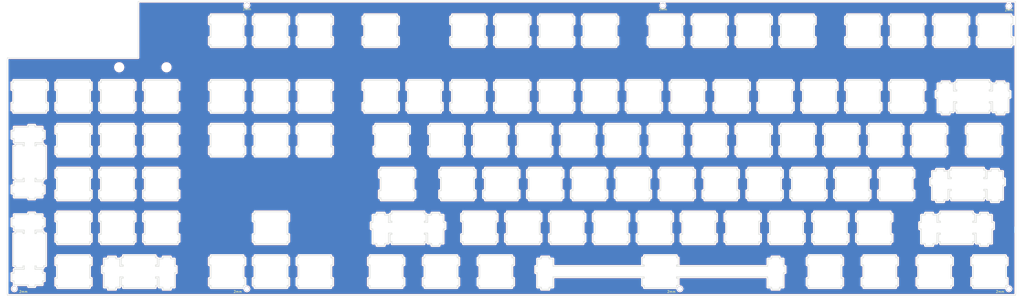
<source format=kicad_pcb>
(kicad_pcb (version 20171130) (host pcbnew "(5.1.2)-1")
  (title_block (title LH_104v3.3.3) (date 2019-04-07) (rev 3.3) (company KE8DZW))
  (layers (0 F.Cu signal) (31 B.Cu signal) (34 B.Paste user) (35 F.Paste user) (36 B.SilkS user) (37 F.SilkS user) (38 B.Mask user) (39 F.Mask user) (44 Edge.Cuts user))
  (net 0 "")
  (module logo:oshwCu (layer F.Cu) (at 198.8312 179.1716)
    (fp_text reference oshw hide)
    (fp_text value LOGO hide)
    (fp_poly (pts (xy -5.27522 4.203239) (xy -5.212055 4.262915) (xy -5.080665 4.42526) (xy -5.015398 4.613399) (xy -4.995647 4.892953) (xy -4.995333 4.953) (xy -5.010043 5.256545) (xy -5.067237 5.456551) (xy -5.186515 5.61726) (xy -5.203152 5.634182) (xy -5.437147 5.8064) (xy -5.666995 5.825704) (xy -5.847566 5.754355) (xy -5.933233 5.719856) (xy -5.98229 5.7519) (xy -6.004875 5.881436) (xy -6.011127 6.139414) (xy -6.011333 6.254298) (xy -6.011333 6.841887) (xy -5.682496 6.797781) (xy -5.425879 6.790439) (xy -5.246467 6.868765) (xy -5.174496 6.932837) (xy -5.082051 7.050062) (xy -5.02761 7.20241) (xy -5.001822 7.434589) (xy -4.995333 7.789334) (xy -4.998869 8.12681) (xy -5.015151 8.329068) (xy -5.052697 8.430169) (xy -5.120021 8.464174) (xy -5.164667 8.466667) (xy -5.258839 8.448328) (xy -5.309948 8.367613) (xy -5.330704 8.185974) (xy -5.334 7.953101) (xy -5.361129 7.524465) (xy -5.44421 7.249942) (xy -5.585779 7.122957) (xy -5.658712 7.112) (xy -5.832763 7.153691) (xy -5.942382 7.294442) (xy -5.998213 7.557766) (xy -6.011333 7.890934) (xy -6.016166 8.196999) (xy -6.037857 8.370518) (xy -6.087193 8.448172) (xy -6.174964 8.466639) (xy -6.180667 8.466667) (xy -6.232367 8.461111) (xy -6.272309 8.431554) (xy -6.302009 8.358664) (xy -6.322983 8.223108) (xy -6.336745 8.005554) (xy -6.344811 7.686669) (xy -6.348696 7.247121) (xy -6.349916 6.667577) (xy -6.35 6.306322) (xy -6.35 4.86773) (xy -6.017004 4.86773) (xy -6.012882 5.125753) (xy -5.939008 5.337071) (xy -5.863167 5.411885) (xy -5.692179 5.489645) (xy -5.575936 5.451498) (xy -5.465801 5.315161) (xy -5.344593 5.018269) (xy -5.391147 4.724361) (xy -5.48784 4.570109) (xy -5.620905 4.442574) (xy -5.750061 4.443065) (xy -5.826506 4.479042) (xy -5.954003 4.62987) (xy -6.017004 4.86773) (xy -6.35 4.86773) (xy -6.35 4.145977) (xy -6.117167 4.151854) (xy -5.844786 4.134832) (xy -5.656555 4.101962) (xy -5.457975 4.094675) (xy -5.27522 4.203239)) (layer F.Cu) (width 0.01))
    (fp_poly (pts (xy -3.785723 6.816326) (xy -3.593349 6.893388) (xy -3.510498 6.97808) (xy -3.460726 7.109358) (xy -3.436192 7.326559) (xy -3.429059 7.669019) (xy -3.429 7.718114) (xy -3.429 8.422785) (xy -3.944169 8.445693) (xy -4.259552 8.447745) (xy -4.454573 8.413006) (xy -4.575935 8.332313) (xy -4.587458 8.319467) (xy -4.746226 8.107539) (xy -4.782314 7.978699) (xy -4.439135 7.978699) (xy -4.432789 8.002292) (xy -4.315877 8.104712) (xy -4.121947 8.134046) (xy -3.924541 8.094703) (xy -3.797202 7.991091) (xy -3.78675 7.963569) (xy -3.777816 7.78644) (xy -3.891715 7.712289) (xy -3.999011 7.704667) (xy -4.225169 7.746206) (xy -4.388042 7.848641) (xy -4.439135 7.978699) (xy -4.782314 7.978699) (xy -4.791191 7.94701) (xy -4.737697 7.779763) (xy -4.732574 7.769917) (xy -4.599605 7.57428) (xy -4.429937 7.479358) (xy -4.161384 7.452201) (xy -4.132497 7.451963) (xy -3.868138 7.423595) (xy -3.762246 7.340354) (xy -3.79442 7.226486) (xy -3.967575 7.101743) (xy -4.21377 7.09688) (xy -4.290275 7.119568) (xy -4.461362 7.131913) (xy -4.591594 7.064488) (xy -4.639416 6.957411) (xy -4.566556 6.852844) (xy -4.3576 6.789789) (xy -4.07015 6.778749) (xy -3.785723 6.816326)) (layer F.Cu) (width 0.01))
    (fp_poly (pts (xy -2.0203 6.803766) (xy -1.9645 6.853821) (xy -1.992742 6.951483) (xy -2.030892 7.025263) (xy -2.170601 7.141341) (xy -2.285343 7.136704) (xy -2.483905 7.130828) (xy -2.615281 7.245703) (xy -2.687683 7.49581) (xy -2.709333 7.884367) (xy -2.714061 8.192534) (xy -2.735319 8.367966) (xy -2.783719 8.447156) (xy -2.869875 8.466599) (xy -2.878667 8.466667) (xy -2.956207 8.454897) (xy -3.005644 8.39901) (xy -3.033244 8.268137) (xy -3.045272 8.031409) (xy -3.047996 7.657958) (xy -3.048 7.632491) (xy -3.048 6.798316) (xy -2.497667 6.788938) (xy -2.188551 6.786933) (xy -2.0203 6.803766)) (layer F.Cu) (width 0.01))
    (fp_poly (pts (xy -0.694992 6.104793) (xy -0.648457 6.148521) (xy -0.618676 6.253206) (xy -0.601932 6.444871) (xy -0.594508 6.749539) (xy -0.592687 7.193231) (xy -0.592667 7.281334) (xy -0.596255 7.773998) (xy -0.608297 8.118083) (xy -0.630707 8.334216) (xy -0.665402 8.443026) (xy -0.702733 8.466667) (xy -0.858641 8.411534) (xy -0.904844 8.374623) (xy -1.007043 8.328368) (xy -1.053774 8.374623) (xy -1.192869 8.456836) (xy -1.407897 8.447785) (xy -1.636509 8.353939) (xy -1.70198 8.307357) (xy -1.816323 8.18693) (xy -1.87682 8.027073) (xy -1.899666 7.773638) (xy -1.90186 7.639122) (xy -1.896347 7.569475) (xy -1.508002 7.569475) (xy -1.501906 7.884717) (xy -1.434596 8.046652) (xy -1.423336 8.055012) (xy -1.21262 8.121856) (xy -1.036806 8.025205) (xy -1.021193 8.007257) (xy -0.964496 7.851561) (xy -0.943958 7.608273) (xy -0.947326 7.520424) (xy -0.973108 7.291791) (xy -1.03033 7.185746) (xy -1.154745 7.1556) (xy -1.227667 7.154334) (xy -1.379851 7.165239) (xy -1.458662 7.227281) (xy -1.493804 7.38445) (xy -1.508002 7.569475) (xy -1.896347 7.569475) (xy -1.869006 7.224106) (xy -1.758659 6.952708) (xy -1.562223 6.813864) (xy -1.271098 6.796507) (xy -1.249302 6.799239) (xy -0.931333 6.841887) (xy -0.931333 6.468944) (xy -0.919749 6.233937) (xy -0.871869 6.124088) (xy -0.768006 6.096034) (xy -0.762 6.096) (xy -0.694992 6.104793)) (layer F.Cu) (width 0.01))
    (fp_poly (pts (xy 1.743225 7.598834) (xy 1.605705 7.989197) (xy 1.49843 8.240395) (xy 1.408486 8.377001) (xy 1.322956 8.42359) (xy 1.309375 8.424334) (xy 1.207889 8.382311) (xy 1.115093 8.237193) (xy 1.014293 7.960401) (xy 0.98789 7.874) (xy 0.823499 7.323667) (xy 0.637419 7.874) (xy 0.501712 8.202678) (xy 0.364085 8.408455) (xy 0.237972 8.476769) (xy 0.14493 8.407855) (xy 0.104049 8.301166) (xy 0.030708 8.0793) (xy -0.06125 7.787575) (xy -0.157984 7.471309) (xy -0.245652 7.175821) (xy -0.310411 6.946428) (xy -0.33842 6.828449) (xy -0.338667 6.824589) (xy -0.267641 6.78262) (xy -0.172597 6.773334) (xy -0.048675 6.821477) (xy 0.042984 6.988149) (xy 0.085964 7.133167) (xy 0.18318 7.505562) (xy 0.252265 7.721988) (xy 0.308641 7.790115) (xy 0.367729 7.71761) (xy 0.444951 7.512142) (xy 0.5024 7.340249) (xy 0.634259 6.998357) (xy 0.753017 6.822502) (xy 0.867708 6.813044) (xy 0.987363 6.970345) (xy 1.121016 7.294767) (xy 1.145587 7.366) (xy 1.331835 7.916334) (xy 1.423226 7.577667) (xy 1.497668 7.295652) (xy 1.562547 7.040091) (xy 1.570821 7.006167) (xy 1.658944 6.825263) (xy 1.823503 6.773334) (xy 2.019982 6.773334) (xy 1.743225 7.598834)) (layer F.Cu) (width 0.01))
    (fp_poly (pts (xy 3.000041 6.795199) (xy 3.196538 6.878493) (xy 3.314313 7.049759) (xy 3.371608 7.335539) (xy 3.386666 7.762379) (xy 3.386667 7.762845) (xy 3.386667 8.442691) (xy 2.873948 8.44996) (xy 2.550336 8.440521) (xy 2.342583 8.39293) (xy 2.199255 8.295239) (xy 2.196615 8.292615) (xy 2.047532 8.055946) (xy 2.047696 7.997863) (xy 2.40008 7.997863) (xy 2.517524 8.106728) (xy 2.704593 8.127062) (xy 2.893875 8.069807) (xy 3.01796 7.945906) (xy 3.032722 7.895167) (xy 3.024142 7.757325) (xy 2.913187 7.709052) (xy 2.821055 7.705963) (xy 2.549823 7.745682) (xy 2.404691 7.85205) (xy 2.40008 7.997863) (xy 2.047696 7.997863) (xy 2.048185 7.824912) (xy 2.180535 7.628084) (xy 2.426545 7.49403) (xy 2.728172 7.450667) (xy 2.954685 7.427971) (xy 3.043945 7.352624) (xy 3.048 7.320939) (xy 2.975657 7.188723) (xy 2.80426 7.106067) (xy 2.602255 7.097688) (xy 2.513421 7.12788) (xy 2.321649 7.154477) (xy 2.23721 7.106642) (xy 2.16 6.979771) (xy 2.230959 6.871964) (xy 2.428975 6.798214) (xy 2.706578 6.773334) (xy 3.000041 6.795199)) (layer F.Cu) (width 0.01))
    (fp_poly (pts (xy 4.560554 6.794506) (xy 4.774734 6.818077) (xy 4.86436 6.851572) (xy 4.849585 6.959172) (xy 4.719377 7.065834) (xy 4.524429 7.137806) (xy 4.415686 7.150296) (xy 4.300848 7.160572) (xy 4.230618 7.210181) (xy 4.190005 7.334953) (xy 4.164019 7.570719) (xy 4.148667 7.788536) (xy 4.116536 8.135181) (xy 4.072066 8.341169) (xy 4.007726 8.435107) (xy 3.975205 8.447629) (xy 3.824639 8.436851) (xy 3.784705 8.413149) (xy 3.758598 8.307322) (xy 3.738342 8.073479) (xy 3.726865 7.752912) (xy 3.725333 7.576047) (xy 3.725333 6.798316) (xy 4.272626 6.78899) (xy 4.560554 6.794506)) (layer F.Cu) (width 0.01))
    (fp_poly (pts (xy 5.779594 6.799623) (xy 6.028357 6.938011) (xy 6.221637 7.187606) (xy 6.305253 7.4295) (xy 6.363454 7.704667) (xy 5.806394 7.704667) (xy 5.48781 7.71454) (xy 5.311202 7.747846) (xy 5.25016 7.810114) (xy 5.249333 7.8213) (xy 5.321403 7.999451) (xy 5.520722 8.092565) (xy 5.821949 8.089026) (xy 5.830383 8.08763) (xy 6.085415 8.072285) (xy 6.211991 8.123362) (xy 6.196199 8.227062) (xy 6.078577 8.333874) (xy 5.799364 8.447151) (xy 5.491265 8.451164) (xy 5.225578 8.348603) (xy 5.16682 8.299487) (xy 4.972957 7.98831) (xy 4.919587 7.584473) (xy 4.940093 7.382571) (xy 4.968201 7.305025) (xy 5.276373 7.305025) (xy 5.283439 7.399128) (xy 5.45293 7.445429) (xy 5.588 7.450667) (xy 5.82569 7.428763) (xy 5.921945 7.357472) (xy 5.926667 7.326646) (xy 5.85836 7.169767) (xy 5.693858 7.096793) (xy 5.493791 7.127751) (xy 5.431756 7.163161) (xy 5.276373 7.305025) (xy 4.968201 7.305025) (xy 5.055597 7.063917) (xy 5.257695 6.861355) (xy 5.510867 6.773664) (xy 5.779594 6.799623)) (layer F.Cu) (width 0.01))
    (fp_poly (pts (xy -6.942542 4.216606) (xy -6.813692 4.346513) (xy -6.722557 4.582367) (xy -6.688552 4.899835) (xy -6.710352 5.228356) (xy -6.78663 5.497366) (xy -6.836833 5.578365) (xy -7.069514 5.741693) (xy -7.369336 5.805892) (xy -7.655841 5.754823) (xy -7.673841 5.746253) (xy -7.876518 5.557589) (xy -8.003972 5.263511) (xy -8.034072 5.010108) (xy -7.698527 5.010108) (xy -7.642045 5.26315) (xy -7.571619 5.370286) (xy -7.445304 5.479911) (xy -7.337275 5.485727) (xy -7.191101 5.415688) (xy -7.079882 5.306022) (xy -7.03247 5.104047) (xy -7.027333 4.953) (xy -7.049229 4.686582) (xy -7.126345 4.536731) (xy -7.191101 4.490312) (xy -7.354519 4.415257) (xy -7.459772 4.434889) (xy -7.571619 4.535714) (xy -7.675052 4.739889) (xy -7.698527 5.010108) (xy -8.034072 5.010108) (xy -8.045343 4.915228) (xy -7.989777 4.563948) (xy -7.947684 4.454707) (xy -7.764505 4.232697) (xy -7.499703 4.115554) (xy -7.207606 4.108463) (xy -6.942542 4.216606)) (layer F.Cu) (width 0.01))
    (fp_poly (pts (xy -3.80486 4.157993) (xy -3.644059 4.301582) (xy -3.437748 4.584998) (xy -3.386667 4.819487) (xy -3.386667 5.08) (xy -3.894667 5.08) (xy -4.197607 5.091578) (xy -4.358301 5.130254) (xy -4.402667 5.196633) (xy -4.332112 5.377882) (xy -4.154818 5.472694) (xy -3.922345 5.454763) (xy -3.907311 5.449356) (xy -3.705885 5.397351) (xy -3.575432 5.398078) (xy -3.474085 5.485235) (xy -3.50983 5.604762) (xy -3.665406 5.719391) (xy -3.737968 5.749051) (xy -3.983712 5.821249) (xy -4.166074 5.823739) (xy -4.375721 5.757118) (xy -4.385262 5.753304) (xy -4.572356 5.598954) (xy -4.716918 5.336981) (xy -4.793904 5.028193) (xy -4.787819 4.776021) (xy -4.765009 4.715934) (xy -4.402667 4.715934) (xy -4.322775 4.795795) (xy -4.088896 4.825834) (xy -4.064 4.826) (xy -3.851908 4.80856) (xy -3.733958 4.764993) (xy -3.725333 4.747381) (xy -3.789523 4.613337) (xy -3.932747 4.475782) (xy -4.080987 4.403652) (xy -4.095448 4.402667) (xy -4.261991 4.472463) (xy -4.38333 4.628801) (xy -4.402667 4.715934) (xy -4.765009 4.715934) (xy -4.652018 4.41829) (xy -4.408018 4.182877) (xy -4.173226 4.096684) (xy -3.971956 4.083868) (xy -3.80486 4.157993)) (layer F.Cu) (width 0.01))
    (fp_poly (pts (xy 0.144348 4.131422) (xy 0.169083 4.138589) (xy 0.401184 4.220466) (xy 0.4931 4.300755) (xy 0.47074 4.410823) (xy 0.438834 4.465152) (xy 0.352436 4.525964) (xy 0.191102 4.499592) (xy 0.108251 4.470319) (xy -0.104883 4.413846) (xy -0.248349 4.451178) (xy -0.288614 4.480927) (xy -0.381727 4.60021) (xy -0.326938 4.690673) (xy -0.115736 4.760126) (xy 0.046662 4.788742) (xy 0.362912 4.881552) (xy 0.539123 5.053557) (xy 0.592667 5.315312) (xy 0.51772 5.534528) (xy 0.321312 5.69767) (xy 0.04609 5.790403) (xy -0.2653 5.798391) (xy -0.570208 5.707298) (xy -0.5715 5.706643) (xy -0.780023 5.559585) (xy -0.83604 5.434224) (xy -0.75611 5.361849) (xy -0.556788 5.373746) (xy -0.419867 5.420103) (xy -0.17975 5.476326) (xy 0.048471 5.462897) (xy 0.209854 5.389681) (xy 0.254 5.299112) (xy 0.17592 5.166107) (xy -0.050017 5.092959) (xy -0.258973 5.08) (xy -0.508933 5.009779) (xy -0.676738 4.831632) (xy -0.729479 4.594338) (xy -0.690591 4.440285) (xy -0.49945 4.19742) (xy -0.217151 4.093067) (xy 0.144348 4.131422)) (layer F.Cu) (width 0.01))
    (fp_poly (pts (xy 1.624553 4.10271) (xy 1.918347 4.265682) (xy 1.921445 4.268336) (xy 2.062162 4.412339) (xy 2.133377 4.572099) (xy 2.157508 4.811315) (xy 2.159 4.943318) (xy 2.140487 5.26257) (xy 2.075461 5.469139) (xy 1.989667 5.58031) (xy 1.704652 5.761781) (xy 1.392239 5.7986) (xy 1.187002 5.735296) (xy 0.930072 5.51417) (xy 0.800565 5.184986) (xy 0.792498 4.828794) (xy 0.794264 4.822273) (xy 1.124526 4.822273) (xy 1.129338 5.098719) (xy 1.275292 5.339292) (xy 1.458232 5.467674) (xy 1.612845 5.438661) (xy 1.763918 5.247109) (xy 1.769852 5.236678) (xy 1.843846 4.971073) (xy 1.798612 4.707763) (xy 1.648035 4.511644) (xy 1.609607 4.487837) (xy 1.455426 4.449027) (xy 1.305664 4.537586) (xy 1.27194 4.57006) (xy 1.124526 4.822273) (xy 0.794264 4.822273) (xy 0.889689 4.470043) (xy 1.080547 4.219623) (xy 1.335394 4.092268) (xy 1.624553 4.10271)) (layer F.Cu) (width 0.01))
    (fp_poly (pts (xy 3.719315 4.160795) (xy 3.768976 4.218103) (xy 3.796246 4.351977) (xy 3.807721 4.593803) (xy 3.81 4.954345) (xy 3.81 5.760023) (xy 3.577167 5.746887) (xy 3.307101 5.760355) (xy 3.115761 5.795984) (xy 2.923135 5.811372) (xy 2.750623 5.716269) (xy 2.671261 5.642291) (xy 2.558899 5.512004) (xy 2.493838 5.368408) (xy 2.463526 5.161817) (xy 2.455412 4.842544) (xy 2.455333 4.787515) (xy 2.459287 4.461668) (xy 2.47733 4.27009) (xy 2.51874 4.17779) (xy 2.592791 4.149772) (xy 2.624667 4.148667) (xy 2.716708 4.166002) (xy 2.767808 4.243072) (xy 2.789664 4.417474) (xy 2.794 4.692953) (xy 2.813083 5.06304) (xy 2.873687 5.293379) (xy 2.927047 5.370286) (xy 3.053362 5.479911) (xy 3.161391 5.485727) (xy 3.307566 5.415688) (xy 3.396186 5.34197) (xy 3.446255 5.212191) (xy 3.467819 4.984805) (xy 3.471333 4.738355) (xy 3.475946 4.427835) (xy 3.496733 4.250262) (xy 3.544115 4.169346) (xy 3.628511 4.1488) (xy 3.640667 4.148667) (xy 3.719315 4.160795)) (layer F.Cu) (width 0.01))
    (fp_poly (pts (xy 5.15825 4.132398) (xy 5.264183 4.226998) (xy 5.255005 4.351004) (xy 5.239916 4.371681) (xy 5.06676 4.459118) (xy 4.9407 4.449478) (xy 4.736381 4.470173) (xy 4.589237 4.637278) (xy 4.507635 4.935056) (xy 4.496331 5.285274) (xy 4.505486 5.576941) (xy 4.489303 5.734224) (xy 4.433782 5.791695) (xy 4.324922 5.783923) (xy 4.296833 5.777874) (xy 4.227174 5.741837) (xy 4.183177 5.650051) (xy 4.159238 5.470712) (xy 4.149753 5.172014) (xy 4.148667 4.936922) (xy 4.148667 4.128926) (xy 4.375679 4.172323) (xy 4.619873 4.174729) (xy 4.788303 4.131149) (xy 4.984019 4.092137) (xy 5.15825 4.132398)) (layer F.Cu) (width 0.01))
    (fp_poly (pts (xy 6.277402 4.130522) (xy 6.50835 4.264005) (xy 6.526828 4.284697) (xy 6.585228 4.434716) (xy 6.518384 4.534789) (xy 6.369739 4.549752) (xy 6.257924 4.502355) (xy 6.023825 4.431352) (xy 5.823485 4.501956) (xy 5.684418 4.686554) (xy 5.634141 4.957537) (xy 5.650039 5.112367) (xy 5.764914 5.344921) (xy 5.969215 5.463197) (xy 6.213902 5.442646) (xy 6.263713 5.419534) (xy 6.449322 5.369213) (xy 6.567823 5.417799) (xy 6.580864 5.533259) (xy 6.514571 5.629048) (xy 6.272953 5.76505) (xy 5.967841 5.799982) (xy 5.67714 5.725939) (xy 5.65836 5.715923) (xy 5.430657 5.50123) (xy 5.306117 5.201799) (xy 5.283982 4.86647) (xy 5.363493 4.544088) (xy 5.543892 4.283496) (xy 5.682097 4.186123) (xy 5.980109 4.102008) (xy 6.277402 4.130522)) (layer F.Cu) (width 0.01))
    (fp_poly (pts (xy 7.849125 4.242033) (xy 8.043918 4.492081) (xy 8.127022 4.828904) (xy 8.128 4.872317) (xy 8.116723 4.987454) (xy 8.056411 5.04962) (xy 7.907341 5.075055) (xy 7.629791 5.079999) (xy 7.62 5.08) (xy 7.290232 5.102378) (xy 7.12289 5.170105) (xy 7.117003 5.284073) (xy 7.245787 5.4243) (xy 7.385235 5.490951) (xy 7.573237 5.460773) (xy 7.639195 5.437338) (xy 7.878191 5.389938) (xy 8.024044 5.435609) (xy 8.056005 5.540622) (xy 7.953325 5.671248) (xy 7.827683 5.743743) (xy 7.511327 5.833377) (xy 7.228933 5.780912) (xy 7.154333 5.744233) (xy 6.932489 5.575435) (xy 6.813107 5.34498) (xy 6.773745 5.006417) (xy 6.773333 4.955657) (xy 6.801189 4.715934) (xy 7.112 4.715934) (xy 7.191891 4.795795) (xy 7.425771 4.825834) (xy 7.450667 4.826) (xy 7.662759 4.80856) (xy 7.780708 4.764993) (xy 7.789333 4.747381) (xy 7.725144 4.613337) (xy 7.58192 4.475782) (xy 7.433679 4.403652) (xy 7.419219 4.402667) (xy 7.252676 4.472463) (xy 7.131336 4.628801) (xy 7.112 4.715934) (xy 6.801189 4.715934) (xy 6.82076 4.54752) (xy 6.966273 4.272142) (xy 7.214727 4.120927) (xy 7.250041 4.111128) (xy 7.574036 4.105976) (xy 7.849125 4.242033)) (layer F.Cu) (width 0.01))
    (fp_poly (pts (xy -2.187606 4.125835) (xy -2.007658 4.234309) (xy -1.892207 4.33722) (xy -1.823679 4.451067) (xy -1.789938 4.620867) (xy -1.778846 4.891642) (xy -1.778 5.086145) (xy -1.781597 5.421786) (xy -1.798142 5.622354) (xy -1.836264 5.722056) (xy -1.904593 5.755098) (xy -1.947333 5.757334) (xy -2.036502 5.741268) (xy -2.087493 5.668879) (xy -2.110729 5.503878) (xy -2.116629 5.209975) (xy -2.116667 5.167646) (xy -2.123257 4.847808) (xy -2.150384 4.654224) (xy -2.209089 4.544083) (xy -2.293043 4.483564) (xy -2.460308 4.436774) (xy -2.616047 4.522133) (xy -2.63171 4.536041) (xy -2.727293 4.663959) (xy -2.777571 4.858557) (xy -2.793803 5.1673) (xy -2.794 5.220122) (xy -2.799534 5.513635) (xy -2.824079 5.675774) (xy -2.879556 5.744352) (xy -2.963333 5.757334) (xy -3.042038 5.745187) (xy -3.09171 5.687807) (xy -3.118962 5.553781) (xy -3.130409 5.311698) (xy -3.132667 4.953051) (xy -3.132667 4.148768) (xy -2.8575 4.158727) (xy -2.605971 4.148162) (xy -2.409824 4.111173) (xy -2.187606 4.125835)) (layer F.Cu) (width 0.01))
    (fp_poly (pts (xy 1.071151 -7.611872) (xy 1.227667 -6.757077) (xy 1.826648 -6.505625) (xy 2.42563 -6.254172) (xy 3.109739 -6.725419) (xy 3.408695 -6.926464) (xy 3.657616 -7.084772) (xy 3.822663 -7.179305) (xy 3.867694 -7.196666) (xy 3.955379 -7.140106) (xy 4.131182 -6.987967) (xy 4.365679 -6.766561) (xy 4.523148 -6.610569) (xy 5.104754 -6.024472) (xy 4.622238 -5.314129) (xy 4.139721 -4.603787) (xy 4.37014 -4.058727) (xy 4.494429 -3.775375) (xy 4.600204 -3.55313) (xy 4.664877 -3.439408) (xy 4.665488 -3.438691) (xy 4.772636 -3.392052) (xy 5.006444 -3.328932) (xy 5.326357 -3.259561) (xy 5.519042 -3.223387) (xy 6.307667 -3.083058) (xy 6.33207 -2.247026) (xy 6.336036 -1.799613) (xy 6.316405 -1.509048) (xy 6.272247 -1.36437) (xy 6.255987 -1.34889) (xy 6.128217 -1.306812) (xy 5.881686 -1.252032) (xy 5.565346 -1.195187) (xy 5.503333 -1.185333) (xy 5.181649 -1.130253) (xy 4.922816 -1.076654) (xy 4.774667 -1.034652) (xy 4.762909 -1.028774) (xy 4.688108 -0.925188) (xy 4.579767 -0.711669) (xy 4.459004 -0.438551) (xy 4.346935 -0.156171) (xy 4.264676 0.085137) (xy 4.233333 0.233594) (xy 4.279158 0.353079) (xy 4.401747 0.571467) (xy 4.578775 0.850348) (xy 4.670658 0.985939) (xy 5.107983 1.618552) (xy 4.524762 2.206276) (xy 4.268827 2.457098) (xy 4.053942 2.654571) (xy 3.909441 2.772427) (xy 3.868441 2.794) (xy 3.770285 2.748687) (xy 3.56992 2.627536) (xy 3.303216 2.45273) (xy 3.175039 2.365187) (xy 2.554738 1.936373) (xy 2.21581 2.109281) (xy 1.876882 2.28219) (xy 1.622005 1.670262) (xy 1.462538 1.28855) (xy 1.273757 0.838347) (xy 1.092342 0.407104) (xy 1.064564 0.341237) (xy 0.931324 0.017314) (xy 0.82802 -0.249313) (xy 0.769652 -0.419174) (xy 0.762 -0.454974) (xy 0.821545 -0.54994) (xy 0.974647 -0.709714) (xy 1.112167 -0.83382) (xy 1.468896 -1.232798) (xy 1.684177 -1.676262) (xy 1.766717 -2.139106) (xy 1.72522 -2.596226) (xy 1.568394 -3.022516) (xy 1.304944 -3.392873) (xy 0.943575 -3.68219) (xy 0.492995 -3.865363) (xy 0.042333 -3.918857) (xy -0.477792 -3.846657) (xy -0.916167 -3.646792) (xy -1.264088 -3.344367) (xy -1.512847 -2.964488) (xy -1.653739 -2.53226) (xy -1.678059 -2.072786) (xy -1.577099 -1.611173) (xy -1.342155 -1.172524) (xy -1.027501 -0.83382) (xy -0.832765 -0.65368) (xy -0.70563 -0.510265) (xy -0.677333 -0.454974) (xy -0.708446 -0.346397) (xy -0.791783 -0.12187) (xy -0.912346 0.179136) (xy -0.979898 0.341237) (xy -1.15635 0.760408) (xy -1.346476 1.213577) (xy -1.513595 1.613292) (xy -1.537339 1.670262) (xy -1.792216 2.28219) (xy -2.131144 2.109281) (xy -2.470072 1.936373) (xy -3.090373 2.365187) (xy -3.374798 2.556469) (xy -3.608553 2.703787) (xy -3.755769 2.784956) (xy -3.783774 2.794) (xy -3.871094 2.737444) (xy -4.046647 2.585287) (xy -4.281098 2.363797) (xy -4.440096 2.206276) (xy -5.023316 1.618552) (xy -4.585992 0.985939) (xy -4.391686 0.69232) (xy -4.241728 0.441835) (xy -4.158444 0.272893) (xy -4.148667 0.233594) (xy -4.180997 0.081806) (xy -4.26391 -0.160572) (xy -4.37629 -0.443205) (xy -4.49702 -0.715756) (xy -4.604984 -0.92789) (xy -4.678242 -1.028774) (xy -4.799737 -1.067401) (xy -5.041074 -1.119562) (xy -5.354424 -1.175141) (xy -5.418667 -1.185333) (xy -5.742528 -1.241397) (xy -6.005601 -1.297358) (xy -6.158931 -1.342576) (xy -6.17132 -1.34889) (xy -6.222264 -1.456032) (xy -6.248431 -1.7061) (xy -6.250749 -2.110055) (xy -6.247404 -2.247026) (xy -6.223 -3.083058) (xy -5.434376 -3.223387) (xy -5.085019 -3.291898) (xy -4.800044 -3.359639) (xy -4.620004 -3.416378) (xy -4.580821 -3.438691) (xy -4.51704 -3.550165) (xy -4.411773 -3.770966) (xy -4.287609 -4.053677) (xy -4.285473 -4.058727) (xy -4.055055 -4.603787) (xy -4.537571 -5.314129) (xy -5.020088 -6.024472) (xy -4.438481 -6.610569) (xy -4.182809 -6.861034) (xy -3.968083 -7.058101) (xy -3.823729 -7.175458) (xy -3.783028 -7.196666) (xy -3.68574 -7.151352) (xy -3.483943 -7.029433) (xy -3.211474 -6.851948) (xy -3.025072 -6.725419) (xy -2.340964 -6.254172) (xy -1.741982 -6.505625) (xy -1.143 -6.757077) (xy -0.986485 -7.611872) (xy -0.82997 -8.466666) (xy 0.914636 -8.466666) (xy 1.071151 -7.611872)) (layer F.Cu) (width 0.01))
  )
  (module logo:version.infoCu (layer F.Cu) (at 492.76 170.6372 90)
    (fp_text reference G*** hide)
    (fp_text value LOGO hide)
    (fp_poly (pts (xy 18.78939 0.915315) (xy 18.458859 0.915315) (xy 18.458859 -0.996979) (xy 18.258444 -0.816308) (xy 18.174816 -0.742173) (xy 18.105166 -0.682775) (xy 18.057984 -0.645213) (xy 18.042328 -0.635636) (xy 18.034305 -0.658823) (xy 18.028646 -0.719453) (xy 18.026627 -0.799683) (xy 18.026627 -0.963731) (xy 18.248814 -1.155639) (xy 18.471001 -1.347548) (xy 18.78939 -1.347548) (xy 18.78939 0.915315)) (layer F.Cu) (width 0.01))
    (fp_poly (pts (xy 17.085886 0.915315) (xy 16.755355 0.915315) (xy 16.755355 -0.996979) (xy 16.55494 -0.816308) (xy 16.471313 -0.742173) (xy 16.401663 -0.682775) (xy 16.354481 -0.645213) (xy 16.338824 -0.635636) (xy 16.330802 -0.658823) (xy 16.325142 -0.719453) (xy 16.323123 -0.799683) (xy 16.323123 -0.963731) (xy 16.545311 -1.155639) (xy 16.767498 -1.347548) (xy 17.085886 -1.347548) (xy 17.085886 0.915315)) (layer F.Cu) (width 0.01))
    (fp_poly (pts (xy 15.712913 0.915315) (xy 15.331532 0.915315) (xy 15.331532 0.533934) (xy 15.712913 0.533934) (xy 15.712913 0.915315)) (layer F.Cu) (width 0.01))
    (fp_poly (pts (xy 11.441442 0.915315) (xy 11.06006 0.915315) (xy 11.06006 0.533934) (xy 11.441442 0.533934) (xy 11.441442 0.915315)) (layer F.Cu) (width 0.01))
    (fp_poly (pts (xy 9.97948 -1.358933) (xy 10.144182 -1.346656) (xy 10.276735 -1.308628) (xy 10.391605 -1.239419) (xy 10.460275 -1.178482) (xy 10.548592 -1.058279) (xy 10.608401 -0.907545) (xy 10.637091 -0.739511) (xy 10.632051 -0.567409) (xy 10.604987 -0.444945) (xy 10.585388 -0.395363) (xy 10.546524 -0.307338) (xy 10.491707 -0.187992) (xy 10.424249 -0.044446) (xy 10.347463 0.116177) (xy 10.265014 0.286036) (xy 9.957248 0.915315) (xy 9.610556 0.915315) (xy 9.851723 0.433489) (xy 10.09289 -0.048336) (xy 9.96959 -0.033733) (xy 9.807538 -0.03763) (xy 9.66073 -0.084999) (xy 9.533676 -0.169608) (xy 9.430884 -0.285227) (xy 9.356863 -0.425622) (xy 9.316121 -0.584563) (xy 9.313426 -0.740963) (xy 9.641421 -0.740963) (xy 9.642856 -0.597477) (xy 9.673433 -0.486703) (xy 9.737053 -0.397209) (xy 9.768612 -0.368154) (xy 9.863969 -0.318549) (xy 9.979354 -0.304) (xy 10.097485 -0.325008) (xy 10.165344 -0.356608) (xy 10.252753 -0.43862) (xy 10.304541 -0.553992) (xy 10.318806 -0.69802) (xy 10.316871 -0.731285) (xy 10.288296 -0.86706) (xy 10.225039 -0.9692) (xy 10.122212 -1.045279) (xy 10.110217 -1.051421) (xy 9.993177 -1.08469) (xy 9.877998 -1.067184) (xy 9.764555 -0.998881) (xy 9.744133 -0.981027) (xy 9.691831 -0.927815) (xy 9.662496 -0.877077) (xy 9.647669 -0.809033) (xy 9.641421 -0.740963) (xy 9.313426 -0.740963) (xy 9.313169 -0.755816) (xy 9.3421 -0.901035) (xy 9.415573 -1.069541) (xy 9.524448 -1.202137) (xy 9.643649 -1.286875) (xy 9.719723 -1.325288) (xy 9.787707 -1.347315) (xy 9.867098 -1.35714) (xy 9.977395 -1.358946) (xy 9.97948 -1.358933)) (layer F.Cu) (width 0.01))
    (fp_poly (pts (xy 8.542943 0.915315) (xy 8.212413 0.915315) (xy 8.212413 -0.996979) (xy 8.011997 -0.816308) (xy 7.92837 -0.742173) (xy 7.85872 -0.682775) (xy 7.811538 -0.645213) (xy 7.795881 -0.635636) (xy 7.787859 -0.658823) (xy 7.7822 -0.719453) (xy 7.78018 -0.799683) (xy 7.78018 -0.963731) (xy 8.002368 -1.155639) (xy 8.224555 -1.347548) (xy 8.542943 -1.347548) (xy 8.542943 0.915315)) (layer F.Cu) (width 0.01))
    (fp_poly (pts (xy 5.084533 -1.347449) (xy 5.235249 -1.290853) (xy 5.365911 -1.201006) (xy 5.467688 -1.079533) (xy 5.500807 -1.017017) (xy 5.543066 -0.873078) (xy 5.552867 -0.715509) (xy 5.53068 -0.563172) (xy 5.486697 -0.451304) (xy 5.452527 -0.399226) (xy 5.391372 -0.315204) (xy 5.30873 -0.20642) (xy 5.210102 -0.080051) (xy 5.100987 0.056724) (xy 5.038062 0.134316) (xy 4.930413 0.266841) (xy 4.83436 0.386209) (xy 4.754327 0.48683) (xy 4.694735 0.563116) (xy 4.660008 0.609478) (xy 4.652853 0.621045) (xy 4.676941 0.625706) (xy 4.743855 0.629751) (xy 4.845573 0.632924) (xy 4.974071 0.634969) (xy 5.110511 0.635635) (xy 5.568168 0.635635) (xy 5.568168 0.915315) (xy 4.246046 0.915315) (xy 4.246933 0.769119) (xy 4.247819 0.622923) (xy 4.669171 0.114414) (xy 4.787614 -0.029463) (xy 4.899073 -0.166605) (xy 4.998186 -0.290278) (xy 5.079588 -0.393744) (xy 5.137916 -0.470267) (xy 5.164081 -0.50713) (xy 5.22293 -0.634626) (xy 5.23878 -0.761752) (xy 5.214025 -0.879561) (xy 5.151057 -0.979107) (xy 5.052269 -1.051442) (xy 5.014336 -1.067084) (xy 4.937644 -1.089011) (xy 4.87617 -1.088942) (xy 4.799878 -1.067084) (xy 4.706288 -1.015011) (xy 4.630471 -0.937189) (xy 4.584626 -0.848365) (xy 4.576577 -0.797141) (xy 4.5732 -0.765048) (xy 4.55546 -0.747122) (xy 4.51194 -0.739262) (xy 4.431225 -0.737363) (xy 4.410159 -0.737338) (xy 4.243742 -0.737338) (xy 4.261029 -0.832683) (xy 4.307358 -0.999049) (xy 4.381718 -1.129649) (xy 4.457688 -1.208862) (xy 4.600339 -1.301502) (xy 4.758249 -1.354398) (xy 4.92259 -1.369172) (xy 5.084533 -1.347449)) (layer F.Cu) (width 0.01))
    (fp_poly (pts (xy 1.932332 0.915315) (xy 1.601802 0.915315) (xy 1.601802 -0.996979) (xy 1.401387 -0.816308) (xy 1.317759 -0.742173) (xy 1.248109 -0.682775) (xy 1.200927 -0.645213) (xy 1.185271 -0.635636) (xy 1.177248 -0.658823) (xy 1.171589 -0.719453) (xy 1.16957 -0.799683) (xy 1.16957 -0.963731) (xy 1.391757 -1.155639) (xy 1.613944 -1.347548) (xy 1.932332 -1.347548) (xy 1.932332 0.915315)) (layer F.Cu) (width 0.01))
    (fp_poly (pts (xy 0.55936 0.915315) (xy 0.177978 0.915315) (xy 0.177978 0.533934) (xy 0.55936 0.533934) (xy 0.55936 0.915315)) (layer F.Cu) (width 0.01))
    (fp_poly (pts (xy -2.008608 0.915315) (xy -2.38999 0.915315) (xy -2.38999 0.533934) (xy -2.008608 0.533934) (xy -2.008608 0.915315)) (layer F.Cu) (width 0.01))
    (fp_poly (pts (xy -4.576576 0.915315) (xy -4.957958 0.915315) (xy -4.957958 0.533934) (xy -4.576576 0.533934) (xy -4.576576 0.915315)) (layer F.Cu) (width 0.01))
    (fp_poly (pts (xy -7.860475 -0.127128) (xy -7.807432 0.031452) (xy -7.759525 0.172577) (xy -7.719094 0.289526) (xy -7.688477 0.375579) (xy -7.670014 0.424018) (xy -7.665766 0.432232) (xy -7.65559 0.409197) (xy -7.631877 0.344574) (xy -7.596967 0.245082) (xy -7.553198 0.11744) (xy -7.502909 -0.03163) (xy -7.471056 -0.127128) (xy -7.28525 -0.686487) (xy -6.946771 -0.686487) (xy -7.123011 -0.20976) (xy -7.187537 -0.035123) (xy -7.25584 0.149895) (xy -7.32226 0.329959) (xy -7.381141 0.489733) (xy -7.418467 0.591141) (xy -7.537682 0.915315) (xy -7.797513 0.915315) (xy -8.046906 0.235185) (xy -8.113833 0.052893) (xy -8.177351 -0.119686) (xy -8.23469 -0.27506) (xy -8.283081 -0.405737) (xy -8.319754 -0.504225) (xy -8.341939 -0.563031) (xy -8.342974 -0.565716) (xy -8.389648 -0.686487) (xy -8.046281 -0.686487) (xy -7.860475 -0.127128)) (layer F.Cu) (width 0.01))
    (fp_poly (pts (xy -11.797397 -0.381382) (xy -10.856657 -0.381382) (xy -10.856657 -1.347548) (xy -10.526126 -1.347548) (xy -10.526126 0.915315) (xy -10.856657 0.915315) (xy -10.856657 -0.076277) (xy -11.797397 -0.076277) (xy -11.797397 0.915315) (xy -12.127928 0.915315) (xy -12.127928 -1.347548) (xy -11.797397 -1.347548) (xy -11.797397 -0.381382)) (layer F.Cu) (width 0.01))
    (fp_poly (pts (xy -13.602602 0.61021) (xy -12.509309 0.61021) (xy -12.509309 0.915315) (xy -13.933133 0.915315) (xy -13.933133 -1.347548) (xy -13.602602 -1.347548) (xy -13.602602 0.61021)) (layer F.Cu) (width 0.01))
    (fp_poly (pts (xy -14.777121 -1.3455) (xy -14.717535 -1.340141) (xy -14.695896 -1.332941) (xy -14.706652 -1.307448) (xy -14.737212 -1.241642) (xy -14.785012 -1.140879) (xy -14.847487 -1.010514) (xy -14.922074 -0.855901) (xy -15.006208 -0.682395) (xy -15.077277 -0.536436) (xy -15.167135 -0.351729) (xy -15.249453 -0.181592) (xy -15.321665 -0.031399) (xy -15.381204 0.093471) (xy -15.425506 0.187644) (xy -15.452002 0.245742) (xy -15.458659 0.262571) (xy -15.434946 0.269446) (xy -15.370649 0.275002) (xy -15.27603 0.278611) (xy -15.178979 0.279679) (xy -14.899299 0.279679) (xy -14.899299 -0.254255) (xy -14.594194 -0.254255) (xy -14.594194 0.279679) (xy -14.365365 0.279679) (xy -14.365365 0.584784) (xy -14.594194 0.584784) (xy -14.594194 0.915315) (xy -14.899299 0.915315) (xy -14.899299 0.584784) (xy -15.814614 0.584784) (xy -15.814614 0.42356) (xy -15.813896 0.379361) (xy -15.810281 0.337544) (xy -15.801583 0.292745) (xy -15.785615 0.2396) (xy -15.76019 0.172743) (xy -15.72312 0.08681) (xy -15.672219 -0.023564) (xy -15.605298 -0.163742) (xy -15.520171 -0.339091) (xy -15.420704 -0.542606) (xy -15.026794 -1.347548) (xy -14.861345 -1.347548) (xy -14.777121 -1.3455)) (layer F.Cu) (width 0.01))
    (fp_poly (pts (xy -18.204604 0.915315) (xy -18.535135 0.915315) (xy -18.535135 -0.996979) (xy -18.73555 -0.816308) (xy -18.819178 -0.742173) (xy -18.888828 -0.682775) (xy -18.93601 -0.645213) (xy -18.951666 -0.635636) (xy -18.959689 -0.658823) (xy -18.965348 -0.719453) (xy -18.967367 -0.799683) (xy -18.967367 -0.963731) (xy -18.74518 -1.155639) (xy -18.522993 -1.347548) (xy -18.204604 -1.347548) (xy -18.204604 0.915315)) (layer F.Cu) (width 0.01))
    (fp_poly (pts (xy 14.873874 -1.069015) (xy 14.40986 -1.062085) (xy 13.945846 -1.055156) (xy 13.938683 -0.756394) (xy 13.931519 -0.457633) (xy 14.040384 -0.514853) (xy 14.169738 -0.55911) (xy 14.320491 -0.574301) (xy 14.472362 -0.560495) (xy 14.605071 -0.51776) (xy 14.614576 -0.512924) (xy 14.734598 -0.421538) (xy 14.82616 -0.290997) (xy 14.887726 -0.125287) (xy 14.917758 0.071608) (xy 14.916672 0.270551) (xy 14.888026 0.466854) (xy 14.831228 0.624286) (xy 14.744296 0.747572) (xy 14.699102 0.789664) (xy 14.562536 0.872313) (xy 14.399686 0.922362) (xy 14.225668 0.93674) (xy 14.072973 0.916883) (xy 13.940089 0.868512) (xy 13.82045 0.796051) (xy 13.731134 0.710309) (xy 13.718294 0.69234) (xy 13.675704 0.609855) (xy 13.636983 0.505818) (xy 13.610311 0.404592) (xy 13.603224 0.349599) (xy 13.62606 0.339817) (xy 13.686338 0.332939) (xy 13.765038 0.33053) (xy 13.927474 0.33053) (xy 13.943881 0.417986) (xy 13.986161 0.518481) (xy 14.063831 0.592927) (xy 14.166155 0.636684) (xy 14.2824 0.645108) (xy 14.399038 0.614805) (xy 14.483793 0.564331) (xy 14.541673 0.49517) (xy 14.576547 0.398691) (xy 14.592287 0.266264) (xy 14.594194 0.179675) (xy 14.58614 0.019805) (xy 14.56 -0.100599) (xy 14.51281 -0.190623) (xy 14.454007 -0.249986) (xy 14.368865 -0.291243) (xy 14.266385 -0.304011) (xy 14.160737 -0.291101) (xy 14.06609 -0.255326) (xy 13.996614 -0.199496) (xy 13.971828 -0.154307) (xy 13.955486 -0.12441) (xy 13.921995 -0.108467) (xy 13.858242 -0.10236) (xy 13.804293 -0.101702) (xy 13.653454 -0.101702) (xy 13.653454 -1.347548) (xy 14.873874 -1.347548) (xy 14.873874 -1.069015)) (layer F.Cu) (width 0.01))
    (fp_poly (pts (xy 12.686027 -1.355472) (xy 12.850536 -1.296775) (xy 12.993406 -1.19499) (xy 13.005774 -1.182952) (xy 13.060416 -1.124139) (xy 13.103565 -1.06485) (xy 13.136552 -0.998314) (xy 13.160707 -0.917762) (xy 13.177361 -0.816423) (xy 13.187845 -0.687526) (xy 13.19349 -0.524302) (xy 13.195625 -0.319979) (xy 13.195796 -0.216117) (xy 13.194776 0.008281) (xy 13.190827 0.188623) (xy 13.182621 0.331681) (xy 13.168825 0.444223) (xy 13.14811 0.533022) (xy 13.119144 0.604846) (xy 13.080597 0.666468) (xy 13.031139 0.724656) (xy 13.005774 0.750719) (xy 12.867185 0.854662) (xy 12.704912 0.91771) (xy 12.528023 0.937871) (xy 12.345582 0.913149) (xy 12.311545 0.903372) (xy 12.1647 0.835651) (xy 12.046076 0.730484) (xy 11.962011 0.606911) (xy 11.886387 0.47037) (xy 11.886387 -0.216117) (xy 12.204204 -0.216117) (xy 12.204743 -0.016864) (xy 12.206616 0.13816) (xy 12.210212 0.255569) (xy 12.215919 0.341977) (xy 12.224124 0.403996) (xy 12.235217 0.448241) (xy 12.244533 0.471395) (xy 12.31795 0.573) (xy 12.418197 0.635187) (xy 12.536484 0.654829) (xy 12.664022 0.628799) (xy 12.674835 0.624453) (xy 12.748449 0.576744) (xy 12.809844 0.509833) (xy 12.813763 0.503682) (xy 12.829683 0.474583) (xy 12.841932 0.44159) (xy 12.850988 0.398007) (xy 12.857329 0.337141) (xy 12.86143 0.252296) (xy 12.86377 0.136777) (xy 12.864826 -0.016109) (xy 12.865075 -0.213059) (xy 12.865075 -0.216117) (xy 12.864834 -0.413721) (xy 12.863793 -0.56717) (xy 12.861474 -0.683159) (xy 12.8574 -0.768382) (xy 12.851093 -0.829533) (xy 12.842078 -0.873309) (xy 12.829876 -0.906403) (xy 12.81401 -0.93551) (xy 12.813763 -0.935915) (xy 12.73449 -1.022635) (xy 12.633403 -1.071823) (xy 12.522254 -1.084145) (xy 12.412795 -1.060267) (xy 12.316777 -1.000857) (xy 12.245953 -0.906581) (xy 12.244533 -0.903628) (xy 12.231272 -0.867643) (xy 12.22116 -0.818348) (xy 12.213809 -0.74913) (xy 12.208831 -0.653375) (xy 12.205837 -0.524469) (xy 12.20444 -0.3558) (xy 12.204204 -0.216117) (xy 11.886387 -0.216117) (xy 11.886387 -0.902603) (xy 11.962011 -1.039144) (xy 12.059004 -1.177708) (xy 12.17697 -1.274716) (xy 12.321513 -1.336979) (xy 12.507234 -1.369425) (xy 12.686027 -1.355472)) (layer F.Cu) (width 0.01))
    (fp_poly (pts (xy 6.711052 -1.355472) (xy 6.875561 -1.296775) (xy 7.018431 -1.19499) (xy 7.030799 -1.182952) (xy 7.085441 -1.124139) (xy 7.12859 -1.06485) (xy 7.161577 -0.998314) (xy 7.185732 -0.917762) (xy 7.202386 -0.816423) (xy 7.21287 -0.687526) (xy 7.218515 -0.524302) (xy 7.22065 -0.319979) (xy 7.220821 -0.216117) (xy 7.219801 0.008281) (xy 7.215853 0.188623) (xy 7.207646 0.331681) (xy 7.19385 0.444223) (xy 7.173135 0.533022) (xy 7.144169 0.604846) (xy 7.105622 0.666468) (xy 7.056164 0.724656) (xy 7.030799 0.750719) (xy 6.89221 0.854662) (xy 6.729937 0.91771) (xy 6.553048 0.937871) (xy 6.370607 0.913149) (xy 6.33657 0.903372) (xy 6.189725 0.835651) (xy 6.071101 0.730484) (xy 5.987036 0.606911) (xy 5.911412 0.47037) (xy 5.911412 -0.290744) (xy 6.225236 -0.290744) (xy 6.225437 -0.118652) (xy 6.22866 0.048147) (xy 6.234906 0.200309) (xy 6.244173 0.328492) (xy 6.256462 0.423354) (xy 6.269558 0.471395) (xy 6.342975 0.573) (xy 6.443222 0.635187) (xy 6.561509 0.654829) (xy 6.689047 0.628799) (xy 6.69986 0.624453) (xy 6.773474 0.576744) (xy 6.834869 0.509833) (xy 6.838788 0.503682) (xy 6.854708 0.474583) (xy 6.866957 0.44159) (xy 6.876014 0.398007) (xy 6.882354 0.337141) (xy 6.886455 0.252296) (xy 6.888796 0.136777) (xy 6.889851 -0.016109) (xy 6.8901 -0.213059) (xy 6.8901 -0.216117) (xy 6.889859 -0.413721) (xy 6.888818 -0.56717) (xy 6.886499 -0.683159) (xy 6.882425 -0.768382) (xy 6.876118 -0.829533) (xy 6.867103 -0.873309) (xy 6.854901 -0.906403) (xy 6.839035 -0.93551) (xy 6.838788 -0.935915) (xy 6.759515 -1.022635) (xy 6.658428 -1.071823) (xy 6.547279 -1.084145) (xy 6.43782 -1.060267) (xy 6.341802 -1.000857) (xy 6.270978 -0.906581) (xy 6.269558 -0.903628) (xy 6.25465 -0.845203) (xy 6.242763 -0.74536) (xy 6.233899 -0.613441) (xy 6.228056 -0.458788) (xy 6.225236 -0.290744) (xy 5.911412 -0.290744) (xy 5.911412 -0.902603) (xy 5.987036 -1.039144) (xy 6.084029 -1.177708) (xy 6.201995 -1.274716) (xy 6.346538 -1.336979) (xy 6.532259 -1.369425) (xy 6.711052 -1.355472)) (layer F.Cu) (width 0.01))
    (fp_poly (pts (xy -0.816286 -1.356308) (xy -0.735601 -1.346031) (xy -0.666324 -1.323482) (xy -0.592197 -1.286304) (xy -0.451446 -1.18339) (xy -0.352805 -1.052319) (xy -0.295951 -0.892509) (xy -0.280238 -0.724793) (xy -0.303036 -0.567685) (xy -0.366278 -0.427245) (xy -0.458491 -0.321018) (xy -0.508897 -0.273738) (xy -0.521709 -0.244708) (xy -0.506604 -0.227114) (xy -0.464615 -0.20668) (xy -0.451461 -0.203793) (xy -0.426922 -0.18468) (xy -0.385147 -0.136311) (xy -0.357532 -0.099843) (xy -0.27941 0.049572) (xy -0.243652 0.216699) (xy -0.250299 0.391063) (xy -0.299392 0.562189) (xy -0.354568 0.66749) (xy -0.450866 0.7747) (xy -0.581925 0.857252) (xy -0.736442 0.912022) (xy -0.90311 0.935884) (xy -1.070623 0.925711) (xy -1.182814 0.896493) (xy -1.344823 0.820826) (xy -1.464242 0.722202) (xy -1.546502 0.594393) (xy -1.597033 0.431172) (xy -1.599432 0.418742) (xy -1.620662 0.305105) (xy -1.461857 0.305105) (xy -1.37489 0.306348) (xy -1.325911 0.313672) (xy -1.302064 0.332473) (xy -1.290491 0.368144) (xy -1.288508 0.377831) (xy -1.245194 0.478918) (xy -1.166195 0.567327) (xy -1.066593 0.627443) (xy -1.038459 0.636708) (xy -0.899543 0.651559) (xy -0.774944 0.622528) (xy -0.672176 0.555217) (xy -0.598754 0.455227) (xy -0.562193 0.32816) (xy -0.559494 0.279679) (xy -0.580363 0.141141) (xy -0.639162 0.027955) (xy -0.729962 -0.05341) (xy -0.846835 -0.096485) (xy -0.908959 -0.101663) (xy -0.991591 -0.101702) (xy -0.991591 -0.374686) (xy -0.885735 -0.388885) (xy -0.760224 -0.425863) (xy -0.669848 -0.499229) (xy -0.613893 -0.606952) (xy -0.59363 -0.734381) (xy -0.613233 -0.849043) (xy -0.665108 -0.946182) (xy -0.741662 -1.02104) (xy -0.8353 -1.06886) (xy -0.938429 -1.084885) (xy -1.043454 -1.064357) (xy -1.142782 -1.002519) (xy -1.181457 -0.96251) (xy -1.228286 -0.895814) (xy -1.259053 -0.832157) (xy -1.261322 -0.824367) (xy -1.274597 -0.789741) (xy -1.301054 -0.771253) (xy -1.354039 -0.763929) (xy -1.42658 -0.762763) (xy -1.510073 -0.763968) (xy -1.554756 -0.771342) (xy -1.572669 -0.790526) (xy -1.575852 -0.827161) (xy -1.575818 -0.832683) (xy -1.558658 -0.923819) (xy -1.514815 -1.029824) (xy -1.453899 -1.129954) (xy -1.417768 -1.173771) (xy -1.301745 -1.269981) (xy -1.165249 -1.329686) (xy -0.999094 -1.356353) (xy -0.928028 -1.358541) (xy -0.816286 -1.356308)) (layer F.Cu) (width 0.01))
    (fp_poly (pts (xy -3.409679 -1.356308) (xy -3.328994 -1.346031) (xy -3.259717 -1.323482) (xy -3.18559 -1.286304) (xy -3.044839 -1.18339) (xy -2.946198 -1.052319) (xy -2.889344 -0.892509) (xy -2.873631 -0.724793) (xy -2.896429 -0.567685) (xy -2.959671 -0.427245) (xy -3.051885 -0.321018) (xy -3.102291 -0.273738) (xy -3.115102 -0.244708) (xy -3.099997 -0.227114) (xy -3.058008 -0.20668) (xy -3.044854 -0.203793) (xy -3.020316 -0.18468) (xy -2.97854 -0.136311) (xy -2.950925 -0.099843) (xy -2.872803 0.049572) (xy -2.837045 0.216699) (xy -2.843692 0.391063) (xy -2.892785 0.562189) (xy -2.947961 0.66749) (xy -3.044259 0.7747) (xy -3.175319 0.857252) (xy -3.329835 0.912022) (xy -3.496503 0.935884) (xy -3.664017 0.925711) (xy -3.776207 0.896493) (xy -3.938216 0.820826) (xy -4.057636 0.722202) (xy -4.139896 0.594393) (xy -4.190426 0.431172) (xy -4.192826 0.418742) (xy -4.214055 0.305105) (xy -4.055251 0.305105) (xy -3.968283 0.306348) (xy -3.919304 0.313672) (xy -3.895457 0.332473) (xy -3.883885 0.368144) (xy -3.881901 0.377831) (xy -3.838587 0.478918) (xy -3.759589 0.567327) (xy -3.659987 0.627443) (xy -3.631852 0.636708) (xy -3.492936 0.651559) (xy -3.368337 0.622528) (xy -3.265569 0.555217) (xy -3.192148 0.455227) (xy -3.155586 0.32816) (xy -3.152887 0.279679) (xy -3.173756 0.141141) (xy -3.232555 0.027955) (xy -3.323355 -0.05341) (xy -3.440228 -0.096485) (xy -3.502352 -0.101663) (xy -3.584985 -0.101702) (xy -3.584985 -0.374686) (xy -3.479128 -0.388885) (xy -3.353617 -0.425863) (xy -3.263242 -0.499229) (xy -3.207286 -0.606952) (xy -3.187023 -0.734381) (xy -3.206626 -0.849043) (xy -3.258502 -0.946182) (xy -3.335055 -1.02104) (xy -3.428693 -1.06886) (xy -3.531822 -1.084885) (xy -3.636847 -1.064357) (xy -3.736175 -1.002519) (xy -3.774851 -0.96251) (xy -3.82168 -0.895814) (xy -3.852446 -0.832157) (xy -3.854716 -0.824367) (xy -3.86799 -0.789741) (xy -3.894448 -0.771253) (xy -3.947432 -0.763929) (xy -4.019973 -0.762763) (xy -4.103466 -0.763968) (xy -4.148149 -0.771342) (xy -4.166063 -0.790526) (xy -4.169245 -0.827161) (xy -4.169211 -0.832683) (xy -4.152052 -0.923819) (xy -4.108208 -1.029824) (xy -4.047293 -1.129954) (xy -4.011161 -1.173771) (xy -3.895138 -1.269981) (xy -3.758643 -1.329686) (xy -3.592487 -1.356353) (xy -3.521421 -1.358541) (xy -3.409679 -1.356308)) (layer F.Cu) (width 0.01))
    (fp_poly (pts (xy -5.977647 -1.356308) (xy -5.896962 -1.346031) (xy -5.827685 -1.323482) (xy -5.753558 -1.286304) (xy -5.612807 -1.18339) (xy -5.514166 -1.052319) (xy -5.457312 -0.892509) (xy -5.441599 -0.724793) (xy -5.464397 -0.567685) (xy -5.527639 -0.427245) (xy -5.619853 -0.321018) (xy -5.670259 -0.273738) (xy -5.68307 -0.244708) (xy -5.667965 -0.227114) (xy -5.625976 -0.20668) (xy -5.612822 -0.203793) (xy -5.588284 -0.18468) (xy -5.546508 -0.136311) (xy -5.518893 -0.099843) (xy -5.440771 0.049572) (xy -5.405013 0.216699) (xy -5.41166 0.391063) (xy -5.460753 0.562189) (xy -5.515929 0.66749) (xy -5.612227 0.7747) (xy -5.743287 0.857252) (xy -5.897803 0.912022) (xy -6.064471 0.935884) (xy -6.231985 0.925711) (xy -6.344175 0.896493) (xy -6.506184 0.820826) (xy -6.625604 0.722202) (xy -6.707864 0.594393) (xy -6.758394 0.431172) (xy -6.760794 0.418742) (xy -6.782023 0.305105) (xy -6.623219 0.305105) (xy -6.536251 0.306348) (xy -6.487272 0.313672) (xy -6.463425 0.332473) (xy -6.451853 0.368144) (xy -6.449869 0.377831) (xy -6.406555 0.478918) (xy -6.327557 0.567327) (xy -6.227955 0.627443) (xy -6.19982 0.636708) (xy -6.060904 0.651559) (xy -5.936305 0.622528) (xy -5.833537 0.555217) (xy -5.760116 0.455227) (xy -5.723554 0.32816) (xy -5.720855 0.279679) (xy -5.741724 0.141141) (xy -5.800523 0.027955) (xy -5.891323 -0.05341) (xy -6.008196 -0.096485) (xy -6.07032 -0.101663) (xy -6.152953 -0.101702) (xy -6.152953 -0.374686) (xy -6.047096 -0.388885) (xy -5.921585 -0.425863) (xy -5.831209 -0.499229) (xy -5.775254 -0.606952) (xy -5.754991 -0.734381) (xy -5.774594 -0.849043) (xy -5.82647 -0.946182) (xy -5.903023 -1.02104) (xy -5.996661 -1.06886) (xy -6.09979 -1.084885) (xy -6.204815 -1.064357) (xy -6.304143 -1.002519) (xy -6.342819 -0.96251) (xy -6.389648 -0.895814) (xy -6.420414 -0.832157) (xy -6.422684 -0.824367) (xy -6.435958 -0.789741) (xy -6.462416 -0.771253) (xy -6.5154 -0.763929) (xy -6.587941 -0.762763) (xy -6.671434 -0.763968) (xy -6.716117 -0.771342) (xy -6.734031 -0.790526) (xy -6.737213 -0.827161) (xy -6.737179 -0.832683) (xy -6.72002 -0.923819) (xy -6.676176 -1.029824) (xy -6.61526 -1.129954) (xy -6.579129 -1.173771) (xy -6.463106 -1.269981) (xy -6.326611 -1.329686) (xy -6.160455 -1.356353) (xy -6.089389 -1.358541) (xy -5.977647 -1.356308)) (layer F.Cu) (width 0.01))
    (fp_poly (pts (xy -16.668189 -1.356516) (xy -16.509175 -1.305499) (xy -16.371323 -1.218779) (xy -16.262203 -1.099968) (xy -16.189385 -0.952683) (xy -16.184967 -0.938479) (xy -16.169614 -0.857408) (xy -16.15763 -0.735634) (xy -16.149017 -0.583192) (xy -16.143774 -0.41012) (xy -16.141902 -0.226453) (xy -16.143399 -0.042227) (xy -16.148267 0.132522) (xy -16.156504 0.287757) (xy -16.168112 0.413443) (xy -16.18309 0.499544) (xy -16.184967 0.506246) (xy -16.253951 0.65475) (xy -16.36008 0.775759) (xy -16.495581 0.865619) (xy -16.652682 0.920673) (xy -16.82361 0.937267) (xy -17.000594 0.911746) (xy -17.029396 0.903372) (xy -17.176241 0.835651) (xy -17.294865 0.730484) (xy -17.37893 0.606911) (xy -17.454554 0.47037) (xy -17.454554 -0.290744) (xy -17.14073 -0.290744) (xy -17.140529 -0.118652) (xy -17.137306 0.048147) (xy -17.13106 0.200309) (xy -17.121793 0.328492) (xy -17.109504 0.423354) (xy -17.096408 0.471395) (xy -17.022991 0.573) (xy -16.922744 0.635187) (xy -16.804457 0.654829) (xy -16.676919 0.628799) (xy -16.666106 0.624453) (xy -16.592492 0.576744) (xy -16.531097 0.509833) (xy -16.527178 0.503682) (xy -16.511258 0.474583) (xy -16.499009 0.44159) (xy -16.489952 0.398007) (xy -16.483612 0.337141) (xy -16.479511 0.252296) (xy -16.47717 0.136777) (xy -16.476115 -0.016109) (xy -16.475866 -0.213059) (xy -16.475866 -0.216117) (xy -16.476107 -0.413721) (xy -16.477148 -0.56717) (xy -16.479467 -0.683159) (xy -16.483541 -0.768382) (xy -16.489848 -0.829533) (xy -16.498863 -0.873309) (xy -16.511065 -0.906403) (xy -16.526931 -0.93551) (xy -16.527178 -0.935915) (xy -16.606451 -1.022635) (xy -16.707538 -1.071823) (xy -16.818687 -1.084145) (xy -16.928146 -1.060267) (xy -17.024164 -1.000857) (xy -17.094988 -0.906581) (xy -17.096408 -0.903628) (xy -17.111316 -0.845203) (xy -17.123203 -0.74536) (xy -17.132067 -0.613441) (xy -17.13791 -0.458788) (xy -17.14073 -0.290744) (xy -17.454554 -0.290744) (xy -17.454554 -0.902603) (xy -17.37893 -1.039144) (xy -17.281937 -1.177708) (xy -17.163971 -1.274716) (xy -17.019428 -1.336979) (xy -16.840796 -1.368214) (xy -16.668189 -1.356516)) (layer F.Cu) (width 0.01))
    (fp_poly (pts (xy -8.415816 1.474674) (xy -10.221021 1.474674) (xy -10.221021 1.245845) (xy -8.415816 1.245845) (xy -8.415816 1.474674)) (layer F.Cu) (width 0.01))
  )
  (module logo:kilogoCu (layer F.Cu) (at 148.59 178.2445)
    (fp_text reference G*** hide)
    (fp_text value LOGO hide)
    (fp_poly (pts (xy 12.982239 -3.544183) (xy 13.303744 -3.537521) (xy 14.351 -3.513667) (xy 14.393333 0.677333) (xy 14.403145 1.507948) (xy 14.415121 2.289884) (xy 14.42881 3.00625) (xy 14.443761 3.64015) (xy 14.459522 4.174692) (xy 14.475644 4.592982) (xy 14.491674 4.878127) (xy 14.507161 5.013234) (xy 14.50929 5.019274) (xy 14.529507 5.08291) (xy 14.498946 5.124491) (xy 14.391754 5.147544) (xy 14.182083 5.155592) (xy 13.84408 5.152161) (xy 13.577956 5.146274) (xy 13.15287 5.134962) (xy 12.869493 5.121063) (xy 12.700239 5.098532) (xy 12.61752 5.061321) (xy 12.593747 5.003385) (xy 12.599488 4.931833) (xy 12.610205 4.784101) (xy 12.599488 4.742405) (xy 12.516444 4.77824) (xy 12.324743 4.871004) (xy 12.074235 4.996405) (xy 11.490302 5.201725) (xy 10.885806 5.240796) (xy 10.277355 5.112571) (xy 10.270191 5.110046) (xy 9.797227 4.855523) (xy 9.400204 4.464483) (xy 9.088124 3.955951) (xy 8.869986 3.348949) (xy 8.754791 2.662502) (xy 8.75278 2.200262) (xy 10.724763 2.200262) (xy 10.74325 2.725668) (xy 10.808646 3.117135) (xy 10.930915 3.405975) (xy 11.12002 3.623503) (xy 11.196683 3.683459) (xy 11.450121 3.775607) (xy 11.773586 3.772167) (xy 12.100921 3.678191) (xy 12.237559 3.604005) (xy 12.314517 3.549173) (xy 12.369732 3.483692) (xy 12.406814 3.381079) (xy 12.429372 3.21485) (xy 12.441017 2.95852) (xy 12.445356 2.585605) (xy 12.446 2.074555) (xy 12.446 0.681681) (xy 12.196204 0.552507) (xy 11.852637 0.443123) (xy 11.495606 0.438519) (xy 11.247136 0.515241) (xy 11.032258 0.721851) (xy 10.87012 1.074004) (xy 10.765992 1.554701) (xy 10.725144 2.146939) (xy 10.724763 2.200262) (xy 8.75278 2.200262) (xy 8.751541 1.915633) (xy 8.75252 1.902322) (xy 8.868008 1.089884) (xy 9.081751 0.407543) (xy 9.39171 -0.141661) (xy 9.795848 -0.554687) (xy 10.292127 -0.828494) (xy 10.649478 -0.927821) (xy 11.11642 -0.965391) (xy 11.588253 -0.916388) (xy 12.003597 -0.790873) (xy 12.217165 -0.670861) (xy 12.453996 -0.497019) (xy 12.428411 -1.878343) (xy 12.415412 -2.354798) (xy 12.396017 -2.779346) (xy 12.372307 -3.11969) (xy 12.346363 -3.343535) (xy 12.329656 -3.410521) (xy 12.30999 -3.473062) (xy 12.339981 -3.514383) (xy 12.445063 -3.5378) (xy 12.650671 -3.546627) (xy 12.982239 -3.544183)) (layer F.Cu) (width 0.01))
    (fp_poly (pts (xy 6.366316 -0.901) (xy 6.906131 -0.746156) (xy 7.329084 -0.49523) (xy 7.431608 -0.400268) (xy 7.590651 -0.226839) (xy 7.716807 -0.057366) (xy 7.814444 0.130411) (xy 7.887934 0.358752) (xy 7.941647 0.649917) (xy 7.979955 1.026166) (xy 8.007227 1.509757) (xy 8.027835 2.122952) (xy 8.04218 2.709333) (xy 8.058108 3.30384) (xy 8.077486 3.847396) (xy 8.099054 4.315458) (xy 8.121549 4.683485) (xy 8.143709 4.926933) (xy 8.160799 5.0165) (xy 8.178289 5.079871) (xy 8.142203 5.122113) (xy 8.02647 5.147457) (xy 7.805021 5.160135) (xy 7.451787 5.16438) (xy 7.248058 5.164666) (xy 6.265333 5.164666) (xy 6.265333 4.953) (xy 6.24273 4.781789) (xy 6.161102 4.759083) (xy 6.002438 4.876383) (xy 5.70881 5.053057) (xy 5.309039 5.176164) (xy 4.860366 5.236635) (xy 4.420029 5.225397) (xy 4.148118 5.170225) (xy 3.600056 4.927086) (xy 3.178912 4.574296) (xy 2.890445 4.120504) (xy 2.740412 3.574355) (xy 2.732286 3.257002) (xy 4.487333 3.257002) (xy 4.560194 3.533953) (xy 4.7533 3.740157) (xy 5.02844 3.86457) (xy 5.347401 3.896151) (xy 5.67197 3.823856) (xy 5.924073 3.672189) (xy 6.075607 3.52984) (xy 6.15075 3.392191) (xy 6.171091 3.196232) (xy 6.163402 2.973689) (xy 6.141753 2.700124) (xy 6.100687 2.552575) (xy 6.020568 2.487724) (xy 5.934578 2.468874) (xy 5.527789 2.465214) (xy 5.145149 2.556734) (xy 4.821386 2.724523) (xy 4.591227 2.949669) (xy 4.489397 3.21326) (xy 4.487333 3.257002) (xy 2.732286 3.257002) (xy 2.726618 3.035678) (xy 2.84069 2.517262) (xy 3.097564 2.082666) (xy 3.490501 1.73627) (xy 4.01276 1.48245) (xy 4.657601 1.325585) (xy 5.418286 1.270054) (xy 5.444617 1.27) (xy 6.201833 1.27) (xy 6.147614 0.998903) (xy 6.049337 0.738086) (xy 5.910605 0.533236) (xy 5.667729 0.390828) (xy 5.311978 0.339387) (xy 4.873676 0.3795) (xy 4.405008 0.504126) (xy 4.145684 0.584951) (xy 3.954113 0.6286) (xy 3.885147 0.629116) (xy 3.830233 0.541867) (xy 3.739372 0.349386) (xy 3.631914 0.099044) (xy 3.52721 -0.161788) (xy 3.444609 -0.38574) (xy 3.403463 -0.525442) (xy 3.404054 -0.548612) (xy 3.49157 -0.576119) (xy 3.70692 -0.634003) (xy 4.013411 -0.712579) (xy 4.233333 -0.767494) (xy 5.011153 -0.913823) (xy 5.728402 -0.957607) (xy 6.366316 -0.901)) (layer F.Cu) (width 0.01))
    (fp_poly (pts (xy 0.864332 -3.083356) (xy 1.058333 -3.04086) (xy 1.294237 -2.964543) (xy 1.587427 -2.851617) (xy 1.897731 -2.72008) (xy 2.184979 -2.587929) (xy 2.408999 -2.473163) (xy 2.52962 -2.393777) (xy 2.54 -2.37705) (xy 2.49462 -2.28876) (xy 2.372811 -2.095724) (xy 2.196074 -1.831343) (xy 2.084777 -1.669825) (xy 1.868629 -1.366402) (xy 1.722828 -1.185632) (xy 1.625989 -1.107833) (xy 1.556726 -1.113326) (xy 1.518941 -1.149096) (xy 1.2291 -1.380046) (xy 0.83731 -1.533353) (xy 0.396923 -1.598867) (xy -0.038709 -1.566436) (xy -0.284219 -1.492186) (xy -0.642364 -1.255376) (xy -0.934083 -0.890356) (xy -1.158038 -0.425243) (xy -1.31289 0.11185) (xy -1.397302 0.692807) (xy -1.409933 1.289512) (xy -1.349447 1.87385) (xy -1.214504 2.417707) (xy -1.003766 2.892967) (xy -0.715895 3.271514) (xy -0.518638 3.432009) (xy -0.044068 3.659113) (xy 0.441504 3.718305) (xy 0.940824 3.609469) (xy 1.430297 3.350413) (xy 1.852379 3.066374) (xy 2.277332 3.777413) (xy 2.702285 4.488453) (xy 2.176643 4.754522) (xy 1.830192 4.914197) (xy 1.468803 5.056437) (xy 1.227667 5.133957) (xy 0.83009 5.204654) (xy 0.354177 5.236617) (xy -0.134191 5.229942) (xy -0.56913 5.184731) (xy -0.804333 5.130899) (xy -1.522105 4.819571) (xy -2.138513 4.374637) (xy -2.647392 3.802531) (xy -3.042574 3.109687) (xy -3.237153 2.592496) (xy -3.355935 2.056065) (xy -3.419548 1.42875) (xy -3.427289 0.772857) (xy -3.378457 0.15069) (xy -3.272347 -0.375446) (xy -3.2707 -0.381) (xy -2.963615 -1.142489) (xy -2.532009 -1.80075) (xy -1.987186 -2.343685) (xy -1.340452 -2.75919) (xy -0.863483 -2.957669) (xy -0.306908 -3.086822) (xy 0.295037 -3.129844) (xy 0.864332 -3.083356)) (layer F.Cu) (width 0.01))
    (fp_poly (pts (xy -5.579172 -5.540205) (xy -5.445345 -5.497947) (xy -5.114386 -5.303101) (xy -4.821285 -5.01026) (xy -4.652547 -4.731387) (xy -4.53108 -4.550869) (xy -4.398443 -4.487334) (xy -4.215916 -4.430246) (xy -4.112381 -4.354286) (xy -4.084607 -4.312066) (xy -4.06093 -4.23687) (xy -4.041031 -4.116108) (xy -4.024591 -3.937188) (xy -4.011291 -3.687521) (xy -4.000812 -3.354517) (xy -3.992836 -2.925585) (xy -3.987045 -2.388136) (xy -3.983118 -1.729577) (xy -3.980738 -0.937321) (xy -3.979586 0.001225) (xy -3.979333 0.900613) (xy -3.980821 2.124199) (xy -3.985264 3.190782) (xy -3.992631 4.098542) (xy -4.002893 4.845661) (xy -4.01602 5.430319) (xy -4.031981 5.850696) (xy -4.050747 6.104974) (xy -4.066979 6.186232) (xy -4.089069 6.21915) (xy -4.125699 6.247335) (xy -4.189254 6.271155) (xy -4.29212 6.290976) (xy -4.446681 6.307166) (xy -4.665323 6.320091) (xy -4.960432 6.330119) (xy -5.344392 6.337615) (xy -5.829589 6.342947) (xy -6.428408 6.346483) (xy -7.153234 6.348588) (xy -8.016454 6.349629) (xy -9.030451 6.349974) (xy -9.595712 6.35) (xy -10.75935 6.349217) (xy -11.762921 6.346758) (xy -12.615683 6.342451) (xy -13.326896 6.336127) (xy -13.90582 6.327617) (xy -14.361712 6.31675) (xy -14.703833 6.303358) (xy -14.941442 6.287269) (xy -15.083797 6.268315) (xy -15.1384 6.2484) (xy -15.160351 6.143541) (xy -15.179864 5.887184) (xy -15.196938 5.497145) (xy -15.211575 4.991241) (xy -15.223773 4.387289) (xy -15.233533 3.703106) (xy -15.240855 2.956509) (xy -15.245739 2.165315) (xy -15.248184 1.34734) (xy -15.248192 0.520402) (xy -15.245761 -0.297682) (xy -15.240892 -1.089095) (xy -15.233585 -1.836021) (xy -15.22384 -2.520642) (xy -15.21387 -3.015345) (xy -14.478 -3.015345) (xy -14.442945 -2.925621) (xy -14.357926 -2.752499) (xy -14.351522 -2.740178) (xy -14.316752 -2.587895) (xy -14.286881 -2.288629) (xy -14.261909 -1.864661) (xy -14.241837 -1.33827) (xy -14.226664 -0.731737) (xy -14.21639 -0.067341) (xy -14.211015 0.632637) (xy -14.210539 1.345918) (xy -14.214963 2.050221) (xy -14.224286 2.723266) (xy -14.238508 3.342774) (xy -14.25763 3.886464) (xy -14.28165 4.332057) (xy -14.31057 4.657272) (xy -14.344389 4.839829) (xy -14.351522 4.856844) (xy -14.4387 5.033051) (xy -14.477839 5.130048) (xy -14.478 5.132011) (xy -14.398296 5.143557) (xy -14.179029 5.15331) (xy -13.849965 5.160478) (xy -13.440872 5.164271) (xy -13.250333 5.164666) (xy -12.816273 5.162589) (xy -12.449609 5.156875) (xy -12.180108 5.148299) (xy -12.037537 5.137638) (xy -12.022667 5.132673) (xy -12.052188 5.041721) (xy -12.125666 4.854832) (xy -12.151858 4.79148) (xy -12.20523 4.620849) (xy -12.240256 4.391913) (xy -12.258895 4.075353) (xy -12.263105 3.64185) (xy -12.257692 3.206912) (xy -12.234333 1.931542) (xy -11.357271 3.136518) (xy -10.965365 3.683325) (xy -10.671252 4.115033) (xy -10.465851 4.447889) (xy -10.340076 4.698137) (xy -10.284845 4.882023) (xy -10.291075 5.015792) (xy -10.2969 5.032934) (xy -10.298499 5.081506) (xy -10.245619 5.116608) (xy -10.116226 5.140355) (xy -9.888287 5.154861) (xy -9.539768 5.16224) (xy -9.048634 5.164608) (xy -8.924209 5.164666) (xy -7.500968 5.164666) (xy -7.806348 4.847166) (xy -7.924265 4.708532) (xy -8.119065 4.461353) (xy -8.374529 4.1277) (xy -8.674435 3.729637) (xy -9.002562 3.289234) (xy -9.34269 2.828557) (xy -9.678598 2.369675) (xy -9.994065 1.934654) (xy -10.272871 1.545563) (xy -10.498794 1.224468) (xy -10.655613 0.993437) (xy -10.727108 0.874539) (xy -10.727928 0.872519) (xy -10.687028 0.783781) (xy -10.554289 0.585998) (xy -10.346355 0.300146) (xy -10.079867 -0.052797) (xy -9.771468 -0.451855) (xy -9.537205 -0.749676) (xy -7.009429 -0.749676) (xy -6.987149 -0.677113) (xy -6.940331 -0.624198) (xy -6.91902 -0.520151) (xy -6.902026 -0.271476) (xy -6.889206 0.09718) (xy -6.88042 0.561171) (xy -6.875524 1.09585) (xy -6.874376 1.67657) (xy -6.876833 2.278685) (xy -6.882755 2.877548) (xy -6.891997 3.448513) (xy -6.904419 3.966933) (xy -6.919877 4.40816) (xy -6.93823 4.74755) (xy -6.959335 4.960454) (xy -6.972892 5.0165) (xy -6.990396 5.075631) (xy -6.958807 5.116576) (xy -6.853824 5.142645) (xy -6.651144 5.157144) (xy -6.326464 5.163381) (xy -5.884333 5.164666) (xy -5.421665 5.163205) (xy -5.104017 5.156615) (xy -4.907089 5.141589) (xy -4.806577 5.11482) (xy -4.778181 5.072999) (xy -4.795775 5.0165) (xy -4.81372 4.898885) (xy -4.831432 4.63282) (xy -4.848244 4.239189) (xy -4.863489 3.738875) (xy -4.876503 3.152761) (xy -4.886618 2.50173) (xy -4.89168 2.010833) (xy -4.915026 -0.846667) (xy -5.97118 -0.846667) (xy -6.437498 -0.842766) (xy -6.753429 -0.828181) (xy -6.937797 -0.798592) (xy -7.009429 -0.749676) (xy -9.537205 -0.749676) (xy -9.4378 -0.87605) (xy -9.095506 -1.304407) (xy -8.761228 -1.715948) (xy -8.451608 -2.089697) (xy -8.183289 -2.404676) (xy -7.972914 -2.639909) (xy -7.837124 -2.774418) (xy -7.829945 -2.780228) (xy -7.683756 -2.909792) (xy -7.620093 -2.995083) (xy -7.62 -2.996686) (xy -7.699865 -3.014272) (xy -7.920267 -3.02926) (xy -8.252417 -3.040526) (xy -8.667523 -3.046944) (xy -8.932333 -3.048) (xy -9.429167 -3.047325) (xy -9.781504 -3.042894) (xy -10.014182 -3.031103) (xy -10.152037 -3.008349) (xy -10.219906 -2.971027) (xy -10.242627 -2.915532) (xy -10.244983 -2.8575) (xy -10.288471 -2.662758) (xy -10.395629 -2.422299) (xy -10.425422 -2.370667) (xy -10.52882 -2.219358) (xy -10.713225 -1.966871) (xy -10.954459 -1.644732) (xy -11.228343 -1.284463) (xy -11.510698 -0.917589) (xy -11.777346 -0.575635) (xy -12.004108 -0.290124) (xy -12.166805 -0.09258) (xy -12.211231 -0.042334) (xy -12.239811 -0.088934) (xy -12.258793 -0.291334) (xy -12.267652 -0.636243) (xy -12.265861 -1.110371) (xy -12.262123 -1.329425) (xy -12.244582 -1.92471) (xy -12.218852 -2.360565) (xy -12.184051 -2.646734) (xy -12.139299 -2.792964) (xy -12.1285 -2.806859) (xy -12.03682 -2.932402) (xy -12.022667 -2.980267) (xy -12.102366 -3.004215) (xy -12.321622 -3.024444) (xy -12.650669 -3.039313) (xy -13.059744 -3.04718) (xy -13.250333 -3.048) (xy -13.684394 -3.04588) (xy -14.051058 -3.040048) (xy -14.320559 -3.031295) (xy -14.46313 -3.020413) (xy -14.478 -3.015345) (xy -15.21387 -3.015345) (xy -15.211657 -3.125142) (xy -15.197036 -3.631704) (xy -15.179976 -4.02251) (xy -15.160478 -4.279744) (xy -15.138543 -4.385588) (xy -15.1384 -4.385734) (xy -15.067444 -4.411321) (xy -14.909432 -4.431966) (xy -6.739032 -4.431966) (xy -6.737132 -4.063002) (xy -6.605392 -3.756316) (xy -6.376306 -3.531201) (xy -6.082371 -3.406946) (xy -5.756084 -3.402843) (xy -5.429939 -3.538183) (xy -5.343375 -3.603438) (xy -5.105325 -3.900309) (xy -5.020544 -4.243789) (xy -5.095843 -4.601814) (xy -5.120464 -4.653052) (xy -5.342224 -4.926997) (xy -5.632881 -5.078274) (xy -5.953397 -5.112215) (xy -6.264735 -5.034151) (xy -6.527855 -4.849416) (xy -6.703721 -4.563341) (xy -6.739032 -4.431966) (xy -14.909432 -4.431966) (xy -14.903033 -4.432802) (xy -14.634656 -4.450455) (xy -14.2518 -4.464557) (xy -13.743956 -4.475385) (xy -13.100612 -4.483217) (xy -12.311256 -4.488329) (xy -11.365377 -4.491001) (xy -11.1379 -4.491285) (xy -7.239 -4.495237) (xy -7.064193 -4.851119) (xy -6.799191 -5.213822) (xy -6.438164 -5.459635) (xy -6.018896 -5.573462) (xy -5.579172 -5.540205)) (layer F.Cu) (width 0.01))
  )
  (module logo:logoCu (layer F.Cu) (at 172.0088 160.274)
    (fp_text reference Top hide)
    (fp_text value LOGO hide)
    (fp_poly (pts (xy 14.46544 -3.258941) (xy 14.581318 -3.256912) (xy 14.675414 -3.253804) (xy 14.741498 -3.249842) (xy 14.773339 -3.24525) (xy 14.775282 -3.243792) (xy 14.770157 -3.22176) (xy 14.754963 -3.161153) (xy 14.730317 -3.064356) (xy 14.696835 -2.933756) (xy 14.655135 -2.771739) (xy 14.605834 -2.580691) (xy 14.54955 -2.363) (xy 14.486899 -2.12105) (xy 14.418499 -1.857229) (xy 14.344967 -1.573922) (xy 14.26692 -1.273517) (xy 14.184975 -0.958399) (xy 14.099751 -0.630955) (xy 14.060907 -0.481805) (xy 13.345584 2.264307) (xy 12.975167 2.264524) (xy 12.60475 2.264742) (xy 12.044481 0.336679) (xy 11.943988 -0.008527) (xy 11.854533 -0.314458) (xy 11.775665 -0.582583) (xy 11.706933 -0.814372) (xy 11.647887 -1.011294) (xy 11.598075 -1.174819) (xy 11.557049 -1.306417) (xy 11.524356 -1.407556) (xy 11.499547 -1.479707) (xy 11.482172 -1.524338) (xy 11.471778 -1.54292) (xy 11.468582 -1.541817) (xy 11.460464 -1.514342) (xy 11.441522 -1.449246) (xy 11.412639 -1.349592) (xy 11.374698 -1.218439) (xy 11.328585 -1.058851) (xy 11.275183 -0.873887) (xy 11.215376 -0.66661) (xy 11.150047 -0.44008) (xy 11.080082 -0.19736) (xy 11.006363 0.058489) (xy 10.953098 0.243417) (xy 10.876513 0.509278) (xy 10.802505 0.766061) (xy 10.732021 1.010485) (xy 10.666009 1.239271) (xy 10.605417 1.449137) (xy 10.551192 1.636803) (xy 10.504283 1.798988) (xy 10.465637 1.932413) (xy 10.436201 2.033797) (xy 10.416924 2.099859) (xy 10.410394 2.121958) (xy 10.367544 2.264833) (xy 9.632465 2.264833) (xy 9.611332 2.185458) (xy 9.598551 2.137063) (xy 9.576394 2.052714) (xy 9.54562 1.935315) (xy 9.506987 1.78777) (xy 9.461253 1.612981) (xy 9.409175 1.413852) (xy 9.351513 1.193288) (xy 9.289023 0.954191) (xy 9.222464 0.699466) (xy 9.152595 0.432016) (xy 9.080172 0.154744) (xy 9.005954 -0.129445) (xy 8.930699 -0.417649) (xy 8.855166 -0.706964) (xy 8.780112 -0.994485) (xy 8.706295 -1.27731) (xy 8.634473 -1.552535) (xy 8.565404 -1.817256) (xy 8.499847 -2.068569) (xy 8.438559 -2.303572) (xy 8.382299 -2.51936) (xy 8.331824 -2.713029) (xy 8.287892 -2.881677) (xy 8.251262 -3.0224) (xy 8.222692 -3.132293) (xy 8.202939 -3.208454) (xy 8.192762 -3.247979) (xy 8.1915 -3.253091) (xy 8.211634 -3.255047) (xy 8.267908 -3.256771) (xy 8.354127 -3.258172) (xy 8.464098 -3.259158) (xy 8.591627 -3.259636) (xy 8.634574 -3.259667) (xy 8.783082 -3.259401) (xy 8.894668 -3.258309) (xy 8.974741 -3.25595) (xy 9.028709 -3.251883) (xy 9.061982 -3.245668) (xy 9.079968 -3.236862) (xy 9.088077 -3.225025) (xy 9.088879 -3.222625) (xy 9.095421 -3.197081) (xy 9.111254 -3.133333) (xy 9.135661 -3.034309) (xy 9.167926 -2.902938) (xy 9.207332 -2.742149) (xy 9.253163 -2.554871) (xy 9.304701 -2.344032) (xy 9.361231 -2.112563) (xy 9.422035 -1.86339) (xy 9.486396 -1.599445) (xy 9.553599 -1.323654) (xy 9.566136 -1.272184) (xy 9.633619 -0.995332) (xy 9.698314 -0.730351) (xy 9.759514 -0.480109) (xy 9.816513 -0.247477) (xy 9.868604 -0.035321) (xy 9.915081 0.15349) (xy 9.955238 0.316086) (xy 9.988369 0.4496) (xy 10.013766 0.551162) (xy 10.030724 0.617905) (xy 10.038537 0.646959) (xy 10.038942 0.647997) (xy 10.045494 0.629057) (xy 10.062657 0.572121) (xy 10.089642 0.479961) (xy 10.125657 0.355348) (xy 10.169913 0.201057) (xy 10.221618 0.019859) (xy 10.279983 -0.185473) (xy 10.344216 -0.412168) (xy 10.413528 -0.657452) (xy 10.487128 -0.918553) (xy 10.564225 -1.192699) (xy 10.594987 -1.302254) (xy 11.14425 -3.259286) (xy 11.486616 -3.259477) (xy 11.828982 -3.259667) (xy 11.857842 -3.159125) (xy 11.867743 -3.124166) (xy 11.888206 -3.051522) (xy 11.918367 -2.944274) (xy 11.957361 -2.805498) (xy 12.004324 -2.638274) (xy 12.058393 -2.445681) (xy 12.118702 -2.230795) (xy 12.184388 -1.996697) (xy 12.254587 -1.746464) (xy 12.328433 -1.483174) (xy 12.404476 -1.212002) (xy 12.480455 -0.941464) (xy 12.553323 -0.682851) (xy 12.622257 -0.439032) (xy 12.686435 -0.212875) (xy 12.745036 -0.007249) (xy 12.797237 0.174977) (xy 12.842217 0.330936) (xy 12.879154 0.457758) (xy 12.907226 0.552575) (xy 12.925611 0.612518) (xy 12.933487 0.63472) (xy 12.933603 0.634789) (xy 12.940127 0.61472) (xy 12.955914 0.556339) (xy 12.980257 0.462475) (xy 13.012451 0.335959) (xy 13.051789 0.179622) (xy 13.097566 -0.003707) (xy 13.149076 -0.211197) (xy 13.205612 -0.440017) (xy 13.266469 -0.687339) (xy 13.33094 -0.95033) (xy 13.398319 -1.226161) (xy 13.419322 -1.312333) (xy 13.893687 -3.259667) (xy 14.33401 -3.259667) (xy 14.46544 -3.258941)) (layer F.Cu) (width 0.01))
    (fp_poly (pts (xy 7.725255 -2.915708) (xy 7.724677 -2.57175) (xy 5.170403 1.49225) (xy 6.448118 1.497705) (xy 7.725834 1.503161) (xy 7.725834 2.264833) (xy 4.169834 2.264833) (xy 4.170079 1.910292) (xy 4.170325 1.55575) (xy 5.431872 -0.4445) (xy 5.598922 -0.709454) (xy 5.759681 -0.964598) (xy 5.912701 -1.207626) (xy 6.056534 -1.43623) (xy 6.189731 -1.648104) (xy 6.310846 -1.840941) (xy 6.418431 -2.012435) (xy 6.511038 -2.160278) (xy 6.587219 -2.282165) (xy 6.645526 -2.375787) (xy 6.684511 -2.438839) (xy 6.702728 -2.469014) (xy 6.703891 -2.471208) (xy 6.698284 -2.477029) (xy 6.674701 -2.481985) (xy 6.630447 -2.486137) (xy 6.562824 -2.489543) (xy 6.469137 -2.492264) (xy 6.346691 -2.494359) (xy 6.192788 -2.495887) (xy 6.004734 -2.496908) (xy 5.779832 -2.497481) (xy 5.515386 -2.497667) (xy 4.296834 -2.497667) (xy 4.296834 -3.259667) (xy 7.725834 -3.259667) (xy 7.725255 -2.915708)) (layer F.Cu) (width 0.01))
    (fp_poly (pts (xy 0.534459 -3.254738) (xy 1.703917 -3.247216) (xy 1.905243 -3.192441) (xy 2.180449 -3.098952) (xy 2.425302 -2.976639) (xy 2.639355 -2.825842) (xy 2.822159 -2.646904) (xy 2.973267 -2.440165) (xy 3.032968 -2.333961) (xy 3.091796 -2.212605) (xy 3.141059 -2.093494) (xy 3.181649 -1.971307) (xy 3.21446 -1.840725) (xy 3.240385 -1.696427) (xy 3.260318 -1.533093) (xy 3.275151 -1.345402) (xy 3.285779 -1.128035) (xy 3.293094 -0.875671) (xy 3.295136 -0.772583) (xy 3.298571 -0.408759) (xy 3.294672 -0.083431) (xy 3.282721 0.206716) (xy 3.262 0.464998) (xy 3.23179 0.694731) (xy 3.191374 0.899231) (xy 3.140034 1.081815) (xy 3.077051 1.245798) (xy 3.001706 1.394497) (xy 2.913283 1.531228) (xy 2.811063 1.659307) (xy 2.75524 1.720417) (xy 2.585797 1.874947) (xy 2.394891 2.002914) (xy 2.176867 2.107494) (xy 1.926074 2.191859) (xy 1.905243 2.197608) (xy 1.703917 2.252383) (xy 0.534459 2.259904) (xy -0.635 2.267425) (xy -0.635 1.505984) (xy 0.211667 1.505984) (xy 0.883709 1.497941) (xy 1.072658 1.495498) (xy 1.224433 1.492952) (xy 1.344191 1.489964) (xy 1.437092 1.486194) (xy 1.508293 1.481305) (xy 1.562952 1.474957) (xy 1.606229 1.466811) (xy 1.64328 1.456528) (xy 1.673185 1.446059) (xy 1.87714 1.353494) (xy 2.04486 1.240686) (xy 2.178366 1.105515) (xy 2.279682 0.945859) (xy 2.350831 0.759596) (xy 2.359883 0.725877) (xy 2.381213 0.634964) (xy 2.398603 0.543001) (xy 2.412578 0.443843) (xy 2.423665 0.331346) (xy 2.432391 0.199369) (xy 2.439282 0.041766) (xy 2.444863 -0.147605) (xy 2.448364 -0.306917) (xy 2.452303 -0.62391) (xy 2.450343 -0.902228) (xy 2.441857 -1.145196) (xy 2.426217 -1.356143) (xy 2.402797 -1.538396) (xy 2.37097 -1.695283) (xy 2.330109 -1.83013) (xy 2.279588 -1.946266) (xy 2.21878 -2.047018) (xy 2.147058 -2.135712) (xy 2.09386 -2.188872) (xy 1.995717 -2.272971) (xy 1.899865 -2.338091) (xy 1.791002 -2.393396) (xy 1.673185 -2.440893) (xy 1.63738 -2.45322) (xy 1.599656 -2.463127) (xy 1.554858 -2.470953) (xy 1.497824 -2.477037) (xy 1.423399 -2.481718) (xy 1.326423 -2.485335) (xy 1.201738 -2.488227) (xy 1.044186 -2.490732) (xy 0.883709 -2.492774) (xy 0.211667 -2.500818) (xy 0.211667 1.505984) (xy -0.635 1.505984) (xy -0.635 -3.262259) (xy 0.534459 -3.254738)) (layer F.Cu) (width 0.01))
    (fp_poly (pts (xy -5.9055 -2.497667) (xy -8.593666 -2.497667) (xy -8.593666 -0.889) (xy -6.307666 -0.889) (xy -6.307666 -0.148167) (xy -8.593666 -0.148167) (xy -8.593666 1.502833) (xy -5.9055 1.502833) (xy -5.9055 2.264833) (xy -9.440333 2.264833) (xy -9.440333 -3.259667) (xy -5.9055 -3.259667) (xy -5.9055 -2.497667)) (layer F.Cu) (width 0.01))
    (fp_poly (pts (xy -13.705416 -0.514035) (xy -12.592927 -1.881559) (xy -11.480437 -3.249083) (xy -10.968385 -3.254751) (xy -10.826215 -3.255885) (xy -10.699211 -3.256055) (xy -10.593135 -3.255322) (xy -10.513746 -3.253749) (xy -10.466805 -3.251396) (xy -10.456333 -3.24927) (xy -10.469483 -3.231486) (xy -10.507444 -3.183858) (xy -10.567983 -3.109109) (xy -10.648866 -3.009964) (xy -10.74786 -2.889145) (xy -10.862731 -2.749378) (xy -10.991246 -2.593385) (xy -11.131172 -2.423892) (xy -11.280274 -2.243621) (xy -11.344789 -2.16572) (xy -12.233245 -1.093319) (xy -12.193538 -1.028201) (xy -12.164514 -0.979952) (xy -12.117595 -0.901127) (xy -12.054627 -0.794871) (xy -11.977458 -0.664331) (xy -11.887937 -0.512654) (xy -11.787912 -0.342984) (xy -11.67923 -0.158468) (xy -11.56374 0.037747) (xy -11.443289 0.242517) (xy -11.319726 0.452693) (xy -11.194899 0.665132) (xy -11.070655 0.876686) (xy -10.948842 1.084209) (xy -10.83131 1.284555) (xy -10.719904 1.474579) (xy -10.616475 1.651134) (xy -10.522869 1.811074) (xy -10.440934 1.951253) (xy -10.372519 2.068525) (xy -10.319472 2.159743) (xy -10.28364 2.221762) (xy -10.266872 2.251436) (xy -10.265833 2.253578) (xy -10.28602 2.25674) (xy -10.342662 2.25951) (xy -10.429883 2.261761) (xy -10.541807 2.263365) (xy -10.672555 2.264195) (xy -10.757958 2.264268) (xy -11.250083 2.263703) (xy -12.020665 0.909601) (xy -12.145712 0.689991) (xy -12.264609 0.481432) (xy -12.375709 0.286798) (xy -12.477366 0.108961) (xy -12.567933 -0.049208) (xy -12.645764 -0.184835) (xy -12.709213 -0.295048) (xy -12.756633 -0.376975) (xy -12.786377 -0.427743) (xy -12.796782 -0.4445) (xy -12.811138 -0.428847) (xy -12.849383 -0.384392) (xy -12.908351 -0.314891) (xy -12.984875 -0.224098) (xy -13.075786 -0.11577) (xy -13.177917 0.006337) (xy -13.259159 0.103724) (xy -13.716 0.651948) (xy -13.716 2.264833) (xy -14.562666 2.264833) (xy -14.562666 -3.259667) (xy -13.716306 -3.259667) (xy -13.705416 -0.514035)) (layer F.Cu) (width 0.01))
    (fp_poly (pts (xy -3.261277 -3.293587) (xy -3.041108 -3.264701) (xy -2.830073 -3.205799) (xy -2.628506 -3.120665) (xy -2.52798 -3.069174) (xy -2.44713 -3.019657) (xy -2.372579 -2.962372) (xy -2.29095 -2.887574) (xy -2.241556 -2.838814) (xy -2.149539 -2.74278) (xy -2.081014 -2.660459) (xy -2.026459 -2.579063) (xy -1.976353 -2.485805) (xy -1.971789 -2.4765) (xy -1.90337 -2.324097) (xy -1.85675 -2.186724) (xy -1.828552 -2.049263) (xy -1.815398 -1.896595) (xy -1.81335 -1.767417) (xy -1.815348 -1.646593) (xy -1.821403 -1.553912) (xy -1.83342 -1.475239) (xy -1.853302 -1.396439) (xy -1.870992 -1.339543) (xy -1.941172 -1.169616) (xy -2.036908 -1.00458) (xy -2.151055 -0.853948) (xy -2.276473 -0.727231) (xy -2.39676 -0.639306) (xy -2.436954 -0.612344) (xy -2.454737 -0.59403) (xy -2.454787 -0.593395) (xy -2.438392 -0.576499) (xy -2.396329 -0.543997) (xy -2.347931 -0.509958) (xy -2.28549 -0.461577) (xy -2.208038 -0.392926) (xy -2.128403 -0.31563) (xy -2.094398 -0.280187) (xy -1.943128 -0.090126) (xy -1.830687 0.115236) (xy -1.756374 0.337715) (xy -1.719489 0.579125) (xy -1.714867 0.704684) (xy -1.733775 0.970992) (xy -1.790438 1.219786) (xy -1.883143 1.448859) (xy -2.010176 1.656002) (xy -2.169823 1.839007) (xy -2.360371 1.995666) (xy -2.580105 2.123771) (xy -2.827311 2.221113) (xy -2.910416 2.245004) (xy -3.065566 2.275627) (xy -3.245166 2.294507) (xy -3.434355 2.301281) (xy -3.61827 2.295587) (xy -3.78205 2.277062) (xy -3.831714 2.267513) (xy -4.101243 2.18971) (xy -4.346749 2.079021) (xy -4.397984 2.050089) (xy -4.492477 1.984214) (xy -4.598952 1.893334) (xy -4.706693 1.788178) (xy -4.80498 1.679471) (xy -4.883096 1.577942) (xy -4.906873 1.540765) (xy -5.007286 1.331544) (xy -5.076432 1.101773) (xy -5.113315 0.860494) (xy -5.115742 0.69733) (xy -4.31766 0.69733) (xy -4.299697 0.883394) (xy -4.245891 1.060354) (xy -4.182502 1.181707) (xy -4.108199 1.276593) (xy -4.009152 1.372879) (xy -3.900337 1.457493) (xy -3.799512 1.516095) (xy -3.6368 1.569174) (xy -3.458327 1.590397) (xy -3.276007 1.579946) (xy -3.101753 1.538001) (xy -3.019249 1.504264) (xy -2.895262 1.427782) (xy -2.776187 1.323504) (xy -2.675632 1.204643) (xy -2.623776 1.12028) (xy -2.552385 0.937924) (xy -2.52048 0.753527) (xy -2.525754 0.571778) (xy -2.565901 0.397365) (xy -2.638614 0.234979) (xy -2.741586 0.089307) (xy -2.872512 -0.03496) (xy -3.029084 -0.133135) (xy -3.208997 -0.200527) (xy -3.281452 -0.216803) (xy -3.454625 -0.228348) (xy -3.629842 -0.202287) (xy -3.798966 -0.142104) (xy -3.953861 -0.051282) (xy -4.086388 0.066693) (xy -4.158255 0.158648) (xy -4.246764 0.327544) (xy -4.299957 0.509576) (xy -4.31766 0.69733) (xy -5.115742 0.69733) (xy -5.116941 0.616748) (xy -5.086313 0.379579) (xy -5.049958 0.240654) (xy -4.966952 0.042941) (xy -4.849058 -0.147877) (xy -4.703635 -0.322157) (xy -4.538038 -0.470257) (xy -4.471444 -0.517604) (xy -4.413092 -0.561067) (xy -4.383324 -0.5939) (xy -4.385446 -0.611798) (xy -4.397525 -0.613833) (xy -4.426827 -0.627959) (xy -4.477203 -0.665523) (xy -4.540534 -0.719303) (xy -4.608702 -0.782079) (xy -4.673589 -0.846629) (xy -4.727077 -0.905733) (xy -4.730949 -0.91041) (xy -4.857248 -1.094198) (xy -4.947117 -1.294466) (xy -5.001596 -1.514354) (xy -5.021726 -1.757005) (xy -5.021881 -1.788583) (xy -5.019261 -1.829858) (xy -4.224677 -1.829858) (xy -4.224641 -1.661878) (xy -4.194454 -1.496796) (xy -4.133331 -1.340733) (xy -4.040484 -1.199815) (xy -3.975802 -1.131163) (xy -3.855804 -1.038989) (xy -3.717676 -0.972756) (xy -3.553591 -0.929276) (xy -3.439583 -0.912801) (xy -3.408952 -0.914798) (xy -3.349946 -0.922295) (xy -3.282733 -0.932502) (xy -3.101949 -0.981554) (xy -2.943667 -1.066078) (xy -2.814824 -1.179155) (xy -2.729503 -1.286172) (xy -2.670641 -1.395954) (xy -2.634579 -1.519087) (xy -2.61766 -1.66616) (xy -2.615206 -1.756833) (xy -2.615651 -1.860243) (xy -2.619807 -1.934534) (xy -2.63005 -1.9929) (xy -2.648759 -2.048535) (xy -2.678311 -2.114633) (xy -2.680509 -2.119278) (xy -2.767915 -2.271199) (xy -2.872113 -2.388926) (xy -2.999564 -2.479318) (xy -3.03941 -2.500228) (xy -3.213672 -2.563092) (xy -3.396768 -2.586969) (xy -3.581067 -2.571872) (xy -3.758941 -2.517814) (xy -3.800126 -2.498897) (xy -3.939045 -2.408282) (xy -4.051746 -2.289947) (xy -4.137443 -2.150016) (xy -4.195349 -1.994612) (xy -4.224677 -1.829858) (xy -5.019261 -1.829858) (xy -5.00629 -2.034198) (xy -4.959515 -2.254636) (xy -4.879169 -2.455749) (xy -4.762867 -2.643385) (xy -4.608225 -2.823396) (xy -4.594213 -2.837555) (xy -4.415327 -2.994962) (xy -4.2265 -3.116793) (xy -4.022004 -3.20545) (xy -3.796109 -3.263334) (xy -3.543084 -3.292847) (xy -3.503083 -3.294947) (xy -3.261277 -3.293587)) (layer F.Cu) (width 0.01))
  )
  (module MountingHole:MountingHole_3.5mm (layer F.Cu) (at 126.6444 109.2708)
    (fp_text reference REF**)
    (fp_text value MountingHole_3.5mm)
    (pad 1 np_thru_hole circle (at 0 0) (size 3.5 3.5) (drill 3.5) (layers *.Cu *.Mask))
  )
  (module MountingHole:MountingHole_3.5mm (layer F.Cu) (at 106.1212 109.2708)
    (fp_text reference REF**)
    (fp_text value MountingHole_3.5mm)
    (pad 1 np_thru_hole circle (at 0 0) (size 3.5 3.5) (drill 3.5) (layers *.Cu *.Mask))
  )
  (module plate:MX-Full-Plate-No-Holes (layer F.Cu) (at 54.61 210.7438)
    (fp_text reference REF**)
    (fp_text value MX-Full-Plate-Holes)
    (fp_line (start 438.718 -124.382) (end 424.72 -124.382) (layer Edge.Cuts) (width 0.2))
    (fp_line (start 438.718 -123.383) (end 438.718 -124.382) (layer Edge.Cuts) (width 0.2))
    (fp_line (start 439.519 -123.383) (end 438.718 -123.383) (layer Edge.Cuts) (width 0.2))
    (fp_line (start 439.519 -120.282) (end 439.519 -123.383) (layer Edge.Cuts) (width 0.2))
    (fp_line (start 438.718 -120.282) (end 439.519 -120.282) (layer Edge.Cuts) (width 0.2))
    (fp_line (start 438.718 -114.482) (end 438.718 -120.282) (layer Edge.Cuts) (width 0.2))
    (fp_line (start 439.519 -114.482) (end 438.718 -114.482) (layer Edge.Cuts) (width 0.2))
    (fp_line (start 439.519 -111.381) (end 439.519 -114.482) (layer Edge.Cuts) (width 0.2))
    (fp_line (start 438.718 -111.381) (end 439.519 -111.381) (layer Edge.Cuts) (width 0.2))
    (fp_line (start 438.718 -110.381) (end 438.718 -111.381) (layer Edge.Cuts) (width 0.2))
    (fp_line (start 424.72 -110.381) (end 438.718 -110.381) (layer Edge.Cuts) (width 0.2))
    (fp_line (start 424.72 -111.381) (end 424.72 -110.381) (layer Edge.Cuts) (width 0.2))
    (fp_line (start 423.919 -111.381) (end 424.72 -111.381) (layer Edge.Cuts) (width 0.2))
    (fp_line (start 423.919 -114.482) (end 423.919 -111.381) (layer Edge.Cuts) (width 0.2))
    (fp_line (start 424.72 -114.482) (end 423.919 -114.482) (layer Edge.Cuts) (width 0.2))
    (fp_line (start 424.72 -120.282) (end 424.72 -114.482) (layer Edge.Cuts) (width 0.2))
    (fp_line (start 423.919 -120.282) (end 424.72 -120.282) (layer Edge.Cuts) (width 0.2))
    (fp_line (start 423.919 -123.383) (end 423.919 -120.282) (layer Edge.Cuts) (width 0.2))
    (fp_line (start 424.72 -123.383) (end 423.919 -123.383) (layer Edge.Cuts) (width 0.2))
    (fp_line (start 424.72 -124.382) (end 424.72 -123.383) (layer Edge.Cuts) (width 0.2))
    (fp_line (start 419.668 -124.382) (end 405.67 -124.382) (layer Edge.Cuts) (width 0.2))
    (fp_line (start 419.668 -123.383) (end 419.668 -124.382) (layer Edge.Cuts) (width 0.2))
    (fp_line (start 420.469 -123.383) (end 419.668 -123.383) (layer Edge.Cuts) (width 0.2))
    (fp_line (start 420.469 -120.282) (end 420.469 -123.383) (layer Edge.Cuts) (width 0.2))
    (fp_line (start 419.668 -120.282) (end 420.469 -120.282) (layer Edge.Cuts) (width 0.2))
    (fp_line (start 419.668 -114.482) (end 419.668 -120.282) (layer Edge.Cuts) (width 0.2))
    (fp_line (start 420.469 -114.482) (end 419.668 -114.482) (layer Edge.Cuts) (width 0.2))
    (fp_line (start 420.469 -111.381) (end 420.469 -114.482) (layer Edge.Cuts) (width 0.2))
    (fp_line (start 419.668 -111.381) (end 420.469 -111.381) (layer Edge.Cuts) (width 0.2))
    (fp_line (start 419.668 -110.381) (end 419.668 -111.381) (layer Edge.Cuts) (width 0.2))
    (fp_line (start 405.67 -110.381) (end 419.668 -110.381) (layer Edge.Cuts) (width 0.2))
    (fp_line (start 405.67 -111.381) (end 405.67 -110.381) (layer Edge.Cuts) (width 0.2))
    (fp_line (start 404.869 -111.381) (end 405.67 -111.381) (layer Edge.Cuts) (width 0.2))
    (fp_line (start 404.869 -114.482) (end 404.869 -111.381) (layer Edge.Cuts) (width 0.2))
    (fp_line (start 405.67 -114.482) (end 404.869 -114.482) (layer Edge.Cuts) (width 0.2))
    (fp_line (start 405.67 -120.282) (end 405.67 -114.482) (layer Edge.Cuts) (width 0.2))
    (fp_line (start 404.869 -120.282) (end 405.67 -120.282) (layer Edge.Cuts) (width 0.2))
    (fp_line (start 404.869 -123.383) (end 404.869 -120.282) (layer Edge.Cuts) (width 0.2))
    (fp_line (start 405.67 -123.383) (end 404.869 -123.383) (layer Edge.Cuts) (width 0.2))
    (fp_line (start 405.67 -124.382) (end 405.67 -123.383) (layer Edge.Cuts) (width 0.2))
    (fp_line (start 400.618 -124.382) (end 386.62 -124.382) (layer Edge.Cuts) (width 0.2))
    (fp_line (start 400.618 -123.383) (end 400.618 -124.382) (layer Edge.Cuts) (width 0.2))
    (fp_line (start 401.419 -123.383) (end 400.618 -123.383) (layer Edge.Cuts) (width 0.2))
    (fp_line (start 401.419 -120.282) (end 401.419 -123.383) (layer Edge.Cuts) (width 0.2))
    (fp_line (start 400.618 -120.282) (end 401.419 -120.282) (layer Edge.Cuts) (width 0.2))
    (fp_line (start 400.618 -114.482) (end 400.618 -120.282) (layer Edge.Cuts) (width 0.2))
    (fp_line (start 401.419 -114.482) (end 400.618 -114.482) (layer Edge.Cuts) (width 0.2))
    (fp_line (start 401.419 -111.381) (end 401.419 -114.482) (layer Edge.Cuts) (width 0.2))
    (fp_line (start 400.618 -111.381) (end 401.419 -111.381) (layer Edge.Cuts) (width 0.2))
    (fp_line (start 400.618 -110.381) (end 400.618 -111.381) (layer Edge.Cuts) (width 0.2))
    (fp_line (start 386.62 -110.381) (end 400.618 -110.381) (layer Edge.Cuts) (width 0.2))
    (fp_line (start 386.62 -111.381) (end 386.62 -110.381) (layer Edge.Cuts) (width 0.2))
    (fp_line (start 385.819 -111.381) (end 386.62 -111.381) (layer Edge.Cuts) (width 0.2))
    (fp_line (start 385.819 -114.482) (end 385.819 -111.381) (layer Edge.Cuts) (width 0.2))
    (fp_line (start 386.62 -114.482) (end 385.819 -114.482) (layer Edge.Cuts) (width 0.2))
    (fp_line (start 386.62 -120.282) (end 386.62 -114.482) (layer Edge.Cuts) (width 0.2))
    (fp_line (start 385.819 -120.282) (end 386.62 -120.282) (layer Edge.Cuts) (width 0.2))
    (fp_line (start 385.819 -123.383) (end 385.819 -120.282) (layer Edge.Cuts) (width 0.2))
    (fp_line (start 386.62 -123.383) (end 385.819 -123.383) (layer Edge.Cuts) (width 0.2))
    (fp_line (start 386.62 -124.382) (end 386.62 -123.383) (layer Edge.Cuts) (width 0.2))
    (fp_line (start 381.568 -124.382) (end 367.57 -124.382) (layer Edge.Cuts) (width 0.2))
    (fp_line (start 381.568 -123.383) (end 381.568 -124.382) (layer Edge.Cuts) (width 0.2))
    (fp_line (start 382.369 -123.383) (end 381.568 -123.383) (layer Edge.Cuts) (width 0.2))
    (fp_line (start 382.369 -120.282) (end 382.369 -123.383) (layer Edge.Cuts) (width 0.2))
    (fp_line (start 381.568 -120.282) (end 382.369 -120.282) (layer Edge.Cuts) (width 0.2))
    (fp_line (start 381.568 -114.482) (end 381.568 -120.282) (layer Edge.Cuts) (width 0.2))
    (fp_line (start 382.369 -114.482) (end 381.568 -114.482) (layer Edge.Cuts) (width 0.2))
    (fp_line (start 382.369 -111.381) (end 382.369 -114.482) (layer Edge.Cuts) (width 0.2))
    (fp_line (start 381.568 -111.381) (end 382.369 -111.381) (layer Edge.Cuts) (width 0.2))
    (fp_line (start 381.568 -110.381) (end 381.568 -111.381) (layer Edge.Cuts) (width 0.2))
    (fp_line (start 367.57 -110.381) (end 381.568 -110.381) (layer Edge.Cuts) (width 0.2))
    (fp_line (start 367.57 -111.381) (end 367.57 -110.381) (layer Edge.Cuts) (width 0.2))
    (fp_line (start 366.769 -111.381) (end 367.57 -111.381) (layer Edge.Cuts) (width 0.2))
    (fp_line (start 366.769 -114.482) (end 366.769 -111.381) (layer Edge.Cuts) (width 0.2))
    (fp_line (start 367.57 -114.482) (end 366.769 -114.482) (layer Edge.Cuts) (width 0.2))
    (fp_line (start 367.57 -120.282) (end 367.57 -114.482) (layer Edge.Cuts) (width 0.2))
    (fp_line (start 366.769 -120.282) (end 367.57 -120.282) (layer Edge.Cuts) (width 0.2))
    (fp_line (start 366.769 -123.383) (end 366.769 -120.282) (layer Edge.Cuts) (width 0.2))
    (fp_line (start 367.57 -123.383) (end 366.769 -123.383) (layer Edge.Cuts) (width 0.2))
    (fp_line (start 367.57 -124.382) (end 367.57 -123.383) (layer Edge.Cuts) (width 0.2))
    (fp_line (start 352.993 -124.382) (end 338.993 -124.382) (layer Edge.Cuts) (width 0.2))
    (fp_line (start 352.993 -123.383) (end 352.993 -124.382) (layer Edge.Cuts) (width 0.2))
    (fp_line (start 353.794 -123.383) (end 352.993 -123.383) (layer Edge.Cuts) (width 0.2))
    (fp_line (start 353.794 -120.282) (end 353.794 -123.383) (layer Edge.Cuts) (width 0.2))
    (fp_line (start 352.993 -120.282) (end 353.794 -120.282) (layer Edge.Cuts) (width 0.2))
    (fp_line (start 352.993 -114.482) (end 352.993 -120.282) (layer Edge.Cuts) (width 0.2))
    (fp_line (start 353.794 -114.482) (end 352.993 -114.482) (layer Edge.Cuts) (width 0.2))
    (fp_line (start 353.794 -111.381) (end 353.794 -114.482) (layer Edge.Cuts) (width 0.2))
    (fp_line (start 352.993 -111.381) (end 353.794 -111.381) (layer Edge.Cuts) (width 0.2))
    (fp_line (start 352.993 -110.381) (end 352.993 -111.381) (layer Edge.Cuts) (width 0.2))
    (fp_line (start 338.993 -110.381) (end 352.993 -110.381) (layer Edge.Cuts) (width 0.2))
    (fp_line (start 338.993 -111.381) (end 338.993 -110.381) (layer Edge.Cuts) (width 0.2))
    (fp_line (start 338.194 -111.381) (end 338.993 -111.381) (layer Edge.Cuts) (width 0.2))
    (fp_line (start 338.194 -114.482) (end 338.194 -111.381) (layer Edge.Cuts) (width 0.2))
    (fp_line (start 338.993 -114.482) (end 338.194 -114.482) (layer Edge.Cuts) (width 0.2))
    (fp_line (start 338.993 -120.282) (end 338.993 -114.482) (layer Edge.Cuts) (width 0.2))
    (fp_line (start 338.194 -120.282) (end 338.993 -120.282) (layer Edge.Cuts) (width 0.2))
    (fp_line (start 338.194 -123.383) (end 338.194 -120.282) (layer Edge.Cuts) (width 0.2))
    (fp_line (start 338.993 -123.383) (end 338.194 -123.383) (layer Edge.Cuts) (width 0.2))
    (fp_line (start 338.993 -124.382) (end 338.993 -123.383) (layer Edge.Cuts) (width 0.2))
    (fp_line (start 333.944 -124.382) (end 319.943 -124.382) (layer Edge.Cuts) (width 0.2))
    (fp_line (start 333.944 -123.383) (end 333.944 -124.382) (layer Edge.Cuts) (width 0.2))
    (fp_line (start 334.743 -123.383) (end 333.944 -123.383) (layer Edge.Cuts) (width 0.2))
    (fp_line (start 334.743 -120.282) (end 334.743 -123.383) (layer Edge.Cuts) (width 0.2))
    (fp_line (start 333.944 -120.282) (end 334.743 -120.282) (layer Edge.Cuts) (width 0.2))
    (fp_line (start 333.944 -114.482) (end 333.944 -120.282) (layer Edge.Cuts) (width 0.2))
    (fp_line (start 334.743 -114.482) (end 333.944 -114.482) (layer Edge.Cuts) (width 0.2))
    (fp_line (start 334.743 -111.381) (end 334.743 -114.482) (layer Edge.Cuts) (width 0.2))
    (fp_line (start 333.944 -111.381) (end 334.743 -111.381) (layer Edge.Cuts) (width 0.2))
    (fp_line (start 333.944 -110.381) (end 333.944 -111.381) (layer Edge.Cuts) (width 0.2))
    (fp_line (start 319.943 -110.381) (end 333.944 -110.381) (layer Edge.Cuts) (width 0.2))
    (fp_line (start 319.943 -111.381) (end 319.943 -110.381) (layer Edge.Cuts) (width 0.2))
    (fp_line (start 319.144 -111.381) (end 319.943 -111.381) (layer Edge.Cuts) (width 0.2))
    (fp_line (start 319.144 -114.482) (end 319.144 -111.381) (layer Edge.Cuts) (width 0.2))
    (fp_line (start 319.943 -114.482) (end 319.144 -114.482) (layer Edge.Cuts) (width 0.2))
    (fp_line (start 319.943 -120.282) (end 319.943 -114.482) (layer Edge.Cuts) (width 0.2))
    (fp_line (start 319.144 -120.282) (end 319.943 -120.282) (layer Edge.Cuts) (width 0.2))
    (fp_line (start 319.144 -123.383) (end 319.144 -120.282) (layer Edge.Cuts) (width 0.2))
    (fp_line (start 319.943 -123.383) (end 319.144 -123.383) (layer Edge.Cuts) (width 0.2))
    (fp_line (start 319.943 -124.382) (end 319.943 -123.383) (layer Edge.Cuts) (width 0.2))
    (fp_line (start 314.894 -124.382) (end 300.893 -124.382) (layer Edge.Cuts) (width 0.2))
    (fp_line (start 314.894 -123.383) (end 314.894 -124.382) (layer Edge.Cuts) (width 0.2))
    (fp_line (start 315.693 -123.383) (end 314.894 -123.383) (layer Edge.Cuts) (width 0.2))
    (fp_line (start 315.693 -120.282) (end 315.693 -123.383) (layer Edge.Cuts) (width 0.2))
    (fp_line (start 314.894 -120.282) (end 315.693 -120.282) (layer Edge.Cuts) (width 0.2))
    (fp_line (start 314.894 -114.482) (end 314.894 -120.282) (layer Edge.Cuts) (width 0.2))
    (fp_line (start 315.693 -114.482) (end 314.894 -114.482) (layer Edge.Cuts) (width 0.2))
    (fp_line (start 315.693 -111.381) (end 315.693 -114.482) (layer Edge.Cuts) (width 0.2))
    (fp_line (start 314.894 -111.381) (end 315.693 -111.381) (layer Edge.Cuts) (width 0.2))
    (fp_line (start 314.894 -110.381) (end 314.894 -111.381) (layer Edge.Cuts) (width 0.2))
    (fp_line (start 300.893 -110.381) (end 314.894 -110.381) (layer Edge.Cuts) (width 0.2))
    (fp_line (start 300.893 -111.381) (end 300.893 -110.381) (layer Edge.Cuts) (width 0.2))
    (fp_line (start 300.094 -111.381) (end 300.893 -111.381) (layer Edge.Cuts) (width 0.2))
    (fp_line (start 300.094 -114.482) (end 300.094 -111.381) (layer Edge.Cuts) (width 0.2))
    (fp_line (start 300.893 -114.482) (end 300.094 -114.482) (layer Edge.Cuts) (width 0.2))
    (fp_line (start 300.893 -120.282) (end 300.893 -114.482) (layer Edge.Cuts) (width 0.2))
    (fp_line (start 300.094 -120.282) (end 300.893 -120.282) (layer Edge.Cuts) (width 0.2))
    (fp_line (start 300.094 -123.383) (end 300.094 -120.282) (layer Edge.Cuts) (width 0.2))
    (fp_line (start 300.893 -123.383) (end 300.094 -123.383) (layer Edge.Cuts) (width 0.2))
    (fp_line (start 300.893 -124.382) (end 300.893 -123.383) (layer Edge.Cuts) (width 0.2))
    (fp_line (start 295.844 -124.382) (end 281.843 -124.382) (layer Edge.Cuts) (width 0.2))
    (fp_line (start 295.844 -123.383) (end 295.844 -124.382) (layer Edge.Cuts) (width 0.2))
    (fp_line (start 296.643 -123.383) (end 295.844 -123.383) (layer Edge.Cuts) (width 0.2))
    (fp_line (start 296.643 -120.282) (end 296.643 -123.383) (layer Edge.Cuts) (width 0.2))
    (fp_line (start 295.844 -120.282) (end 296.643 -120.282) (layer Edge.Cuts) (width 0.2))
    (fp_line (start 295.844 -114.482) (end 295.844 -120.282) (layer Edge.Cuts) (width 0.2))
    (fp_line (start 296.643 -114.482) (end 295.844 -114.482) (layer Edge.Cuts) (width 0.2))
    (fp_line (start 296.643 -111.381) (end 296.643 -114.482) (layer Edge.Cuts) (width 0.2))
    (fp_line (start 295.844 -111.381) (end 296.643 -111.381) (layer Edge.Cuts) (width 0.2))
    (fp_line (start 295.844 -110.381) (end 295.844 -111.381) (layer Edge.Cuts) (width 0.2))
    (fp_line (start 281.843 -110.381) (end 295.844 -110.381) (layer Edge.Cuts) (width 0.2))
    (fp_line (start 281.843 -111.381) (end 281.843 -110.381) (layer Edge.Cuts) (width 0.2))
    (fp_line (start 281.044 -111.381) (end 281.843 -111.381) (layer Edge.Cuts) (width 0.2))
    (fp_line (start 281.044 -114.482) (end 281.044 -111.381) (layer Edge.Cuts) (width 0.2))
    (fp_line (start 281.843 -114.482) (end 281.044 -114.482) (layer Edge.Cuts) (width 0.2))
    (fp_line (start 281.843 -120.282) (end 281.843 -114.482) (layer Edge.Cuts) (width 0.2))
    (fp_line (start 281.044 -120.282) (end 281.843 -120.282) (layer Edge.Cuts) (width 0.2))
    (fp_line (start 281.044 -123.383) (end 281.044 -120.282) (layer Edge.Cuts) (width 0.2))
    (fp_line (start 281.843 -123.383) (end 281.044 -123.383) (layer Edge.Cuts) (width 0.2))
    (fp_line (start 281.843 -124.382) (end 281.843 -123.383) (layer Edge.Cuts) (width 0.2))
    (fp_line (start 267.269 -124.382) (end 253.268 -124.382) (layer Edge.Cuts) (width 0.2))
    (fp_line (start 267.269 -123.383) (end 267.269 -124.382) (layer Edge.Cuts) (width 0.2))
    (fp_line (start 268.067999 -123.383) (end 267.269 -123.383) (layer Edge.Cuts) (width 0.2))
    (fp_line (start 268.067999 -120.282) (end 268.067999 -123.383) (layer Edge.Cuts) (width 0.2))
    (fp_line (start 267.269 -120.282) (end 268.067999 -120.282) (layer Edge.Cuts) (width 0.2))
    (fp_line (start 267.269 -114.482) (end 267.269 -120.282) (layer Edge.Cuts) (width 0.2))
    (fp_line (start 268.067999 -114.482) (end 267.269 -114.482) (layer Edge.Cuts) (width 0.2))
    (fp_line (start 268.067999 -111.381) (end 268.067999 -114.482) (layer Edge.Cuts) (width 0.2))
    (fp_line (start 267.269 -111.381) (end 268.067999 -111.381) (layer Edge.Cuts) (width 0.2))
    (fp_line (start 267.269 -110.381) (end 267.269 -111.381) (layer Edge.Cuts) (width 0.2))
    (fp_line (start 253.268 -110.381) (end 267.269 -110.381) (layer Edge.Cuts) (width 0.2))
    (fp_line (start 253.268 -111.381) (end 253.268 -110.381) (layer Edge.Cuts) (width 0.2))
    (fp_line (start 252.469 -111.381) (end 253.268 -111.381) (layer Edge.Cuts) (width 0.2))
    (fp_line (start 252.469 -114.482) (end 252.469 -111.381) (layer Edge.Cuts) (width 0.2))
    (fp_line (start 253.268 -114.482) (end 252.469 -114.482) (layer Edge.Cuts) (width 0.2))
    (fp_line (start 253.268 -120.282) (end 253.268 -114.482) (layer Edge.Cuts) (width 0.2))
    (fp_line (start 252.469 -120.282) (end 253.268 -120.282) (layer Edge.Cuts) (width 0.2))
    (fp_line (start 252.469 -123.383) (end 252.469 -120.282) (layer Edge.Cuts) (width 0.2))
    (fp_line (start 253.268 -123.383) (end 252.469 -123.383) (layer Edge.Cuts) (width 0.2))
    (fp_line (start 253.268 -124.382) (end 253.268 -123.383) (layer Edge.Cuts) (width 0.2))
    (fp_line (start 248.219 -124.382) (end 234.218 -124.382) (layer Edge.Cuts) (width 0.2))
    (fp_line (start 248.219 -123.383) (end 248.219 -124.382) (layer Edge.Cuts) (width 0.2))
    (fp_line (start 249.018 -123.383) (end 248.219 -123.383) (layer Edge.Cuts) (width 0.2))
    (fp_line (start 249.018 -120.282) (end 249.018 -123.383) (layer Edge.Cuts) (width 0.2))
    (fp_line (start 248.219 -120.282) (end 249.018 -120.282) (layer Edge.Cuts) (width 0.2))
    (fp_line (start 248.219 -114.482) (end 248.219 -120.282) (layer Edge.Cuts) (width 0.2))
    (fp_line (start 249.018 -114.482) (end 248.219 -114.482) (layer Edge.Cuts) (width 0.2))
    (fp_line (start 249.018 -111.381) (end 249.018 -114.482) (layer Edge.Cuts) (width 0.2))
    (fp_line (start 248.219 -111.381) (end 249.018 -111.381) (layer Edge.Cuts) (width 0.2))
    (fp_line (start 248.219 -110.381) (end 248.219 -111.381) (layer Edge.Cuts) (width 0.2))
    (fp_line (start 234.218 -110.381) (end 248.219 -110.381) (layer Edge.Cuts) (width 0.2))
    (fp_line (start 234.218 -111.381) (end 234.218 -110.381) (layer Edge.Cuts) (width 0.2))
    (fp_line (start 233.419 -111.381) (end 234.218 -111.381) (layer Edge.Cuts) (width 0.2))
    (fp_line (start 233.419 -114.482) (end 233.419 -111.381) (layer Edge.Cuts) (width 0.2))
    (fp_line (start 234.218 -114.482) (end 233.419 -114.482) (layer Edge.Cuts) (width 0.2))
    (fp_line (start 234.218 -120.282) (end 234.218 -114.482) (layer Edge.Cuts) (width 0.2))
    (fp_line (start 233.419 -120.282) (end 234.218 -120.282) (layer Edge.Cuts) (width 0.2))
    (fp_line (start 233.419 -123.383) (end 233.419 -120.282) (layer Edge.Cuts) (width 0.2))
    (fp_line (start 234.218 -123.383) (end 233.419 -123.383) (layer Edge.Cuts) (width 0.2))
    (fp_line (start 234.218 -124.382) (end 234.218 -123.383) (layer Edge.Cuts) (width 0.2))
    (fp_line (start 229.169 -124.382) (end 215.168 -124.382) (layer Edge.Cuts) (width 0.2))
    (fp_line (start 229.169 -123.383) (end 229.169 -124.382) (layer Edge.Cuts) (width 0.2))
    (fp_line (start 229.968 -123.383) (end 229.169 -123.383) (layer Edge.Cuts) (width 0.2))
    (fp_line (start 229.968 -120.282) (end 229.968 -123.383) (layer Edge.Cuts) (width 0.2))
    (fp_line (start 229.169 -120.282) (end 229.968 -120.282) (layer Edge.Cuts) (width 0.2))
    (fp_line (start 229.169 -114.482) (end 229.169 -120.282) (layer Edge.Cuts) (width 0.2))
    (fp_line (start 229.968 -114.482) (end 229.169 -114.482) (layer Edge.Cuts) (width 0.2))
    (fp_line (start 229.968 -111.381) (end 229.968 -114.482) (layer Edge.Cuts) (width 0.2))
    (fp_line (start 229.169 -111.381) (end 229.968 -111.381) (layer Edge.Cuts) (width 0.2))
    (fp_line (start 229.169 -110.381) (end 229.169 -111.381) (layer Edge.Cuts) (width 0.2))
    (fp_line (start 215.168 -110.381) (end 229.169 -110.381) (layer Edge.Cuts) (width 0.2))
    (fp_line (start 215.168 -111.381) (end 215.168 -110.381) (layer Edge.Cuts) (width 0.2))
    (fp_line (start 214.369 -111.381) (end 215.168 -111.381) (layer Edge.Cuts) (width 0.2))
    (fp_line (start 214.369 -114.482) (end 214.369 -111.381) (layer Edge.Cuts) (width 0.2))
    (fp_line (start 215.168 -114.482) (end 214.369 -114.482) (layer Edge.Cuts) (width 0.2))
    (fp_line (start 215.168 -120.282) (end 215.168 -114.482) (layer Edge.Cuts) (width 0.2))
    (fp_line (start 214.369 -120.282) (end 215.168 -120.282) (layer Edge.Cuts) (width 0.2))
    (fp_line (start 214.369 -123.383) (end 214.369 -120.282) (layer Edge.Cuts) (width 0.2))
    (fp_line (start 215.168 -123.383) (end 214.369 -123.383) (layer Edge.Cuts) (width 0.2))
    (fp_line (start 215.168 -124.382) (end 215.168 -123.383) (layer Edge.Cuts) (width 0.2))
    (fp_line (start 210.119 -124.382) (end 196.118 -124.382) (layer Edge.Cuts) (width 0.2))
    (fp_line (start 210.119 -123.383) (end 210.119 -124.382) (layer Edge.Cuts) (width 0.2))
    (fp_line (start 210.918 -123.383) (end 210.119 -123.383) (layer Edge.Cuts) (width 0.2))
    (fp_line (start 210.918 -120.282) (end 210.918 -123.383) (layer Edge.Cuts) (width 0.2))
    (fp_line (start 210.119 -120.282) (end 210.918 -120.282) (layer Edge.Cuts) (width 0.2))
    (fp_line (start 210.119 -114.482) (end 210.119 -120.282) (layer Edge.Cuts) (width 0.2))
    (fp_line (start 210.918 -114.482) (end 210.119 -114.482) (layer Edge.Cuts) (width 0.2))
    (fp_line (start 210.918 -111.381) (end 210.918 -114.482) (layer Edge.Cuts) (width 0.2))
    (fp_line (start 210.119 -111.381) (end 210.918 -111.381) (layer Edge.Cuts) (width 0.2))
    (fp_line (start 210.119 -110.381) (end 210.119 -111.381) (layer Edge.Cuts) (width 0.2))
    (fp_line (start 196.118 -110.381) (end 210.119 -110.381) (layer Edge.Cuts) (width 0.2))
    (fp_line (start 196.118 -111.381) (end 196.118 -110.381) (layer Edge.Cuts) (width 0.2))
    (fp_line (start 195.319 -111.381) (end 196.118 -111.381) (layer Edge.Cuts) (width 0.2))
    (fp_line (start 195.319 -114.482) (end 195.319 -111.381) (layer Edge.Cuts) (width 0.2))
    (fp_line (start 196.118 -114.482) (end 195.319 -114.482) (layer Edge.Cuts) (width 0.2))
    (fp_line (start 196.118 -120.282) (end 196.118 -114.482) (layer Edge.Cuts) (width 0.2))
    (fp_line (start 195.319 -120.282) (end 196.118 -120.282) (layer Edge.Cuts) (width 0.2))
    (fp_line (start 195.319 -123.383) (end 195.319 -120.282) (layer Edge.Cuts) (width 0.2))
    (fp_line (start 196.118 -123.383) (end 195.319 -123.383) (layer Edge.Cuts) (width 0.2))
    (fp_line (start 196.118 -124.382) (end 196.118 -123.383) (layer Edge.Cuts) (width 0.2))
    (fp_line (start 172.019 -124.382) (end 158.018 -124.382) (layer Edge.Cuts) (width 0.2))
    (fp_line (start 172.019 -123.383) (end 172.019 -124.382) (layer Edge.Cuts) (width 0.2))
    (fp_line (start 172.818 -123.383) (end 172.019 -123.383) (layer Edge.Cuts) (width 0.2))
    (fp_line (start 172.818 -120.282) (end 172.818 -123.383) (layer Edge.Cuts) (width 0.2))
    (fp_line (start 172.019 -120.282) (end 172.818 -120.282) (layer Edge.Cuts) (width 0.2))
    (fp_line (start 172.019 -114.482) (end 172.019 -120.282) (layer Edge.Cuts) (width 0.2))
    (fp_line (start 172.818 -114.482) (end 172.019 -114.482) (layer Edge.Cuts) (width 0.2))
    (fp_line (start 172.818 -111.381) (end 172.818 -114.482) (layer Edge.Cuts) (width 0.2))
    (fp_line (start 172.019 -111.381) (end 172.818 -111.381) (layer Edge.Cuts) (width 0.2))
    (fp_line (start 172.019 -110.381) (end 172.019 -111.381) (layer Edge.Cuts) (width 0.2))
    (fp_line (start 158.018 -110.381) (end 172.019 -110.381) (layer Edge.Cuts) (width 0.2))
    (fp_line (start 158.018 -111.381) (end 158.018 -110.381) (layer Edge.Cuts) (width 0.2))
    (fp_line (start 157.219 -111.381) (end 158.018 -111.381) (layer Edge.Cuts) (width 0.2))
    (fp_line (start 157.219 -114.482) (end 157.219 -111.381) (layer Edge.Cuts) (width 0.2))
    (fp_line (start 158.018 -114.482) (end 157.219 -114.482) (layer Edge.Cuts) (width 0.2))
    (fp_line (start 158.018 -120.282) (end 158.018 -114.482) (layer Edge.Cuts) (width 0.2))
    (fp_line (start 157.219 -120.282) (end 158.018 -120.282) (layer Edge.Cuts) (width 0.2))
    (fp_line (start 157.219 -123.383) (end 157.219 -120.282) (layer Edge.Cuts) (width 0.2))
    (fp_line (start 158.018 -123.383) (end 157.219 -123.383) (layer Edge.Cuts) (width 0.2))
    (fp_line (start 158.018 -124.382) (end 158.018 -123.383) (layer Edge.Cuts) (width 0.2))
    (fp_line (start 143.444 -124.382) (end 129.443 -124.382) (layer Edge.Cuts) (width 0.2))
    (fp_line (start 143.444 -123.383) (end 143.444 -124.382) (layer Edge.Cuts) (width 0.2))
    (fp_line (start 144.243 -123.383) (end 143.444 -123.383) (layer Edge.Cuts) (width 0.2))
    (fp_line (start 144.243 -120.282) (end 144.243 -123.383) (layer Edge.Cuts) (width 0.2))
    (fp_line (start 143.444 -120.282) (end 144.243 -120.282) (layer Edge.Cuts) (width 0.2))
    (fp_line (start 143.444 -114.482) (end 143.444 -120.282) (layer Edge.Cuts) (width 0.2))
    (fp_line (start 144.243 -114.482) (end 143.444 -114.482) (layer Edge.Cuts) (width 0.2))
    (fp_line (start 144.243 -111.381) (end 144.243 -114.482) (layer Edge.Cuts) (width 0.2))
    (fp_line (start 143.444 -111.381) (end 144.243 -111.381) (layer Edge.Cuts) (width 0.2))
    (fp_line (start 143.444 -110.381) (end 143.444 -111.381) (layer Edge.Cuts) (width 0.2))
    (fp_line (start 129.443 -110.381) (end 143.444 -110.381) (layer Edge.Cuts) (width 0.2))
    (fp_line (start 129.443 -111.381) (end 129.443 -110.381) (layer Edge.Cuts) (width 0.2))
    (fp_line (start 128.644 -111.381) (end 129.443 -111.381) (layer Edge.Cuts) (width 0.2))
    (fp_line (start 128.644 -114.482) (end 128.644 -111.381) (layer Edge.Cuts) (width 0.2))
    (fp_line (start 129.443 -114.482) (end 128.644 -114.482) (layer Edge.Cuts) (width 0.2))
    (fp_line (start 129.443 -120.282) (end 129.443 -114.482) (layer Edge.Cuts) (width 0.2))
    (fp_line (start 128.644 -120.282) (end 129.443 -120.282) (layer Edge.Cuts) (width 0.2))
    (fp_line (start 128.644 -123.383) (end 128.644 -120.282) (layer Edge.Cuts) (width 0.2))
    (fp_line (start 129.443 -123.383) (end 128.644 -123.383) (layer Edge.Cuts) (width 0.2))
    (fp_line (start 129.443 -124.382) (end 129.443 -123.383) (layer Edge.Cuts) (width 0.2))
    (fp_line (start 124.394 -124.382) (end 110.393 -124.382) (layer Edge.Cuts) (width 0.2))
    (fp_line (start 124.394 -123.383) (end 124.394 -124.382) (layer Edge.Cuts) (width 0.2))
    (fp_line (start 125.193 -123.383) (end 124.394 -123.383) (layer Edge.Cuts) (width 0.2))
    (fp_line (start 125.193 -120.282) (end 125.193 -123.383) (layer Edge.Cuts) (width 0.2))
    (fp_line (start 124.394 -120.282) (end 125.193 -120.282) (layer Edge.Cuts) (width 0.2))
    (fp_line (start 124.394 -114.482) (end 124.394 -120.282) (layer Edge.Cuts) (width 0.2))
    (fp_line (start 125.193 -114.482) (end 124.394 -114.482) (layer Edge.Cuts) (width 0.2))
    (fp_line (start 125.193 -111.381) (end 125.193 -114.482) (layer Edge.Cuts) (width 0.2))
    (fp_line (start 124.394 -111.381) (end 125.193 -111.381) (layer Edge.Cuts) (width 0.2))
    (fp_line (start 124.394 -110.381) (end 124.394 -111.381) (layer Edge.Cuts) (width 0.2))
    (fp_line (start 110.393 -110.381) (end 124.394 -110.381) (layer Edge.Cuts) (width 0.2))
    (fp_line (start 110.393 -111.381) (end 110.393 -110.381) (layer Edge.Cuts) (width 0.2))
    (fp_line (start 109.594 -111.381) (end 110.393 -111.381) (layer Edge.Cuts) (width 0.2))
    (fp_line (start 109.594 -114.482) (end 109.594 -111.381) (layer Edge.Cuts) (width 0.2))
    (fp_line (start 110.393 -114.482) (end 109.594 -114.482) (layer Edge.Cuts) (width 0.2))
    (fp_line (start 110.393 -120.282) (end 110.393 -114.482) (layer Edge.Cuts) (width 0.2))
    (fp_line (start 109.594 -120.282) (end 110.393 -120.282) (layer Edge.Cuts) (width 0.2))
    (fp_line (start 109.594 -123.383) (end 109.594 -120.282) (layer Edge.Cuts) (width 0.2))
    (fp_line (start 110.393 -123.383) (end 109.594 -123.383) (layer Edge.Cuts) (width 0.2))
    (fp_line (start 110.393 -124.382) (end 110.393 -123.383) (layer Edge.Cuts) (width 0.2))
    (fp_line (start 105.344 -124.382) (end 91.3433 -124.382) (layer Edge.Cuts) (width 0.2))
    (fp_line (start 105.344 -123.383) (end 105.344 -124.382) (layer Edge.Cuts) (width 0.2))
    (fp_line (start 106.143 -123.383) (end 105.344 -123.383) (layer Edge.Cuts) (width 0.2))
    (fp_line (start 106.143 -120.282) (end 106.143 -123.383) (layer Edge.Cuts) (width 0.2))
    (fp_line (start 105.344 -120.282) (end 106.143 -120.282) (layer Edge.Cuts) (width 0.2))
    (fp_line (start 105.344 -114.482) (end 105.344 -120.282) (layer Edge.Cuts) (width 0.2))
    (fp_line (start 106.143 -114.482) (end 105.344 -114.482) (layer Edge.Cuts) (width 0.2))
    (fp_line (start 106.143 -111.381) (end 106.143 -114.482) (layer Edge.Cuts) (width 0.2))
    (fp_line (start 105.344 -111.381) (end 106.143 -111.381) (layer Edge.Cuts) (width 0.2))
    (fp_line (start 105.344 -110.381) (end 105.344 -111.381) (layer Edge.Cuts) (width 0.2))
    (fp_line (start 91.3433 -110.381) (end 105.344 -110.381) (layer Edge.Cuts) (width 0.2))
    (fp_line (start 91.3433 -111.381) (end 91.3433 -110.381) (layer Edge.Cuts) (width 0.2))
    (fp_line (start 90.5439 -111.381) (end 91.3433 -111.381) (layer Edge.Cuts) (width 0.2))
    (fp_line (start 90.5439 -114.482) (end 90.5439 -111.381) (layer Edge.Cuts) (width 0.2))
    (fp_line (start 91.3433 -114.482) (end 90.5439 -114.482) (layer Edge.Cuts) (width 0.2))
    (fp_line (start 91.3433 -120.282) (end 91.3433 -114.482) (layer Edge.Cuts) (width 0.2))
    (fp_line (start 90.5439 -120.282) (end 91.3433 -120.282) (layer Edge.Cuts) (width 0.2))
    (fp_line (start 90.5439 -123.383) (end 90.5439 -120.282) (layer Edge.Cuts) (width 0.2))
    (fp_line (start 91.3433 -123.383) (end 90.5439 -123.383) (layer Edge.Cuts) (width 0.2))
    (fp_line (start 91.3433 -124.382) (end 91.3433 -123.383) (layer Edge.Cuts) (width 0.2))
    (fp_line (start 400.618 -95.8067) (end 386.62 -95.8067) (layer Edge.Cuts) (width 0.2))
    (fp_line (start 400.618 -94.8062) (end 400.618 -95.8067) (layer Edge.Cuts) (width 0.2))
    (fp_line (start 401.419 -94.8062) (end 400.618 -94.8062) (layer Edge.Cuts) (width 0.2))
    (fp_line (start 401.419 -91.7056) (end 401.419 -94.8062) (layer Edge.Cuts) (width 0.2))
    (fp_line (start 400.618 -91.7056) (end 401.419 -91.7056) (layer Edge.Cuts) (width 0.2))
    (fp_line (start 400.618 -85.907) (end 400.618 -91.7056) (layer Edge.Cuts) (width 0.2))
    (fp_line (start 401.419 -85.907) (end 400.618 -85.907) (layer Edge.Cuts) (width 0.2))
    (fp_line (start 401.419 -82.8065) (end 401.419 -85.907) (layer Edge.Cuts) (width 0.2))
    (fp_line (start 400.618 -82.8065) (end 401.419 -82.8065) (layer Edge.Cuts) (width 0.2))
    (fp_line (start 400.618 -81.806) (end 400.618 -82.8065) (layer Edge.Cuts) (width 0.2))
    (fp_line (start 386.62 -81.806) (end 400.618 -81.806) (layer Edge.Cuts) (width 0.2))
    (fp_line (start 386.62 -82.8065) (end 386.62 -81.806) (layer Edge.Cuts) (width 0.2))
    (fp_line (start 385.819 -82.8065) (end 386.62 -82.8065) (layer Edge.Cuts) (width 0.2))
    (fp_line (start 385.819 -85.907) (end 385.819 -82.8065) (layer Edge.Cuts) (width 0.2))
    (fp_line (start 386.62 -85.907) (end 385.819 -85.907) (layer Edge.Cuts) (width 0.2))
    (fp_line (start 386.62 -91.7056) (end 386.62 -85.907) (layer Edge.Cuts) (width 0.2))
    (fp_line (start 385.819 -91.7056) (end 386.62 -91.7056) (layer Edge.Cuts) (width 0.2))
    (fp_line (start 385.819 -94.8062) (end 385.819 -91.7056) (layer Edge.Cuts) (width 0.2))
    (fp_line (start 386.62 -94.8062) (end 385.819 -94.8062) (layer Edge.Cuts) (width 0.2))
    (fp_line (start 386.62 -95.8067) (end 386.62 -94.8062) (layer Edge.Cuts) (width 0.2))
    (fp_line (start 381.568 -95.8067) (end 367.57 -95.8067) (layer Edge.Cuts) (width 0.2))
    (fp_line (start 381.568 -94.8062) (end 381.568 -95.8067) (layer Edge.Cuts) (width 0.2))
    (fp_line (start 382.369 -94.8062) (end 381.568 -94.8062) (layer Edge.Cuts) (width 0.2))
    (fp_line (start 382.369 -91.7056) (end 382.369 -94.8062) (layer Edge.Cuts) (width 0.2))
    (fp_line (start 381.568 -91.7056) (end 382.369 -91.7056) (layer Edge.Cuts) (width 0.2))
    (fp_line (start 381.568 -85.907) (end 381.568 -91.7056) (layer Edge.Cuts) (width 0.2))
    (fp_line (start 382.369 -85.907) (end 381.568 -85.907) (layer Edge.Cuts) (width 0.2))
    (fp_line (start 382.369 -82.8065) (end 382.369 -85.907) (layer Edge.Cuts) (width 0.2))
    (fp_line (start 381.568 -82.8065) (end 382.369 -82.8065) (layer Edge.Cuts) (width 0.2))
    (fp_line (start 381.568 -81.806) (end 381.568 -82.8065) (layer Edge.Cuts) (width 0.2))
    (fp_line (start 367.57 -81.806) (end 381.568 -81.806) (layer Edge.Cuts) (width 0.2))
    (fp_line (start 367.57 -82.8065) (end 367.57 -81.806) (layer Edge.Cuts) (width 0.2))
    (fp_line (start 366.769 -82.8065) (end 367.57 -82.8065) (layer Edge.Cuts) (width 0.2))
    (fp_line (start 366.769 -85.907) (end 366.769 -82.8065) (layer Edge.Cuts) (width 0.2))
    (fp_line (start 367.57 -85.907) (end 366.769 -85.907) (layer Edge.Cuts) (width 0.2))
    (fp_line (start 367.57 -91.7056) (end 367.57 -85.907) (layer Edge.Cuts) (width 0.2))
    (fp_line (start 366.769 -91.7056) (end 367.57 -91.7056) (layer Edge.Cuts) (width 0.2))
    (fp_line (start 366.769 -94.8062) (end 366.769 -91.7056) (layer Edge.Cuts) (width 0.2))
    (fp_line (start 367.57 -94.8062) (end 366.769 -94.8062) (layer Edge.Cuts) (width 0.2))
    (fp_line (start 367.57 -95.8067) (end 367.57 -94.8062) (layer Edge.Cuts) (width 0.2))
    (fp_line (start 362.518 -95.8067) (end 348.518 -95.8067) (layer Edge.Cuts) (width 0.2))
    (fp_line (start 362.518 -94.8062) (end 362.518 -95.8067) (layer Edge.Cuts) (width 0.2))
    (fp_line (start 363.319 -94.8062) (end 362.518 -94.8062) (layer Edge.Cuts) (width 0.2))
    (fp_line (start 363.319 -91.7056) (end 363.319 -94.8062) (layer Edge.Cuts) (width 0.2))
    (fp_line (start 362.518 -91.7056) (end 363.319 -91.7056) (layer Edge.Cuts) (width 0.2))
    (fp_line (start 362.518 -85.907) (end 362.518 -91.7056) (layer Edge.Cuts) (width 0.2))
    (fp_line (start 363.319 -85.907) (end 362.518 -85.907) (layer Edge.Cuts) (width 0.2))
    (fp_line (start 363.319 -82.8065) (end 363.319 -85.907) (layer Edge.Cuts) (width 0.2))
    (fp_line (start 362.518 -82.8065) (end 363.319 -82.8065) (layer Edge.Cuts) (width 0.2))
    (fp_line (start 362.518 -81.806) (end 362.518 -82.8065) (layer Edge.Cuts) (width 0.2))
    (fp_line (start 348.518 -81.806) (end 362.518 -81.806) (layer Edge.Cuts) (width 0.2))
    (fp_line (start 348.518 -82.8065) (end 348.518 -81.806) (layer Edge.Cuts) (width 0.2))
    (fp_line (start 347.719 -82.8065) (end 348.518 -82.8065) (layer Edge.Cuts) (width 0.2))
    (fp_line (start 347.719 -85.907) (end 347.719 -82.8065) (layer Edge.Cuts) (width 0.2))
    (fp_line (start 348.518 -85.907) (end 347.719 -85.907) (layer Edge.Cuts) (width 0.2))
    (fp_line (start 348.518 -91.7056) (end 348.518 -85.907) (layer Edge.Cuts) (width 0.2))
    (fp_line (start 347.719 -91.7056) (end 348.518 -91.7056) (layer Edge.Cuts) (width 0.2))
    (fp_line (start 347.719 -94.8062) (end 347.719 -91.7056) (layer Edge.Cuts) (width 0.2))
    (fp_line (start 348.518 -94.8062) (end 347.719 -94.8062) (layer Edge.Cuts) (width 0.2))
    (fp_line (start 348.518 -95.8067) (end 348.518 -94.8062) (layer Edge.Cuts) (width 0.2))
    (fp_line (start 343.469 -95.8067) (end 329.468 -95.8067) (layer Edge.Cuts) (width 0.2))
    (fp_line (start 343.469 -94.8062) (end 343.469 -95.8067) (layer Edge.Cuts) (width 0.2))
    (fp_line (start 344.268 -94.8062) (end 343.469 -94.8062) (layer Edge.Cuts) (width 0.2))
    (fp_line (start 344.268 -91.7056) (end 344.268 -94.8062) (layer Edge.Cuts) (width 0.2))
    (fp_line (start 343.469 -91.7056) (end 344.268 -91.7056) (layer Edge.Cuts) (width 0.2))
    (fp_line (start 343.469 -85.907) (end 343.469 -91.7056) (layer Edge.Cuts) (width 0.2))
    (fp_line (start 344.268 -85.907) (end 343.469 -85.907) (layer Edge.Cuts) (width 0.2))
    (fp_line (start 344.268 -82.8065) (end 344.268 -85.907) (layer Edge.Cuts) (width 0.2))
    (fp_line (start 343.469 -82.8065) (end 344.268 -82.8065) (layer Edge.Cuts) (width 0.2))
    (fp_line (start 343.469 -81.806) (end 343.469 -82.8065) (layer Edge.Cuts) (width 0.2))
    (fp_line (start 329.468 -81.806) (end 343.469 -81.806) (layer Edge.Cuts) (width 0.2))
    (fp_line (start 329.468 -82.8065) (end 329.468 -81.806) (layer Edge.Cuts) (width 0.2))
    (fp_line (start 328.669 -82.8065) (end 329.468 -82.8065) (layer Edge.Cuts) (width 0.2))
    (fp_line (start 328.669 -85.907) (end 328.669 -82.8065) (layer Edge.Cuts) (width 0.2))
    (fp_line (start 329.468 -85.907) (end 328.669 -85.907) (layer Edge.Cuts) (width 0.2))
    (fp_line (start 329.468 -91.7056) (end 329.468 -85.907) (layer Edge.Cuts) (width 0.2))
    (fp_line (start 328.669 -91.7056) (end 329.468 -91.7056) (layer Edge.Cuts) (width 0.2))
    (fp_line (start 328.669 -94.8062) (end 328.669 -91.7056) (layer Edge.Cuts) (width 0.2))
    (fp_line (start 329.468 -94.8062) (end 328.669 -94.8062) (layer Edge.Cuts) (width 0.2))
    (fp_line (start 329.468 -95.8067) (end 329.468 -94.8062) (layer Edge.Cuts) (width 0.2))
    (fp_line (start 324.419 -95.8067) (end 310.418 -95.8067) (layer Edge.Cuts) (width 0.2))
    (fp_line (start 324.419 -94.8062) (end 324.419 -95.8067) (layer Edge.Cuts) (width 0.2))
    (fp_line (start 325.218 -94.8062) (end 324.419 -94.8062) (layer Edge.Cuts) (width 0.2))
    (fp_line (start 325.218 -91.7056) (end 325.218 -94.8062) (layer Edge.Cuts) (width 0.2))
    (fp_line (start 324.419 -91.7056) (end 325.218 -91.7056) (layer Edge.Cuts) (width 0.2))
    (fp_line (start 324.419 -85.907) (end 324.419 -91.7056) (layer Edge.Cuts) (width 0.2))
    (fp_line (start 325.218 -85.907) (end 324.419 -85.907) (layer Edge.Cuts) (width 0.2))
    (fp_line (start 325.218 -82.8065) (end 325.218 -85.907) (layer Edge.Cuts) (width 0.2))
    (fp_line (start 324.419 -82.8065) (end 325.218 -82.8065) (layer Edge.Cuts) (width 0.2))
    (fp_line (start 324.419 -81.806) (end 324.419 -82.8065) (layer Edge.Cuts) (width 0.2))
    (fp_line (start 310.418 -81.806) (end 324.419 -81.806) (layer Edge.Cuts) (width 0.2))
    (fp_line (start 310.418 -82.8065) (end 310.418 -81.806) (layer Edge.Cuts) (width 0.2))
    (fp_line (start 309.619 -82.8065) (end 310.418 -82.8065) (layer Edge.Cuts) (width 0.2))
    (fp_line (start 309.619 -85.907) (end 309.619 -82.8065) (layer Edge.Cuts) (width 0.2))
    (fp_line (start 310.418 -85.907) (end 309.619 -85.907) (layer Edge.Cuts) (width 0.2))
    (fp_line (start 310.418 -91.7056) (end 310.418 -85.907) (layer Edge.Cuts) (width 0.2))
    (fp_line (start 309.619 -91.7056) (end 310.418 -91.7056) (layer Edge.Cuts) (width 0.2))
    (fp_line (start 309.619 -94.8062) (end 309.619 -91.7056) (layer Edge.Cuts) (width 0.2))
    (fp_line (start 310.418 -94.8062) (end 309.619 -94.8062) (layer Edge.Cuts) (width 0.2))
    (fp_line (start 310.418 -95.8067) (end 310.418 -94.8062) (layer Edge.Cuts) (width 0.2))
    (fp_line (start 305.369 -95.8067) (end 291.368 -95.8067) (layer Edge.Cuts) (width 0.2))
    (fp_line (start 305.369 -94.8062) (end 305.369 -95.8067) (layer Edge.Cuts) (width 0.2))
    (fp_line (start 306.168 -94.8062) (end 305.369 -94.8062) (layer Edge.Cuts) (width 0.2))
    (fp_line (start 306.168 -91.7056) (end 306.168 -94.8062) (layer Edge.Cuts) (width 0.2))
    (fp_line (start 305.369 -91.7056) (end 306.168 -91.7056) (layer Edge.Cuts) (width 0.2))
    (fp_line (start 305.369 -85.907) (end 305.369 -91.7056) (layer Edge.Cuts) (width 0.2))
    (fp_line (start 306.168 -85.907) (end 305.369 -85.907) (layer Edge.Cuts) (width 0.2))
    (fp_line (start 306.168 -82.8065) (end 306.168 -85.907) (layer Edge.Cuts) (width 0.2))
    (fp_line (start 305.369 -82.8065) (end 306.168 -82.8065) (layer Edge.Cuts) (width 0.2))
    (fp_line (start 305.369 -81.806) (end 305.369 -82.8065) (layer Edge.Cuts) (width 0.2))
    (fp_line (start 291.368 -81.806) (end 305.369 -81.806) (layer Edge.Cuts) (width 0.2))
    (fp_line (start 291.368 -82.8065) (end 291.368 -81.806) (layer Edge.Cuts) (width 0.2))
    (fp_line (start 290.569 -82.8065) (end 291.368 -82.8065) (layer Edge.Cuts) (width 0.2))
    (fp_line (start 290.569 -85.907) (end 290.569 -82.8065) (layer Edge.Cuts) (width 0.2))
    (fp_line (start 291.368 -85.907) (end 290.569 -85.907) (layer Edge.Cuts) (width 0.2))
    (fp_line (start 291.368 -91.7056) (end 291.368 -85.907) (layer Edge.Cuts) (width 0.2))
    (fp_line (start 290.569 -91.7056) (end 291.368 -91.7056) (layer Edge.Cuts) (width 0.2))
    (fp_line (start 290.569 -94.8062) (end 290.569 -91.7056) (layer Edge.Cuts) (width 0.2))
    (fp_line (start 291.368 -94.8062) (end 290.569 -94.8062) (layer Edge.Cuts) (width 0.2))
    (fp_line (start 291.368 -95.8067) (end 291.368 -94.8062) (layer Edge.Cuts) (width 0.2))
    (fp_line (start 286.319 -95.8067) (end 272.318 -95.8067) (layer Edge.Cuts) (width 0.2))
    (fp_line (start 286.319 -94.8062) (end 286.319 -95.8067) (layer Edge.Cuts) (width 0.2))
    (fp_line (start 287.118 -94.8062) (end 286.319 -94.8062) (layer Edge.Cuts) (width 0.2))
    (fp_line (start 287.118 -91.7056) (end 287.118 -94.8062) (layer Edge.Cuts) (width 0.2))
    (fp_line (start 286.319 -91.7056) (end 287.118 -91.7056) (layer Edge.Cuts) (width 0.2))
    (fp_line (start 286.319 -85.907) (end 286.319 -91.7056) (layer Edge.Cuts) (width 0.2))
    (fp_line (start 287.118 -85.907) (end 286.319 -85.907) (layer Edge.Cuts) (width 0.2))
    (fp_line (start 287.118 -82.8065) (end 287.118 -85.907) (layer Edge.Cuts) (width 0.2))
    (fp_line (start 286.319 -82.8065) (end 287.118 -82.8065) (layer Edge.Cuts) (width 0.2))
    (fp_line (start 286.319 -81.806) (end 286.319 -82.8065) (layer Edge.Cuts) (width 0.2))
    (fp_line (start 272.318 -81.806) (end 286.319 -81.806) (layer Edge.Cuts) (width 0.2))
    (fp_line (start 272.318 -82.8065) (end 272.318 -81.806) (layer Edge.Cuts) (width 0.2))
    (fp_line (start 271.519 -82.8065) (end 272.318 -82.8065) (layer Edge.Cuts) (width 0.2))
    (fp_line (start 271.519 -85.907) (end 271.519 -82.8065) (layer Edge.Cuts) (width 0.2))
    (fp_line (start 272.318 -85.907) (end 271.519 -85.907) (layer Edge.Cuts) (width 0.2))
    (fp_line (start 272.318 -91.7056) (end 272.318 -85.907) (layer Edge.Cuts) (width 0.2))
    (fp_line (start 271.519 -91.7056) (end 272.318 -91.7056) (layer Edge.Cuts) (width 0.2))
    (fp_line (start 271.519 -94.8062) (end 271.519 -91.7056) (layer Edge.Cuts) (width 0.2))
    (fp_line (start 272.318 -94.8062) (end 271.519 -94.8062) (layer Edge.Cuts) (width 0.2))
    (fp_line (start 272.318 -95.8067) (end 272.318 -94.8062) (layer Edge.Cuts) (width 0.2))
    (fp_line (start 267.269 -95.8067) (end 253.268 -95.8067) (layer Edge.Cuts) (width 0.2))
    (fp_line (start 267.269 -94.8062) (end 267.269 -95.8067) (layer Edge.Cuts) (width 0.2))
    (fp_line (start 268.067999 -94.8062) (end 267.269 -94.8062) (layer Edge.Cuts) (width 0.2))
    (fp_line (start 268.067999 -91.7056) (end 268.067999 -94.8062) (layer Edge.Cuts) (width 0.2))
    (fp_line (start 267.269 -91.7056) (end 268.067999 -91.7056) (layer Edge.Cuts) (width 0.2))
    (fp_line (start 267.269 -85.907) (end 267.269 -91.7056) (layer Edge.Cuts) (width 0.2))
    (fp_line (start 268.067999 -85.907) (end 267.269 -85.907) (layer Edge.Cuts) (width 0.2))
    (fp_line (start 268.067999 -82.8065) (end 268.067999 -85.907) (layer Edge.Cuts) (width 0.2))
    (fp_line (start 267.269 -82.8065) (end 268.067999 -82.8065) (layer Edge.Cuts) (width 0.2))
    (fp_line (start 267.269 -81.806) (end 267.269 -82.8065) (layer Edge.Cuts) (width 0.2))
    (fp_line (start 253.268 -81.806) (end 267.269 -81.806) (layer Edge.Cuts) (width 0.2))
    (fp_line (start 253.268 -82.8065) (end 253.268 -81.806) (layer Edge.Cuts) (width 0.2))
    (fp_line (start 252.469 -82.8065) (end 253.268 -82.8065) (layer Edge.Cuts) (width 0.2))
    (fp_line (start 252.469 -85.907) (end 252.469 -82.8065) (layer Edge.Cuts) (width 0.2))
    (fp_line (start 253.268 -85.907) (end 252.469 -85.907) (layer Edge.Cuts) (width 0.2))
    (fp_line (start 253.268 -91.7056) (end 253.268 -85.907) (layer Edge.Cuts) (width 0.2))
    (fp_line (start 252.469 -91.7056) (end 253.268 -91.7056) (layer Edge.Cuts) (width 0.2))
    (fp_line (start 252.469 -94.8062) (end 252.469 -91.7056) (layer Edge.Cuts) (width 0.2))
    (fp_line (start 253.268 -94.8062) (end 252.469 -94.8062) (layer Edge.Cuts) (width 0.2))
    (fp_line (start 253.268 -95.8067) (end 253.268 -94.8062) (layer Edge.Cuts) (width 0.2))
    (fp_line (start 248.219 -95.8067) (end 234.218 -95.8067) (layer Edge.Cuts) (width 0.2))
    (fp_line (start 248.219 -94.8062) (end 248.219 -95.8067) (layer Edge.Cuts) (width 0.2))
    (fp_line (start 249.018 -94.8062) (end 248.219 -94.8062) (layer Edge.Cuts) (width 0.2))
    (fp_line (start 249.018 -91.7056) (end 249.018 -94.8062) (layer Edge.Cuts) (width 0.2))
    (fp_line (start 248.219 -91.7056) (end 249.018 -91.7056) (layer Edge.Cuts) (width 0.2))
    (fp_line (start 248.219 -85.907) (end 248.219 -91.7056) (layer Edge.Cuts) (width 0.2))
    (fp_line (start 249.018 -85.907) (end 248.219 -85.907) (layer Edge.Cuts) (width 0.2))
    (fp_line (start 249.018 -82.8065) (end 249.018 -85.907) (layer Edge.Cuts) (width 0.2))
    (fp_line (start 248.219 -82.8065) (end 249.018 -82.8065) (layer Edge.Cuts) (width 0.2))
    (fp_line (start 248.219 -81.806) (end 248.219 -82.8065) (layer Edge.Cuts) (width 0.2))
    (fp_line (start 234.218 -81.806) (end 248.219 -81.806) (layer Edge.Cuts) (width 0.2))
    (fp_line (start 234.218 -82.8065) (end 234.218 -81.806) (layer Edge.Cuts) (width 0.2))
    (fp_line (start 233.419 -82.8065) (end 234.218 -82.8065) (layer Edge.Cuts) (width 0.2))
    (fp_line (start 233.419 -85.907) (end 233.419 -82.8065) (layer Edge.Cuts) (width 0.2))
    (fp_line (start 234.218 -85.907) (end 233.419 -85.907) (layer Edge.Cuts) (width 0.2))
    (fp_line (start 234.218 -91.7056) (end 234.218 -85.907) (layer Edge.Cuts) (width 0.2))
    (fp_line (start 233.419 -91.7056) (end 234.218 -91.7056) (layer Edge.Cuts) (width 0.2))
    (fp_line (start 233.419 -94.8062) (end 233.419 -91.7056) (layer Edge.Cuts) (width 0.2))
    (fp_line (start 234.218 -94.8062) (end 233.419 -94.8062) (layer Edge.Cuts) (width 0.2))
    (fp_line (start 234.218 -95.8067) (end 234.218 -94.8062) (layer Edge.Cuts) (width 0.2))
    (fp_line (start 229.169 -95.8067) (end 215.168 -95.8067) (layer Edge.Cuts) (width 0.2))
    (fp_line (start 229.169 -94.8062) (end 229.169 -95.8067) (layer Edge.Cuts) (width 0.2))
    (fp_line (start 229.968 -94.8062) (end 229.169 -94.8062) (layer Edge.Cuts) (width 0.2))
    (fp_line (start 229.968 -91.7056) (end 229.968 -94.8062) (layer Edge.Cuts) (width 0.2))
    (fp_line (start 229.169 -91.7056) (end 229.968 -91.7056) (layer Edge.Cuts) (width 0.2))
    (fp_line (start 229.169 -85.907) (end 229.169 -91.7056) (layer Edge.Cuts) (width 0.2))
    (fp_line (start 229.968 -85.907) (end 229.169 -85.907) (layer Edge.Cuts) (width 0.2))
    (fp_line (start 229.968 -82.8065) (end 229.968 -85.907) (layer Edge.Cuts) (width 0.2))
    (fp_line (start 229.169 -82.8065) (end 229.968 -82.8065) (layer Edge.Cuts) (width 0.2))
    (fp_line (start 229.169 -81.806) (end 229.169 -82.8065) (layer Edge.Cuts) (width 0.2))
    (fp_line (start 215.168 -81.806) (end 229.169 -81.806) (layer Edge.Cuts) (width 0.2))
    (fp_line (start 215.168 -82.8065) (end 215.168 -81.806) (layer Edge.Cuts) (width 0.2))
    (fp_line (start 214.369 -82.8065) (end 215.168 -82.8065) (layer Edge.Cuts) (width 0.2))
    (fp_line (start 214.369 -85.907) (end 214.369 -82.8065) (layer Edge.Cuts) (width 0.2))
    (fp_line (start 215.168 -85.907) (end 214.369 -85.907) (layer Edge.Cuts) (width 0.2))
    (fp_line (start 215.168 -91.7056) (end 215.168 -85.907) (layer Edge.Cuts) (width 0.2))
    (fp_line (start 214.369 -91.7056) (end 215.168 -91.7056) (layer Edge.Cuts) (width 0.2))
    (fp_line (start 214.369 -94.8062) (end 214.369 -91.7056) (layer Edge.Cuts) (width 0.2))
    (fp_line (start 215.168 -94.8062) (end 214.369 -94.8062) (layer Edge.Cuts) (width 0.2))
    (fp_line (start 215.168 -95.8067) (end 215.168 -94.8062) (layer Edge.Cuts) (width 0.2))
    (fp_line (start 210.119 -95.8067) (end 196.118 -95.8067) (layer Edge.Cuts) (width 0.2))
    (fp_line (start 210.119 -94.8062) (end 210.119 -95.8067) (layer Edge.Cuts) (width 0.2))
    (fp_line (start 210.918 -94.8062) (end 210.119 -94.8062) (layer Edge.Cuts) (width 0.2))
    (fp_line (start 210.918 -91.7056) (end 210.918 -94.8062) (layer Edge.Cuts) (width 0.2))
    (fp_line (start 210.119 -91.7056) (end 210.918 -91.7056) (layer Edge.Cuts) (width 0.2))
    (fp_line (start 210.119 -85.907) (end 210.119 -91.7056) (layer Edge.Cuts) (width 0.2))
    (fp_line (start 210.918 -85.907) (end 210.119 -85.907) (layer Edge.Cuts) (width 0.2))
    (fp_line (start 210.918 -82.8065) (end 210.918 -85.907) (layer Edge.Cuts) (width 0.2))
    (fp_line (start 210.119 -82.8065) (end 210.918 -82.8065) (layer Edge.Cuts) (width 0.2))
    (fp_line (start 210.119 -81.806) (end 210.119 -82.8065) (layer Edge.Cuts) (width 0.2))
    (fp_line (start 196.118 -81.806) (end 210.119 -81.806) (layer Edge.Cuts) (width 0.2))
    (fp_line (start 196.118 -82.8065) (end 196.118 -81.806) (layer Edge.Cuts) (width 0.2))
    (fp_line (start 195.319 -82.8065) (end 196.118 -82.8065) (layer Edge.Cuts) (width 0.2))
    (fp_line (start 195.319 -85.907) (end 195.319 -82.8065) (layer Edge.Cuts) (width 0.2))
    (fp_line (start 196.118 -85.907) (end 195.319 -85.907) (layer Edge.Cuts) (width 0.2))
    (fp_line (start 196.118 -91.7056) (end 196.118 -85.907) (layer Edge.Cuts) (width 0.2))
    (fp_line (start 195.319 -91.7056) (end 196.118 -91.7056) (layer Edge.Cuts) (width 0.2))
    (fp_line (start 195.319 -94.8062) (end 195.319 -91.7056) (layer Edge.Cuts) (width 0.2))
    (fp_line (start 196.118 -94.8062) (end 195.319 -94.8062) (layer Edge.Cuts) (width 0.2))
    (fp_line (start 196.118 -95.8067) (end 196.118 -94.8062) (layer Edge.Cuts) (width 0.2))
    (fp_line (start 191.069 -95.8067) (end 177.068 -95.8067) (layer Edge.Cuts) (width 0.2))
    (fp_line (start 191.069 -94.8062) (end 191.069 -95.8067) (layer Edge.Cuts) (width 0.2))
    (fp_line (start 191.868 -94.8062) (end 191.069 -94.8062) (layer Edge.Cuts) (width 0.2))
    (fp_line (start 191.868 -91.7056) (end 191.868 -94.8062) (layer Edge.Cuts) (width 0.2))
    (fp_line (start 191.069 -91.7056) (end 191.868 -91.7056) (layer Edge.Cuts) (width 0.2))
    (fp_line (start 191.069 -85.907) (end 191.069 -91.7056) (layer Edge.Cuts) (width 0.2))
    (fp_line (start 191.868 -85.907) (end 191.069 -85.907) (layer Edge.Cuts) (width 0.2))
    (fp_line (start 191.868 -82.8065) (end 191.868 -85.907) (layer Edge.Cuts) (width 0.2))
    (fp_line (start 191.069 -82.8065) (end 191.868 -82.8065) (layer Edge.Cuts) (width 0.2))
    (fp_line (start 191.069 -81.806) (end 191.069 -82.8065) (layer Edge.Cuts) (width 0.2))
    (fp_line (start 177.068 -81.806) (end 191.069 -81.806) (layer Edge.Cuts) (width 0.2))
    (fp_line (start 177.068 -82.8065) (end 177.068 -81.806) (layer Edge.Cuts) (width 0.2))
    (fp_line (start 176.269 -82.8065) (end 177.068 -82.8065) (layer Edge.Cuts) (width 0.2))
    (fp_line (start 176.269 -85.907) (end 176.269 -82.8065) (layer Edge.Cuts) (width 0.2))
    (fp_line (start 177.068 -85.907) (end 176.269 -85.907) (layer Edge.Cuts) (width 0.2))
    (fp_line (start 177.068 -91.7056) (end 177.068 -85.907) (layer Edge.Cuts) (width 0.2))
    (fp_line (start 176.269 -91.7056) (end 177.068 -91.7056) (layer Edge.Cuts) (width 0.2))
    (fp_line (start 176.269 -94.8062) (end 176.269 -91.7056) (layer Edge.Cuts) (width 0.2))
    (fp_line (start 177.068 -94.8062) (end 176.269 -94.8062) (layer Edge.Cuts) (width 0.2))
    (fp_line (start 177.068 -95.8067) (end 177.068 -94.8062) (layer Edge.Cuts) (width 0.2))
    (fp_line (start 172.019 -95.8067) (end 158.018 -95.8067) (layer Edge.Cuts) (width 0.2))
    (fp_line (start 172.019 -94.8062) (end 172.019 -95.8067) (layer Edge.Cuts) (width 0.2))
    (fp_line (start 172.818 -94.8062) (end 172.019 -94.8062) (layer Edge.Cuts) (width 0.2))
    (fp_line (start 172.818 -91.7056) (end 172.818 -94.8062) (layer Edge.Cuts) (width 0.2))
    (fp_line (start 172.019 -91.7056) (end 172.818 -91.7056) (layer Edge.Cuts) (width 0.2))
    (fp_line (start 172.019 -85.907) (end 172.019 -91.7056) (layer Edge.Cuts) (width 0.2))
    (fp_line (start 172.818 -85.907) (end 172.019 -85.907) (layer Edge.Cuts) (width 0.2))
    (fp_line (start 172.818 -82.8065) (end 172.818 -85.907) (layer Edge.Cuts) (width 0.2))
    (fp_line (start 172.019 -82.8065) (end 172.818 -82.8065) (layer Edge.Cuts) (width 0.2))
    (fp_line (start 172.019 -81.806) (end 172.019 -82.8065) (layer Edge.Cuts) (width 0.2))
    (fp_line (start 158.018 -81.806) (end 172.019 -81.806) (layer Edge.Cuts) (width 0.2))
    (fp_line (start 158.018 -82.8065) (end 158.018 -81.806) (layer Edge.Cuts) (width 0.2))
    (fp_line (start 157.219 -82.8065) (end 158.018 -82.8065) (layer Edge.Cuts) (width 0.2))
    (fp_line (start 157.219 -85.907) (end 157.219 -82.8065) (layer Edge.Cuts) (width 0.2))
    (fp_line (start 158.018 -85.907) (end 157.219 -85.907) (layer Edge.Cuts) (width 0.2))
    (fp_line (start 158.018 -91.7056) (end 158.018 -85.907) (layer Edge.Cuts) (width 0.2))
    (fp_line (start 157.219 -91.7056) (end 158.018 -91.7056) (layer Edge.Cuts) (width 0.2))
    (fp_line (start 157.219 -94.8062) (end 157.219 -91.7056) (layer Edge.Cuts) (width 0.2))
    (fp_line (start 158.018 -94.8062) (end 157.219 -94.8062) (layer Edge.Cuts) (width 0.2))
    (fp_line (start 158.018 -95.8067) (end 158.018 -94.8062) (layer Edge.Cuts) (width 0.2))
    (fp_line (start 143.444 -95.8067) (end 129.443 -95.8067) (layer Edge.Cuts) (width 0.2))
    (fp_line (start 143.444 -94.8062) (end 143.444 -95.8067) (layer Edge.Cuts) (width 0.2))
    (fp_line (start 144.243 -94.8062) (end 143.444 -94.8062) (layer Edge.Cuts) (width 0.2))
    (fp_line (start 144.243 -91.7056) (end 144.243 -94.8062) (layer Edge.Cuts) (width 0.2))
    (fp_line (start 143.444 -91.7056) (end 144.243 -91.7056) (layer Edge.Cuts) (width 0.2))
    (fp_line (start 143.444 -85.907) (end 143.444 -91.7056) (layer Edge.Cuts) (width 0.2))
    (fp_line (start 144.243 -85.907) (end 143.444 -85.907) (layer Edge.Cuts) (width 0.2))
    (fp_line (start 144.243 -82.8065) (end 144.243 -85.907) (layer Edge.Cuts) (width 0.2))
    (fp_line (start 143.444 -82.8065) (end 144.243 -82.8065) (layer Edge.Cuts) (width 0.2))
    (fp_line (start 143.444 -81.806) (end 143.444 -82.8065) (layer Edge.Cuts) (width 0.2))
    (fp_line (start 129.443 -81.806) (end 143.444 -81.806) (layer Edge.Cuts) (width 0.2))
    (fp_line (start 129.443 -82.8065) (end 129.443 -81.806) (layer Edge.Cuts) (width 0.2))
    (fp_line (start 128.643 -82.8065) (end 129.443 -82.8065) (layer Edge.Cuts) (width 0.2))
    (fp_line (start 128.643 -85.907) (end 128.643 -82.8065) (layer Edge.Cuts) (width 0.2))
    (fp_line (start 129.443 -85.907) (end 128.643 -85.907) (layer Edge.Cuts) (width 0.2))
    (fp_line (start 129.443 -91.7056) (end 129.443 -85.907) (layer Edge.Cuts) (width 0.2))
    (fp_line (start 128.643 -91.7056) (end 129.443 -91.7056) (layer Edge.Cuts) (width 0.2))
    (fp_line (start 128.643 -94.8062) (end 128.643 -91.7056) (layer Edge.Cuts) (width 0.2))
    (fp_line (start 129.443 -94.8062) (end 128.643 -94.8062) (layer Edge.Cuts) (width 0.2))
    (fp_line (start 129.443 -95.8067) (end 129.443 -94.8062) (layer Edge.Cuts) (width 0.2))
    (fp_line (start 124.394 -95.8067) (end 110.393 -95.8067) (layer Edge.Cuts) (width 0.2))
    (fp_line (start 124.394 -94.8062) (end 124.394 -95.8067) (layer Edge.Cuts) (width 0.2))
    (fp_line (start 125.193 -94.8062) (end 124.394 -94.8062) (layer Edge.Cuts) (width 0.2))
    (fp_line (start 125.193 -91.7056) (end 125.193 -94.8062) (layer Edge.Cuts) (width 0.2))
    (fp_line (start 124.394 -91.7056) (end 125.193 -91.7056) (layer Edge.Cuts) (width 0.2))
    (fp_line (start 124.394 -85.907) (end 124.394 -91.7056) (layer Edge.Cuts) (width 0.2))
    (fp_line (start 125.193 -85.907) (end 124.394 -85.907) (layer Edge.Cuts) (width 0.2))
    (fp_line (start 125.193 -82.8065) (end 125.193 -85.907) (layer Edge.Cuts) (width 0.2))
    (fp_line (start 124.394 -82.8065) (end 125.193 -82.8065) (layer Edge.Cuts) (width 0.2))
    (fp_line (start 124.394 -81.806) (end 124.394 -82.8065) (layer Edge.Cuts) (width 0.2))
    (fp_line (start 110.393 -81.806) (end 124.394 -81.806) (layer Edge.Cuts) (width 0.2))
    (fp_line (start 110.393 -82.8065) (end 110.393 -81.806) (layer Edge.Cuts) (width 0.2))
    (fp_line (start 109.594 -82.8065) (end 110.393 -82.8065) (layer Edge.Cuts) (width 0.2))
    (fp_line (start 109.594 -85.907) (end 109.594 -82.8065) (layer Edge.Cuts) (width 0.2))
    (fp_line (start 110.393 -85.907) (end 109.594 -85.907) (layer Edge.Cuts) (width 0.2))
    (fp_line (start 110.393 -91.7056) (end 110.393 -85.907) (layer Edge.Cuts) (width 0.2))
    (fp_line (start 109.594 -91.7056) (end 110.393 -91.7056) (layer Edge.Cuts) (width 0.2))
    (fp_line (start 109.594 -94.8062) (end 109.594 -91.7056) (layer Edge.Cuts) (width 0.2))
    (fp_line (start 110.393 -94.8062) (end 109.594 -94.8062) (layer Edge.Cuts) (width 0.2))
    (fp_line (start 110.393 -95.8067) (end 110.393 -94.8062) (layer Edge.Cuts) (width 0.2))
    (fp_line (start 105.344 -95.8067) (end 91.3433 -95.8067) (layer Edge.Cuts) (width 0.2))
    (fp_line (start 105.344 -94.8062) (end 105.344 -95.8067) (layer Edge.Cuts) (width 0.2))
    (fp_line (start 106.143 -94.8062) (end 105.344 -94.8062) (layer Edge.Cuts) (width 0.2))
    (fp_line (start 106.143 -91.7056) (end 106.143 -94.8062) (layer Edge.Cuts) (width 0.2))
    (fp_line (start 105.344 -91.7056) (end 106.143 -91.7056) (layer Edge.Cuts) (width 0.2))
    (fp_line (start 105.344 -85.907) (end 105.344 -91.7056) (layer Edge.Cuts) (width 0.2))
    (fp_line (start 106.143 -85.907) (end 105.344 -85.907) (layer Edge.Cuts) (width 0.2))
    (fp_line (start 106.143 -82.8065) (end 106.143 -85.907) (layer Edge.Cuts) (width 0.2))
    (fp_line (start 105.344 -82.8065) (end 106.143 -82.8065) (layer Edge.Cuts) (width 0.2))
    (fp_line (start 105.344 -81.806) (end 105.344 -82.8065) (layer Edge.Cuts) (width 0.2))
    (fp_line (start 91.3433 -81.806) (end 105.344 -81.806) (layer Edge.Cuts) (width 0.2))
    (fp_line (start 91.3433 -82.8065) (end 91.3433 -81.806) (layer Edge.Cuts) (width 0.2))
    (fp_line (start 90.5439 -82.8065) (end 91.3433 -82.8065) (layer Edge.Cuts) (width 0.2))
    (fp_line (start 90.5439 -85.907) (end 90.5439 -82.8065) (layer Edge.Cuts) (width 0.2))
    (fp_line (start 91.3433 -85.907) (end 90.5439 -85.907) (layer Edge.Cuts) (width 0.2))
    (fp_line (start 91.3433 -91.7056) (end 91.3433 -85.907) (layer Edge.Cuts) (width 0.2))
    (fp_line (start 90.5439 -91.7056) (end 91.3433 -91.7056) (layer Edge.Cuts) (width 0.2))
    (fp_line (start 90.5439 -94.8062) (end 90.5439 -91.7056) (layer Edge.Cuts) (width 0.2))
    (fp_line (start 91.3433 -94.8062) (end 90.5439 -94.8062) (layer Edge.Cuts) (width 0.2))
    (fp_line (start 91.3433 -95.8067) (end 91.3433 -94.8062) (layer Edge.Cuts) (width 0.2))
    (fp_line (start 76.769 -95.8067) (end 62.7683 -95.8067) (layer Edge.Cuts) (width 0.2))
    (fp_line (start 76.769 -94.8062) (end 76.769 -95.8067) (layer Edge.Cuts) (width 0.2))
    (fp_line (start 77.5684 -94.8062) (end 76.769 -94.8062) (layer Edge.Cuts) (width 0.2))
    (fp_line (start 77.5684 -91.7056) (end 77.5684 -94.8062) (layer Edge.Cuts) (width 0.2))
    (fp_line (start 76.769 -91.7056) (end 77.5684 -91.7056) (layer Edge.Cuts) (width 0.2))
    (fp_line (start 76.769 -85.907) (end 76.769 -91.7056) (layer Edge.Cuts) (width 0.2))
    (fp_line (start 77.5684 -85.907) (end 76.769 -85.907) (layer Edge.Cuts) (width 0.2))
    (fp_line (start 77.5684 -82.8065) (end 77.5684 -85.907) (layer Edge.Cuts) (width 0.2))
    (fp_line (start 76.769 -82.8065) (end 77.5684 -82.8065) (layer Edge.Cuts) (width 0.2))
    (fp_line (start 76.769 -81.806) (end 76.769 -82.8065) (layer Edge.Cuts) (width 0.2))
    (fp_line (start 62.7683 -81.806) (end 76.769 -81.806) (layer Edge.Cuts) (width 0.2))
    (fp_line (start 62.7683 -82.8065) (end 62.7683 -81.806) (layer Edge.Cuts) (width 0.2))
    (fp_line (start 61.9689 -82.8065) (end 62.7683 -82.8065) (layer Edge.Cuts) (width 0.2))
    (fp_line (start 61.9689 -85.907) (end 61.9689 -82.8065) (layer Edge.Cuts) (width 0.2))
    (fp_line (start 62.7683 -85.907) (end 61.9689 -85.907) (layer Edge.Cuts) (width 0.2))
    (fp_line (start 62.7683 -91.7056) (end 62.7683 -85.907) (layer Edge.Cuts) (width 0.2))
    (fp_line (start 61.9689 -91.7056) (end 62.7683 -91.7056) (layer Edge.Cuts) (width 0.2))
    (fp_line (start 61.9689 -94.8062) (end 61.9689 -91.7056) (layer Edge.Cuts) (width 0.2))
    (fp_line (start 62.7683 -94.8062) (end 61.9689 -94.8062) (layer Edge.Cuts) (width 0.2))
    (fp_line (start 62.7683 -95.8067) (end 62.7683 -94.8062) (layer Edge.Cuts) (width 0.2))
    (fp_line (start 57.719 -95.8067) (end 43.7183 -95.8067) (layer Edge.Cuts) (width 0.2))
    (fp_line (start 57.719 -94.8062) (end 57.719 -95.8067) (layer Edge.Cuts) (width 0.2))
    (fp_line (start 58.5184 -94.8062) (end 57.719 -94.8062) (layer Edge.Cuts) (width 0.2))
    (fp_line (start 58.5184 -91.7056) (end 58.5184 -94.8062) (layer Edge.Cuts) (width 0.2))
    (fp_line (start 57.719 -91.7056) (end 58.5184 -91.7056) (layer Edge.Cuts) (width 0.2))
    (fp_line (start 57.719 -85.907) (end 57.719 -91.7056) (layer Edge.Cuts) (width 0.2))
    (fp_line (start 58.5184 -85.907) (end 57.719 -85.907) (layer Edge.Cuts) (width 0.2))
    (fp_line (start 58.5184 -82.8065) (end 58.5184 -85.907) (layer Edge.Cuts) (width 0.2))
    (fp_line (start 57.719 -82.8065) (end 58.5184 -82.8065) (layer Edge.Cuts) (width 0.2))
    (fp_line (start 57.719 -81.806) (end 57.719 -82.8065) (layer Edge.Cuts) (width 0.2))
    (fp_line (start 43.7183 -81.806) (end 57.719 -81.806) (layer Edge.Cuts) (width 0.2))
    (fp_line (start 43.7183 -82.8065) (end 43.7183 -81.806) (layer Edge.Cuts) (width 0.2))
    (fp_line (start 42.9189 -82.8065) (end 43.7183 -82.8065) (layer Edge.Cuts) (width 0.2))
    (fp_line (start 42.9189 -85.907) (end 42.9189 -82.8065) (layer Edge.Cuts) (width 0.2))
    (fp_line (start 43.7183 -85.907) (end 42.9189 -85.907) (layer Edge.Cuts) (width 0.2))
    (fp_line (start 43.7183 -91.7056) (end 43.7183 -85.907) (layer Edge.Cuts) (width 0.2))
    (fp_line (start 42.9189 -91.7056) (end 43.7183 -91.7056) (layer Edge.Cuts) (width 0.2))
    (fp_line (start 42.9189 -94.8062) (end 42.9189 -91.7056) (layer Edge.Cuts) (width 0.2))
    (fp_line (start 43.7183 -94.8062) (end 42.9189 -94.8062) (layer Edge.Cuts) (width 0.2))
    (fp_line (start 43.7183 -95.8067) (end 43.7183 -94.8062) (layer Edge.Cuts) (width 0.2))
    (fp_line (start 38.669 -95.8067) (end 24.6683 -95.8067) (layer Edge.Cuts) (width 0.2))
    (fp_line (start 38.669 -94.8062) (end 38.669 -95.8067) (layer Edge.Cuts) (width 0.2))
    (fp_line (start 39.4684 -94.8062) (end 38.669 -94.8062) (layer Edge.Cuts) (width 0.2))
    (fp_line (start 39.4684 -91.7056) (end 39.4684 -94.8062) (layer Edge.Cuts) (width 0.2))
    (fp_line (start 38.669 -91.7056) (end 39.4684 -91.7056) (layer Edge.Cuts) (width 0.2))
    (fp_line (start 38.669 -85.907) (end 38.669 -91.7056) (layer Edge.Cuts) (width 0.2))
    (fp_line (start 39.4684 -85.907) (end 38.669 -85.907) (layer Edge.Cuts) (width 0.2))
    (fp_line (start 39.4684 -82.8065) (end 39.4684 -85.907) (layer Edge.Cuts) (width 0.2))
    (fp_line (start 38.669 -82.8065) (end 39.4684 -82.8065) (layer Edge.Cuts) (width 0.2))
    (fp_line (start 38.669 -81.806) (end 38.669 -82.8065) (layer Edge.Cuts) (width 0.2))
    (fp_line (start 24.6683 -81.806) (end 38.669 -81.806) (layer Edge.Cuts) (width 0.2))
    (fp_line (start 24.6683 -82.8065) (end 24.6683 -81.806) (layer Edge.Cuts) (width 0.2))
    (fp_line (start 23.869 -82.8065) (end 24.6683 -82.8065) (layer Edge.Cuts) (width 0.2))
    (fp_line (start 23.869 -85.907) (end 23.869 -82.8065) (layer Edge.Cuts) (width 0.2))
    (fp_line (start 24.6683 -85.907) (end 23.869 -85.907) (layer Edge.Cuts) (width 0.2))
    (fp_line (start 24.6683 -91.7056) (end 24.6683 -85.907) (layer Edge.Cuts) (width 0.2))
    (fp_line (start 23.869 -91.7056) (end 24.6683 -91.7056) (layer Edge.Cuts) (width 0.2))
    (fp_line (start 23.869 -94.8062) (end 23.869 -91.7056) (layer Edge.Cuts) (width 0.2))
    (fp_line (start 24.6683 -94.8062) (end 23.869 -94.8062) (layer Edge.Cuts) (width 0.2))
    (fp_line (start 24.6683 -95.8067) (end 24.6683 -94.8062) (layer Edge.Cuts) (width 0.2))
    (fp_line (start 19.6191 -95.8067) (end 5.61827 -95.8067) (layer Edge.Cuts) (width 0.2))
    (fp_line (start 19.6191 -94.8062) (end 19.6191 -95.8067) (layer Edge.Cuts) (width 0.2))
    (fp_line (start 20.4184 -94.8062) (end 19.6191 -94.8062) (layer Edge.Cuts) (width 0.2))
    (fp_line (start 20.4184 -91.7056) (end 20.4184 -94.8062) (layer Edge.Cuts) (width 0.2))
    (fp_line (start 19.6191 -91.7056) (end 20.4184 -91.7056) (layer Edge.Cuts) (width 0.2))
    (fp_line (start 19.6191 -85.907) (end 19.6191 -91.7056) (layer Edge.Cuts) (width 0.2))
    (fp_line (start 20.4184 -85.907) (end 19.6191 -85.907) (layer Edge.Cuts) (width 0.2))
    (fp_line (start 20.4184 -82.8065) (end 20.4184 -85.907) (layer Edge.Cuts) (width 0.2))
    (fp_line (start 19.6191 -82.8065) (end 20.4184 -82.8065) (layer Edge.Cuts) (width 0.2))
    (fp_line (start 19.6191 -81.806) (end 19.6191 -82.8065) (layer Edge.Cuts) (width 0.2))
    (fp_line (start 5.61827 -81.806) (end 19.6191 -81.806) (layer Edge.Cuts) (width 0.2))
    (fp_line (start 5.61827 -82.8065) (end 5.61827 -81.806) (layer Edge.Cuts) (width 0.2))
    (fp_line (start 4.81764 -82.8065) (end 5.61827 -82.8065) (layer Edge.Cuts) (width 0.2))
    (fp_line (start 4.81764 -85.907) (end 4.81764 -82.8065) (layer Edge.Cuts) (width 0.2))
    (fp_line (start 5.61827 -85.907) (end 4.81764 -85.907) (layer Edge.Cuts) (width 0.2))
    (fp_line (start 5.61827 -91.7056) (end 5.61827 -85.907) (layer Edge.Cuts) (width 0.2))
    (fp_line (start 4.81764 -91.7056) (end 5.61827 -91.7056) (layer Edge.Cuts) (width 0.2))
    (fp_line (start 4.81764 -94.8062) (end 4.81764 -91.7056) (layer Edge.Cuts) (width 0.2))
    (fp_line (start 5.61827 -94.8062) (end 4.81764 -94.8062) (layer Edge.Cuts) (width 0.2))
    (fp_line (start 5.61827 -95.8067) (end 5.61827 -94.8062) (layer Edge.Cuts) (width 0.2))
    (fp_line (start 429.193 -95.8067) (end 415.195 -95.8067) (layer Edge.Cuts) (width 0.2))
    (fp_line (start 429.193 -94.8062) (end 429.193 -95.8067) (layer Edge.Cuts) (width 0.2))
    (fp_line (start 429.994 -94.8062) (end 429.193 -94.8062) (layer Edge.Cuts) (width 0.2))
    (fp_line (start 429.994 -91.7056) (end 429.994 -94.8062) (layer Edge.Cuts) (width 0.2))
    (fp_line (start 429.193 -91.7056) (end 429.994 -91.7056) (layer Edge.Cuts) (width 0.2))
    (fp_line (start 429.193 -91.1063) (end 429.193 -91.7056) (layer Edge.Cuts) (width 0.2))
    (fp_line (start 430.717 -91.1063) (end 429.193 -91.1063) (layer Edge.Cuts) (width 0.2))
    (fp_line (start 430.717 -94.3363) (end 430.717 -91.1063) (layer Edge.Cuts) (width 0.2))
    (fp_line (start 432.442 -94.3363) (end 430.717 -94.3363) (layer Edge.Cuts) (width 0.2))
    (fp_line (start 432.442 -95.2571) (end 432.442 -94.3363) (layer Edge.Cuts) (width 0.2))
    (fp_line (start 435.744 -95.2571) (end 432.442 -95.2571) (layer Edge.Cuts) (width 0.2))
    (fp_line (start 435.744 -94.3363) (end 435.744 -95.2571) (layer Edge.Cuts) (width 0.2))
    (fp_line (start 437.469 -94.3363) (end 435.744 -94.3363) (layer Edge.Cuts) (width 0.2))
    (fp_line (start 437.469 -91.1063) (end 437.469 -94.3363) (layer Edge.Cuts) (width 0.2))
    (fp_line (start 438.295 -91.1063) (end 437.469 -91.1063) (layer Edge.Cuts) (width 0.2))
    (fp_line (start 438.295 -88.3059) (end 438.295 -91.1063) (layer Edge.Cuts) (width 0.2))
    (fp_line (start 437.469 -88.3059) (end 438.295 -88.3059) (layer Edge.Cuts) (width 0.2))
    (fp_line (start 437.469 -82.036) (end 437.469 -88.3059) (layer Edge.Cuts) (width 0.2))
    (fp_line (start 435.744 -82.036) (end 437.469 -82.036) (layer Edge.Cuts) (width 0.2))
    (fp_line (start 435.744 -81.0563) (end 435.744 -82.036) (layer Edge.Cuts) (width 0.2))
    (fp_line (start 432.442 -81.0563) (end 435.744 -81.0563) (layer Edge.Cuts) (width 0.2))
    (fp_line (start 432.442 -82.036) (end 432.442 -81.0563) (layer Edge.Cuts) (width 0.2))
    (fp_line (start 430.717 -82.036) (end 432.442 -82.036) (layer Edge.Cuts) (width 0.2))
    (fp_line (start 430.717 -86.5064) (end 430.717 -82.036) (layer Edge.Cuts) (width 0.2))
    (fp_line (start 429.193 -86.5064) (end 430.717 -86.5064) (layer Edge.Cuts) (width 0.2))
    (fp_line (start 429.193 -85.907) (end 429.193 -86.5064) (layer Edge.Cuts) (width 0.2))
    (fp_line (start 429.994 -85.907) (end 429.193 -85.907) (layer Edge.Cuts) (width 0.2))
    (fp_line (start 429.994 -82.8065) (end 429.994 -85.907) (layer Edge.Cuts) (width 0.2))
    (fp_line (start 429.193 -82.8065) (end 429.994 -82.8065) (layer Edge.Cuts) (width 0.2))
    (fp_line (start 429.193 -81.806) (end 429.193 -82.8065) (layer Edge.Cuts) (width 0.2))
    (fp_line (start 415.195 -81.806) (end 429.193 -81.806) (layer Edge.Cuts) (width 0.2))
    (fp_line (start 415.195 -82.8065) (end 415.195 -81.806) (layer Edge.Cuts) (width 0.2))
    (fp_line (start 414.394 -82.8065) (end 415.195 -82.8065) (layer Edge.Cuts) (width 0.2))
    (fp_line (start 414.394 -85.907) (end 414.394 -82.8065) (layer Edge.Cuts) (width 0.2))
    (fp_line (start 415.195 -85.907) (end 414.394 -85.907) (layer Edge.Cuts) (width 0.2))
    (fp_line (start 415.195 -86.5064) (end 415.195 -85.907) (layer Edge.Cuts) (width 0.2))
    (fp_line (start 413.671 -86.5064) (end 415.195 -86.5064) (layer Edge.Cuts) (width 0.2))
    (fp_line (start 413.671 -82.036) (end 413.671 -86.5064) (layer Edge.Cuts) (width 0.2))
    (fp_line (start 411.942 -82.036) (end 413.671 -82.036) (layer Edge.Cuts) (width 0.2))
    (fp_line (start 411.942 -81.0563) (end 411.942 -82.036) (layer Edge.Cuts) (width 0.2))
    (fp_line (start 408.644 -81.0563) (end 411.942 -81.0563) (layer Edge.Cuts) (width 0.2))
    (fp_line (start 408.644 -82.036) (end 408.644 -81.0563) (layer Edge.Cuts) (width 0.2))
    (fp_line (start 406.919 -82.036) (end 408.644 -82.036) (layer Edge.Cuts) (width 0.2))
    (fp_line (start 406.919 -88.3059) (end 406.919 -82.036) (layer Edge.Cuts) (width 0.2))
    (fp_line (start 406.093 -88.3059) (end 406.919 -88.3059) (layer Edge.Cuts) (width 0.2))
    (fp_line (start 406.093 -91.1063) (end 406.093 -88.3059) (layer Edge.Cuts) (width 0.2))
    (fp_line (start 406.919 -91.1063) (end 406.093 -91.1063) (layer Edge.Cuts) (width 0.2))
    (fp_line (start 406.919 -94.3363) (end 406.919 -91.1063) (layer Edge.Cuts) (width 0.2))
    (fp_line (start 408.644 -94.3363) (end 406.919 -94.3363) (layer Edge.Cuts) (width 0.2))
    (fp_line (start 408.644 -95.2571) (end 408.644 -94.3363) (layer Edge.Cuts) (width 0.2))
    (fp_line (start 411.942 -95.2571) (end 408.644 -95.2571) (layer Edge.Cuts) (width 0.2))
    (fp_line (start 411.942 -94.3363) (end 411.942 -95.2571) (layer Edge.Cuts) (width 0.2))
    (fp_line (start 413.671 -94.3363) (end 411.942 -94.3363) (layer Edge.Cuts) (width 0.2))
    (fp_line (start 413.671 -91.1063) (end 413.671 -94.3363) (layer Edge.Cuts) (width 0.2))
    (fp_line (start 415.195 -91.1063) (end 413.671 -91.1063) (layer Edge.Cuts) (width 0.2))
    (fp_line (start 415.195 -91.7056) (end 415.195 -91.1063) (layer Edge.Cuts) (width 0.2))
    (fp_line (start 414.394 -91.7056) (end 415.195 -91.7056) (layer Edge.Cuts) (width 0.2))
    (fp_line (start 414.394 -94.8062) (end 414.394 -91.7056) (layer Edge.Cuts) (width 0.2))
    (fp_line (start 415.195 -94.8062) (end 414.394 -94.8062) (layer Edge.Cuts) (width 0.2))
    (fp_line (start 415.195 -95.8067) (end 415.195 -94.8062) (layer Edge.Cuts) (width 0.2))
    (fp_line (start 433.955 -76.7567) (end 419.957 -76.7567) (layer Edge.Cuts) (width 0.2))
    (fp_line (start 433.955 -75.7562) (end 433.955 -76.7567) (layer Edge.Cuts) (width 0.2))
    (fp_line (start 434.756 -75.7562) (end 433.955 -75.7562) (layer Edge.Cuts) (width 0.2))
    (fp_line (start 434.756 -72.6556) (end 434.756 -75.7562) (layer Edge.Cuts) (width 0.2))
    (fp_line (start 433.955 -72.6556) (end 434.756 -72.6556) (layer Edge.Cuts) (width 0.2))
    (fp_line (start 433.955 -66.857) (end 433.955 -72.6556) (layer Edge.Cuts) (width 0.2))
    (fp_line (start 434.756 -66.857) (end 433.955 -66.857) (layer Edge.Cuts) (width 0.2))
    (fp_line (start 434.756 -63.7565) (end 434.756 -66.857) (layer Edge.Cuts) (width 0.2))
    (fp_line (start 433.955 -63.7565) (end 434.756 -63.7565) (layer Edge.Cuts) (width 0.2))
    (fp_line (start 433.955 -62.756) (end 433.955 -63.7565) (layer Edge.Cuts) (width 0.2))
    (fp_line (start 419.957 -62.756) (end 433.955 -62.756) (layer Edge.Cuts) (width 0.2))
    (fp_line (start 419.957 -63.7565) (end 419.957 -62.756) (layer Edge.Cuts) (width 0.2))
    (fp_line (start 419.156 -63.7565) (end 419.957 -63.7565) (layer Edge.Cuts) (width 0.2))
    (fp_line (start 419.156 -66.857) (end 419.156 -63.7565) (layer Edge.Cuts) (width 0.2))
    (fp_line (start 419.957 -66.857) (end 419.156 -66.857) (layer Edge.Cuts) (width 0.2))
    (fp_line (start 419.957 -72.6556) (end 419.957 -66.857) (layer Edge.Cuts) (width 0.2))
    (fp_line (start 419.156 -72.6556) (end 419.957 -72.6556) (layer Edge.Cuts) (width 0.2))
    (fp_line (start 419.156 -75.7562) (end 419.156 -72.6556) (layer Edge.Cuts) (width 0.2))
    (fp_line (start 419.957 -75.7562) (end 419.156 -75.7562) (layer Edge.Cuts) (width 0.2))
    (fp_line (start 419.957 -76.7567) (end 419.957 -75.7562) (layer Edge.Cuts) (width 0.2))
    (fp_line (start 410.143 -76.7567) (end 396.145 -76.7567) (layer Edge.Cuts) (width 0.2))
    (fp_line (start 410.143 -75.7562) (end 410.143 -76.7567) (layer Edge.Cuts) (width 0.2))
    (fp_line (start 410.944 -75.7562) (end 410.143 -75.7562) (layer Edge.Cuts) (width 0.2))
    (fp_line (start 410.944 -72.6556) (end 410.944 -75.7562) (layer Edge.Cuts) (width 0.2))
    (fp_line (start 410.143 -72.6556) (end 410.944 -72.6556) (layer Edge.Cuts) (width 0.2))
    (fp_line (start 410.143 -66.857) (end 410.143 -72.6556) (layer Edge.Cuts) (width 0.2))
    (fp_line (start 410.944 -66.857) (end 410.143 -66.857) (layer Edge.Cuts) (width 0.2))
    (fp_line (start 410.944 -63.7565) (end 410.944 -66.857) (layer Edge.Cuts) (width 0.2))
    (fp_line (start 410.143 -63.7565) (end 410.944 -63.7565) (layer Edge.Cuts) (width 0.2))
    (fp_line (start 410.143 -62.756) (end 410.143 -63.7565) (layer Edge.Cuts) (width 0.2))
    (fp_line (start 396.145 -62.756) (end 410.143 -62.756) (layer Edge.Cuts) (width 0.2))
    (fp_line (start 396.145 -63.7565) (end 396.145 -62.756) (layer Edge.Cuts) (width 0.2))
    (fp_line (start 395.344 -63.7565) (end 396.145 -63.7565) (layer Edge.Cuts) (width 0.2))
    (fp_line (start 395.344 -66.857) (end 395.344 -63.7565) (layer Edge.Cuts) (width 0.2))
    (fp_line (start 396.145 -66.857) (end 395.344 -66.857) (layer Edge.Cuts) (width 0.2))
    (fp_line (start 396.145 -72.6556) (end 396.145 -66.857) (layer Edge.Cuts) (width 0.2))
    (fp_line (start 395.344 -72.6556) (end 396.145 -72.6556) (layer Edge.Cuts) (width 0.2))
    (fp_line (start 395.344 -75.7562) (end 395.344 -72.6556) (layer Edge.Cuts) (width 0.2))
    (fp_line (start 396.145 -75.7562) (end 395.344 -75.7562) (layer Edge.Cuts) (width 0.2))
    (fp_line (start 396.145 -76.7567) (end 396.145 -75.7562) (layer Edge.Cuts) (width 0.2))
    (fp_line (start 391.093 -76.7567) (end 377.095 -76.7567) (layer Edge.Cuts) (width 0.2))
    (fp_line (start 391.093 -75.7562) (end 391.093 -76.7567) (layer Edge.Cuts) (width 0.2))
    (fp_line (start 391.894 -75.7562) (end 391.093 -75.7562) (layer Edge.Cuts) (width 0.2))
    (fp_line (start 391.894 -72.6556) (end 391.894 -75.7562) (layer Edge.Cuts) (width 0.2))
    (fp_line (start 391.093 -72.6556) (end 391.894 -72.6556) (layer Edge.Cuts) (width 0.2))
    (fp_line (start 391.093 -66.857) (end 391.093 -72.6556) (layer Edge.Cuts) (width 0.2))
    (fp_line (start 391.894 -66.857) (end 391.093 -66.857) (layer Edge.Cuts) (width 0.2))
    (fp_line (start 391.894 -63.7565) (end 391.894 -66.857) (layer Edge.Cuts) (width 0.2))
    (fp_line (start 391.093 -63.7565) (end 391.894 -63.7565) (layer Edge.Cuts) (width 0.2))
    (fp_line (start 391.093 -62.756) (end 391.093 -63.7565) (layer Edge.Cuts) (width 0.2))
    (fp_line (start 377.095 -62.756) (end 391.093 -62.756) (layer Edge.Cuts) (width 0.2))
    (fp_line (start 377.095 -63.7565) (end 377.095 -62.756) (layer Edge.Cuts) (width 0.2))
    (fp_line (start 376.294 -63.7565) (end 377.095 -63.7565) (layer Edge.Cuts) (width 0.2))
    (fp_line (start 376.294 -66.857) (end 376.294 -63.7565) (layer Edge.Cuts) (width 0.2))
    (fp_line (start 377.095 -66.857) (end 376.294 -66.857) (layer Edge.Cuts) (width 0.2))
    (fp_line (start 377.095 -72.6556) (end 377.095 -66.857) (layer Edge.Cuts) (width 0.2))
    (fp_line (start 376.294 -72.6556) (end 377.095 -72.6556) (layer Edge.Cuts) (width 0.2))
    (fp_line (start 376.294 -75.7562) (end 376.294 -72.6556) (layer Edge.Cuts) (width 0.2))
    (fp_line (start 377.095 -75.7562) (end 376.294 -75.7562) (layer Edge.Cuts) (width 0.2))
    (fp_line (start 377.095 -76.7567) (end 377.095 -75.7562) (layer Edge.Cuts) (width 0.2))
    (fp_line (start 372.043 -76.7567) (end 358.045 -76.7567) (layer Edge.Cuts) (width 0.2))
    (fp_line (start 372.043 -75.7562) (end 372.043 -76.7567) (layer Edge.Cuts) (width 0.2))
    (fp_line (start 372.844 -75.7562) (end 372.043 -75.7562) (layer Edge.Cuts) (width 0.2))
    (fp_line (start 372.844 -72.6556) (end 372.844 -75.7562) (layer Edge.Cuts) (width 0.2))
    (fp_line (start 372.043 -72.6556) (end 372.844 -72.6556) (layer Edge.Cuts) (width 0.2))
    (fp_line (start 372.043 -66.857) (end 372.043 -72.6556) (layer Edge.Cuts) (width 0.2))
    (fp_line (start 372.844 -66.857) (end 372.043 -66.857) (layer Edge.Cuts) (width 0.2))
    (fp_line (start 372.844 -63.7565) (end 372.844 -66.857) (layer Edge.Cuts) (width 0.2))
    (fp_line (start 372.043 -63.7565) (end 372.844 -63.7565) (layer Edge.Cuts) (width 0.2))
    (fp_line (start 372.043 -62.756) (end 372.043 -63.7565) (layer Edge.Cuts) (width 0.2))
    (fp_line (start 358.045 -62.756) (end 372.043 -62.756) (layer Edge.Cuts) (width 0.2))
    (fp_line (start 358.045 -63.7565) (end 358.045 -62.756) (layer Edge.Cuts) (width 0.2))
    (fp_line (start 357.244 -63.7565) (end 358.045 -63.7565) (layer Edge.Cuts) (width 0.2))
    (fp_line (start 357.244 -66.857) (end 357.244 -63.7565) (layer Edge.Cuts) (width 0.2))
    (fp_line (start 358.045 -66.857) (end 357.244 -66.857) (layer Edge.Cuts) (width 0.2))
    (fp_line (start 358.045 -72.6556) (end 358.045 -66.857) (layer Edge.Cuts) (width 0.2))
    (fp_line (start 357.244 -72.6556) (end 358.045 -72.6556) (layer Edge.Cuts) (width 0.2))
    (fp_line (start 357.244 -75.7562) (end 357.244 -72.6556) (layer Edge.Cuts) (width 0.2))
    (fp_line (start 358.045 -75.7562) (end 357.244 -75.7562) (layer Edge.Cuts) (width 0.2))
    (fp_line (start 358.045 -76.7567) (end 358.045 -75.7562) (layer Edge.Cuts) (width 0.2))
    (fp_line (start 352.993 -76.7567) (end 338.993 -76.7567) (layer Edge.Cuts) (width 0.2))
    (fp_line (start 352.993 -75.7562) (end 352.993 -76.7567) (layer Edge.Cuts) (width 0.2))
    (fp_line (start 353.794 -75.7562) (end 352.993 -75.7562) (layer Edge.Cuts) (width 0.2))
    (fp_line (start 353.794 -72.6556) (end 353.794 -75.7562) (layer Edge.Cuts) (width 0.2))
    (fp_line (start 352.993 -72.6556) (end 353.794 -72.6556) (layer Edge.Cuts) (width 0.2))
    (fp_line (start 352.993 -66.857) (end 352.993 -72.6556) (layer Edge.Cuts) (width 0.2))
    (fp_line (start 353.794 -66.857) (end 352.993 -66.857) (layer Edge.Cuts) (width 0.2))
    (fp_line (start 353.794 -63.7565) (end 353.794 -66.857) (layer Edge.Cuts) (width 0.2))
    (fp_line (start 352.993 -63.7565) (end 353.794 -63.7565) (layer Edge.Cuts) (width 0.2))
    (fp_line (start 352.993 -62.756) (end 352.993 -63.7565) (layer Edge.Cuts) (width 0.2))
    (fp_line (start 338.993 -62.756) (end 352.993 -62.756) (layer Edge.Cuts) (width 0.2))
    (fp_line (start 338.993 -63.7565) (end 338.993 -62.756) (layer Edge.Cuts) (width 0.2))
    (fp_line (start 338.194 -63.7565) (end 338.993 -63.7565) (layer Edge.Cuts) (width 0.2))
    (fp_line (start 338.194 -66.857) (end 338.194 -63.7565) (layer Edge.Cuts) (width 0.2))
    (fp_line (start 338.993 -66.857) (end 338.194 -66.857) (layer Edge.Cuts) (width 0.2))
    (fp_line (start 338.993 -72.6556) (end 338.993 -66.857) (layer Edge.Cuts) (width 0.2))
    (fp_line (start 338.194 -72.6556) (end 338.993 -72.6556) (layer Edge.Cuts) (width 0.2))
    (fp_line (start 338.194 -75.7562) (end 338.194 -72.6556) (layer Edge.Cuts) (width 0.2))
    (fp_line (start 338.993 -75.7562) (end 338.194 -75.7562) (layer Edge.Cuts) (width 0.2))
    (fp_line (start 338.993 -76.7567) (end 338.993 -75.7562) (layer Edge.Cuts) (width 0.2))
    (fp_line (start 333.944 -76.7567) (end 319.943 -76.7567) (layer Edge.Cuts) (width 0.2))
    (fp_line (start 333.944 -75.7562) (end 333.944 -76.7567) (layer Edge.Cuts) (width 0.2))
    (fp_line (start 334.743 -75.7562) (end 333.944 -75.7562) (layer Edge.Cuts) (width 0.2))
    (fp_line (start 334.743 -72.6556) (end 334.743 -75.7562) (layer Edge.Cuts) (width 0.2))
    (fp_line (start 333.944 -72.6556) (end 334.743 -72.6556) (layer Edge.Cuts) (width 0.2))
    (fp_line (start 333.944 -66.857) (end 333.944 -72.6556) (layer Edge.Cuts) (width 0.2))
    (fp_line (start 334.743 -66.857) (end 333.944 -66.857) (layer Edge.Cuts) (width 0.2))
    (fp_line (start 334.743 -63.7565) (end 334.743 -66.857) (layer Edge.Cuts) (width 0.2))
    (fp_line (start 333.944 -63.7565) (end 334.743 -63.7565) (layer Edge.Cuts) (width 0.2))
    (fp_line (start 333.944 -62.756) (end 333.944 -63.7565) (layer Edge.Cuts) (width 0.2))
    (fp_line (start 319.943 -62.756) (end 333.944 -62.756) (layer Edge.Cuts) (width 0.2))
    (fp_line (start 319.943 -63.7565) (end 319.943 -62.756) (layer Edge.Cuts) (width 0.2))
    (fp_line (start 319.144 -63.7565) (end 319.943 -63.7565) (layer Edge.Cuts) (width 0.2))
    (fp_line (start 319.144 -66.857) (end 319.144 -63.7565) (layer Edge.Cuts) (width 0.2))
    (fp_line (start 319.943 -66.857) (end 319.144 -66.857) (layer Edge.Cuts) (width 0.2))
    (fp_line (start 319.943 -72.6556) (end 319.943 -66.857) (layer Edge.Cuts) (width 0.2))
    (fp_line (start 319.144 -72.6556) (end 319.943 -72.6556) (layer Edge.Cuts) (width 0.2))
    (fp_line (start 319.144 -75.7562) (end 319.144 -72.6556) (layer Edge.Cuts) (width 0.2))
    (fp_line (start 319.943 -75.7562) (end 319.144 -75.7562) (layer Edge.Cuts) (width 0.2))
    (fp_line (start 319.943 -76.7567) (end 319.943 -75.7562) (layer Edge.Cuts) (width 0.2))
    (fp_line (start 314.894 -76.7567) (end 300.893 -76.7567) (layer Edge.Cuts) (width 0.2))
    (fp_line (start 314.894 -75.7562) (end 314.894 -76.7567) (layer Edge.Cuts) (width 0.2))
    (fp_line (start 315.693 -75.7562) (end 314.894 -75.7562) (layer Edge.Cuts) (width 0.2))
    (fp_line (start 315.693 -72.6556) (end 315.693 -75.7562) (layer Edge.Cuts) (width 0.2))
    (fp_line (start 314.894 -72.6556) (end 315.693 -72.6556) (layer Edge.Cuts) (width 0.2))
    (fp_line (start 314.894 -66.857) (end 314.894 -72.6556) (layer Edge.Cuts) (width 0.2))
    (fp_line (start 315.693 -66.857) (end 314.894 -66.857) (layer Edge.Cuts) (width 0.2))
    (fp_line (start 315.693 -63.7565) (end 315.693 -66.857) (layer Edge.Cuts) (width 0.2))
    (fp_line (start 314.894 -63.7565) (end 315.693 -63.7565) (layer Edge.Cuts) (width 0.2))
    (fp_line (start 314.894 -62.756) (end 314.894 -63.7565) (layer Edge.Cuts) (width 0.2))
    (fp_line (start 300.893 -62.756) (end 314.894 -62.756) (layer Edge.Cuts) (width 0.2))
    (fp_line (start 300.893 -63.7565) (end 300.893 -62.756) (layer Edge.Cuts) (width 0.2))
    (fp_line (start 300.094 -63.7565) (end 300.893 -63.7565) (layer Edge.Cuts) (width 0.2))
    (fp_line (start 300.094 -66.857) (end 300.094 -63.7565) (layer Edge.Cuts) (width 0.2))
    (fp_line (start 300.893 -66.857) (end 300.094 -66.857) (layer Edge.Cuts) (width 0.2))
    (fp_line (start 300.893 -72.6556) (end 300.893 -66.857) (layer Edge.Cuts) (width 0.2))
    (fp_line (start 300.094 -72.6556) (end 300.893 -72.6556) (layer Edge.Cuts) (width 0.2))
    (fp_line (start 300.094 -75.7562) (end 300.094 -72.6556) (layer Edge.Cuts) (width 0.2))
    (fp_line (start 300.893 -75.7562) (end 300.094 -75.7562) (layer Edge.Cuts) (width 0.2))
    (fp_line (start 300.893 -76.7567) (end 300.893 -75.7562) (layer Edge.Cuts) (width 0.2))
    (fp_line (start 295.844 -76.7567) (end 281.843 -76.7567) (layer Edge.Cuts) (width 0.2))
    (fp_line (start 295.844 -75.7562) (end 295.844 -76.7567) (layer Edge.Cuts) (width 0.2))
    (fp_line (start 296.643 -75.7562) (end 295.844 -75.7562) (layer Edge.Cuts) (width 0.2))
    (fp_line (start 296.643 -72.6556) (end 296.643 -75.7562) (layer Edge.Cuts) (width 0.2))
    (fp_line (start 295.844 -72.6556) (end 296.643 -72.6556) (layer Edge.Cuts) (width 0.2))
    (fp_line (start 295.844 -66.857) (end 295.844 -72.6556) (layer Edge.Cuts) (width 0.2))
    (fp_line (start 296.643 -66.857) (end 295.844 -66.857) (layer Edge.Cuts) (width 0.2))
    (fp_line (start 296.643 -63.7565) (end 296.643 -66.857) (layer Edge.Cuts) (width 0.2))
    (fp_line (start 295.844 -63.7565) (end 296.643 -63.7565) (layer Edge.Cuts) (width 0.2))
    (fp_line (start 295.844 -62.756) (end 295.844 -63.7565) (layer Edge.Cuts) (width 0.2))
    (fp_line (start 281.843 -62.756) (end 295.844 -62.756) (layer Edge.Cuts) (width 0.2))
    (fp_line (start 281.843 -63.7565) (end 281.843 -62.756) (layer Edge.Cuts) (width 0.2))
    (fp_line (start 281.044 -63.7565) (end 281.843 -63.7565) (layer Edge.Cuts) (width 0.2))
    (fp_line (start 281.044 -66.857) (end 281.044 -63.7565) (layer Edge.Cuts) (width 0.2))
    (fp_line (start 281.843 -66.857) (end 281.044 -66.857) (layer Edge.Cuts) (width 0.2))
    (fp_line (start 281.843 -72.6556) (end 281.843 -66.857) (layer Edge.Cuts) (width 0.2))
    (fp_line (start 281.044 -72.6556) (end 281.843 -72.6556) (layer Edge.Cuts) (width 0.2))
    (fp_line (start 281.044 -75.7562) (end 281.044 -72.6556) (layer Edge.Cuts) (width 0.2))
    (fp_line (start 281.843 -75.7562) (end 281.044 -75.7562) (layer Edge.Cuts) (width 0.2))
    (fp_line (start 281.843 -76.7567) (end 281.843 -75.7562) (layer Edge.Cuts) (width 0.2))
    (fp_line (start 276.794 -76.7567) (end 262.793 -76.7567) (layer Edge.Cuts) (width 0.2))
    (fp_line (start 276.794 -75.7562) (end 276.794 -76.7567) (layer Edge.Cuts) (width 0.2))
    (fp_line (start 277.593 -75.7562) (end 276.794 -75.7562) (layer Edge.Cuts) (width 0.2))
    (fp_line (start 277.593 -72.6556) (end 277.593 -75.7562) (layer Edge.Cuts) (width 0.2))
    (fp_line (start 276.794 -72.6556) (end 277.593 -72.6556) (layer Edge.Cuts) (width 0.2))
    (fp_line (start 276.794 -66.857) (end 276.794 -72.6556) (layer Edge.Cuts) (width 0.2))
    (fp_line (start 277.593 -66.857) (end 276.794 -66.857) (layer Edge.Cuts) (width 0.2))
    (fp_line (start 277.593 -63.7565) (end 277.593 -66.857) (layer Edge.Cuts) (width 0.2))
    (fp_line (start 276.794 -63.7565) (end 277.593 -63.7565) (layer Edge.Cuts) (width 0.2))
    (fp_line (start 276.794 -62.756) (end 276.794 -63.7565) (layer Edge.Cuts) (width 0.2))
    (fp_line (start 262.793 -62.756) (end 276.794 -62.756) (layer Edge.Cuts) (width 0.2))
    (fp_line (start 262.793 -63.7565) (end 262.793 -62.756) (layer Edge.Cuts) (width 0.2))
    (fp_line (start 261.994 -63.7565) (end 262.793 -63.7565) (layer Edge.Cuts) (width 0.2))
    (fp_line (start 261.994 -66.857) (end 261.994 -63.7565) (layer Edge.Cuts) (width 0.2))
    (fp_line (start 262.793 -66.857) (end 261.994 -66.857) (layer Edge.Cuts) (width 0.2))
    (fp_line (start 262.793 -72.6556) (end 262.793 -66.857) (layer Edge.Cuts) (width 0.2))
    (fp_line (start 261.994 -72.6556) (end 262.793 -72.6556) (layer Edge.Cuts) (width 0.2))
    (fp_line (start 261.994 -75.7562) (end 261.994 -72.6556) (layer Edge.Cuts) (width 0.2))
    (fp_line (start 262.793 -75.7562) (end 261.994 -75.7562) (layer Edge.Cuts) (width 0.2))
    (fp_line (start 262.793 -76.7567) (end 262.793 -75.7562) (layer Edge.Cuts) (width 0.2))
    (fp_line (start 257.744 -76.7567) (end 243.743 -76.7567) (layer Edge.Cuts) (width 0.2))
    (fp_line (start 257.744 -75.7562) (end 257.744 -76.7567) (layer Edge.Cuts) (width 0.2))
    (fp_line (start 258.543 -75.7562) (end 257.744 -75.7562) (layer Edge.Cuts) (width 0.2))
    (fp_line (start 258.543 -72.6556) (end 258.543 -75.7562) (layer Edge.Cuts) (width 0.2))
    (fp_line (start 257.744 -72.6556) (end 258.543 -72.6556) (layer Edge.Cuts) (width 0.2))
    (fp_line (start 257.744 -66.857) (end 257.744 -72.6556) (layer Edge.Cuts) (width 0.2))
    (fp_line (start 258.543 -66.857) (end 257.744 -66.857) (layer Edge.Cuts) (width 0.2))
    (fp_line (start 258.543 -63.7565) (end 258.543 -66.857) (layer Edge.Cuts) (width 0.2))
    (fp_line (start 257.744 -63.7565) (end 258.543 -63.7565) (layer Edge.Cuts) (width 0.2))
    (fp_line (start 257.744 -62.756) (end 257.744 -63.7565) (layer Edge.Cuts) (width 0.2))
    (fp_line (start 243.743 -62.756) (end 257.744 -62.756) (layer Edge.Cuts) (width 0.2))
    (fp_line (start 243.743 -63.7565) (end 243.743 -62.756) (layer Edge.Cuts) (width 0.2))
    (fp_line (start 242.944 -63.7565) (end 243.743 -63.7565) (layer Edge.Cuts) (width 0.2))
    (fp_line (start 242.944 -66.857) (end 242.944 -63.7565) (layer Edge.Cuts) (width 0.2))
    (fp_line (start 243.743 -66.857) (end 242.944 -66.857) (layer Edge.Cuts) (width 0.2))
    (fp_line (start 243.743 -72.6556) (end 243.743 -66.857) (layer Edge.Cuts) (width 0.2))
    (fp_line (start 242.944 -72.6556) (end 243.743 -72.6556) (layer Edge.Cuts) (width 0.2))
    (fp_line (start 242.944 -75.7562) (end 242.944 -72.6556) (layer Edge.Cuts) (width 0.2))
    (fp_line (start 243.743 -75.7562) (end 242.944 -75.7562) (layer Edge.Cuts) (width 0.2))
    (fp_line (start 243.743 -76.7567) (end 243.743 -75.7562) (layer Edge.Cuts) (width 0.2))
    (fp_line (start 238.694 -76.7567) (end 224.693 -76.7567) (layer Edge.Cuts) (width 0.2))
    (fp_line (start 238.694 -75.7562) (end 238.694 -76.7567) (layer Edge.Cuts) (width 0.2))
    (fp_line (start 239.493 -75.7562) (end 238.694 -75.7562) (layer Edge.Cuts) (width 0.2))
    (fp_line (start 239.493 -72.6556) (end 239.493 -75.7562) (layer Edge.Cuts) (width 0.2))
    (fp_line (start 238.694 -72.6556) (end 239.493 -72.6556) (layer Edge.Cuts) (width 0.2))
    (fp_line (start 238.694 -66.857) (end 238.694 -72.6556) (layer Edge.Cuts) (width 0.2))
    (fp_line (start 239.493 -66.857) (end 238.694 -66.857) (layer Edge.Cuts) (width 0.2))
    (fp_line (start 239.493 -63.7565) (end 239.493 -66.857) (layer Edge.Cuts) (width 0.2))
    (fp_line (start 238.694 -63.7565) (end 239.493 -63.7565) (layer Edge.Cuts) (width 0.2))
    (fp_line (start 238.694 -62.756) (end 238.694 -63.7565) (layer Edge.Cuts) (width 0.2))
    (fp_line (start 224.693 -62.756) (end 238.694 -62.756) (layer Edge.Cuts) (width 0.2))
    (fp_line (start 224.693 -63.7565) (end 224.693 -62.756) (layer Edge.Cuts) (width 0.2))
    (fp_line (start 223.894 -63.7565) (end 224.693 -63.7565) (layer Edge.Cuts) (width 0.2))
    (fp_line (start 223.894 -66.857) (end 223.894 -63.7565) (layer Edge.Cuts) (width 0.2))
    (fp_line (start 224.693 -66.857) (end 223.894 -66.857) (layer Edge.Cuts) (width 0.2))
    (fp_line (start 224.693 -72.6556) (end 224.693 -66.857) (layer Edge.Cuts) (width 0.2))
    (fp_line (start 223.894 -72.6556) (end 224.693 -72.6556) (layer Edge.Cuts) (width 0.2))
    (fp_line (start 223.894 -75.7562) (end 223.894 -72.6556) (layer Edge.Cuts) (width 0.2))
    (fp_line (start 224.693 -75.7562) (end 223.894 -75.7562) (layer Edge.Cuts) (width 0.2))
    (fp_line (start 224.693 -76.7567) (end 224.693 -75.7562) (layer Edge.Cuts) (width 0.2))
    (fp_line (start 219.644 -76.7567) (end 205.643 -76.7567) (layer Edge.Cuts) (width 0.2))
    (fp_line (start 219.644 -75.7562) (end 219.644 -76.7567) (layer Edge.Cuts) (width 0.2))
    (fp_line (start 220.443 -75.7562) (end 219.644 -75.7562) (layer Edge.Cuts) (width 0.2))
    (fp_line (start 220.443 -72.6556) (end 220.443 -75.7562) (layer Edge.Cuts) (width 0.2))
    (fp_line (start 219.644 -72.6556) (end 220.443 -72.6556) (layer Edge.Cuts) (width 0.2))
    (fp_line (start 219.644 -66.857) (end 219.644 -72.6556) (layer Edge.Cuts) (width 0.2))
    (fp_line (start 220.443 -66.857) (end 219.644 -66.857) (layer Edge.Cuts) (width 0.2))
    (fp_line (start 220.443 -63.7565) (end 220.443 -66.857) (layer Edge.Cuts) (width 0.2))
    (fp_line (start 219.644 -63.7565) (end 220.443 -63.7565) (layer Edge.Cuts) (width 0.2))
    (fp_line (start 219.644 -62.756) (end 219.644 -63.7565) (layer Edge.Cuts) (width 0.2))
    (fp_line (start 205.643 -62.756) (end 219.644 -62.756) (layer Edge.Cuts) (width 0.2))
    (fp_line (start 205.643 -63.7565) (end 205.643 -62.756) (layer Edge.Cuts) (width 0.2))
    (fp_line (start 204.844 -63.7565) (end 205.643 -63.7565) (layer Edge.Cuts) (width 0.2))
    (fp_line (start 204.844 -66.857) (end 204.844 -63.7565) (layer Edge.Cuts) (width 0.2))
    (fp_line (start 205.643 -66.857) (end 204.844 -66.857) (layer Edge.Cuts) (width 0.2))
    (fp_line (start 205.643 -72.6556) (end 205.643 -66.857) (layer Edge.Cuts) (width 0.2))
    (fp_line (start 204.844 -72.6556) (end 205.643 -72.6556) (layer Edge.Cuts) (width 0.2))
    (fp_line (start 204.844 -75.7562) (end 204.844 -72.6556) (layer Edge.Cuts) (width 0.2))
    (fp_line (start 205.643 -75.7562) (end 204.844 -75.7562) (layer Edge.Cuts) (width 0.2))
    (fp_line (start 205.643 -76.7567) (end 205.643 -75.7562) (layer Edge.Cuts) (width 0.2))
    (fp_line (start 200.594 -76.7567) (end 186.593 -76.7567) (layer Edge.Cuts) (width 0.2))
    (fp_line (start 200.594 -75.7562) (end 200.594 -76.7567) (layer Edge.Cuts) (width 0.2))
    (fp_line (start 201.393 -75.7562) (end 200.594 -75.7562) (layer Edge.Cuts) (width 0.2))
    (fp_line (start 201.393 -72.6556) (end 201.393 -75.7562) (layer Edge.Cuts) (width 0.2))
    (fp_line (start 200.594 -72.6556) (end 201.393 -72.6556) (layer Edge.Cuts) (width 0.2))
    (fp_line (start 200.594 -66.857) (end 200.594 -72.6556) (layer Edge.Cuts) (width 0.2))
    (fp_line (start 201.393 -66.857) (end 200.594 -66.857) (layer Edge.Cuts) (width 0.2))
    (fp_line (start 201.393 -63.7565) (end 201.393 -66.857) (layer Edge.Cuts) (width 0.2))
    (fp_line (start 200.594 -63.7565) (end 201.393 -63.7565) (layer Edge.Cuts) (width 0.2))
    (fp_line (start 200.594 -62.756) (end 200.594 -63.7565) (layer Edge.Cuts) (width 0.2))
    (fp_line (start 186.593 -62.756) (end 200.594 -62.756) (layer Edge.Cuts) (width 0.2))
    (fp_line (start 186.593 -63.7565) (end 186.593 -62.756) (layer Edge.Cuts) (width 0.2))
    (fp_line (start 185.794 -63.7565) (end 186.593 -63.7565) (layer Edge.Cuts) (width 0.2))
    (fp_line (start 185.794 -66.857) (end 185.794 -63.7565) (layer Edge.Cuts) (width 0.2))
    (fp_line (start 186.593 -66.857) (end 185.794 -66.857) (layer Edge.Cuts) (width 0.2))
    (fp_line (start 186.593 -72.6556) (end 186.593 -66.857) (layer Edge.Cuts) (width 0.2))
    (fp_line (start 185.794 -72.6556) (end 186.593 -72.6556) (layer Edge.Cuts) (width 0.2))
    (fp_line (start 185.794 -75.7562) (end 185.794 -72.6556) (layer Edge.Cuts) (width 0.2))
    (fp_line (start 186.593 -75.7562) (end 185.794 -75.7562) (layer Edge.Cuts) (width 0.2))
    (fp_line (start 186.593 -76.7567) (end 186.593 -75.7562) (layer Edge.Cuts) (width 0.2))
    (fp_line (start 176.78 -76.7567) (end 162.781 -76.7567) (layer Edge.Cuts) (width 0.2))
    (fp_line (start 176.78 -75.7562) (end 176.78 -76.7567) (layer Edge.Cuts) (width 0.2))
    (fp_line (start 177.581 -75.7562) (end 176.78 -75.7562) (layer Edge.Cuts) (width 0.2))
    (fp_line (start 177.581 -72.6556) (end 177.581 -75.7562) (layer Edge.Cuts) (width 0.2))
    (fp_line (start 176.78 -72.6556) (end 177.581 -72.6556) (layer Edge.Cuts) (width 0.2))
    (fp_line (start 176.78 -66.857) (end 176.78 -72.6556) (layer Edge.Cuts) (width 0.2))
    (fp_line (start 177.581 -66.857) (end 176.78 -66.857) (layer Edge.Cuts) (width 0.2))
    (fp_line (start 177.581 -63.7565) (end 177.581 -66.857) (layer Edge.Cuts) (width 0.2))
    (fp_line (start 176.78 -63.7565) (end 177.581 -63.7565) (layer Edge.Cuts) (width 0.2))
    (fp_line (start 176.78 -62.756) (end 176.78 -63.7565) (layer Edge.Cuts) (width 0.2))
    (fp_line (start 162.781 -62.756) (end 176.78 -62.756) (layer Edge.Cuts) (width 0.2))
    (fp_line (start 162.781 -63.7565) (end 162.781 -62.756) (layer Edge.Cuts) (width 0.2))
    (fp_line (start 161.98 -63.7565) (end 162.781 -63.7565) (layer Edge.Cuts) (width 0.2))
    (fp_line (start 161.98 -66.857) (end 161.98 -63.7565) (layer Edge.Cuts) (width 0.2))
    (fp_line (start 162.781 -66.857) (end 161.98 -66.857) (layer Edge.Cuts) (width 0.2))
    (fp_line (start 162.781 -72.6556) (end 162.781 -66.857) (layer Edge.Cuts) (width 0.2))
    (fp_line (start 161.98 -72.6556) (end 162.781 -72.6556) (layer Edge.Cuts) (width 0.2))
    (fp_line (start 161.98 -75.7562) (end 161.98 -72.6556) (layer Edge.Cuts) (width 0.2))
    (fp_line (start 162.781 -75.7562) (end 161.98 -75.7562) (layer Edge.Cuts) (width 0.2))
    (fp_line (start 162.781 -76.7567) (end 162.781 -75.7562) (layer Edge.Cuts) (width 0.2))
    (fp_line (start 143.444 -76.7567) (end 129.443 -76.7567) (layer Edge.Cuts) (width 0.2))
    (fp_line (start 143.444 -75.7562) (end 143.444 -76.7567) (layer Edge.Cuts) (width 0.2))
    (fp_line (start 144.243 -75.7562) (end 143.444 -75.7562) (layer Edge.Cuts) (width 0.2))
    (fp_line (start 144.243 -72.6556) (end 144.243 -75.7562) (layer Edge.Cuts) (width 0.2))
    (fp_line (start 143.444 -72.6556) (end 144.243 -72.6556) (layer Edge.Cuts) (width 0.2))
    (fp_line (start 143.444 -66.857) (end 143.444 -72.6556) (layer Edge.Cuts) (width 0.2))
    (fp_line (start 144.243 -66.857) (end 143.444 -66.857) (layer Edge.Cuts) (width 0.2))
    (fp_line (start 144.243 -63.7565) (end 144.243 -66.857) (layer Edge.Cuts) (width 0.2))
    (fp_line (start 143.444 -63.7565) (end 144.243 -63.7565) (layer Edge.Cuts) (width 0.2))
    (fp_line (start 143.444 -62.756) (end 143.444 -63.7565) (layer Edge.Cuts) (width 0.2))
    (fp_line (start 129.443 -62.756) (end 143.444 -62.756) (layer Edge.Cuts) (width 0.2))
    (fp_line (start 129.443 -63.7565) (end 129.443 -62.756) (layer Edge.Cuts) (width 0.2))
    (fp_line (start 128.643 -63.7565) (end 129.443 -63.7565) (layer Edge.Cuts) (width 0.2))
    (fp_line (start 128.643 -66.857) (end 128.643 -63.7565) (layer Edge.Cuts) (width 0.2))
    (fp_line (start 129.443 -66.857) (end 128.643 -66.857) (layer Edge.Cuts) (width 0.2))
    (fp_line (start 129.443 -72.6556) (end 129.443 -66.857) (layer Edge.Cuts) (width 0.2))
    (fp_line (start 128.643 -72.6556) (end 129.443 -72.6556) (layer Edge.Cuts) (width 0.2))
    (fp_line (start 128.643 -75.7562) (end 128.643 -72.6556) (layer Edge.Cuts) (width 0.2))
    (fp_line (start 129.443 -75.7562) (end 128.643 -75.7562) (layer Edge.Cuts) (width 0.2))
    (fp_line (start 129.443 -76.7567) (end 129.443 -75.7562) (layer Edge.Cuts) (width 0.2))
    (fp_line (start 124.394 -76.7567) (end 110.393 -76.7567) (layer Edge.Cuts) (width 0.2))
    (fp_line (start 124.394 -75.7562) (end 124.394 -76.7567) (layer Edge.Cuts) (width 0.2))
    (fp_line (start 125.193 -75.7562) (end 124.394 -75.7562) (layer Edge.Cuts) (width 0.2))
    (fp_line (start 125.193 -72.6556) (end 125.193 -75.7562) (layer Edge.Cuts) (width 0.2))
    (fp_line (start 124.394 -72.6556) (end 125.193 -72.6556) (layer Edge.Cuts) (width 0.2))
    (fp_line (start 124.394 -66.857) (end 124.394 -72.6556) (layer Edge.Cuts) (width 0.2))
    (fp_line (start 125.193 -66.857) (end 124.394 -66.857) (layer Edge.Cuts) (width 0.2))
    (fp_line (start 125.193 -63.7565) (end 125.193 -66.857) (layer Edge.Cuts) (width 0.2))
    (fp_line (start 124.394 -63.7565) (end 125.193 -63.7565) (layer Edge.Cuts) (width 0.2))
    (fp_line (start 124.394 -62.756) (end 124.394 -63.7565) (layer Edge.Cuts) (width 0.2))
    (fp_line (start 110.393 -62.756) (end 124.394 -62.756) (layer Edge.Cuts) (width 0.2))
    (fp_line (start 110.393 -63.7565) (end 110.393 -62.756) (layer Edge.Cuts) (width 0.2))
    (fp_line (start 109.594 -63.7565) (end 110.393 -63.7565) (layer Edge.Cuts) (width 0.2))
    (fp_line (start 109.594 -66.857) (end 109.594 -63.7565) (layer Edge.Cuts) (width 0.2))
    (fp_line (start 110.393 -66.857) (end 109.594 -66.857) (layer Edge.Cuts) (width 0.2))
    (fp_line (start 110.393 -72.6556) (end 110.393 -66.857) (layer Edge.Cuts) (width 0.2))
    (fp_line (start 109.594 -72.6556) (end 110.393 -72.6556) (layer Edge.Cuts) (width 0.2))
    (fp_line (start 109.594 -75.7562) (end 109.594 -72.6556) (layer Edge.Cuts) (width 0.2))
    (fp_line (start 110.393 -75.7562) (end 109.594 -75.7562) (layer Edge.Cuts) (width 0.2))
    (fp_line (start 110.393 -76.7567) (end 110.393 -75.7562) (layer Edge.Cuts) (width 0.2))
    (fp_line (start 105.344 -76.7567) (end 91.3433 -76.7567) (layer Edge.Cuts) (width 0.2))
    (fp_line (start 105.344 -75.7562) (end 105.344 -76.7567) (layer Edge.Cuts) (width 0.2))
    (fp_line (start 106.143 -75.7562) (end 105.344 -75.7562) (layer Edge.Cuts) (width 0.2))
    (fp_line (start 106.143 -72.6556) (end 106.143 -75.7562) (layer Edge.Cuts) (width 0.2))
    (fp_line (start 105.344 -72.6556) (end 106.143 -72.6556) (layer Edge.Cuts) (width 0.2))
    (fp_line (start 105.344 -66.857) (end 105.344 -72.6556) (layer Edge.Cuts) (width 0.2))
    (fp_line (start 106.143 -66.857) (end 105.344 -66.857) (layer Edge.Cuts) (width 0.2))
    (fp_line (start 106.143 -63.7565) (end 106.143 -66.857) (layer Edge.Cuts) (width 0.2))
    (fp_line (start 105.344 -63.7565) (end 106.143 -63.7565) (layer Edge.Cuts) (width 0.2))
    (fp_line (start 105.344 -62.756) (end 105.344 -63.7565) (layer Edge.Cuts) (width 0.2))
    (fp_line (start 91.3433 -62.756) (end 105.344 -62.756) (layer Edge.Cuts) (width 0.2))
    (fp_line (start 91.3433 -63.7565) (end 91.3433 -62.756) (layer Edge.Cuts) (width 0.2))
    (fp_line (start 90.5439 -63.7565) (end 91.3433 -63.7565) (layer Edge.Cuts) (width 0.2))
    (fp_line (start 90.5439 -66.857) (end 90.5439 -63.7565) (layer Edge.Cuts) (width 0.2))
    (fp_line (start 91.3433 -66.857) (end 90.5439 -66.857) (layer Edge.Cuts) (width 0.2))
    (fp_line (start 91.3433 -72.6556) (end 91.3433 -66.857) (layer Edge.Cuts) (width 0.2))
    (fp_line (start 90.5439 -72.6556) (end 91.3433 -72.6556) (layer Edge.Cuts) (width 0.2))
    (fp_line (start 90.5439 -75.7562) (end 90.5439 -72.6556) (layer Edge.Cuts) (width 0.2))
    (fp_line (start 91.3433 -75.7562) (end 90.5439 -75.7562) (layer Edge.Cuts) (width 0.2))
    (fp_line (start 91.3433 -76.7567) (end 91.3433 -75.7562) (layer Edge.Cuts) (width 0.2))
    (fp_line (start 76.769 -76.7567) (end 62.7683 -76.7567) (layer Edge.Cuts) (width 0.2))
    (fp_line (start 76.769 -75.7562) (end 76.769 -76.7567) (layer Edge.Cuts) (width 0.2))
    (fp_line (start 77.5684 -75.7562) (end 76.769 -75.7562) (layer Edge.Cuts) (width 0.2))
    (fp_line (start 77.5684 -72.6556) (end 77.5684 -75.7562) (layer Edge.Cuts) (width 0.2))
    (fp_line (start 76.769 -72.6556) (end 77.5684 -72.6556) (layer Edge.Cuts) (width 0.2))
    (fp_line (start 76.769 -66.857) (end 76.769 -72.6556) (layer Edge.Cuts) (width 0.2))
    (fp_line (start 77.5684 -66.857) (end 76.769 -66.857) (layer Edge.Cuts) (width 0.2))
    (fp_line (start 77.5684 -63.7565) (end 77.5684 -66.857) (layer Edge.Cuts) (width 0.2))
    (fp_line (start 76.769 -63.7565) (end 77.5684 -63.7565) (layer Edge.Cuts) (width 0.2))
    (fp_line (start 76.769 -62.756) (end 76.769 -63.7565) (layer Edge.Cuts) (width 0.2))
    (fp_line (start 62.7683 -62.756) (end 76.769 -62.756) (layer Edge.Cuts) (width 0.2))
    (fp_line (start 62.7683 -63.7565) (end 62.7683 -62.756) (layer Edge.Cuts) (width 0.2))
    (fp_line (start 61.9689 -63.7565) (end 62.7683 -63.7565) (layer Edge.Cuts) (width 0.2))
    (fp_line (start 61.9689 -66.857) (end 61.9689 -63.7565) (layer Edge.Cuts) (width 0.2))
    (fp_line (start 62.7683 -66.857) (end 61.9689 -66.857) (layer Edge.Cuts) (width 0.2))
    (fp_line (start 62.7683 -72.6556) (end 62.7683 -66.857) (layer Edge.Cuts) (width 0.2))
    (fp_line (start 61.9689 -72.6556) (end 62.7683 -72.6556) (layer Edge.Cuts) (width 0.2))
    (fp_line (start 61.9689 -75.7562) (end 61.9689 -72.6556) (layer Edge.Cuts) (width 0.2))
    (fp_line (start 62.7683 -75.7562) (end 61.9689 -75.7562) (layer Edge.Cuts) (width 0.2))
    (fp_line (start 62.7683 -76.7567) (end 62.7683 -75.7562) (layer Edge.Cuts) (width 0.2))
    (fp_line (start 57.719 -76.7567) (end 43.7183 -76.7567) (layer Edge.Cuts) (width 0.2))
    (fp_line (start 57.719 -75.7562) (end 57.719 -76.7567) (layer Edge.Cuts) (width 0.2))
    (fp_line (start 58.5184 -75.7562) (end 57.719 -75.7562) (layer Edge.Cuts) (width 0.2))
    (fp_line (start 58.5184 -72.6556) (end 58.5184 -75.7562) (layer Edge.Cuts) (width 0.2))
    (fp_line (start 57.719 -72.6556) (end 58.5184 -72.6556) (layer Edge.Cuts) (width 0.2))
    (fp_line (start 57.719 -66.857) (end 57.719 -72.6556) (layer Edge.Cuts) (width 0.2))
    (fp_line (start 58.5184 -66.857) (end 57.719 -66.857) (layer Edge.Cuts) (width 0.2))
    (fp_line (start 58.5184 -63.7565) (end 58.5184 -66.857) (layer Edge.Cuts) (width 0.2))
    (fp_line (start 57.719 -63.7565) (end 58.5184 -63.7565) (layer Edge.Cuts) (width 0.2))
    (fp_line (start 57.719 -62.756) (end 57.719 -63.7565) (layer Edge.Cuts) (width 0.2))
    (fp_line (start 43.7183 -62.756) (end 57.719 -62.756) (layer Edge.Cuts) (width 0.2))
    (fp_line (start 43.7183 -63.7565) (end 43.7183 -62.756) (layer Edge.Cuts) (width 0.2))
    (fp_line (start 42.9189 -63.7565) (end 43.7183 -63.7565) (layer Edge.Cuts) (width 0.2))
    (fp_line (start 42.9189 -66.857) (end 42.9189 -63.7565) (layer Edge.Cuts) (width 0.2))
    (fp_line (start 43.7183 -66.857) (end 42.9189 -66.857) (layer Edge.Cuts) (width 0.2))
    (fp_line (start 43.7183 -72.6556) (end 43.7183 -66.857) (layer Edge.Cuts) (width 0.2))
    (fp_line (start 42.9189 -72.6556) (end 43.7183 -72.6556) (layer Edge.Cuts) (width 0.2))
    (fp_line (start 42.9189 -75.7562) (end 42.9189 -72.6556) (layer Edge.Cuts) (width 0.2))
    (fp_line (start 43.7183 -75.7562) (end 42.9189 -75.7562) (layer Edge.Cuts) (width 0.2))
    (fp_line (start 43.7183 -76.7567) (end 43.7183 -75.7562) (layer Edge.Cuts) (width 0.2))
    (fp_line (start 38.669 -76.7567) (end 24.6683 -76.7567) (layer Edge.Cuts) (width 0.2))
    (fp_line (start 38.669 -75.7562) (end 38.669 -76.7567) (layer Edge.Cuts) (width 0.2))
    (fp_line (start 39.4684 -75.7562) (end 38.669 -75.7562) (layer Edge.Cuts) (width 0.2))
    (fp_line (start 39.4684 -72.6556) (end 39.4684 -75.7562) (layer Edge.Cuts) (width 0.2))
    (fp_line (start 38.669 -72.6556) (end 39.4684 -72.6556) (layer Edge.Cuts) (width 0.2))
    (fp_line (start 38.669 -66.857) (end 38.669 -72.6556) (layer Edge.Cuts) (width 0.2))
    (fp_line (start 39.4684 -66.857) (end 38.669 -66.857) (layer Edge.Cuts) (width 0.2))
    (fp_line (start 39.4684 -63.7565) (end 39.4684 -66.857) (layer Edge.Cuts) (width 0.2))
    (fp_line (start 38.669 -63.7565) (end 39.4684 -63.7565) (layer Edge.Cuts) (width 0.2))
    (fp_line (start 38.669 -62.756) (end 38.669 -63.7565) (layer Edge.Cuts) (width 0.2))
    (fp_line (start 24.6683 -62.756) (end 38.669 -62.756) (layer Edge.Cuts) (width 0.2))
    (fp_line (start 24.6683 -63.7565) (end 24.6683 -62.756) (layer Edge.Cuts) (width 0.2))
    (fp_line (start 23.869 -63.7565) (end 24.6683 -63.7565) (layer Edge.Cuts) (width 0.2))
    (fp_line (start 23.869 -66.857) (end 23.869 -63.7565) (layer Edge.Cuts) (width 0.2))
    (fp_line (start 24.6683 -66.857) (end 23.869 -66.857) (layer Edge.Cuts) (width 0.2))
    (fp_line (start 24.6683 -72.6556) (end 24.6683 -66.857) (layer Edge.Cuts) (width 0.2))
    (fp_line (start 23.869 -72.6556) (end 24.6683 -72.6556) (layer Edge.Cuts) (width 0.2))
    (fp_line (start 23.869 -75.7562) (end 23.869 -72.6556) (layer Edge.Cuts) (width 0.2))
    (fp_line (start 24.6683 -75.7562) (end 23.869 -75.7562) (layer Edge.Cuts) (width 0.2))
    (fp_line (start 24.6683 -76.7567) (end 24.6683 -75.7562) (layer Edge.Cuts) (width 0.2))
    (fp_line (start 14.9173 -76.3309) (end 12.1185 -76.3309) (layer Edge.Cuts) (width 0.2))
    (fp_line (start 14.9173 -75.5068) (end 14.9173 -76.3309) (layer Edge.Cuts) (width 0.2))
    (fp_line (start 18.1488 -75.5068) (end 14.9173 -75.5068) (layer Edge.Cuts) (width 0.2))
    (fp_line (start 18.1488 -73.7817) (end 18.1488 -75.5068) (layer Edge.Cuts) (width 0.2))
    (fp_line (start 19.0679 -73.7817) (end 18.1488 -73.7817) (layer Edge.Cuts) (width 0.2))
    (fp_line (start 19.0679 -70.4811) (end 19.0679 -73.7817) (layer Edge.Cuts) (width 0.2))
    (fp_line (start 18.1488 -70.4811) (end 19.0679 -70.4811) (layer Edge.Cuts) (width 0.2))
    (fp_line (start 18.1488 -68.7557) (end 18.1488 -70.4811) (layer Edge.Cuts) (width 0.2))
    (fp_line (start 14.9187 -68.7557) (end 18.1488 -68.7557) (layer Edge.Cuts) (width 0.2))
    (fp_line (start 14.9187 -67.2317) (end 14.9187 -68.7557) (layer Edge.Cuts) (width 0.2))
    (fp_line (start 15.5181 -67.2317) (end 14.9187 -67.2317) (layer Edge.Cuts) (width 0.2))
    (fp_line (start 15.5181 -68.0311) (end 15.5181 -67.2317) (layer Edge.Cuts) (width 0.2))
    (fp_line (start 18.6187 -68.0311) (end 15.5181 -68.0311) (layer Edge.Cuts) (width 0.2))
    (fp_line (start 18.6187 -67.2317) (end 18.6187 -68.0311) (layer Edge.Cuts) (width 0.2))
    (fp_line (start 19.6191 -67.2317) (end 18.6187 -67.2317) (layer Edge.Cuts) (width 0.2))
    (fp_line (start 19.6191 -53.231) (end 19.6191 -67.2317) (layer Edge.Cuts) (width 0.2))
    (fp_line (start 18.6187 -53.231) (end 19.6191 -53.231) (layer Edge.Cuts) (width 0.2))
    (fp_line (start 18.6187 -52.4316) (end 18.6187 -53.231) (layer Edge.Cuts) (width 0.2))
    (fp_line (start 15.5181 -52.4316) (end 18.6187 -52.4316) (layer Edge.Cuts) (width 0.2))
    (fp_line (start 15.5181 -53.231) (end 15.5181 -52.4316) (layer Edge.Cuts) (width 0.2))
    (fp_line (start 14.9187 -53.231) (end 15.5181 -53.231) (layer Edge.Cuts) (width 0.2))
    (fp_line (start 14.9187 -51.7066) (end 14.9187 -53.231) (layer Edge.Cuts) (width 0.2))
    (fp_line (start 18.1488 -51.7066) (end 14.9187 -51.7066) (layer Edge.Cuts) (width 0.2))
    (fp_line (start 18.1488 -49.9816) (end 18.1488 -51.7066) (layer Edge.Cuts) (width 0.2))
    (fp_line (start 19.0693 -49.9816) (end 18.1488 -49.9816) (layer Edge.Cuts) (width 0.2))
    (fp_line (start 19.0693 -46.681) (end 19.0693 -49.9816) (layer Edge.Cuts) (width 0.2))
    (fp_line (start 18.1488 -46.681) (end 19.0693 -46.681) (layer Edge.Cuts) (width 0.2))
    (fp_line (start 18.1488 -44.9559) (end 18.1488 -46.681) (layer Edge.Cuts) (width 0.2))
    (fp_line (start 14.9187 -44.9559) (end 18.1488 -44.9559) (layer Edge.Cuts) (width 0.2))
    (fp_line (start 14.9187 -44.1318) (end 14.9187 -44.9559) (layer Edge.Cuts) (width 0.2))
    (fp_line (start 12.1185 -44.1318) (end 14.9187 -44.1318) (layer Edge.Cuts) (width 0.2))
    (fp_line (start 12.1185 -44.9559) (end 12.1185 -44.1318) (layer Edge.Cuts) (width 0.2))
    (fp_line (start 5.84839 -44.9559) (end 12.1185 -44.9559) (layer Edge.Cuts) (width 0.2))
    (fp_line (start 5.84839 -46.681) (end 5.84839 -44.9559) (layer Edge.Cuts) (width 0.2))
    (fp_line (start 4.86724 -46.681) (end 5.84839 -46.681) (layer Edge.Cuts) (width 0.2))
    (fp_line (start 4.86724 -49.9816) (end 4.86724 -46.681) (layer Edge.Cuts) (width 0.2))
    (fp_line (start 5.84839 -49.9816) (end 4.86724 -49.9816) (layer Edge.Cuts) (width 0.2))
    (fp_line (start 5.84839 -51.7066) (end 5.84839 -49.9816) (layer Edge.Cuts) (width 0.2))
    (fp_line (start 10.3188 -51.7066) (end 5.84839 -51.7066) (layer Edge.Cuts) (width 0.2))
    (fp_line (start 10.3188 -53.231) (end 10.3188 -51.7066) (layer Edge.Cuts) (width 0.2))
    (fp_line (start 9.71931 -53.231) (end 10.3188 -53.231) (layer Edge.Cuts) (width 0.2))
    (fp_line (start 9.71931 -52.4316) (end 9.71931 -53.231) (layer Edge.Cuts) (width 0.2))
    (fp_line (start 6.61733 -52.4316) (end 9.71931 -52.4316) (layer Edge.Cuts) (width 0.2))
    (fp_line (start 6.61733 -53.231) (end 6.61733 -52.4316) (layer Edge.Cuts) (width 0.2))
    (fp_line (start 5.61827 -53.231) (end 6.61733 -53.231) (layer Edge.Cuts) (width 0.2))
    (fp_line (start 5.61827 -67.2317) (end 5.61827 -53.231) (layer Edge.Cuts) (width 0.2))
    (fp_line (start 6.61733 -67.2317) (end 5.61827 -67.2317) (layer Edge.Cuts) (width 0.2))
    (fp_line (start 6.61733 -68.0311) (end 6.61733 -67.2317) (layer Edge.Cuts) (width 0.2))
    (fp_line (start 9.71793 -68.0311) (end 6.61733 -68.0311) (layer Edge.Cuts) (width 0.2))
    (fp_line (start 9.71793 -67.2317) (end 9.71793 -68.0311) (layer Edge.Cuts) (width 0.2))
    (fp_line (start 10.3174 -67.2317) (end 9.71793 -67.2317) (layer Edge.Cuts) (width 0.2))
    (fp_line (start 10.3174 -68.7557) (end 10.3174 -67.2317) (layer Edge.Cuts) (width 0.2))
    (fp_line (start 5.84839 -68.7557) (end 10.3174 -68.7557) (layer Edge.Cuts) (width 0.2))
    (fp_line (start 5.84839 -70.4811) (end 5.84839 -68.7557) (layer Edge.Cuts) (width 0.2))
    (fp_line (start 4.86724 -70.4811) (end 5.84839 -70.4811) (layer Edge.Cuts) (width 0.2))
    (fp_line (start 4.86724 -73.7817) (end 4.86724 -70.4811) (layer Edge.Cuts) (width 0.2))
    (fp_line (start 5.84839 -73.7817) (end 4.86724 -73.7817) (layer Edge.Cuts) (width 0.2))
    (fp_line (start 5.84839 -75.5068) (end 5.84839 -73.7817) (layer Edge.Cuts) (width 0.2))
    (fp_line (start 12.1185 -75.5068) (end 5.84839 -75.5068) (layer Edge.Cuts) (width 0.2))
    (fp_line (start 12.1185 -76.3309) (end 12.1185 -75.5068) (layer Edge.Cuts) (width 0.2))
    (fp_line (start 395.855 -57.7067) (end 381.857 -57.7067) (layer Edge.Cuts) (width 0.2))
    (fp_line (start 395.855 -56.7062) (end 395.855 -57.7067) (layer Edge.Cuts) (width 0.2))
    (fp_line (start 396.656 -56.7062) (end 395.855 -56.7062) (layer Edge.Cuts) (width 0.2))
    (fp_line (start 396.656 -53.6056) (end 396.656 -56.7062) (layer Edge.Cuts) (width 0.2))
    (fp_line (start 395.855 -53.6056) (end 396.656 -53.6056) (layer Edge.Cuts) (width 0.2))
    (fp_line (start 395.855 -47.807) (end 395.855 -53.6056) (layer Edge.Cuts) (width 0.2))
    (fp_line (start 396.656 -47.807) (end 395.855 -47.807) (layer Edge.Cuts) (width 0.2))
    (fp_line (start 396.656 -44.7065) (end 396.656 -47.807) (layer Edge.Cuts) (width 0.2))
    (fp_line (start 395.855 -44.7065) (end 396.656 -44.7065) (layer Edge.Cuts) (width 0.2))
    (fp_line (start 395.855 -43.706) (end 395.855 -44.7065) (layer Edge.Cuts) (width 0.2))
    (fp_line (start 381.857 -43.706) (end 395.855 -43.706) (layer Edge.Cuts) (width 0.2))
    (fp_line (start 381.857 -44.7065) (end 381.857 -43.706) (layer Edge.Cuts) (width 0.2))
    (fp_line (start 381.056 -44.7065) (end 381.857 -44.7065) (layer Edge.Cuts) (width 0.2))
    (fp_line (start 381.056 -47.807) (end 381.056 -44.7065) (layer Edge.Cuts) (width 0.2))
    (fp_line (start 381.857 -47.807) (end 381.056 -47.807) (layer Edge.Cuts) (width 0.2))
    (fp_line (start 381.857 -53.6056) (end 381.857 -47.807) (layer Edge.Cuts) (width 0.2))
    (fp_line (start 381.056 -53.6056) (end 381.857 -53.6056) (layer Edge.Cuts) (width 0.2))
    (fp_line (start 381.056 -56.7062) (end 381.056 -53.6056) (layer Edge.Cuts) (width 0.2))
    (fp_line (start 381.857 -56.7062) (end 381.056 -56.7062) (layer Edge.Cuts) (width 0.2))
    (fp_line (start 381.857 -57.7067) (end 381.857 -56.7062) (layer Edge.Cuts) (width 0.2))
    (fp_line (start 376.805 -57.7067) (end 362.807 -57.7067) (layer Edge.Cuts) (width 0.2))
    (fp_line (start 376.805 -56.7062) (end 376.805 -57.7067) (layer Edge.Cuts) (width 0.2))
    (fp_line (start 377.606 -56.7062) (end 376.805 -56.7062) (layer Edge.Cuts) (width 0.2))
    (fp_line (start 377.606 -53.6056) (end 377.606 -56.7062) (layer Edge.Cuts) (width 0.2))
    (fp_line (start 376.805 -53.6056) (end 377.606 -53.6056) (layer Edge.Cuts) (width 0.2))
    (fp_line (start 376.805 -47.807) (end 376.805 -53.6056) (layer Edge.Cuts) (width 0.2))
    (fp_line (start 377.606 -47.807) (end 376.805 -47.807) (layer Edge.Cuts) (width 0.2))
    (fp_line (start 377.606 -44.7065) (end 377.606 -47.807) (layer Edge.Cuts) (width 0.2))
    (fp_line (start 376.805 -44.7065) (end 377.606 -44.7065) (layer Edge.Cuts) (width 0.2))
    (fp_line (start 376.805 -43.706) (end 376.805 -44.7065) (layer Edge.Cuts) (width 0.2))
    (fp_line (start 362.807 -43.706) (end 376.805 -43.706) (layer Edge.Cuts) (width 0.2))
    (fp_line (start 362.807 -44.7065) (end 362.807 -43.706) (layer Edge.Cuts) (width 0.2))
    (fp_line (start 362.006 -44.7065) (end 362.807 -44.7065) (layer Edge.Cuts) (width 0.2))
    (fp_line (start 362.006 -47.807) (end 362.006 -44.7065) (layer Edge.Cuts) (width 0.2))
    (fp_line (start 362.807 -47.807) (end 362.006 -47.807) (layer Edge.Cuts) (width 0.2))
    (fp_line (start 362.807 -53.6056) (end 362.807 -47.807) (layer Edge.Cuts) (width 0.2))
    (fp_line (start 362.006 -53.6056) (end 362.807 -53.6056) (layer Edge.Cuts) (width 0.2))
    (fp_line (start 362.006 -56.7062) (end 362.006 -53.6056) (layer Edge.Cuts) (width 0.2))
    (fp_line (start 362.807 -56.7062) (end 362.006 -56.7062) (layer Edge.Cuts) (width 0.2))
    (fp_line (start 362.807 -57.7067) (end 362.807 -56.7062) (layer Edge.Cuts) (width 0.2))
    (fp_line (start 357.755 -57.7067) (end 343.756 -57.7067) (layer Edge.Cuts) (width 0.2))
    (fp_line (start 357.755 -56.7062) (end 357.755 -57.7067) (layer Edge.Cuts) (width 0.2))
    (fp_line (start 358.556 -56.7062) (end 357.755 -56.7062) (layer Edge.Cuts) (width 0.2))
    (fp_line (start 358.556 -53.6056) (end 358.556 -56.7062) (layer Edge.Cuts) (width 0.2))
    (fp_line (start 357.755 -53.6056) (end 358.556 -53.6056) (layer Edge.Cuts) (width 0.2))
    (fp_line (start 357.755 -47.807) (end 357.755 -53.6056) (layer Edge.Cuts) (width 0.2))
    (fp_line (start 358.556 -47.807) (end 357.755 -47.807) (layer Edge.Cuts) (width 0.2))
    (fp_line (start 358.556 -44.7065) (end 358.556 -47.807) (layer Edge.Cuts) (width 0.2))
    (fp_line (start 357.755 -44.7065) (end 358.556 -44.7065) (layer Edge.Cuts) (width 0.2))
    (fp_line (start 357.755 -43.706) (end 357.755 -44.7065) (layer Edge.Cuts) (width 0.2))
    (fp_line (start 343.756 -43.706) (end 357.755 -43.706) (layer Edge.Cuts) (width 0.2))
    (fp_line (start 343.756 -44.7065) (end 343.756 -43.706) (layer Edge.Cuts) (width 0.2))
    (fp_line (start 342.955 -44.7065) (end 343.756 -44.7065) (layer Edge.Cuts) (width 0.2))
    (fp_line (start 342.955 -47.807) (end 342.955 -44.7065) (layer Edge.Cuts) (width 0.2))
    (fp_line (start 343.756 -47.807) (end 342.955 -47.807) (layer Edge.Cuts) (width 0.2))
    (fp_line (start 343.756 -53.6056) (end 343.756 -47.807) (layer Edge.Cuts) (width 0.2))
    (fp_line (start 342.955 -53.6056) (end 343.756 -53.6056) (layer Edge.Cuts) (width 0.2))
    (fp_line (start 342.955 -56.7062) (end 342.955 -53.6056) (layer Edge.Cuts) (width 0.2))
    (fp_line (start 343.756 -56.7062) (end 342.955 -56.7062) (layer Edge.Cuts) (width 0.2))
    (fp_line (start 343.756 -57.7067) (end 343.756 -56.7062) (layer Edge.Cuts) (width 0.2))
    (fp_line (start 338.705 -57.7067) (end 324.706 -57.7067) (layer Edge.Cuts) (width 0.2))
    (fp_line (start 338.705 -56.7062) (end 338.705 -57.7067) (layer Edge.Cuts) (width 0.2))
    (fp_line (start 339.506 -56.7062) (end 338.705 -56.7062) (layer Edge.Cuts) (width 0.2))
    (fp_line (start 339.506 -53.6056) (end 339.506 -56.7062) (layer Edge.Cuts) (width 0.2))
    (fp_line (start 338.705 -53.6056) (end 339.506 -53.6056) (layer Edge.Cuts) (width 0.2))
    (fp_line (start 338.705 -47.807) (end 338.705 -53.6056) (layer Edge.Cuts) (width 0.2))
    (fp_line (start 339.506 -47.807) (end 338.705 -47.807) (layer Edge.Cuts) (width 0.2))
    (fp_line (start 339.506 -44.7065) (end 339.506 -47.807) (layer Edge.Cuts) (width 0.2))
    (fp_line (start 338.705 -44.7065) (end 339.506 -44.7065) (layer Edge.Cuts) (width 0.2))
    (fp_line (start 338.705 -43.706) (end 338.705 -44.7065) (layer Edge.Cuts) (width 0.2))
    (fp_line (start 324.706 -43.706) (end 338.705 -43.706) (layer Edge.Cuts) (width 0.2))
    (fp_line (start 324.706 -44.7065) (end 324.706 -43.706) (layer Edge.Cuts) (width 0.2))
    (fp_line (start 323.905 -44.7065) (end 324.706 -44.7065) (layer Edge.Cuts) (width 0.2))
    (fp_line (start 323.905 -47.807) (end 323.905 -44.7065) (layer Edge.Cuts) (width 0.2))
    (fp_line (start 324.706 -47.807) (end 323.905 -47.807) (layer Edge.Cuts) (width 0.2))
    (fp_line (start 324.706 -53.6056) (end 324.706 -47.807) (layer Edge.Cuts) (width 0.2))
    (fp_line (start 323.905 -53.6056) (end 324.706 -53.6056) (layer Edge.Cuts) (width 0.2))
    (fp_line (start 323.905 -56.7062) (end 323.905 -53.6056) (layer Edge.Cuts) (width 0.2))
    (fp_line (start 324.706 -56.7062) (end 323.905 -56.7062) (layer Edge.Cuts) (width 0.2))
    (fp_line (start 324.706 -57.7067) (end 324.706 -56.7062) (layer Edge.Cuts) (width 0.2))
    (fp_line (start 319.655 -57.7067) (end 305.656 -57.7067) (layer Edge.Cuts) (width 0.2))
    (fp_line (start 319.655 -56.7062) (end 319.655 -57.7067) (layer Edge.Cuts) (width 0.2))
    (fp_line (start 320.456 -56.7062) (end 319.655 -56.7062) (layer Edge.Cuts) (width 0.2))
    (fp_line (start 320.456 -53.6056) (end 320.456 -56.7062) (layer Edge.Cuts) (width 0.2))
    (fp_line (start 319.655 -53.6056) (end 320.456 -53.6056) (layer Edge.Cuts) (width 0.2))
    (fp_line (start 319.655 -47.807) (end 319.655 -53.6056) (layer Edge.Cuts) (width 0.2))
    (fp_line (start 320.456 -47.807) (end 319.655 -47.807) (layer Edge.Cuts) (width 0.2))
    (fp_line (start 320.456 -44.7065) (end 320.456 -47.807) (layer Edge.Cuts) (width 0.2))
    (fp_line (start 319.655 -44.7065) (end 320.456 -44.7065) (layer Edge.Cuts) (width 0.2))
    (fp_line (start 319.655 -43.706) (end 319.655 -44.7065) (layer Edge.Cuts) (width 0.2))
    (fp_line (start 305.656 -43.706) (end 319.655 -43.706) (layer Edge.Cuts) (width 0.2))
    (fp_line (start 305.656 -44.7065) (end 305.656 -43.706) (layer Edge.Cuts) (width 0.2))
    (fp_line (start 304.855 -44.7065) (end 305.656 -44.7065) (layer Edge.Cuts) (width 0.2))
    (fp_line (start 304.855 -47.807) (end 304.855 -44.7065) (layer Edge.Cuts) (width 0.2))
    (fp_line (start 305.656 -47.807) (end 304.855 -47.807) (layer Edge.Cuts) (width 0.2))
    (fp_line (start 305.656 -53.6056) (end 305.656 -47.807) (layer Edge.Cuts) (width 0.2))
    (fp_line (start 304.855 -53.6056) (end 305.656 -53.6056) (layer Edge.Cuts) (width 0.2))
    (fp_line (start 304.855 -56.7062) (end 304.855 -53.6056) (layer Edge.Cuts) (width 0.2))
    (fp_line (start 305.656 -56.7062) (end 304.855 -56.7062) (layer Edge.Cuts) (width 0.2))
    (fp_line (start 305.656 -57.7067) (end 305.656 -56.7062) (layer Edge.Cuts) (width 0.2))
    (fp_line (start 300.605 -57.7067) (end 286.606 -57.7067) (layer Edge.Cuts) (width 0.2))
    (fp_line (start 300.605 -56.7062) (end 300.605 -57.7067) (layer Edge.Cuts) (width 0.2))
    (fp_line (start 301.406 -56.7062) (end 300.605 -56.7062) (layer Edge.Cuts) (width 0.2))
    (fp_line (start 301.406 -53.6056) (end 301.406 -56.7062) (layer Edge.Cuts) (width 0.2))
    (fp_line (start 300.605 -53.6056) (end 301.406 -53.6056) (layer Edge.Cuts) (width 0.2))
    (fp_line (start 300.605 -47.807) (end 300.605 -53.6056) (layer Edge.Cuts) (width 0.2))
    (fp_line (start 301.406 -47.807) (end 300.605 -47.807) (layer Edge.Cuts) (width 0.2))
    (fp_line (start 301.406 -44.7065) (end 301.406 -47.807) (layer Edge.Cuts) (width 0.2))
    (fp_line (start 300.605 -44.7065) (end 301.406 -44.7065) (layer Edge.Cuts) (width 0.2))
    (fp_line (start 300.605 -43.706) (end 300.605 -44.7065) (layer Edge.Cuts) (width 0.2))
    (fp_line (start 286.606 -43.706) (end 300.605 -43.706) (layer Edge.Cuts) (width 0.2))
    (fp_line (start 286.606 -44.7065) (end 286.606 -43.706) (layer Edge.Cuts) (width 0.2))
    (fp_line (start 285.805 -44.7065) (end 286.606 -44.7065) (layer Edge.Cuts) (width 0.2))
    (fp_line (start 285.805 -47.807) (end 285.805 -44.7065) (layer Edge.Cuts) (width 0.2))
    (fp_line (start 286.606 -47.807) (end 285.805 -47.807) (layer Edge.Cuts) (width 0.2))
    (fp_line (start 286.606 -53.6056) (end 286.606 -47.807) (layer Edge.Cuts) (width 0.2))
    (fp_line (start 285.805 -53.6056) (end 286.606 -53.6056) (layer Edge.Cuts) (width 0.2))
    (fp_line (start 285.805 -56.7062) (end 285.805 -53.6056) (layer Edge.Cuts) (width 0.2))
    (fp_line (start 286.606 -56.7062) (end 285.805 -56.7062) (layer Edge.Cuts) (width 0.2))
    (fp_line (start 286.606 -57.7067) (end 286.606 -56.7062) (layer Edge.Cuts) (width 0.2))
    (fp_line (start 281.555 -57.7067) (end 267.555999 -57.7067) (layer Edge.Cuts) (width 0.2))
    (fp_line (start 281.555 -56.7062) (end 281.555 -57.7067) (layer Edge.Cuts) (width 0.2))
    (fp_line (start 282.356 -56.7062) (end 281.555 -56.7062) (layer Edge.Cuts) (width 0.2))
    (fp_line (start 282.356 -53.6056) (end 282.356 -56.7062) (layer Edge.Cuts) (width 0.2))
    (fp_line (start 281.555 -53.6056) (end 282.356 -53.6056) (layer Edge.Cuts) (width 0.2))
    (fp_line (start 281.555 -47.807) (end 281.555 -53.6056) (layer Edge.Cuts) (width 0.2))
    (fp_line (start 282.356 -47.807) (end 281.555 -47.807) (layer Edge.Cuts) (width 0.2))
    (fp_line (start 282.356 -44.7065) (end 282.356 -47.807) (layer Edge.Cuts) (width 0.2))
    (fp_line (start 281.555 -44.7065) (end 282.356 -44.7065) (layer Edge.Cuts) (width 0.2))
    (fp_line (start 281.555 -43.706) (end 281.555 -44.7065) (layer Edge.Cuts) (width 0.2))
    (fp_line (start 267.555999 -43.706) (end 281.555 -43.706) (layer Edge.Cuts) (width 0.2))
    (fp_line (start 267.555999 -44.7065) (end 267.555999 -43.706) (layer Edge.Cuts) (width 0.2))
    (fp_line (start 266.755 -44.7065) (end 267.555999 -44.7065) (layer Edge.Cuts) (width 0.2))
    (fp_line (start 266.755 -47.807) (end 266.755 -44.7065) (layer Edge.Cuts) (width 0.2))
    (fp_line (start 267.555999 -47.807) (end 266.755 -47.807) (layer Edge.Cuts) (width 0.2))
    (fp_line (start 267.555999 -53.6056) (end 267.555999 -47.807) (layer Edge.Cuts) (width 0.2))
    (fp_line (start 266.755 -53.6056) (end 267.555999 -53.6056) (layer Edge.Cuts) (width 0.2))
    (fp_line (start 266.755 -56.7062) (end 266.755 -53.6056) (layer Edge.Cuts) (width 0.2))
    (fp_line (start 267.555999 -56.7062) (end 266.755 -56.7062) (layer Edge.Cuts) (width 0.2))
    (fp_line (start 267.555999 -57.7067) (end 267.555999 -56.7062) (layer Edge.Cuts) (width 0.2))
    (fp_line (start 262.505 -57.7067) (end 248.506 -57.7067) (layer Edge.Cuts) (width 0.2))
    (fp_line (start 262.505 -56.7062) (end 262.505 -57.7067) (layer Edge.Cuts) (width 0.2))
    (fp_line (start 263.305999 -56.7062) (end 262.505 -56.7062) (layer Edge.Cuts) (width 0.2))
    (fp_line (start 263.305999 -53.6056) (end 263.305999 -56.7062) (layer Edge.Cuts) (width 0.2))
    (fp_line (start 262.505 -53.6056) (end 263.305999 -53.6056) (layer Edge.Cuts) (width 0.2))
    (fp_line (start 262.505 -47.807) (end 262.505 -53.6056) (layer Edge.Cuts) (width 0.2))
    (fp_line (start 263.305999 -47.807) (end 262.505 -47.807) (layer Edge.Cuts) (width 0.2))
    (fp_line (start 263.305999 -44.7065) (end 263.305999 -47.807) (layer Edge.Cuts) (width 0.2))
    (fp_line (start 262.505 -44.7065) (end 263.305999 -44.7065) (layer Edge.Cuts) (width 0.2))
    (fp_line (start 262.505 -43.706) (end 262.505 -44.7065) (layer Edge.Cuts) (width 0.2))
    (fp_line (start 248.506 -43.706) (end 262.505 -43.706) (layer Edge.Cuts) (width 0.2))
    (fp_line (start 248.506 -44.7065) (end 248.506 -43.706) (layer Edge.Cuts) (width 0.2))
    (fp_line (start 247.705 -44.7065) (end 248.506 -44.7065) (layer Edge.Cuts) (width 0.2))
    (fp_line (start 247.705 -47.807) (end 247.705 -44.7065) (layer Edge.Cuts) (width 0.2))
    (fp_line (start 248.506 -47.807) (end 247.705 -47.807) (layer Edge.Cuts) (width 0.2))
    (fp_line (start 248.506 -53.6056) (end 248.506 -47.807) (layer Edge.Cuts) (width 0.2))
    (fp_line (start 247.705 -53.6056) (end 248.506 -53.6056) (layer Edge.Cuts) (width 0.2))
    (fp_line (start 247.705 -56.7062) (end 247.705 -53.6056) (layer Edge.Cuts) (width 0.2))
    (fp_line (start 248.506 -56.7062) (end 247.705 -56.7062) (layer Edge.Cuts) (width 0.2))
    (fp_line (start 248.506 -57.7067) (end 248.506 -56.7062) (layer Edge.Cuts) (width 0.2))
    (fp_line (start 243.455 -57.7067) (end 229.456 -57.7067) (layer Edge.Cuts) (width 0.2))
    (fp_line (start 243.455 -56.7062) (end 243.455 -57.7067) (layer Edge.Cuts) (width 0.2))
    (fp_line (start 244.256 -56.7062) (end 243.455 -56.7062) (layer Edge.Cuts) (width 0.2))
    (fp_line (start 244.256 -53.6056) (end 244.256 -56.7062) (layer Edge.Cuts) (width 0.2))
    (fp_line (start 243.455 -53.6056) (end 244.256 -53.6056) (layer Edge.Cuts) (width 0.2))
    (fp_line (start 243.455 -47.807) (end 243.455 -53.6056) (layer Edge.Cuts) (width 0.2))
    (fp_line (start 244.256 -47.807) (end 243.455 -47.807) (layer Edge.Cuts) (width 0.2))
    (fp_line (start 244.256 -44.7065) (end 244.256 -47.807) (layer Edge.Cuts) (width 0.2))
    (fp_line (start 243.455 -44.7065) (end 244.256 -44.7065) (layer Edge.Cuts) (width 0.2))
    (fp_line (start 243.455 -43.706) (end 243.455 -44.7065) (layer Edge.Cuts) (width 0.2))
    (fp_line (start 229.456 -43.706) (end 243.455 -43.706) (layer Edge.Cuts) (width 0.2))
    (fp_line (start 229.456 -44.7065) (end 229.456 -43.706) (layer Edge.Cuts) (width 0.2))
    (fp_line (start 228.655 -44.7065) (end 229.456 -44.7065) (layer Edge.Cuts) (width 0.2))
    (fp_line (start 228.655 -47.807) (end 228.655 -44.7065) (layer Edge.Cuts) (width 0.2))
    (fp_line (start 229.456 -47.807) (end 228.655 -47.807) (layer Edge.Cuts) (width 0.2))
    (fp_line (start 229.456 -53.6056) (end 229.456 -47.807) (layer Edge.Cuts) (width 0.2))
    (fp_line (start 228.655 -53.6056) (end 229.456 -53.6056) (layer Edge.Cuts) (width 0.2))
    (fp_line (start 228.655 -56.7062) (end 228.655 -53.6056) (layer Edge.Cuts) (width 0.2))
    (fp_line (start 229.456 -56.7062) (end 228.655 -56.7062) (layer Edge.Cuts) (width 0.2))
    (fp_line (start 229.456 -57.7067) (end 229.456 -56.7062) (layer Edge.Cuts) (width 0.2))
    (fp_line (start 224.405 -57.7067) (end 210.406 -57.7067) (layer Edge.Cuts) (width 0.2))
    (fp_line (start 224.405 -56.7062) (end 224.405 -57.7067) (layer Edge.Cuts) (width 0.2))
    (fp_line (start 225.206 -56.7062) (end 224.405 -56.7062) (layer Edge.Cuts) (width 0.2))
    (fp_line (start 225.206 -53.6056) (end 225.206 -56.7062) (layer Edge.Cuts) (width 0.2))
    (fp_line (start 224.405 -53.6056) (end 225.206 -53.6056) (layer Edge.Cuts) (width 0.2))
    (fp_line (start 224.405 -47.807) (end 224.405 -53.6056) (layer Edge.Cuts) (width 0.2))
    (fp_line (start 225.206 -47.807) (end 224.405 -47.807) (layer Edge.Cuts) (width 0.2))
    (fp_line (start 225.206 -44.7065) (end 225.206 -47.807) (layer Edge.Cuts) (width 0.2))
    (fp_line (start 224.405 -44.7065) (end 225.206 -44.7065) (layer Edge.Cuts) (width 0.2))
    (fp_line (start 224.405 -43.706) (end 224.405 -44.7065) (layer Edge.Cuts) (width 0.2))
    (fp_line (start 210.406 -43.706) (end 224.405 -43.706) (layer Edge.Cuts) (width 0.2))
    (fp_line (start 210.406 -44.7065) (end 210.406 -43.706) (layer Edge.Cuts) (width 0.2))
    (fp_line (start 209.605 -44.7065) (end 210.406 -44.7065) (layer Edge.Cuts) (width 0.2))
    (fp_line (start 209.605 -47.807) (end 209.605 -44.7065) (layer Edge.Cuts) (width 0.2))
    (fp_line (start 210.406 -47.807) (end 209.605 -47.807) (layer Edge.Cuts) (width 0.2))
    (fp_line (start 210.406 -53.6056) (end 210.406 -47.807) (layer Edge.Cuts) (width 0.2))
    (fp_line (start 209.605 -53.6056) (end 210.406 -53.6056) (layer Edge.Cuts) (width 0.2))
    (fp_line (start 209.605 -56.7062) (end 209.605 -53.6056) (layer Edge.Cuts) (width 0.2))
    (fp_line (start 210.406 -56.7062) (end 209.605 -56.7062) (layer Edge.Cuts) (width 0.2))
    (fp_line (start 210.406 -57.7067) (end 210.406 -56.7062) (layer Edge.Cuts) (width 0.2))
    (fp_line (start 205.355 -57.7067) (end 191.356 -57.7067) (layer Edge.Cuts) (width 0.2))
    (fp_line (start 205.355 -56.7062) (end 205.355 -57.7067) (layer Edge.Cuts) (width 0.2))
    (fp_line (start 206.156 -56.7062) (end 205.355 -56.7062) (layer Edge.Cuts) (width 0.2))
    (fp_line (start 206.156 -53.6056) (end 206.156 -56.7062) (layer Edge.Cuts) (width 0.2))
    (fp_line (start 205.355 -53.6056) (end 206.156 -53.6056) (layer Edge.Cuts) (width 0.2))
    (fp_line (start 205.355 -47.807) (end 205.355 -53.6056) (layer Edge.Cuts) (width 0.2))
    (fp_line (start 206.156 -47.807) (end 205.355 -47.807) (layer Edge.Cuts) (width 0.2))
    (fp_line (start 206.156 -44.7065) (end 206.156 -47.807) (layer Edge.Cuts) (width 0.2))
    (fp_line (start 205.355 -44.7065) (end 206.156 -44.7065) (layer Edge.Cuts) (width 0.2))
    (fp_line (start 205.355 -43.706) (end 205.355 -44.7065) (layer Edge.Cuts) (width 0.2))
    (fp_line (start 191.356 -43.706) (end 205.355 -43.706) (layer Edge.Cuts) (width 0.2))
    (fp_line (start 191.356 -44.7065) (end 191.356 -43.706) (layer Edge.Cuts) (width 0.2))
    (fp_line (start 190.555 -44.7065) (end 191.356 -44.7065) (layer Edge.Cuts) (width 0.2))
    (fp_line (start 190.555 -47.807) (end 190.555 -44.7065) (layer Edge.Cuts) (width 0.2))
    (fp_line (start 191.356 -47.807) (end 190.555 -47.807) (layer Edge.Cuts) (width 0.2))
    (fp_line (start 191.356 -53.6056) (end 191.356 -47.807) (layer Edge.Cuts) (width 0.2))
    (fp_line (start 190.555 -53.6056) (end 191.356 -53.6056) (layer Edge.Cuts) (width 0.2))
    (fp_line (start 190.555 -56.7062) (end 190.555 -53.6056) (layer Edge.Cuts) (width 0.2))
    (fp_line (start 191.356 -56.7062) (end 190.555 -56.7062) (layer Edge.Cuts) (width 0.2))
    (fp_line (start 191.356 -57.7067) (end 191.356 -56.7062) (layer Edge.Cuts) (width 0.2))
    (fp_line (start 179.161 -57.7067) (end 165.162 -57.7067) (layer Edge.Cuts) (width 0.2))
    (fp_line (start 179.161 -56.7062) (end 179.161 -57.7067) (layer Edge.Cuts) (width 0.2))
    (fp_line (start 179.962 -56.7062) (end 179.161 -56.7062) (layer Edge.Cuts) (width 0.2))
    (fp_line (start 179.962 -53.6056) (end 179.962 -56.7062) (layer Edge.Cuts) (width 0.2))
    (fp_line (start 179.161 -53.6056) (end 179.962 -53.6056) (layer Edge.Cuts) (width 0.2))
    (fp_line (start 179.161 -47.807) (end 179.161 -53.6056) (layer Edge.Cuts) (width 0.2))
    (fp_line (start 179.962 -47.807) (end 179.161 -47.807) (layer Edge.Cuts) (width 0.2))
    (fp_line (start 179.962 -44.7065) (end 179.962 -47.807) (layer Edge.Cuts) (width 0.2))
    (fp_line (start 179.161 -44.7065) (end 179.962 -44.7065) (layer Edge.Cuts) (width 0.2))
    (fp_line (start 179.161 -43.706) (end 179.161 -44.7065) (layer Edge.Cuts) (width 0.2))
    (fp_line (start 165.162 -43.706) (end 179.161 -43.706) (layer Edge.Cuts) (width 0.2))
    (fp_line (start 165.162 -44.7065) (end 165.162 -43.706) (layer Edge.Cuts) (width 0.2))
    (fp_line (start 164.361 -44.7065) (end 165.162 -44.7065) (layer Edge.Cuts) (width 0.2))
    (fp_line (start 164.361 -47.807) (end 164.361 -44.7065) (layer Edge.Cuts) (width 0.2))
    (fp_line (start 165.162 -47.807) (end 164.361 -47.807) (layer Edge.Cuts) (width 0.2))
    (fp_line (start 165.162 -53.6056) (end 165.162 -47.807) (layer Edge.Cuts) (width 0.2))
    (fp_line (start 164.361 -53.6056) (end 165.162 -53.6056) (layer Edge.Cuts) (width 0.2))
    (fp_line (start 164.361 -56.7062) (end 164.361 -53.6056) (layer Edge.Cuts) (width 0.2))
    (fp_line (start 165.162 -56.7062) (end 164.361 -56.7062) (layer Edge.Cuts) (width 0.2))
    (fp_line (start 165.162 -57.7067) (end 165.162 -56.7062) (layer Edge.Cuts) (width 0.2))
    (fp_line (start 76.769 -57.7067) (end 62.7683 -57.7067) (layer Edge.Cuts) (width 0.2))
    (fp_line (start 76.769 -56.7062) (end 76.769 -57.7067) (layer Edge.Cuts) (width 0.2))
    (fp_line (start 77.5684 -56.7062) (end 76.769 -56.7062) (layer Edge.Cuts) (width 0.2))
    (fp_line (start 77.5684 -53.6056) (end 77.5684 -56.7062) (layer Edge.Cuts) (width 0.2))
    (fp_line (start 76.769 -53.6056) (end 77.5684 -53.6056) (layer Edge.Cuts) (width 0.2))
    (fp_line (start 76.769 -47.807) (end 76.769 -53.6056) (layer Edge.Cuts) (width 0.2))
    (fp_line (start 77.5684 -47.807) (end 76.769 -47.807) (layer Edge.Cuts) (width 0.2))
    (fp_line (start 77.5684 -44.7065) (end 77.5684 -47.807) (layer Edge.Cuts) (width 0.2))
    (fp_line (start 76.769 -44.7065) (end 77.5684 -44.7065) (layer Edge.Cuts) (width 0.2))
    (fp_line (start 76.769 -43.706) (end 76.769 -44.7065) (layer Edge.Cuts) (width 0.2))
    (fp_line (start 62.7683 -43.706) (end 76.769 -43.706) (layer Edge.Cuts) (width 0.2))
    (fp_line (start 62.7683 -44.7065) (end 62.7683 -43.706) (layer Edge.Cuts) (width 0.2))
    (fp_line (start 61.9689 -44.7065) (end 62.7683 -44.7065) (layer Edge.Cuts) (width 0.2))
    (fp_line (start 61.9689 -47.807) (end 61.9689 -44.7065) (layer Edge.Cuts) (width 0.2))
    (fp_line (start 62.7683 -47.807) (end 61.9689 -47.807) (layer Edge.Cuts) (width 0.2))
    (fp_line (start 62.7683 -53.6056) (end 62.7683 -47.807) (layer Edge.Cuts) (width 0.2))
    (fp_line (start 61.9689 -53.6056) (end 62.7683 -53.6056) (layer Edge.Cuts) (width 0.2))
    (fp_line (start 61.9689 -56.7062) (end 61.9689 -53.6056) (layer Edge.Cuts) (width 0.2))
    (fp_line (start 62.7683 -56.7062) (end 61.9689 -56.7062) (layer Edge.Cuts) (width 0.2))
    (fp_line (start 62.7683 -57.7067) (end 62.7683 -56.7062) (layer Edge.Cuts) (width 0.2))
    (fp_line (start 57.719 -57.7067) (end 43.7183 -57.7067) (layer Edge.Cuts) (width 0.2))
    (fp_line (start 57.719 -56.7062) (end 57.719 -57.7067) (layer Edge.Cuts) (width 0.2))
    (fp_line (start 58.5184 -56.7062) (end 57.719 -56.7062) (layer Edge.Cuts) (width 0.2))
    (fp_line (start 58.5184 -53.6056) (end 58.5184 -56.7062) (layer Edge.Cuts) (width 0.2))
    (fp_line (start 57.719 -53.6056) (end 58.5184 -53.6056) (layer Edge.Cuts) (width 0.2))
    (fp_line (start 57.719 -47.807) (end 57.719 -53.6056) (layer Edge.Cuts) (width 0.2))
    (fp_line (start 58.5184 -47.807) (end 57.719 -47.807) (layer Edge.Cuts) (width 0.2))
    (fp_line (start 58.5184 -44.7065) (end 58.5184 -47.807) (layer Edge.Cuts) (width 0.2))
    (fp_line (start 57.719 -44.7065) (end 58.5184 -44.7065) (layer Edge.Cuts) (width 0.2))
    (fp_line (start 57.719 -43.706) (end 57.719 -44.7065) (layer Edge.Cuts) (width 0.2))
    (fp_line (start 43.7183 -43.706) (end 57.719 -43.706) (layer Edge.Cuts) (width 0.2))
    (fp_line (start 43.7183 -44.7065) (end 43.7183 -43.706) (layer Edge.Cuts) (width 0.2))
    (fp_line (start 42.9189 -44.7065) (end 43.7183 -44.7065) (layer Edge.Cuts) (width 0.2))
    (fp_line (start 42.9189 -47.807) (end 42.9189 -44.7065) (layer Edge.Cuts) (width 0.2))
    (fp_line (start 43.7183 -47.807) (end 42.9189 -47.807) (layer Edge.Cuts) (width 0.2))
    (fp_line (start 43.7183 -53.6056) (end 43.7183 -47.807) (layer Edge.Cuts) (width 0.2))
    (fp_line (start 42.9189 -53.6056) (end 43.7183 -53.6056) (layer Edge.Cuts) (width 0.2))
    (fp_line (start 42.9189 -56.7062) (end 42.9189 -53.6056) (layer Edge.Cuts) (width 0.2))
    (fp_line (start 43.7183 -56.7062) (end 42.9189 -56.7062) (layer Edge.Cuts) (width 0.2))
    (fp_line (start 43.7183 -57.7067) (end 43.7183 -56.7062) (layer Edge.Cuts) (width 0.2))
    (fp_line (start 38.669 -57.7067) (end 24.6683 -57.7067) (layer Edge.Cuts) (width 0.2))
    (fp_line (start 38.669 -56.7062) (end 38.669 -57.7067) (layer Edge.Cuts) (width 0.2))
    (fp_line (start 39.4684 -56.7062) (end 38.669 -56.7062) (layer Edge.Cuts) (width 0.2))
    (fp_line (start 39.4684 -53.6056) (end 39.4684 -56.7062) (layer Edge.Cuts) (width 0.2))
    (fp_line (start 38.669 -53.6056) (end 39.4684 -53.6056) (layer Edge.Cuts) (width 0.2))
    (fp_line (start 38.669 -47.807) (end 38.669 -53.6056) (layer Edge.Cuts) (width 0.2))
    (fp_line (start 39.4684 -47.807) (end 38.669 -47.807) (layer Edge.Cuts) (width 0.2))
    (fp_line (start 39.4684 -44.7065) (end 39.4684 -47.807) (layer Edge.Cuts) (width 0.2))
    (fp_line (start 38.669 -44.7065) (end 39.4684 -44.7065) (layer Edge.Cuts) (width 0.2))
    (fp_line (start 38.669 -43.706) (end 38.669 -44.7065) (layer Edge.Cuts) (width 0.2))
    (fp_line (start 24.6683 -43.706) (end 38.669 -43.706) (layer Edge.Cuts) (width 0.2))
    (fp_line (start 24.6683 -44.7065) (end 24.6683 -43.706) (layer Edge.Cuts) (width 0.2))
    (fp_line (start 23.869 -44.7065) (end 24.6683 -44.7065) (layer Edge.Cuts) (width 0.2))
    (fp_line (start 23.869 -47.807) (end 23.869 -44.7065) (layer Edge.Cuts) (width 0.2))
    (fp_line (start 24.6683 -47.807) (end 23.869 -47.807) (layer Edge.Cuts) (width 0.2))
    (fp_line (start 24.6683 -53.6056) (end 24.6683 -47.807) (layer Edge.Cuts) (width 0.2))
    (fp_line (start 23.869 -53.6056) (end 24.6683 -53.6056) (layer Edge.Cuts) (width 0.2))
    (fp_line (start 23.869 -56.7062) (end 23.869 -53.6056) (layer Edge.Cuts) (width 0.2))
    (fp_line (start 24.6683 -56.7062) (end 23.869 -56.7062) (layer Edge.Cuts) (width 0.2))
    (fp_line (start 24.6683 -57.7067) (end 24.6683 -56.7062) (layer Edge.Cuts) (width 0.2))
    (fp_line (start 426.812 -57.7067) (end 412.814 -57.7067) (layer Edge.Cuts) (width 0.2))
    (fp_line (start 426.812 -56.7062) (end 426.812 -57.7067) (layer Edge.Cuts) (width 0.2))
    (fp_line (start 427.613 -56.7062) (end 426.812 -56.7062) (layer Edge.Cuts) (width 0.2))
    (fp_line (start 427.613 -53.6056) (end 427.613 -56.7062) (layer Edge.Cuts) (width 0.2))
    (fp_line (start 426.812 -53.6056) (end 427.613 -53.6056) (layer Edge.Cuts) (width 0.2))
    (fp_line (start 426.812 -53.0063) (end 426.812 -53.6056) (layer Edge.Cuts) (width 0.2))
    (fp_line (start 428.336 -53.0063) (end 426.812 -53.0063) (layer Edge.Cuts) (width 0.2))
    (fp_line (start 428.336 -56.2363) (end 428.336 -53.0063) (layer Edge.Cuts) (width 0.2))
    (fp_line (start 430.061 -56.2363) (end 428.336 -56.2363) (layer Edge.Cuts) (width 0.2))
    (fp_line (start 430.061 -57.1571) (end 430.061 -56.2363) (layer Edge.Cuts) (width 0.2))
    (fp_line (start 433.363 -57.1571) (end 430.061 -57.1571) (layer Edge.Cuts) (width 0.2))
    (fp_line (start 433.363 -56.2363) (end 433.363 -57.1571) (layer Edge.Cuts) (width 0.2))
    (fp_line (start 435.088 -56.2363) (end 433.363 -56.2363) (layer Edge.Cuts) (width 0.2))
    (fp_line (start 435.088 -53.0063) (end 435.088 -56.2363) (layer Edge.Cuts) (width 0.2))
    (fp_line (start 435.913 -53.0063) (end 435.088 -53.0063) (layer Edge.Cuts) (width 0.2))
    (fp_line (start 435.913 -50.2059) (end 435.913 -53.0063) (layer Edge.Cuts) (width 0.2))
    (fp_line (start 435.088 -50.2059) (end 435.913 -50.2059) (layer Edge.Cuts) (width 0.2))
    (fp_line (start 435.088 -43.936) (end 435.088 -50.2059) (layer Edge.Cuts) (width 0.2))
    (fp_line (start 433.363 -43.936) (end 435.088 -43.936) (layer Edge.Cuts) (width 0.2))
    (fp_line (start 433.363 -42.9563) (end 433.363 -43.936) (layer Edge.Cuts) (width 0.2))
    (fp_line (start 430.061 -42.9563) (end 433.363 -42.9563) (layer Edge.Cuts) (width 0.2))
    (fp_line (start 430.061 -43.936) (end 430.061 -42.9563) (layer Edge.Cuts) (width 0.2))
    (fp_line (start 428.336 -43.936) (end 430.061 -43.936) (layer Edge.Cuts) (width 0.2))
    (fp_line (start 428.336 -48.4064) (end 428.336 -43.936) (layer Edge.Cuts) (width 0.2))
    (fp_line (start 426.812 -48.4064) (end 428.336 -48.4064) (layer Edge.Cuts) (width 0.2))
    (fp_line (start 426.812 -47.807) (end 426.812 -48.4064) (layer Edge.Cuts) (width 0.2))
    (fp_line (start 427.613 -47.807) (end 426.812 -47.807) (layer Edge.Cuts) (width 0.2))
    (fp_line (start 427.613 -44.7065) (end 427.613 -47.807) (layer Edge.Cuts) (width 0.2))
    (fp_line (start 426.812 -44.7065) (end 427.613 -44.7065) (layer Edge.Cuts) (width 0.2))
    (fp_line (start 426.812 -43.706) (end 426.812 -44.7065) (layer Edge.Cuts) (width 0.2))
    (fp_line (start 412.814 -43.706) (end 426.812 -43.706) (layer Edge.Cuts) (width 0.2))
    (fp_line (start 412.814 -44.7065) (end 412.814 -43.706) (layer Edge.Cuts) (width 0.2))
    (fp_line (start 412.013 -44.7065) (end 412.814 -44.7065) (layer Edge.Cuts) (width 0.2))
    (fp_line (start 412.013 -47.807) (end 412.013 -44.7065) (layer Edge.Cuts) (width 0.2))
    (fp_line (start 412.814 -47.807) (end 412.013 -47.807) (layer Edge.Cuts) (width 0.2))
    (fp_line (start 412.814 -48.4064) (end 412.814 -47.807) (layer Edge.Cuts) (width 0.2))
    (fp_line (start 411.286 -48.4064) (end 412.814 -48.4064) (layer Edge.Cuts) (width 0.2))
    (fp_line (start 411.286 -43.936) (end 411.286 -48.4064) (layer Edge.Cuts) (width 0.2))
    (fp_line (start 409.561 -43.936) (end 411.286 -43.936) (layer Edge.Cuts) (width 0.2))
    (fp_line (start 409.561 -42.9563) (end 409.561 -43.936) (layer Edge.Cuts) (width 0.2))
    (fp_line (start 406.262 -42.9563) (end 409.561 -42.9563) (layer Edge.Cuts) (width 0.2))
    (fp_line (start 406.262 -43.936) (end 406.262 -42.9563) (layer Edge.Cuts) (width 0.2))
    (fp_line (start 404.537 -43.936) (end 406.262 -43.936) (layer Edge.Cuts) (width 0.2))
    (fp_line (start 404.537 -50.2059) (end 404.537 -43.936) (layer Edge.Cuts) (width 0.2))
    (fp_line (start 403.712 -50.2059) (end 404.537 -50.2059) (layer Edge.Cuts) (width 0.2))
    (fp_line (start 403.712 -53.0063) (end 403.712 -50.2059) (layer Edge.Cuts) (width 0.2))
    (fp_line (start 404.537 -53.0063) (end 403.712 -53.0063) (layer Edge.Cuts) (width 0.2))
    (fp_line (start 404.537 -56.2363) (end 404.537 -53.0063) (layer Edge.Cuts) (width 0.2))
    (fp_line (start 406.262 -56.2363) (end 404.537 -56.2363) (layer Edge.Cuts) (width 0.2))
    (fp_line (start 406.262 -57.1571) (end 406.262 -56.2363) (layer Edge.Cuts) (width 0.2))
    (fp_line (start 409.561 -57.1571) (end 406.262 -57.1571) (layer Edge.Cuts) (width 0.2))
    (fp_line (start 409.561 -56.2363) (end 409.561 -57.1571) (layer Edge.Cuts) (width 0.2))
    (fp_line (start 411.286 -56.2363) (end 409.561 -56.2363) (layer Edge.Cuts) (width 0.2))
    (fp_line (start 411.286 -53.0063) (end 411.286 -56.2363) (layer Edge.Cuts) (width 0.2))
    (fp_line (start 412.814 -53.0063) (end 411.286 -53.0063) (layer Edge.Cuts) (width 0.2))
    (fp_line (start 412.814 -53.6056) (end 412.814 -53.0063) (layer Edge.Cuts) (width 0.2))
    (fp_line (start 412.013 -53.6056) (end 412.814 -53.6056) (layer Edge.Cuts) (width 0.2))
    (fp_line (start 412.013 -56.7062) (end 412.013 -53.6056) (layer Edge.Cuts) (width 0.2))
    (fp_line (start 412.814 -56.7062) (end 412.013 -56.7062) (layer Edge.Cuts) (width 0.2))
    (fp_line (start 412.814 -57.7067) (end 412.814 -56.7062) (layer Edge.Cuts) (width 0.2))
    (fp_line (start 386.33 -38.6567) (end 372.332 -38.6567) (layer Edge.Cuts) (width 0.2))
    (fp_line (start 386.33 -37.6562) (end 386.33 -38.6567) (layer Edge.Cuts) (width 0.2))
    (fp_line (start 387.131 -37.6562) (end 386.33 -37.6562) (layer Edge.Cuts) (width 0.2))
    (fp_line (start 387.131 -34.5557) (end 387.131 -37.6562) (layer Edge.Cuts) (width 0.2))
    (fp_line (start 386.33 -34.5557) (end 387.131 -34.5557) (layer Edge.Cuts) (width 0.2))
    (fp_line (start 386.33 -28.7569) (end 386.33 -34.5557) (layer Edge.Cuts) (width 0.2))
    (fp_line (start 387.131 -28.7569) (end 386.33 -28.7569) (layer Edge.Cuts) (width 0.2))
    (fp_line (start 387.131 -25.6563) (end 387.131 -28.7569) (layer Edge.Cuts) (width 0.2))
    (fp_line (start 386.33 -25.6563) (end 387.131 -25.6563) (layer Edge.Cuts) (width 0.2))
    (fp_line (start 386.33 -24.6559) (end 386.33 -25.6563) (layer Edge.Cuts) (width 0.2))
    (fp_line (start 372.332 -24.6559) (end 386.33 -24.6559) (layer Edge.Cuts) (width 0.2))
    (fp_line (start 372.332 -25.6563) (end 372.332 -24.6559) (layer Edge.Cuts) (width 0.2))
    (fp_line (start 371.531 -25.6563) (end 372.332 -25.6563) (layer Edge.Cuts) (width 0.2))
    (fp_line (start 371.531 -28.7569) (end 371.531 -25.6563) (layer Edge.Cuts) (width 0.2))
    (fp_line (start 372.332 -28.7569) (end 371.531 -28.7569) (layer Edge.Cuts) (width 0.2))
    (fp_line (start 372.332 -34.5557) (end 372.332 -28.7569) (layer Edge.Cuts) (width 0.2))
    (fp_line (start 371.531 -34.5557) (end 372.332 -34.5557) (layer Edge.Cuts) (width 0.2))
    (fp_line (start 371.531 -37.6562) (end 371.531 -34.5557) (layer Edge.Cuts) (width 0.2))
    (fp_line (start 372.332 -37.6562) (end 371.531 -37.6562) (layer Edge.Cuts) (width 0.2))
    (fp_line (start 372.332 -38.6567) (end 372.332 -37.6562) (layer Edge.Cuts) (width 0.2))
    (fp_line (start 367.28 -38.6567) (end 353.282 -38.6567) (layer Edge.Cuts) (width 0.2))
    (fp_line (start 367.28 -37.6562) (end 367.28 -38.6567) (layer Edge.Cuts) (width 0.2))
    (fp_line (start 368.081 -37.6562) (end 367.28 -37.6562) (layer Edge.Cuts) (width 0.2))
    (fp_line (start 368.081 -34.5557) (end 368.081 -37.6562) (layer Edge.Cuts) (width 0.2))
    (fp_line (start 367.28 -34.5557) (end 368.081 -34.5557) (layer Edge.Cuts) (width 0.2))
    (fp_line (start 367.28 -28.7569) (end 367.28 -34.5557) (layer Edge.Cuts) (width 0.2))
    (fp_line (start 368.081 -28.7569) (end 367.28 -28.7569) (layer Edge.Cuts) (width 0.2))
    (fp_line (start 368.081 -25.6563) (end 368.081 -28.7569) (layer Edge.Cuts) (width 0.2))
    (fp_line (start 367.28 -25.6563) (end 368.081 -25.6563) (layer Edge.Cuts) (width 0.2))
    (fp_line (start 367.28 -24.6559) (end 367.28 -25.6563) (layer Edge.Cuts) (width 0.2))
    (fp_line (start 353.282 -24.6559) (end 367.28 -24.6559) (layer Edge.Cuts) (width 0.2))
    (fp_line (start 353.282 -25.6563) (end 353.282 -24.6559) (layer Edge.Cuts) (width 0.2))
    (fp_line (start 352.48 -25.6563) (end 353.282 -25.6563) (layer Edge.Cuts) (width 0.2))
    (fp_line (start 352.48 -28.7569) (end 352.48 -25.6563) (layer Edge.Cuts) (width 0.2))
    (fp_line (start 353.282 -28.7569) (end 352.48 -28.7569) (layer Edge.Cuts) (width 0.2))
    (fp_line (start 353.282 -34.5557) (end 353.282 -28.7569) (layer Edge.Cuts) (width 0.2))
    (fp_line (start 352.48 -34.5557) (end 353.282 -34.5557) (layer Edge.Cuts) (width 0.2))
    (fp_line (start 352.48 -37.6562) (end 352.48 -34.5557) (layer Edge.Cuts) (width 0.2))
    (fp_line (start 353.282 -37.6562) (end 352.48 -37.6562) (layer Edge.Cuts) (width 0.2))
    (fp_line (start 353.282 -38.6567) (end 353.282 -37.6562) (layer Edge.Cuts) (width 0.2))
    (fp_line (start 348.23 -38.6567) (end 334.231 -38.6567) (layer Edge.Cuts) (width 0.2))
    (fp_line (start 348.23 -37.6562) (end 348.23 -38.6567) (layer Edge.Cuts) (width 0.2))
    (fp_line (start 349.031 -37.6562) (end 348.23 -37.6562) (layer Edge.Cuts) (width 0.2))
    (fp_line (start 349.031 -34.5557) (end 349.031 -37.6562) (layer Edge.Cuts) (width 0.2))
    (fp_line (start 348.23 -34.5557) (end 349.031 -34.5557) (layer Edge.Cuts) (width 0.2))
    (fp_line (start 348.23 -28.7569) (end 348.23 -34.5557) (layer Edge.Cuts) (width 0.2))
    (fp_line (start 349.031 -28.7569) (end 348.23 -28.7569) (layer Edge.Cuts) (width 0.2))
    (fp_line (start 349.031 -25.6563) (end 349.031 -28.7569) (layer Edge.Cuts) (width 0.2))
    (fp_line (start 348.23 -25.6563) (end 349.031 -25.6563) (layer Edge.Cuts) (width 0.2))
    (fp_line (start 348.23 -24.6559) (end 348.23 -25.6563) (layer Edge.Cuts) (width 0.2))
    (fp_line (start 334.231 -24.6559) (end 348.23 -24.6559) (layer Edge.Cuts) (width 0.2))
    (fp_line (start 334.231 -25.6563) (end 334.231 -24.6559) (layer Edge.Cuts) (width 0.2))
    (fp_line (start 333.43 -25.6563) (end 334.231 -25.6563) (layer Edge.Cuts) (width 0.2))
    (fp_line (start 333.43 -28.7569) (end 333.43 -25.6563) (layer Edge.Cuts) (width 0.2))
    (fp_line (start 334.231 -28.7569) (end 333.43 -28.7569) (layer Edge.Cuts) (width 0.2))
    (fp_line (start 334.231 -34.5557) (end 334.231 -28.7569) (layer Edge.Cuts) (width 0.2))
    (fp_line (start 333.43 -34.5557) (end 334.231 -34.5557) (layer Edge.Cuts) (width 0.2))
    (fp_line (start 333.43 -37.6562) (end 333.43 -34.5557) (layer Edge.Cuts) (width 0.2))
    (fp_line (start 334.231 -37.6562) (end 333.43 -37.6562) (layer Edge.Cuts) (width 0.2))
    (fp_line (start 334.231 -38.6567) (end 334.231 -37.6562) (layer Edge.Cuts) (width 0.2))
    (fp_line (start 329.18 -38.6567) (end 315.181 -38.6567) (layer Edge.Cuts) (width 0.2))
    (fp_line (start 329.18 -37.6562) (end 329.18 -38.6567) (layer Edge.Cuts) (width 0.2))
    (fp_line (start 329.981 -37.6562) (end 329.18 -37.6562) (layer Edge.Cuts) (width 0.2))
    (fp_line (start 329.981 -34.5557) (end 329.981 -37.6562) (layer Edge.Cuts) (width 0.2))
    (fp_line (start 329.18 -34.5557) (end 329.981 -34.5557) (layer Edge.Cuts) (width 0.2))
    (fp_line (start 329.18 -28.7569) (end 329.18 -34.5557) (layer Edge.Cuts) (width 0.2))
    (fp_line (start 329.981 -28.7569) (end 329.18 -28.7569) (layer Edge.Cuts) (width 0.2))
    (fp_line (start 329.981 -25.6563) (end 329.981 -28.7569) (layer Edge.Cuts) (width 0.2))
    (fp_line (start 329.18 -25.6563) (end 329.981 -25.6563) (layer Edge.Cuts) (width 0.2))
    (fp_line (start 329.18 -24.6559) (end 329.18 -25.6563) (layer Edge.Cuts) (width 0.2))
    (fp_line (start 315.181 -24.6559) (end 329.18 -24.6559) (layer Edge.Cuts) (width 0.2))
    (fp_line (start 315.181 -25.6563) (end 315.181 -24.6559) (layer Edge.Cuts) (width 0.2))
    (fp_line (start 314.38 -25.6563) (end 315.181 -25.6563) (layer Edge.Cuts) (width 0.2))
    (fp_line (start 314.38 -28.7569) (end 314.38 -25.6563) (layer Edge.Cuts) (width 0.2))
    (fp_line (start 315.181 -28.7569) (end 314.38 -28.7569) (layer Edge.Cuts) (width 0.2))
    (fp_line (start 315.181 -34.5557) (end 315.181 -28.7569) (layer Edge.Cuts) (width 0.2))
    (fp_line (start 314.38 -34.5557) (end 315.181 -34.5557) (layer Edge.Cuts) (width 0.2))
    (fp_line (start 314.38 -37.6562) (end 314.38 -34.5557) (layer Edge.Cuts) (width 0.2))
    (fp_line (start 315.181 -37.6562) (end 314.38 -37.6562) (layer Edge.Cuts) (width 0.2))
    (fp_line (start 315.181 -38.6567) (end 315.181 -37.6562) (layer Edge.Cuts) (width 0.2))
    (fp_line (start 310.13 -38.6567) (end 296.131 -38.6567) (layer Edge.Cuts) (width 0.2))
    (fp_line (start 310.13 -37.6562) (end 310.13 -38.6567) (layer Edge.Cuts) (width 0.2))
    (fp_line (start 310.931 -37.6562) (end 310.13 -37.6562) (layer Edge.Cuts) (width 0.2))
    (fp_line (start 310.931 -34.5557) (end 310.931 -37.6562) (layer Edge.Cuts) (width 0.2))
    (fp_line (start 310.13 -34.5557) (end 310.931 -34.5557) (layer Edge.Cuts) (width 0.2))
    (fp_line (start 310.13 -28.7569) (end 310.13 -34.5557) (layer Edge.Cuts) (width 0.2))
    (fp_line (start 310.931 -28.7569) (end 310.13 -28.7569) (layer Edge.Cuts) (width 0.2))
    (fp_line (start 310.931 -25.6563) (end 310.931 -28.7569) (layer Edge.Cuts) (width 0.2))
    (fp_line (start 310.13 -25.6563) (end 310.931 -25.6563) (layer Edge.Cuts) (width 0.2))
    (fp_line (start 310.13 -24.6559) (end 310.13 -25.6563) (layer Edge.Cuts) (width 0.2))
    (fp_line (start 296.131 -24.6559) (end 310.13 -24.6559) (layer Edge.Cuts) (width 0.2))
    (fp_line (start 296.131 -25.6563) (end 296.131 -24.6559) (layer Edge.Cuts) (width 0.2))
    (fp_line (start 295.33 -25.6563) (end 296.131 -25.6563) (layer Edge.Cuts) (width 0.2))
    (fp_line (start 295.33 -28.7569) (end 295.33 -25.6563) (layer Edge.Cuts) (width 0.2))
    (fp_line (start 296.131 -28.7569) (end 295.33 -28.7569) (layer Edge.Cuts) (width 0.2))
    (fp_line (start 296.131 -34.5557) (end 296.131 -28.7569) (layer Edge.Cuts) (width 0.2))
    (fp_line (start 295.33 -34.5557) (end 296.131 -34.5557) (layer Edge.Cuts) (width 0.2))
    (fp_line (start 295.33 -37.6562) (end 295.33 -34.5557) (layer Edge.Cuts) (width 0.2))
    (fp_line (start 296.131 -37.6562) (end 295.33 -37.6562) (layer Edge.Cuts) (width 0.2))
    (fp_line (start 296.131 -38.6567) (end 296.131 -37.6562) (layer Edge.Cuts) (width 0.2))
    (fp_line (start 291.08 -38.6567) (end 277.081 -38.6567) (layer Edge.Cuts) (width 0.2))
    (fp_line (start 291.08 -37.6562) (end 291.08 -38.6567) (layer Edge.Cuts) (width 0.2))
    (fp_line (start 291.881 -37.6562) (end 291.08 -37.6562) (layer Edge.Cuts) (width 0.2))
    (fp_line (start 291.881 -34.5557) (end 291.881 -37.6562) (layer Edge.Cuts) (width 0.2))
    (fp_line (start 291.08 -34.5557) (end 291.881 -34.5557) (layer Edge.Cuts) (width 0.2))
    (fp_line (start 291.08 -28.7569) (end 291.08 -34.5557) (layer Edge.Cuts) (width 0.2))
    (fp_line (start 291.881 -28.7569) (end 291.08 -28.7569) (layer Edge.Cuts) (width 0.2))
    (fp_line (start 291.881 -25.6563) (end 291.881 -28.7569) (layer Edge.Cuts) (width 0.2))
    (fp_line (start 291.08 -25.6563) (end 291.881 -25.6563) (layer Edge.Cuts) (width 0.2))
    (fp_line (start 291.08 -24.6559) (end 291.08 -25.6563) (layer Edge.Cuts) (width 0.2))
    (fp_line (start 277.081 -24.6559) (end 291.08 -24.6559) (layer Edge.Cuts) (width 0.2))
    (fp_line (start 277.081 -25.6563) (end 277.081 -24.6559) (layer Edge.Cuts) (width 0.2))
    (fp_line (start 276.28 -25.6563) (end 277.081 -25.6563) (layer Edge.Cuts) (width 0.2))
    (fp_line (start 276.28 -28.7569) (end 276.28 -25.6563) (layer Edge.Cuts) (width 0.2))
    (fp_line (start 277.081 -28.7569) (end 276.28 -28.7569) (layer Edge.Cuts) (width 0.2))
    (fp_line (start 277.081 -34.5557) (end 277.081 -28.7569) (layer Edge.Cuts) (width 0.2))
    (fp_line (start 276.28 -34.5557) (end 277.081 -34.5557) (layer Edge.Cuts) (width 0.2))
    (fp_line (start 276.28 -37.6562) (end 276.28 -34.5557) (layer Edge.Cuts) (width 0.2))
    (fp_line (start 277.081 -37.6562) (end 276.28 -37.6562) (layer Edge.Cuts) (width 0.2))
    (fp_line (start 277.081 -38.6567) (end 277.081 -37.6562) (layer Edge.Cuts) (width 0.2))
    (fp_line (start 272.03 -38.6567) (end 258.031 -38.6567) (layer Edge.Cuts) (width 0.2))
    (fp_line (start 272.03 -37.6562) (end 272.03 -38.6567) (layer Edge.Cuts) (width 0.2))
    (fp_line (start 272.831 -37.6562) (end 272.03 -37.6562) (layer Edge.Cuts) (width 0.2))
    (fp_line (start 272.831 -34.5557) (end 272.831 -37.6562) (layer Edge.Cuts) (width 0.2))
    (fp_line (start 272.03 -34.5557) (end 272.831 -34.5557) (layer Edge.Cuts) (width 0.2))
    (fp_line (start 272.03 -28.7569) (end 272.03 -34.5557) (layer Edge.Cuts) (width 0.2))
    (fp_line (start 272.831 -28.7569) (end 272.03 -28.7569) (layer Edge.Cuts) (width 0.2))
    (fp_line (start 272.831 -25.6563) (end 272.831 -28.7569) (layer Edge.Cuts) (width 0.2))
    (fp_line (start 272.03 -25.6563) (end 272.831 -25.6563) (layer Edge.Cuts) (width 0.2))
    (fp_line (start 272.03 -24.6559) (end 272.03 -25.6563) (layer Edge.Cuts) (width 0.2))
    (fp_line (start 258.031 -24.6559) (end 272.03 -24.6559) (layer Edge.Cuts) (width 0.2))
    (fp_line (start 258.031 -25.6563) (end 258.031 -24.6559) (layer Edge.Cuts) (width 0.2))
    (fp_line (start 257.23 -25.6563) (end 258.031 -25.6563) (layer Edge.Cuts) (width 0.2))
    (fp_line (start 257.23 -28.7569) (end 257.23 -25.6563) (layer Edge.Cuts) (width 0.2))
    (fp_line (start 258.031 -28.7569) (end 257.23 -28.7569) (layer Edge.Cuts) (width 0.2))
    (fp_line (start 258.031 -34.5557) (end 258.031 -28.7569) (layer Edge.Cuts) (width 0.2))
    (fp_line (start 257.23 -34.5557) (end 258.031 -34.5557) (layer Edge.Cuts) (width 0.2))
    (fp_line (start 257.23 -37.6562) (end 257.23 -34.5557) (layer Edge.Cuts) (width 0.2))
    (fp_line (start 258.031 -37.6562) (end 257.23 -37.6562) (layer Edge.Cuts) (width 0.2))
    (fp_line (start 258.031 -38.6567) (end 258.031 -37.6562) (layer Edge.Cuts) (width 0.2))
    (fp_line (start 252.98 -38.6567) (end 238.981 -38.6567) (layer Edge.Cuts) (width 0.2))
    (fp_line (start 252.98 -37.6562) (end 252.98 -38.6567) (layer Edge.Cuts) (width 0.2))
    (fp_line (start 253.781 -37.6562) (end 252.98 -37.6562) (layer Edge.Cuts) (width 0.2))
    (fp_line (start 253.781 -34.5557) (end 253.781 -37.6562) (layer Edge.Cuts) (width 0.2))
    (fp_line (start 252.98 -34.5557) (end 253.781 -34.5557) (layer Edge.Cuts) (width 0.2))
    (fp_line (start 252.98 -28.7569) (end 252.98 -34.5557) (layer Edge.Cuts) (width 0.2))
    (fp_line (start 253.781 -28.7569) (end 252.98 -28.7569) (layer Edge.Cuts) (width 0.2))
    (fp_line (start 253.781 -25.6563) (end 253.781 -28.7569) (layer Edge.Cuts) (width 0.2))
    (fp_line (start 252.98 -25.6563) (end 253.781 -25.6563) (layer Edge.Cuts) (width 0.2))
    (fp_line (start 252.98 -24.6559) (end 252.98 -25.6563) (layer Edge.Cuts) (width 0.2))
    (fp_line (start 238.981 -24.6559) (end 252.98 -24.6559) (layer Edge.Cuts) (width 0.2))
    (fp_line (start 238.981 -25.6563) (end 238.981 -24.6559) (layer Edge.Cuts) (width 0.2))
    (fp_line (start 238.18 -25.6563) (end 238.981 -25.6563) (layer Edge.Cuts) (width 0.2))
    (fp_line (start 238.18 -28.7569) (end 238.18 -25.6563) (layer Edge.Cuts) (width 0.2))
    (fp_line (start 238.981 -28.7569) (end 238.18 -28.7569) (layer Edge.Cuts) (width 0.2))
    (fp_line (start 238.981 -34.5557) (end 238.981 -28.7569) (layer Edge.Cuts) (width 0.2))
    (fp_line (start 238.18 -34.5557) (end 238.981 -34.5557) (layer Edge.Cuts) (width 0.2))
    (fp_line (start 238.18 -37.6562) (end 238.18 -34.5557) (layer Edge.Cuts) (width 0.2))
    (fp_line (start 238.981 -37.6562) (end 238.18 -37.6562) (layer Edge.Cuts) (width 0.2))
    (fp_line (start 238.981 -38.6567) (end 238.981 -37.6562) (layer Edge.Cuts) (width 0.2))
    (fp_line (start 233.93 -38.6567) (end 219.931 -38.6567) (layer Edge.Cuts) (width 0.2))
    (fp_line (start 233.93 -37.6562) (end 233.93 -38.6567) (layer Edge.Cuts) (width 0.2))
    (fp_line (start 234.731 -37.6562) (end 233.93 -37.6562) (layer Edge.Cuts) (width 0.2))
    (fp_line (start 234.731 -34.5557) (end 234.731 -37.6562) (layer Edge.Cuts) (width 0.2))
    (fp_line (start 233.93 -34.5557) (end 234.731 -34.5557) (layer Edge.Cuts) (width 0.2))
    (fp_line (start 233.93 -28.7569) (end 233.93 -34.5557) (layer Edge.Cuts) (width 0.2))
    (fp_line (start 234.731 -28.7569) (end 233.93 -28.7569) (layer Edge.Cuts) (width 0.2))
    (fp_line (start 234.731 -25.6563) (end 234.731 -28.7569) (layer Edge.Cuts) (width 0.2))
    (fp_line (start 233.93 -25.6563) (end 234.731 -25.6563) (layer Edge.Cuts) (width 0.2))
    (fp_line (start 233.93 -24.6559) (end 233.93 -25.6563) (layer Edge.Cuts) (width 0.2))
    (fp_line (start 219.931 -24.6559) (end 233.93 -24.6559) (layer Edge.Cuts) (width 0.2))
    (fp_line (start 219.931 -25.6563) (end 219.931 -24.6559) (layer Edge.Cuts) (width 0.2))
    (fp_line (start 219.13 -25.6563) (end 219.931 -25.6563) (layer Edge.Cuts) (width 0.2))
    (fp_line (start 219.13 -28.7569) (end 219.13 -25.6563) (layer Edge.Cuts) (width 0.2))
    (fp_line (start 219.931 -28.7569) (end 219.13 -28.7569) (layer Edge.Cuts) (width 0.2))
    (fp_line (start 219.931 -34.5557) (end 219.931 -28.7569) (layer Edge.Cuts) (width 0.2))
    (fp_line (start 219.13 -34.5557) (end 219.931 -34.5557) (layer Edge.Cuts) (width 0.2))
    (fp_line (start 219.13 -37.6562) (end 219.13 -34.5557) (layer Edge.Cuts) (width 0.2))
    (fp_line (start 219.931 -37.6562) (end 219.13 -37.6562) (layer Edge.Cuts) (width 0.2))
    (fp_line (start 219.931 -38.6567) (end 219.931 -37.6562) (layer Edge.Cuts) (width 0.2))
    (fp_line (start 214.88 -38.6567) (end 200.881 -38.6567) (layer Edge.Cuts) (width 0.2))
    (fp_line (start 214.88 -37.6562) (end 214.88 -38.6567) (layer Edge.Cuts) (width 0.2))
    (fp_line (start 215.681 -37.6562) (end 214.88 -37.6562) (layer Edge.Cuts) (width 0.2))
    (fp_line (start 215.681 -34.5557) (end 215.681 -37.6562) (layer Edge.Cuts) (width 0.2))
    (fp_line (start 214.88 -34.5557) (end 215.681 -34.5557) (layer Edge.Cuts) (width 0.2))
    (fp_line (start 214.88 -28.7569) (end 214.88 -34.5557) (layer Edge.Cuts) (width 0.2))
    (fp_line (start 215.681 -28.7569) (end 214.88 -28.7569) (layer Edge.Cuts) (width 0.2))
    (fp_line (start 215.681 -25.6563) (end 215.681 -28.7569) (layer Edge.Cuts) (width 0.2))
    (fp_line (start 214.88 -25.6563) (end 215.681 -25.6563) (layer Edge.Cuts) (width 0.2))
    (fp_line (start 214.88 -24.6559) (end 214.88 -25.6563) (layer Edge.Cuts) (width 0.2))
    (fp_line (start 200.881 -24.6559) (end 214.88 -24.6559) (layer Edge.Cuts) (width 0.2))
    (fp_line (start 200.881 -25.6563) (end 200.881 -24.6559) (layer Edge.Cuts) (width 0.2))
    (fp_line (start 200.08 -25.6563) (end 200.881 -25.6563) (layer Edge.Cuts) (width 0.2))
    (fp_line (start 200.08 -28.7569) (end 200.08 -25.6563) (layer Edge.Cuts) (width 0.2))
    (fp_line (start 200.881 -28.7569) (end 200.08 -28.7569) (layer Edge.Cuts) (width 0.2))
    (fp_line (start 200.881 -34.5557) (end 200.881 -28.7569) (layer Edge.Cuts) (width 0.2))
    (fp_line (start 200.08 -34.5557) (end 200.881 -34.5557) (layer Edge.Cuts) (width 0.2))
    (fp_line (start 200.08 -37.6562) (end 200.08 -34.5557) (layer Edge.Cuts) (width 0.2))
    (fp_line (start 200.881 -37.6562) (end 200.08 -37.6562) (layer Edge.Cuts) (width 0.2))
    (fp_line (start 200.881 -38.6567) (end 200.881 -37.6562) (layer Edge.Cuts) (width 0.2))
    (fp_line (start 124.394 -38.6567) (end 110.393 -38.6567) (layer Edge.Cuts) (width 0.2))
    (fp_line (start 124.394 -37.6562) (end 124.394 -38.6567) (layer Edge.Cuts) (width 0.2))
    (fp_line (start 125.193 -37.6562) (end 124.394 -37.6562) (layer Edge.Cuts) (width 0.2))
    (fp_line (start 125.193 -34.5557) (end 125.193 -37.6562) (layer Edge.Cuts) (width 0.2))
    (fp_line (start 124.394 -34.5557) (end 125.193 -34.5557) (layer Edge.Cuts) (width 0.2))
    (fp_line (start 124.394 -28.7569) (end 124.394 -34.5557) (layer Edge.Cuts) (width 0.2))
    (fp_line (start 125.193 -28.7569) (end 124.394 -28.7569) (layer Edge.Cuts) (width 0.2))
    (fp_line (start 125.193 -25.6563) (end 125.193 -28.7569) (layer Edge.Cuts) (width 0.2))
    (fp_line (start 124.394 -25.6563) (end 125.193 -25.6563) (layer Edge.Cuts) (width 0.2))
    (fp_line (start 124.394 -24.6559) (end 124.394 -25.6563) (layer Edge.Cuts) (width 0.2))
    (fp_line (start 110.393 -24.6559) (end 124.394 -24.6559) (layer Edge.Cuts) (width 0.2))
    (fp_line (start 110.393 -25.6563) (end 110.393 -24.6559) (layer Edge.Cuts) (width 0.2))
    (fp_line (start 109.594 -25.6563) (end 110.393 -25.6563) (layer Edge.Cuts) (width 0.2))
    (fp_line (start 109.594 -28.7569) (end 109.594 -25.6563) (layer Edge.Cuts) (width 0.2))
    (fp_line (start 110.393 -28.7569) (end 109.594 -28.7569) (layer Edge.Cuts) (width 0.2))
    (fp_line (start 110.393 -34.5557) (end 110.393 -28.7569) (layer Edge.Cuts) (width 0.2))
    (fp_line (start 109.594 -34.5557) (end 110.393 -34.5557) (layer Edge.Cuts) (width 0.2))
    (fp_line (start 109.594 -37.6562) (end 109.594 -34.5557) (layer Edge.Cuts) (width 0.2))
    (fp_line (start 110.393 -37.6562) (end 109.594 -37.6562) (layer Edge.Cuts) (width 0.2))
    (fp_line (start 110.393 -38.6567) (end 110.393 -37.6562) (layer Edge.Cuts) (width 0.2))
    (fp_line (start 76.769 -38.6567) (end 62.7683 -38.6567) (layer Edge.Cuts) (width 0.2))
    (fp_line (start 76.769 -37.6562) (end 76.769 -38.6567) (layer Edge.Cuts) (width 0.2))
    (fp_line (start 77.5684 -37.6562) (end 76.769 -37.6562) (layer Edge.Cuts) (width 0.2))
    (fp_line (start 77.5684 -34.5557) (end 77.5684 -37.6562) (layer Edge.Cuts) (width 0.2))
    (fp_line (start 76.769 -34.5557) (end 77.5684 -34.5557) (layer Edge.Cuts) (width 0.2))
    (fp_line (start 76.769 -28.7569) (end 76.769 -34.5557) (layer Edge.Cuts) (width 0.2))
    (fp_line (start 77.5684 -28.7569) (end 76.769 -28.7569) (layer Edge.Cuts) (width 0.2))
    (fp_line (start 77.5684 -25.6563) (end 77.5684 -28.7569) (layer Edge.Cuts) (width 0.2))
    (fp_line (start 76.769 -25.6563) (end 77.5684 -25.6563) (layer Edge.Cuts) (width 0.2))
    (fp_line (start 76.769 -24.6559) (end 76.769 -25.6563) (layer Edge.Cuts) (width 0.2))
    (fp_line (start 62.7683 -24.6559) (end 76.769 -24.6559) (layer Edge.Cuts) (width 0.2))
    (fp_line (start 62.7683 -25.6563) (end 62.7683 -24.6559) (layer Edge.Cuts) (width 0.2))
    (fp_line (start 61.9689 -25.6563) (end 62.7683 -25.6563) (layer Edge.Cuts) (width 0.2))
    (fp_line (start 61.9689 -28.7569) (end 61.9689 -25.6563) (layer Edge.Cuts) (width 0.2))
    (fp_line (start 62.7683 -28.7569) (end 61.9689 -28.7569) (layer Edge.Cuts) (width 0.2))
    (fp_line (start 62.7683 -34.5557) (end 62.7683 -28.7569) (layer Edge.Cuts) (width 0.2))
    (fp_line (start 61.9689 -34.5557) (end 62.7683 -34.5557) (layer Edge.Cuts) (width 0.2))
    (fp_line (start 61.9689 -37.6562) (end 61.9689 -34.5557) (layer Edge.Cuts) (width 0.2))
    (fp_line (start 62.7683 -37.6562) (end 61.9689 -37.6562) (layer Edge.Cuts) (width 0.2))
    (fp_line (start 62.7683 -38.6567) (end 62.7683 -37.6562) (layer Edge.Cuts) (width 0.2))
    (fp_line (start 57.719 -38.6567) (end 43.7183 -38.6567) (layer Edge.Cuts) (width 0.2))
    (fp_line (start 57.719 -37.6562) (end 57.719 -38.6567) (layer Edge.Cuts) (width 0.2))
    (fp_line (start 58.5184 -37.6562) (end 57.719 -37.6562) (layer Edge.Cuts) (width 0.2))
    (fp_line (start 58.5184 -34.5557) (end 58.5184 -37.6562) (layer Edge.Cuts) (width 0.2))
    (fp_line (start 57.719 -34.5557) (end 58.5184 -34.5557) (layer Edge.Cuts) (width 0.2))
    (fp_line (start 57.719 -28.7569) (end 57.719 -34.5557) (layer Edge.Cuts) (width 0.2))
    (fp_line (start 58.5184 -28.7569) (end 57.719 -28.7569) (layer Edge.Cuts) (width 0.2))
    (fp_line (start 58.5184 -25.6563) (end 58.5184 -28.7569) (layer Edge.Cuts) (width 0.2))
    (fp_line (start 57.719 -25.6563) (end 58.5184 -25.6563) (layer Edge.Cuts) (width 0.2))
    (fp_line (start 57.719 -24.6559) (end 57.719 -25.6563) (layer Edge.Cuts) (width 0.2))
    (fp_line (start 43.7183 -24.6559) (end 57.719 -24.6559) (layer Edge.Cuts) (width 0.2))
    (fp_line (start 43.7183 -25.6563) (end 43.7183 -24.6559) (layer Edge.Cuts) (width 0.2))
    (fp_line (start 42.9189 -25.6563) (end 43.7183 -25.6563) (layer Edge.Cuts) (width 0.2))
    (fp_line (start 42.9189 -28.7569) (end 42.9189 -25.6563) (layer Edge.Cuts) (width 0.2))
    (fp_line (start 43.7183 -28.7569) (end 42.9189 -28.7569) (layer Edge.Cuts) (width 0.2))
    (fp_line (start 43.7183 -34.5557) (end 43.7183 -28.7569) (layer Edge.Cuts) (width 0.2))
    (fp_line (start 42.9189 -34.5557) (end 43.7183 -34.5557) (layer Edge.Cuts) (width 0.2))
    (fp_line (start 42.9189 -37.6562) (end 42.9189 -34.5557) (layer Edge.Cuts) (width 0.2))
    (fp_line (start 43.7183 -37.6562) (end 42.9189 -37.6562) (layer Edge.Cuts) (width 0.2))
    (fp_line (start 43.7183 -38.6567) (end 43.7183 -37.6562) (layer Edge.Cuts) (width 0.2))
    (fp_line (start 38.669 -38.6567) (end 24.6683 -38.6567) (layer Edge.Cuts) (width 0.2))
    (fp_line (start 38.669 -37.6562) (end 38.669 -38.6567) (layer Edge.Cuts) (width 0.2))
    (fp_line (start 39.4684 -37.6562) (end 38.669 -37.6562) (layer Edge.Cuts) (width 0.2))
    (fp_line (start 39.4684 -34.5557) (end 39.4684 -37.6562) (layer Edge.Cuts) (width 0.2))
    (fp_line (start 38.669 -34.5557) (end 39.4684 -34.5557) (layer Edge.Cuts) (width 0.2))
    (fp_line (start 38.669 -28.7569) (end 38.669 -34.5557) (layer Edge.Cuts) (width 0.2))
    (fp_line (start 39.4684 -28.7569) (end 38.669 -28.7569) (layer Edge.Cuts) (width 0.2))
    (fp_line (start 39.4684 -25.6563) (end 39.4684 -28.7569) (layer Edge.Cuts) (width 0.2))
    (fp_line (start 38.669 -25.6563) (end 39.4684 -25.6563) (layer Edge.Cuts) (width 0.2))
    (fp_line (start 38.669 -24.6559) (end 38.669 -25.6563) (layer Edge.Cuts) (width 0.2))
    (fp_line (start 24.6683 -24.6559) (end 38.669 -24.6559) (layer Edge.Cuts) (width 0.2))
    (fp_line (start 24.6683 -25.6563) (end 24.6683 -24.6559) (layer Edge.Cuts) (width 0.2))
    (fp_line (start 23.869 -25.6563) (end 24.6683 -25.6563) (layer Edge.Cuts) (width 0.2))
    (fp_line (start 23.869 -28.7569) (end 23.869 -25.6563) (layer Edge.Cuts) (width 0.2))
    (fp_line (start 24.6683 -28.7569) (end 23.869 -28.7569) (layer Edge.Cuts) (width 0.2))
    (fp_line (start 24.6683 -34.5557) (end 24.6683 -28.7569) (layer Edge.Cuts) (width 0.2))
    (fp_line (start 23.869 -34.5557) (end 24.6683 -34.5557) (layer Edge.Cuts) (width 0.2))
    (fp_line (start 23.869 -37.6562) (end 23.869 -34.5557) (layer Edge.Cuts) (width 0.2))
    (fp_line (start 24.6683 -37.6562) (end 23.869 -37.6562) (layer Edge.Cuts) (width 0.2))
    (fp_line (start 24.6683 -38.6567) (end 24.6683 -37.6562) (layer Edge.Cuts) (width 0.2))
    (fp_line (start 422.049 -38.6567) (end 408.051 -38.6567) (layer Edge.Cuts) (width 0.2))
    (fp_line (start 422.049 -37.6562) (end 422.049 -38.6567) (layer Edge.Cuts) (width 0.2))
    (fp_line (start 422.85 -37.6562) (end 422.049 -37.6562) (layer Edge.Cuts) (width 0.2))
    (fp_line (start 422.85 -34.5557) (end 422.85 -37.6562) (layer Edge.Cuts) (width 0.2))
    (fp_line (start 422.049 -34.5557) (end 422.85 -34.5557) (layer Edge.Cuts) (width 0.2))
    (fp_line (start 422.049 -33.9562) (end 422.049 -34.5557) (layer Edge.Cuts) (width 0.2))
    (fp_line (start 423.573 -33.9562) (end 422.049 -33.9562) (layer Edge.Cuts) (width 0.2))
    (fp_line (start 423.573 -37.1863) (end 423.573 -33.9562) (layer Edge.Cuts) (width 0.2))
    (fp_line (start 425.298 -37.1863) (end 423.573 -37.1863) (layer Edge.Cuts) (width 0.2))
    (fp_line (start 425.298 -38.1071) (end 425.298 -37.1863) (layer Edge.Cuts) (width 0.2))
    (fp_line (start 428.6 -38.1071) (end 425.298 -38.1071) (layer Edge.Cuts) (width 0.2))
    (fp_line (start 428.6 -37.1863) (end 428.6 -38.1071) (layer Edge.Cuts) (width 0.2))
    (fp_line (start 430.325 -37.1863) (end 428.6 -37.1863) (layer Edge.Cuts) (width 0.2))
    (fp_line (start 430.325 -33.9562) (end 430.325 -37.1863) (layer Edge.Cuts) (width 0.2))
    (fp_line (start 431.151 -33.9562) (end 430.325 -33.9562) (layer Edge.Cuts) (width 0.2))
    (fp_line (start 431.151 -31.1561) (end 431.151 -33.9562) (layer Edge.Cuts) (width 0.2))
    (fp_line (start 430.325 -31.1561) (end 431.151 -31.1561) (layer Edge.Cuts) (width 0.2))
    (fp_line (start 430.325 -24.886) (end 430.325 -31.1561) (layer Edge.Cuts) (width 0.2))
    (fp_line (start 428.6 -24.886) (end 430.325 -24.886) (layer Edge.Cuts) (width 0.2))
    (fp_line (start 428.6 -23.9062) (end 428.6 -24.886) (layer Edge.Cuts) (width 0.2))
    (fp_line (start 425.298 -23.9062) (end 428.6 -23.9062) (layer Edge.Cuts) (width 0.2))
    (fp_line (start 425.298 -24.886) (end 425.298 -23.9062) (layer Edge.Cuts) (width 0.2))
    (fp_line (start 423.573 -24.886) (end 425.298 -24.886) (layer Edge.Cuts) (width 0.2))
    (fp_line (start 423.573 -29.3563) (end 423.573 -24.886) (layer Edge.Cuts) (width 0.2))
    (fp_line (start 422.049 -29.3563) (end 423.573 -29.3563) (layer Edge.Cuts) (width 0.2))
    (fp_line (start 422.049 -28.7569) (end 422.049 -29.3563) (layer Edge.Cuts) (width 0.2))
    (fp_line (start 422.85 -28.7569) (end 422.049 -28.7569) (layer Edge.Cuts) (width 0.2))
    (fp_line (start 422.85 -25.6563) (end 422.85 -28.7569) (layer Edge.Cuts) (width 0.2))
    (fp_line (start 422.049 -25.6563) (end 422.85 -25.6563) (layer Edge.Cuts) (width 0.2))
    (fp_line (start 422.049 -24.6559) (end 422.049 -25.6563) (layer Edge.Cuts) (width 0.2))
    (fp_line (start 408.051 -24.6559) (end 422.049 -24.6559) (layer Edge.Cuts) (width 0.2))
    (fp_line (start 408.051 -25.6563) (end 408.051 -24.6559) (layer Edge.Cuts) (width 0.2))
    (fp_line (start 407.25 -25.6563) (end 408.051 -25.6563) (layer Edge.Cuts) (width 0.2))
    (fp_line (start 407.25 -28.7569) (end 407.25 -25.6563) (layer Edge.Cuts) (width 0.2))
    (fp_line (start 408.051 -28.7569) (end 407.25 -28.7569) (layer Edge.Cuts) (width 0.2))
    (fp_line (start 408.051 -29.3563) (end 408.051 -28.7569) (layer Edge.Cuts) (width 0.2))
    (fp_line (start 406.527 -29.3563) (end 408.051 -29.3563) (layer Edge.Cuts) (width 0.2))
    (fp_line (start 406.527 -24.886) (end 406.527 -29.3563) (layer Edge.Cuts) (width 0.2))
    (fp_line (start 404.798 -24.886) (end 406.527 -24.886) (layer Edge.Cuts) (width 0.2))
    (fp_line (start 404.798 -23.9062) (end 404.798 -24.886) (layer Edge.Cuts) (width 0.2))
    (fp_line (start 401.5 -23.9062) (end 404.798 -23.9062) (layer Edge.Cuts) (width 0.2))
    (fp_line (start 401.5 -24.886) (end 401.5 -23.9062) (layer Edge.Cuts) (width 0.2))
    (fp_line (start 399.775 -24.886) (end 401.5 -24.886) (layer Edge.Cuts) (width 0.2))
    (fp_line (start 399.775 -31.1561) (end 399.775 -24.886) (layer Edge.Cuts) (width 0.2))
    (fp_line (start 398.949 -31.1561) (end 399.775 -31.1561) (layer Edge.Cuts) (width 0.2))
    (fp_line (start 398.949 -33.9562) (end 398.949 -31.1561) (layer Edge.Cuts) (width 0.2))
    (fp_line (start 399.775 -33.9562) (end 398.949 -33.9562) (layer Edge.Cuts) (width 0.2))
    (fp_line (start 399.775 -37.1863) (end 399.775 -33.9562) (layer Edge.Cuts) (width 0.2))
    (fp_line (start 401.5 -37.1863) (end 399.775 -37.1863) (layer Edge.Cuts) (width 0.2))
    (fp_line (start 401.5 -38.1071) (end 401.5 -37.1863) (layer Edge.Cuts) (width 0.2))
    (fp_line (start 404.798 -38.1071) (end 401.5 -38.1071) (layer Edge.Cuts) (width 0.2))
    (fp_line (start 404.798 -37.1863) (end 404.798 -38.1071) (layer Edge.Cuts) (width 0.2))
    (fp_line (start 406.527 -37.1863) (end 404.798 -37.1863) (layer Edge.Cuts) (width 0.2))
    (fp_line (start 406.527 -33.9562) (end 406.527 -37.1863) (layer Edge.Cuts) (width 0.2))
    (fp_line (start 408.051 -33.9562) (end 406.527 -33.9562) (layer Edge.Cuts) (width 0.2))
    (fp_line (start 408.051 -34.5557) (end 408.051 -33.9562) (layer Edge.Cuts) (width 0.2))
    (fp_line (start 407.25 -34.5557) (end 408.051 -34.5557) (layer Edge.Cuts) (width 0.2))
    (fp_line (start 407.25 -37.6562) (end 407.25 -34.5557) (layer Edge.Cuts) (width 0.2))
    (fp_line (start 408.051 -37.6562) (end 407.25 -37.6562) (layer Edge.Cuts) (width 0.2))
    (fp_line (start 408.051 -38.6567) (end 408.051 -37.6562) (layer Edge.Cuts) (width 0.2))
    (fp_line (start 183.925 -38.6567) (end 169.925 -38.6567) (layer Edge.Cuts) (width 0.2))
    (fp_line (start 183.925 -37.6562) (end 183.925 -38.6567) (layer Edge.Cuts) (width 0.2))
    (fp_line (start 184.725 -37.6562) (end 183.925 -37.6562) (layer Edge.Cuts) (width 0.2))
    (fp_line (start 184.725 -34.5557) (end 184.725 -37.6562) (layer Edge.Cuts) (width 0.2))
    (fp_line (start 183.925 -34.5557) (end 184.725 -34.5557) (layer Edge.Cuts) (width 0.2))
    (fp_line (start 183.925 -33.9562) (end 183.925 -34.5557) (layer Edge.Cuts) (width 0.2))
    (fp_line (start 185.45 -33.9562) (end 183.925 -33.9562) (layer Edge.Cuts) (width 0.2))
    (fp_line (start 185.45 -37.1863) (end 185.45 -33.9562) (layer Edge.Cuts) (width 0.2))
    (fp_line (start 187.175 -37.1863) (end 185.45 -37.1863) (layer Edge.Cuts) (width 0.2))
    (fp_line (start 187.175 -38.1071) (end 187.175 -37.1863) (layer Edge.Cuts) (width 0.2))
    (fp_line (start 190.475 -38.1071) (end 187.175 -38.1071) (layer Edge.Cuts) (width 0.2))
    (fp_line (start 190.475 -37.1863) (end 190.475 -38.1071) (layer Edge.Cuts) (width 0.2))
    (fp_line (start 192.199 -37.1863) (end 190.475 -37.1863) (layer Edge.Cuts) (width 0.2))
    (fp_line (start 192.199 -33.9562) (end 192.199 -37.1863) (layer Edge.Cuts) (width 0.2))
    (fp_line (start 193.024 -33.9562) (end 192.199 -33.9562) (layer Edge.Cuts) (width 0.2))
    (fp_line (start 193.024 -31.1561) (end 193.024 -33.9562) (layer Edge.Cuts) (width 0.2))
    (fp_line (start 192.199 -31.1561) (end 193.024 -31.1561) (layer Edge.Cuts) (width 0.2))
    (fp_line (start 192.199 -24.886) (end 192.199 -31.1561) (layer Edge.Cuts) (width 0.2))
    (fp_line (start 190.475 -24.886) (end 192.199 -24.886) (layer Edge.Cuts) (width 0.2))
    (fp_line (start 190.475 -23.9062) (end 190.475 -24.886) (layer Edge.Cuts) (width 0.2))
    (fp_line (start 187.175 -23.9062) (end 190.475 -23.9062) (layer Edge.Cuts) (width 0.2))
    (fp_line (start 187.175 -24.886) (end 187.175 -23.9062) (layer Edge.Cuts) (width 0.2))
    (fp_line (start 185.45 -24.886) (end 187.175 -24.886) (layer Edge.Cuts) (width 0.2))
    (fp_line (start 185.45 -29.3563) (end 185.45 -24.886) (layer Edge.Cuts) (width 0.2))
    (fp_line (start 183.925 -29.3563) (end 185.45 -29.3563) (layer Edge.Cuts) (width 0.2))
    (fp_line (start 183.925 -28.7569) (end 183.925 -29.3563) (layer Edge.Cuts) (width 0.2))
    (fp_line (start 184.725 -28.7569) (end 183.925 -28.7569) (layer Edge.Cuts) (width 0.2))
    (fp_line (start 184.725 -25.6563) (end 184.725 -28.7569) (layer Edge.Cuts) (width 0.2))
    (fp_line (start 183.925 -25.6563) (end 184.725 -25.6563) (layer Edge.Cuts) (width 0.2))
    (fp_line (start 183.925 -24.6559) (end 183.925 -25.6563) (layer Edge.Cuts) (width 0.2))
    (fp_line (start 169.925 -24.6559) (end 183.925 -24.6559) (layer Edge.Cuts) (width 0.2))
    (fp_line (start 169.925 -25.6563) (end 169.925 -24.6559) (layer Edge.Cuts) (width 0.2))
    (fp_line (start 169.125 -25.6563) (end 169.925 -25.6563) (layer Edge.Cuts) (width 0.2))
    (fp_line (start 169.125 -28.7569) (end 169.125 -25.6563) (layer Edge.Cuts) (width 0.2))
    (fp_line (start 169.925 -28.7569) (end 169.125 -28.7569) (layer Edge.Cuts) (width 0.2))
    (fp_line (start 169.925 -29.3563) (end 169.925 -28.7569) (layer Edge.Cuts) (width 0.2))
    (fp_line (start 168.4 -29.3563) (end 169.925 -29.3563) (layer Edge.Cuts) (width 0.2))
    (fp_line (start 168.4 -24.886) (end 168.4 -29.3563) (layer Edge.Cuts) (width 0.2))
    (fp_line (start 166.675 -24.886) (end 168.4 -24.886) (layer Edge.Cuts) (width 0.2))
    (fp_line (start 166.675 -23.9062) (end 166.675 -24.886) (layer Edge.Cuts) (width 0.2))
    (fp_line (start 163.375 -23.9062) (end 166.675 -23.9062) (layer Edge.Cuts) (width 0.2))
    (fp_line (start 163.375 -24.886) (end 163.375 -23.9062) (layer Edge.Cuts) (width 0.2))
    (fp_line (start 161.649 -24.886) (end 163.375 -24.886) (layer Edge.Cuts) (width 0.2))
    (fp_line (start 161.649 -31.1561) (end 161.649 -24.886) (layer Edge.Cuts) (width 0.2))
    (fp_line (start 160.825 -31.1561) (end 161.649 -31.1561) (layer Edge.Cuts) (width 0.2))
    (fp_line (start 160.825 -33.9562) (end 160.825 -31.1561) (layer Edge.Cuts) (width 0.2))
    (fp_line (start 161.649 -33.9562) (end 160.825 -33.9562) (layer Edge.Cuts) (width 0.2))
    (fp_line (start 161.649 -37.1863) (end 161.649 -33.9562) (layer Edge.Cuts) (width 0.2))
    (fp_line (start 163.375 -37.1863) (end 161.649 -37.1863) (layer Edge.Cuts) (width 0.2))
    (fp_line (start 163.375 -38.1071) (end 163.375 -37.1863) (layer Edge.Cuts) (width 0.2))
    (fp_line (start 166.675 -38.1071) (end 163.375 -38.1071) (layer Edge.Cuts) (width 0.2))
    (fp_line (start 166.675 -37.1863) (end 166.675 -38.1071) (layer Edge.Cuts) (width 0.2))
    (fp_line (start 168.4 -37.1863) (end 166.675 -37.1863) (layer Edge.Cuts) (width 0.2))
    (fp_line (start 168.4 -33.9562) (end 168.4 -37.1863) (layer Edge.Cuts) (width 0.2))
    (fp_line (start 169.925 -33.9562) (end 168.4 -33.9562) (layer Edge.Cuts) (width 0.2))
    (fp_line (start 169.925 -34.5557) (end 169.925 -33.9562) (layer Edge.Cuts) (width 0.2))
    (fp_line (start 169.125 -34.5557) (end 169.925 -34.5557) (layer Edge.Cuts) (width 0.2))
    (fp_line (start 169.125 -37.6562) (end 169.125 -34.5557) (layer Edge.Cuts) (width 0.2))
    (fp_line (start 169.925 -37.6562) (end 169.125 -37.6562) (layer Edge.Cuts) (width 0.2))
    (fp_line (start 169.925 -38.6567) (end 169.925 -37.6562) (layer Edge.Cuts) (width 0.2))
    (fp_line (start 14.9173 -38.2309) (end 12.1185 -38.2309) (layer Edge.Cuts) (width 0.2))
    (fp_line (start 14.9173 -37.4068) (end 14.9173 -38.2309) (layer Edge.Cuts) (width 0.2))
    (fp_line (start 18.1488 -37.4068) (end 14.9173 -37.4068) (layer Edge.Cuts) (width 0.2))
    (fp_line (start 18.1488 -35.6817) (end 18.1488 -37.4068) (layer Edge.Cuts) (width 0.2))
    (fp_line (start 19.0679 -35.6817) (end 18.1488 -35.6817) (layer Edge.Cuts) (width 0.2))
    (fp_line (start 19.0679 -32.3812) (end 19.0679 -35.6817) (layer Edge.Cuts) (width 0.2))
    (fp_line (start 18.1488 -32.3812) (end 19.0679 -32.3812) (layer Edge.Cuts) (width 0.2))
    (fp_line (start 18.1488 -30.6558) (end 18.1488 -32.3812) (layer Edge.Cuts) (width 0.2))
    (fp_line (start 14.9187 -30.6558) (end 18.1488 -30.6558) (layer Edge.Cuts) (width 0.2))
    (fp_line (start 14.9187 -29.1317) (end 14.9187 -30.6558) (layer Edge.Cuts) (width 0.2))
    (fp_line (start 15.5181 -29.1317) (end 14.9187 -29.1317) (layer Edge.Cuts) (width 0.2))
    (fp_line (start 15.5181 -29.931) (end 15.5181 -29.1317) (layer Edge.Cuts) (width 0.2))
    (fp_line (start 18.6187 -29.931) (end 15.5181 -29.931) (layer Edge.Cuts) (width 0.2))
    (fp_line (start 18.6187 -29.1317) (end 18.6187 -29.931) (layer Edge.Cuts) (width 0.2))
    (fp_line (start 19.6191 -29.1317) (end 18.6187 -29.1317) (layer Edge.Cuts) (width 0.2))
    (fp_line (start 19.6191 -15.1309) (end 19.6191 -29.1317) (layer Edge.Cuts) (width 0.2))
    (fp_line (start 18.6187 -15.1309) (end 19.6191 -15.1309) (layer Edge.Cuts) (width 0.2))
    (fp_line (start 18.6187 -14.3316) (end 18.6187 -15.1309) (layer Edge.Cuts) (width 0.2))
    (fp_line (start 15.5181 -14.3316) (end 18.6187 -14.3316) (layer Edge.Cuts) (width 0.2))
    (fp_line (start 15.5181 -15.1309) (end 15.5181 -14.3316) (layer Edge.Cuts) (width 0.2))
    (fp_line (start 14.9187 -15.1309) (end 15.5181 -15.1309) (layer Edge.Cuts) (width 0.2))
    (fp_line (start 14.9187 -13.6067) (end 14.9187 -15.1309) (layer Edge.Cuts) (width 0.2))
    (fp_line (start 18.1488 -13.6067) (end 14.9187 -13.6067) (layer Edge.Cuts) (width 0.2))
    (fp_line (start 18.1488 -11.8814) (end 18.1488 -13.6067) (layer Edge.Cuts) (width 0.2))
    (fp_line (start 19.0693 -11.8814) (end 18.1488 -11.8814) (layer Edge.Cuts) (width 0.2))
    (fp_line (start 19.0693 -8.58104) (end 19.0693 -11.8814) (layer Edge.Cuts) (width 0.2))
    (fp_line (start 18.1488 -8.58104) (end 19.0693 -8.58104) (layer Edge.Cuts) (width 0.2))
    (fp_line (start 18.1488 -6.85574) (end 18.1488 -8.58104) (layer Edge.Cuts) (width 0.2))
    (fp_line (start 14.9187 -6.85574) (end 18.1488 -6.85574) (layer Edge.Cuts) (width 0.2))
    (fp_line (start 14.9187 -6.03169) (end 14.9187 -6.85574) (layer Edge.Cuts) (width 0.2))
    (fp_line (start 12.1185 -6.03169) (end 14.9187 -6.03169) (layer Edge.Cuts) (width 0.2))
    (fp_line (start 12.1185 -6.85574) (end 12.1185 -6.03169) (layer Edge.Cuts) (width 0.2))
    (fp_line (start 5.84839 -6.85574) (end 12.1185 -6.85574) (layer Edge.Cuts) (width 0.2))
    (fp_line (start 5.84839 -8.58104) (end 5.84839 -6.85574) (layer Edge.Cuts) (width 0.2))
    (fp_line (start 4.86724 -8.58104) (end 5.84839 -8.58104) (layer Edge.Cuts) (width 0.2))
    (fp_line (start 4.86724 -11.8814) (end 4.86724 -8.58104) (layer Edge.Cuts) (width 0.2))
    (fp_line (start 5.84839 -11.8814) (end 4.86724 -11.8814) (layer Edge.Cuts) (width 0.2))
    (fp_line (start 5.84839 -13.6067) (end 5.84839 -11.8814) (layer Edge.Cuts) (width 0.2))
    (fp_line (start 10.3188 -13.6067) (end 5.84839 -13.6067) (layer Edge.Cuts) (width 0.2))
    (fp_line (start 10.3188 -15.1309) (end 10.3188 -13.6067) (layer Edge.Cuts) (width 0.2))
    (fp_line (start 9.71931 -15.1309) (end 10.3188 -15.1309) (layer Edge.Cuts) (width 0.2))
    (fp_line (start 9.71931 -14.3316) (end 9.71931 -15.1309) (layer Edge.Cuts) (width 0.2))
    (fp_line (start 6.61733 -14.3316) (end 9.71931 -14.3316) (layer Edge.Cuts) (width 0.2))
    (fp_line (start 6.61733 -15.1309) (end 6.61733 -14.3316) (layer Edge.Cuts) (width 0.2))
    (fp_line (start 5.61827 -15.1309) (end 6.61733 -15.1309) (layer Edge.Cuts) (width 0.2))
    (fp_line (start 5.61827 -29.1317) (end 5.61827 -15.1309) (layer Edge.Cuts) (width 0.2))
    (fp_line (start 6.61733 -29.1317) (end 5.61827 -29.1317) (layer Edge.Cuts) (width 0.2))
    (fp_line (start 6.61733 -29.931) (end 6.61733 -29.1317) (layer Edge.Cuts) (width 0.2))
    (fp_line (start 9.71793 -29.931) (end 6.61733 -29.931) (layer Edge.Cuts) (width 0.2))
    (fp_line (start 9.71793 -29.1317) (end 9.71793 -29.931) (layer Edge.Cuts) (width 0.2))
    (fp_line (start 10.3174 -29.1317) (end 9.71793 -29.1317) (layer Edge.Cuts) (width 0.2))
    (fp_line (start 10.3174 -30.6558) (end 10.3174 -29.1317) (layer Edge.Cuts) (width 0.2))
    (fp_line (start 5.84839 -30.6558) (end 10.3174 -30.6558) (layer Edge.Cuts) (width 0.2))
    (fp_line (start 5.84839 -32.3812) (end 5.84839 -30.6558) (layer Edge.Cuts) (width 0.2))
    (fp_line (start 4.86724 -32.3812) (end 5.84839 -32.3812) (layer Edge.Cuts) (width 0.2))
    (fp_line (start 4.86724 -35.6817) (end 4.86724 -32.3812) (layer Edge.Cuts) (width 0.2))
    (fp_line (start 5.84839 -35.6817) (end 4.86724 -35.6817) (layer Edge.Cuts) (width 0.2))
    (fp_line (start 5.84839 -37.4068) (end 5.84839 -35.6817) (layer Edge.Cuts) (width 0.2))
    (fp_line (start 12.1185 -37.4068) (end 5.84839 -37.4068) (layer Edge.Cuts) (width 0.2))
    (fp_line (start 12.1185 -38.2309) (end 12.1185 -37.4068) (layer Edge.Cuts) (width 0.2))
    (fp_line (start 436.337 -19.6067) (end 422.339 -19.6067) (layer Edge.Cuts) (width 0.2))
    (fp_line (start 436.337 -18.6063) (end 436.337 -19.6067) (layer Edge.Cuts) (width 0.2))
    (fp_line (start 437.138 -18.6063) (end 436.337 -18.6063) (layer Edge.Cuts) (width 0.2))
    (fp_line (start 437.138 -15.5071) (end 437.138 -18.6063) (layer Edge.Cuts) (width 0.2))
    (fp_line (start 436.337 -15.5071) (end 437.138 -15.5071) (layer Edge.Cuts) (width 0.2))
    (fp_line (start 436.337 -9.70689) (end 436.337 -15.5071) (layer Edge.Cuts) (width 0.2))
    (fp_line (start 437.138 -9.70689) (end 436.337 -9.70689) (layer Edge.Cuts) (width 0.2))
    (fp_line (start 437.138 -6.60633) (end 437.138 -9.70689) (layer Edge.Cuts) (width 0.2))
    (fp_line (start 436.337 -6.60633) (end 437.138 -6.60633) (layer Edge.Cuts) (width 0.2))
    (fp_line (start 436.337 -5.60585) (end 436.337 -6.60633) (layer Edge.Cuts) (width 0.2))
    (fp_line (start 422.339 -5.60585) (end 436.337 -5.60585) (layer Edge.Cuts) (width 0.2))
    (fp_line (start 422.339 -6.60633) (end 422.339 -5.60585) (layer Edge.Cuts) (width 0.2))
    (fp_line (start 421.538 -6.60633) (end 422.339 -6.60633) (layer Edge.Cuts) (width 0.2))
    (fp_line (start 421.538 -9.70689) (end 421.538 -6.60633) (layer Edge.Cuts) (width 0.2))
    (fp_line (start 422.339 -9.70689) (end 421.538 -9.70689) (layer Edge.Cuts) (width 0.2))
    (fp_line (start 422.339 -15.5071) (end 422.339 -9.70689) (layer Edge.Cuts) (width 0.2))
    (fp_line (start 421.538 -15.5071) (end 422.339 -15.5071) (layer Edge.Cuts) (width 0.2))
    (fp_line (start 421.538 -18.6063) (end 421.538 -15.5071) (layer Edge.Cuts) (width 0.2))
    (fp_line (start 422.339 -18.6063) (end 421.538 -18.6063) (layer Edge.Cuts) (width 0.2))
    (fp_line (start 422.339 -19.6067) (end 422.339 -18.6063) (layer Edge.Cuts) (width 0.2))
    (fp_line (start 412.524 -19.6067) (end 398.526 -19.6067) (layer Edge.Cuts) (width 0.2))
    (fp_line (start 412.524 -18.6063) (end 412.524 -19.6067) (layer Edge.Cuts) (width 0.2))
    (fp_line (start 413.325 -18.6063) (end 412.524 -18.6063) (layer Edge.Cuts) (width 0.2))
    (fp_line (start 413.325 -15.5071) (end 413.325 -18.6063) (layer Edge.Cuts) (width 0.2))
    (fp_line (start 412.524 -15.5071) (end 413.325 -15.5071) (layer Edge.Cuts) (width 0.2))
    (fp_line (start 412.524 -9.70689) (end 412.524 -15.5071) (layer Edge.Cuts) (width 0.2))
    (fp_line (start 413.325 -9.70689) (end 412.524 -9.70689) (layer Edge.Cuts) (width 0.2))
    (fp_line (start 413.325 -6.60633) (end 413.325 -9.70689) (layer Edge.Cuts) (width 0.2))
    (fp_line (start 412.524 -6.60633) (end 413.325 -6.60633) (layer Edge.Cuts) (width 0.2))
    (fp_line (start 412.524 -5.60585) (end 412.524 -6.60633) (layer Edge.Cuts) (width 0.2))
    (fp_line (start 398.526 -5.60585) (end 412.524 -5.60585) (layer Edge.Cuts) (width 0.2))
    (fp_line (start 398.526 -6.60633) (end 398.526 -5.60585) (layer Edge.Cuts) (width 0.2))
    (fp_line (start 397.725 -6.60633) (end 398.526 -6.60633) (layer Edge.Cuts) (width 0.2))
    (fp_line (start 397.725 -9.70689) (end 397.725 -6.60633) (layer Edge.Cuts) (width 0.2))
    (fp_line (start 398.526 -9.70689) (end 397.725 -9.70689) (layer Edge.Cuts) (width 0.2))
    (fp_line (start 398.526 -15.5071) (end 398.526 -9.70689) (layer Edge.Cuts) (width 0.2))
    (fp_line (start 397.725 -15.5071) (end 398.526 -15.5071) (layer Edge.Cuts) (width 0.2))
    (fp_line (start 397.725 -18.6063) (end 397.725 -15.5071) (layer Edge.Cuts) (width 0.2))
    (fp_line (start 398.526 -18.6063) (end 397.725 -18.6063) (layer Edge.Cuts) (width 0.2))
    (fp_line (start 398.526 -19.6067) (end 398.526 -18.6063) (layer Edge.Cuts) (width 0.2))
    (fp_line (start 388.712 -19.6067) (end 374.714 -19.6067) (layer Edge.Cuts) (width 0.2))
    (fp_line (start 388.712 -18.6063) (end 388.712 -19.6067) (layer Edge.Cuts) (width 0.2))
    (fp_line (start 389.513 -18.6063) (end 388.712 -18.6063) (layer Edge.Cuts) (width 0.2))
    (fp_line (start 389.513 -15.5071) (end 389.513 -18.6063) (layer Edge.Cuts) (width 0.2))
    (fp_line (start 388.712 -15.5071) (end 389.513 -15.5071) (layer Edge.Cuts) (width 0.2))
    (fp_line (start 388.712 -9.70689) (end 388.712 -15.5071) (layer Edge.Cuts) (width 0.2))
    (fp_line (start 389.513 -9.70689) (end 388.712 -9.70689) (layer Edge.Cuts) (width 0.2))
    (fp_line (start 389.513 -6.60633) (end 389.513 -9.70689) (layer Edge.Cuts) (width 0.2))
    (fp_line (start 388.712 -6.60633) (end 389.513 -6.60633) (layer Edge.Cuts) (width 0.2))
    (fp_line (start 388.712 -5.60585) (end 388.712 -6.60633) (layer Edge.Cuts) (width 0.2))
    (fp_line (start 374.714 -5.60585) (end 388.712 -5.60585) (layer Edge.Cuts) (width 0.2))
    (fp_line (start 374.714 -6.60633) (end 374.714 -5.60585) (layer Edge.Cuts) (width 0.2))
    (fp_line (start 373.913 -6.60633) (end 374.714 -6.60633) (layer Edge.Cuts) (width 0.2))
    (fp_line (start 373.913 -9.70689) (end 373.913 -6.60633) (layer Edge.Cuts) (width 0.2))
    (fp_line (start 374.714 -9.70689) (end 373.913 -9.70689) (layer Edge.Cuts) (width 0.2))
    (fp_line (start 374.714 -15.5071) (end 374.714 -9.70689) (layer Edge.Cuts) (width 0.2))
    (fp_line (start 373.913 -15.5071) (end 374.714 -15.5071) (layer Edge.Cuts) (width 0.2))
    (fp_line (start 373.913 -18.6063) (end 373.913 -15.5071) (layer Edge.Cuts) (width 0.2))
    (fp_line (start 374.714 -18.6063) (end 373.913 -18.6063) (layer Edge.Cuts) (width 0.2))
    (fp_line (start 374.714 -19.6067) (end 374.714 -18.6063) (layer Edge.Cuts) (width 0.2))
    (fp_line (start 364.899 -19.6067) (end 350.9 -19.6067) (layer Edge.Cuts) (width 0.2))
    (fp_line (start 364.899 -18.6063) (end 364.899 -19.6067) (layer Edge.Cuts) (width 0.2))
    (fp_line (start 365.7 -18.6063) (end 364.899 -18.6063) (layer Edge.Cuts) (width 0.2))
    (fp_line (start 365.7 -15.5071) (end 365.7 -18.6063) (layer Edge.Cuts) (width 0.2))
    (fp_line (start 364.899 -15.5071) (end 365.7 -15.5071) (layer Edge.Cuts) (width 0.2))
    (fp_line (start 364.899 -9.70689) (end 364.899 -15.5071) (layer Edge.Cuts) (width 0.2))
    (fp_line (start 365.7 -9.70689) (end 364.899 -9.70689) (layer Edge.Cuts) (width 0.2))
    (fp_line (start 365.7 -6.60633) (end 365.7 -9.70689) (layer Edge.Cuts) (width 0.2))
    (fp_line (start 364.899 -6.60633) (end 365.7 -6.60633) (layer Edge.Cuts) (width 0.2))
    (fp_line (start 364.899 -5.60585) (end 364.899 -6.60633) (layer Edge.Cuts) (width 0.2))
    (fp_line (start 350.9 -5.60585) (end 364.899 -5.60585) (layer Edge.Cuts) (width 0.2))
    (fp_line (start 350.9 -6.60633) (end 350.9 -5.60585) (layer Edge.Cuts) (width 0.2))
    (fp_line (start 350.1 -6.60633) (end 350.9 -6.60633) (layer Edge.Cuts) (width 0.2))
    (fp_line (start 350.1 -9.70689) (end 350.1 -6.60633) (layer Edge.Cuts) (width 0.2))
    (fp_line (start 350.9 -9.70689) (end 350.1 -9.70689) (layer Edge.Cuts) (width 0.2))
    (fp_line (start 350.9 -15.5071) (end 350.9 -9.70689) (layer Edge.Cuts) (width 0.2))
    (fp_line (start 350.1 -15.5071) (end 350.9 -15.5071) (layer Edge.Cuts) (width 0.2))
    (fp_line (start 350.1 -18.6063) (end 350.1 -15.5071) (layer Edge.Cuts) (width 0.2))
    (fp_line (start 350.9 -18.6063) (end 350.1 -18.6063) (layer Edge.Cuts) (width 0.2))
    (fp_line (start 350.9 -19.6067) (end 350.9 -18.6063) (layer Edge.Cuts) (width 0.2))
    (fp_line (start 222.025 -19.6067) (end 208.025 -19.6067) (layer Edge.Cuts) (width 0.2))
    (fp_line (start 222.025 -18.6063) (end 222.025 -19.6067) (layer Edge.Cuts) (width 0.2))
    (fp_line (start 222.825 -18.6063) (end 222.025 -18.6063) (layer Edge.Cuts) (width 0.2))
    (fp_line (start 222.825 -15.5071) (end 222.825 -18.6063) (layer Edge.Cuts) (width 0.2))
    (fp_line (start 222.025 -15.5071) (end 222.825 -15.5071) (layer Edge.Cuts) (width 0.2))
    (fp_line (start 222.025 -9.70689) (end 222.025 -15.5071) (layer Edge.Cuts) (width 0.2))
    (fp_line (start 222.825 -9.70689) (end 222.025 -9.70689) (layer Edge.Cuts) (width 0.2))
    (fp_line (start 222.825 -6.60633) (end 222.825 -9.70689) (layer Edge.Cuts) (width 0.2))
    (fp_line (start 222.025 -6.60633) (end 222.825 -6.60633) (layer Edge.Cuts) (width 0.2))
    (fp_line (start 222.025 -5.60585) (end 222.025 -6.60633) (layer Edge.Cuts) (width 0.2))
    (fp_line (start 208.025 -5.60585) (end 222.025 -5.60585) (layer Edge.Cuts) (width 0.2))
    (fp_line (start 208.025 -6.60633) (end 208.025 -5.60585) (layer Edge.Cuts) (width 0.2))
    (fp_line (start 207.225 -6.60633) (end 208.025 -6.60633) (layer Edge.Cuts) (width 0.2))
    (fp_line (start 207.225 -9.70689) (end 207.225 -6.60633) (layer Edge.Cuts) (width 0.2))
    (fp_line (start 208.025 -9.70689) (end 207.225 -9.70689) (layer Edge.Cuts) (width 0.2))
    (fp_line (start 208.025 -15.5071) (end 208.025 -9.70689) (layer Edge.Cuts) (width 0.2))
    (fp_line (start 207.225 -15.5071) (end 208.025 -15.5071) (layer Edge.Cuts) (width 0.2))
    (fp_line (start 207.225 -18.6063) (end 207.225 -15.5071) (layer Edge.Cuts) (width 0.2))
    (fp_line (start 208.025 -18.6063) (end 207.225 -18.6063) (layer Edge.Cuts) (width 0.2))
    (fp_line (start 208.025 -19.6067) (end 208.025 -18.6063) (layer Edge.Cuts) (width 0.2))
    (fp_line (start 198.211 -19.6067) (end 184.212 -19.6067) (layer Edge.Cuts) (width 0.2))
    (fp_line (start 198.211 -18.6063) (end 198.211 -19.6067) (layer Edge.Cuts) (width 0.2))
    (fp_line (start 199.012 -18.6063) (end 198.211 -18.6063) (layer Edge.Cuts) (width 0.2))
    (fp_line (start 199.012 -15.5071) (end 199.012 -18.6063) (layer Edge.Cuts) (width 0.2))
    (fp_line (start 198.211 -15.5071) (end 199.012 -15.5071) (layer Edge.Cuts) (width 0.2))
    (fp_line (start 198.211 -9.70689) (end 198.211 -15.5071) (layer Edge.Cuts) (width 0.2))
    (fp_line (start 199.012 -9.70689) (end 198.211 -9.70689) (layer Edge.Cuts) (width 0.2))
    (fp_line (start 199.012 -6.60633) (end 199.012 -9.70689) (layer Edge.Cuts) (width 0.2))
    (fp_line (start 198.211 -6.60633) (end 199.012 -6.60633) (layer Edge.Cuts) (width 0.2))
    (fp_line (start 198.211 -5.60585) (end 198.211 -6.60633) (layer Edge.Cuts) (width 0.2))
    (fp_line (start 184.212 -5.60585) (end 198.211 -5.60585) (layer Edge.Cuts) (width 0.2))
    (fp_line (start 184.212 -6.60633) (end 184.212 -5.60585) (layer Edge.Cuts) (width 0.2))
    (fp_line (start 183.411 -6.60633) (end 184.212 -6.60633) (layer Edge.Cuts) (width 0.2))
    (fp_line (start 183.411 -9.70689) (end 183.411 -6.60633) (layer Edge.Cuts) (width 0.2))
    (fp_line (start 184.212 -9.70689) (end 183.411 -9.70689) (layer Edge.Cuts) (width 0.2))
    (fp_line (start 184.212 -15.5071) (end 184.212 -9.70689) (layer Edge.Cuts) (width 0.2))
    (fp_line (start 183.411 -15.5071) (end 184.212 -15.5071) (layer Edge.Cuts) (width 0.2))
    (fp_line (start 183.411 -18.6063) (end 183.411 -15.5071) (layer Edge.Cuts) (width 0.2))
    (fp_line (start 184.212 -18.6063) (end 183.411 -18.6063) (layer Edge.Cuts) (width 0.2))
    (fp_line (start 184.212 -19.6067) (end 184.212 -18.6063) (layer Edge.Cuts) (width 0.2))
    (fp_line (start 174.4 -19.6067) (end 160.4 -19.6067) (layer Edge.Cuts) (width 0.2))
    (fp_line (start 174.4 -18.6063) (end 174.4 -19.6067) (layer Edge.Cuts) (width 0.2))
    (fp_line (start 175.2 -18.6063) (end 174.4 -18.6063) (layer Edge.Cuts) (width 0.2))
    (fp_line (start 175.2 -15.5071) (end 175.2 -18.6063) (layer Edge.Cuts) (width 0.2))
    (fp_line (start 174.4 -15.5071) (end 175.2 -15.5071) (layer Edge.Cuts) (width 0.2))
    (fp_line (start 174.4 -9.70689) (end 174.4 -15.5071) (layer Edge.Cuts) (width 0.2))
    (fp_line (start 175.2 -9.70689) (end 174.4 -9.70689) (layer Edge.Cuts) (width 0.2))
    (fp_line (start 175.2 -6.60633) (end 175.2 -9.70689) (layer Edge.Cuts) (width 0.2))
    (fp_line (start 174.4 -6.60633) (end 175.2 -6.60633) (layer Edge.Cuts) (width 0.2))
    (fp_line (start 174.4 -5.60585) (end 174.4 -6.60633) (layer Edge.Cuts) (width 0.2))
    (fp_line (start 160.4 -5.60585) (end 174.4 -5.60585) (layer Edge.Cuts) (width 0.2))
    (fp_line (start 160.4 -6.60633) (end 160.4 -5.60585) (layer Edge.Cuts) (width 0.2))
    (fp_line (start 159.6 -6.60633) (end 160.4 -6.60633) (layer Edge.Cuts) (width 0.2))
    (fp_line (start 159.6 -9.70689) (end 159.6 -6.60633) (layer Edge.Cuts) (width 0.2))
    (fp_line (start 160.4 -9.70689) (end 159.6 -9.70689) (layer Edge.Cuts) (width 0.2))
    (fp_line (start 160.4 -15.5071) (end 160.4 -9.70689) (layer Edge.Cuts) (width 0.2))
    (fp_line (start 159.6 -15.5071) (end 160.4 -15.5071) (layer Edge.Cuts) (width 0.2))
    (fp_line (start 159.6 -18.6063) (end 159.6 -15.5071) (layer Edge.Cuts) (width 0.2))
    (fp_line (start 160.4 -18.6063) (end 159.6 -18.6063) (layer Edge.Cuts) (width 0.2))
    (fp_line (start 160.4 -19.6067) (end 160.4 -18.6063) (layer Edge.Cuts) (width 0.2))
    (fp_line (start 143.444 -19.6067) (end 129.443 -19.6067) (layer Edge.Cuts) (width 0.2))
    (fp_line (start 143.444 -18.6063) (end 143.444 -19.6067) (layer Edge.Cuts) (width 0.2))
    (fp_line (start 144.243 -18.6063) (end 143.444 -18.6063) (layer Edge.Cuts) (width 0.2))
    (fp_line (start 144.243 -15.5071) (end 144.243 -18.6063) (layer Edge.Cuts) (width 0.2))
    (fp_line (start 143.444 -15.5071) (end 144.243 -15.5071) (layer Edge.Cuts) (width 0.2))
    (fp_line (start 143.444 -9.70689) (end 143.444 -15.5071) (layer Edge.Cuts) (width 0.2))
    (fp_line (start 144.243 -9.70689) (end 143.444 -9.70689) (layer Edge.Cuts) (width 0.2))
    (fp_line (start 144.243 -6.60633) (end 144.243 -9.70689) (layer Edge.Cuts) (width 0.2))
    (fp_line (start 143.444 -6.60633) (end 144.243 -6.60633) (layer Edge.Cuts) (width 0.2))
    (fp_line (start 143.444 -5.60585) (end 143.444 -6.60633) (layer Edge.Cuts) (width 0.2))
    (fp_line (start 129.443 -5.60585) (end 143.444 -5.60585) (layer Edge.Cuts) (width 0.2))
    (fp_line (start 129.443 -6.60633) (end 129.443 -5.60585) (layer Edge.Cuts) (width 0.2))
    (fp_line (start 128.643 -6.60633) (end 129.443 -6.60633) (layer Edge.Cuts) (width 0.2))
    (fp_line (start 128.643 -9.70689) (end 128.643 -6.60633) (layer Edge.Cuts) (width 0.2))
    (fp_line (start 129.443 -9.70689) (end 128.643 -9.70689) (layer Edge.Cuts) (width 0.2))
    (fp_line (start 129.443 -15.5071) (end 129.443 -9.70689) (layer Edge.Cuts) (width 0.2))
    (fp_line (start 128.643 -15.5071) (end 129.443 -15.5071) (layer Edge.Cuts) (width 0.2))
    (fp_line (start 128.643 -18.6063) (end 128.643 -15.5071) (layer Edge.Cuts) (width 0.2))
    (fp_line (start 129.443 -18.6063) (end 128.643 -18.6063) (layer Edge.Cuts) (width 0.2))
    (fp_line (start 129.443 -19.6067) (end 129.443 -18.6063) (layer Edge.Cuts) (width 0.2))
    (fp_line (start 124.394 -19.6067) (end 110.393 -19.6067) (layer Edge.Cuts) (width 0.2))
    (fp_line (start 124.394 -18.6063) (end 124.394 -19.6067) (layer Edge.Cuts) (width 0.2))
    (fp_line (start 125.193 -18.6063) (end 124.394 -18.6063) (layer Edge.Cuts) (width 0.2))
    (fp_line (start 125.193 -15.5071) (end 125.193 -18.6063) (layer Edge.Cuts) (width 0.2))
    (fp_line (start 124.394 -15.5071) (end 125.193 -15.5071) (layer Edge.Cuts) (width 0.2))
    (fp_line (start 124.394 -9.70689) (end 124.394 -15.5071) (layer Edge.Cuts) (width 0.2))
    (fp_line (start 125.193 -9.70689) (end 124.394 -9.70689) (layer Edge.Cuts) (width 0.2))
    (fp_line (start 125.193 -6.60633) (end 125.193 -9.70689) (layer Edge.Cuts) (width 0.2))
    (fp_line (start 124.394 -6.60633) (end 125.193 -6.60633) (layer Edge.Cuts) (width 0.2))
    (fp_line (start 124.394 -5.60585) (end 124.394 -6.60633) (layer Edge.Cuts) (width 0.2))
    (fp_line (start 110.393 -5.60585) (end 124.394 -5.60585) (layer Edge.Cuts) (width 0.2))
    (fp_line (start 110.393 -6.60633) (end 110.393 -5.60585) (layer Edge.Cuts) (width 0.2))
    (fp_line (start 109.594 -6.60633) (end 110.393 -6.60633) (layer Edge.Cuts) (width 0.2))
    (fp_line (start 109.594 -9.70689) (end 109.594 -6.60633) (layer Edge.Cuts) (width 0.2))
    (fp_line (start 110.393 -9.70689) (end 109.594 -9.70689) (layer Edge.Cuts) (width 0.2))
    (fp_line (start 110.393 -15.5071) (end 110.393 -9.70689) (layer Edge.Cuts) (width 0.2))
    (fp_line (start 109.594 -15.5071) (end 110.393 -15.5071) (layer Edge.Cuts) (width 0.2))
    (fp_line (start 109.594 -18.6063) (end 109.594 -15.5071) (layer Edge.Cuts) (width 0.2))
    (fp_line (start 110.393 -18.6063) (end 109.594 -18.6063) (layer Edge.Cuts) (width 0.2))
    (fp_line (start 110.393 -19.6067) (end 110.393 -18.6063) (layer Edge.Cuts) (width 0.2))
    (fp_line (start 105.344 -19.6067) (end 91.3433 -19.6067) (layer Edge.Cuts) (width 0.2))
    (fp_line (start 105.344 -18.6063) (end 105.344 -19.6067) (layer Edge.Cuts) (width 0.2))
    (fp_line (start 106.143 -18.6063) (end 105.344 -18.6063) (layer Edge.Cuts) (width 0.2))
    (fp_line (start 106.143 -15.5071) (end 106.143 -18.6063) (layer Edge.Cuts) (width 0.2))
    (fp_line (start 105.344 -15.5071) (end 106.143 -15.5071) (layer Edge.Cuts) (width 0.2))
    (fp_line (start 105.344 -9.70689) (end 105.344 -15.5071) (layer Edge.Cuts) (width 0.2))
    (fp_line (start 106.143 -9.70689) (end 105.344 -9.70689) (layer Edge.Cuts) (width 0.2))
    (fp_line (start 106.143 -6.60633) (end 106.143 -9.70689) (layer Edge.Cuts) (width 0.2))
    (fp_line (start 105.344 -6.60633) (end 106.143 -6.60633) (layer Edge.Cuts) (width 0.2))
    (fp_line (start 105.344 -5.60585) (end 105.344 -6.60633) (layer Edge.Cuts) (width 0.2))
    (fp_line (start 91.3433 -5.60585) (end 105.344 -5.60585) (layer Edge.Cuts) (width 0.2))
    (fp_line (start 91.3433 -6.60633) (end 91.3433 -5.60585) (layer Edge.Cuts) (width 0.2))
    (fp_line (start 90.5439 -6.60633) (end 91.3433 -6.60633) (layer Edge.Cuts) (width 0.2))
    (fp_line (start 90.5439 -9.70689) (end 90.5439 -6.60633) (layer Edge.Cuts) (width 0.2))
    (fp_line (start 91.3433 -9.70689) (end 90.5439 -9.70689) (layer Edge.Cuts) (width 0.2))
    (fp_line (start 91.3433 -15.5071) (end 91.3433 -9.70689) (layer Edge.Cuts) (width 0.2))
    (fp_line (start 90.5439 -15.5071) (end 91.3433 -15.5071) (layer Edge.Cuts) (width 0.2))
    (fp_line (start 90.5439 -18.6063) (end 90.5439 -15.5071) (layer Edge.Cuts) (width 0.2))
    (fp_line (start 91.3433 -18.6063) (end 90.5439 -18.6063) (layer Edge.Cuts) (width 0.2))
    (fp_line (start 91.3433 -19.6067) (end 91.3433 -18.6063) (layer Edge.Cuts) (width 0.2))
    (fp_line (start 38.669 -19.6067) (end 24.6683 -19.6067) (layer Edge.Cuts) (width 0.2))
    (fp_line (start 38.669 -18.6063) (end 38.669 -19.6067) (layer Edge.Cuts) (width 0.2))
    (fp_line (start 39.4684 -18.6063) (end 38.669 -18.6063) (layer Edge.Cuts) (width 0.2))
    (fp_line (start 39.4684 -15.5071) (end 39.4684 -18.6063) (layer Edge.Cuts) (width 0.2))
    (fp_line (start 38.669 -15.5071) (end 39.4684 -15.5071) (layer Edge.Cuts) (width 0.2))
    (fp_line (start 38.669 -9.70689) (end 38.669 -15.5071) (layer Edge.Cuts) (width 0.2))
    (fp_line (start 39.4684 -9.70689) (end 38.669 -9.70689) (layer Edge.Cuts) (width 0.2))
    (fp_line (start 39.4684 -6.60633) (end 39.4684 -9.70689) (layer Edge.Cuts) (width 0.2))
    (fp_line (start 38.669 -6.60633) (end 39.4684 -6.60633) (layer Edge.Cuts) (width 0.2))
    (fp_line (start 38.669 -5.60585) (end 38.669 -6.60633) (layer Edge.Cuts) (width 0.2))
    (fp_line (start 24.6683 -5.60585) (end 38.669 -5.60585) (layer Edge.Cuts) (width 0.2))
    (fp_line (start 24.6683 -6.60633) (end 24.6683 -5.60585) (layer Edge.Cuts) (width 0.2))
    (fp_line (start 23.869 -6.60633) (end 24.6683 -6.60633) (layer Edge.Cuts) (width 0.2))
    (fp_line (start 23.869 -9.70689) (end 23.869 -6.60633) (layer Edge.Cuts) (width 0.2))
    (fp_line (start 24.6683 -9.70689) (end 23.869 -9.70689) (layer Edge.Cuts) (width 0.2))
    (fp_line (start 24.6683 -15.5071) (end 24.6683 -9.70689) (layer Edge.Cuts) (width 0.2))
    (fp_line (start 23.869 -15.5071) (end 24.6683 -15.5071) (layer Edge.Cuts) (width 0.2))
    (fp_line (start 23.869 -18.6063) (end 23.869 -15.5071) (layer Edge.Cuts) (width 0.2))
    (fp_line (start 24.6683 -18.6063) (end 23.869 -18.6063) (layer Edge.Cuts) (width 0.2))
    (fp_line (start 24.6683 -19.6067) (end 24.6683 -18.6063) (layer Edge.Cuts) (width 0.2))
    (fp_line (start 293.461 -19.6067) (end 279.462 -19.6067) (layer Edge.Cuts) (width 0.2))
    (fp_line (start 293.461 -18.6063) (end 293.461 -19.6067) (layer Edge.Cuts) (width 0.2))
    (fp_line (start 294.262 -18.6063) (end 293.461 -18.6063) (layer Edge.Cuts) (width 0.2))
    (fp_line (start 294.262 -15.5071) (end 294.262 -18.6063) (layer Edge.Cuts) (width 0.2))
    (fp_line (start 293.461 -15.5071) (end 294.262 -15.5071) (layer Edge.Cuts) (width 0.2))
    (fp_line (start 293.461 -14.9062) (end 293.461 -15.5071) (layer Edge.Cuts) (width 0.2))
    (fp_line (start 333.087 -14.9062) (end 293.461 -14.9062) (layer Edge.Cuts) (width 0.2))
    (fp_line (start 333.087 -18.1364) (end 333.087 -14.9062) (layer Edge.Cuts) (width 0.2))
    (fp_line (start 334.812 -18.1364) (end 333.087 -18.1364) (layer Edge.Cuts) (width 0.2))
    (fp_line (start 334.812 -19.0569) (end 334.812 -18.1364) (layer Edge.Cuts) (width 0.2))
    (fp_line (start 338.111 -19.0569) (end 334.812 -19.0569) (layer Edge.Cuts) (width 0.2))
    (fp_line (start 338.111 -18.1364) (end 338.111 -19.0569) (layer Edge.Cuts) (width 0.2))
    (fp_line (start 339.836 -18.1364) (end 338.111 -18.1364) (layer Edge.Cuts) (width 0.2))
    (fp_line (start 339.836 -14.9062) (end 339.836 -18.1364) (layer Edge.Cuts) (width 0.2))
    (fp_line (start 340.662 -14.9062) (end 339.836 -14.9062) (layer Edge.Cuts) (width 0.2))
    (fp_line (start 340.662 -12.1061) (end 340.662 -14.9062) (layer Edge.Cuts) (width 0.2))
    (fp_line (start 339.836 -12.1061) (end 340.662 -12.1061) (layer Edge.Cuts) (width 0.2))
    (fp_line (start 339.836 -5.836) (end 339.836 -12.1061) (layer Edge.Cuts) (width 0.2))
    (fp_line (start 338.111 -5.836) (end 339.836 -5.836) (layer Edge.Cuts) (width 0.2))
    (fp_line (start 338.111 -4.8562) (end 338.111 -5.836) (layer Edge.Cuts) (width 0.2))
    (fp_line (start 334.812 -4.8562) (end 338.111 -4.8562) (layer Edge.Cuts) (width 0.2))
    (fp_line (start 334.812 -5.836) (end 334.812 -4.8562) (layer Edge.Cuts) (width 0.2))
    (fp_line (start 333.087 -5.836) (end 334.812 -5.836) (layer Edge.Cuts) (width 0.2))
    (fp_line (start 333.087 -10.3063) (end 333.087 -5.836) (layer Edge.Cuts) (width 0.2))
    (fp_line (start 293.461 -10.3063) (end 333.087 -10.3063) (layer Edge.Cuts) (width 0.2))
    (fp_line (start 293.461 -9.70689) (end 293.461 -10.3063) (layer Edge.Cuts) (width 0.2))
    (fp_line (start 294.262 -9.70689) (end 293.461 -9.70689) (layer Edge.Cuts) (width 0.2))
    (fp_line (start 294.262 -6.60633) (end 294.262 -9.70689) (layer Edge.Cuts) (width 0.2))
    (fp_line (start 293.461 -6.60633) (end 294.262 -6.60633) (layer Edge.Cuts) (width 0.2))
    (fp_line (start 293.461 -5.60585) (end 293.461 -6.60633) (layer Edge.Cuts) (width 0.2))
    (fp_line (start 279.462 -5.60585) (end 293.461 -5.60585) (layer Edge.Cuts) (width 0.2))
    (fp_line (start 279.462 -6.60633) (end 279.462 -5.60585) (layer Edge.Cuts) (width 0.2))
    (fp_line (start 278.661 -6.60633) (end 279.462 -6.60633) (layer Edge.Cuts) (width 0.2))
    (fp_line (start 278.661 -9.70689) (end 278.661 -6.60633) (layer Edge.Cuts) (width 0.2))
    (fp_line (start 279.462 -9.70689) (end 278.661 -9.70689) (layer Edge.Cuts) (width 0.2))
    (fp_line (start 279.462 -10.3063) (end 279.462 -9.70689) (layer Edge.Cuts) (width 0.2))
    (fp_line (start 239.837 -10.3063) (end 279.462 -10.3063) (layer Edge.Cuts) (width 0.2))
    (fp_line (start 239.837 -5.836) (end 239.837 -10.3063) (layer Edge.Cuts) (width 0.2))
    (fp_line (start 238.111 -5.836) (end 239.837 -5.836) (layer Edge.Cuts) (width 0.2))
    (fp_line (start 238.111 -4.8562) (end 238.111 -5.836) (layer Edge.Cuts) (width 0.2))
    (fp_line (start 234.812 -4.8562) (end 238.111 -4.8562) (layer Edge.Cuts) (width 0.2))
    (fp_line (start 234.812 -5.836) (end 234.812 -4.8562) (layer Edge.Cuts) (width 0.2))
    (fp_line (start 233.087 -5.836) (end 234.812 -5.836) (layer Edge.Cuts) (width 0.2))
    (fp_line (start 233.087 -12.1061) (end 233.087 -5.836) (layer Edge.Cuts) (width 0.2))
    (fp_line (start 232.261 -12.1061) (end 233.087 -12.1061) (layer Edge.Cuts) (width 0.2))
    (fp_line (start 232.261 -14.9062) (end 232.261 -12.1061) (layer Edge.Cuts) (width 0.2))
    (fp_line (start 233.087 -14.9062) (end 232.261 -14.9062) (layer Edge.Cuts) (width 0.2))
    (fp_line (start 233.087 -18.1364) (end 233.087 -14.9062) (layer Edge.Cuts) (width 0.2))
    (fp_line (start 234.812 -18.1364) (end 233.087 -18.1364) (layer Edge.Cuts) (width 0.2))
    (fp_line (start 234.812 -19.0569) (end 234.812 -18.1364) (layer Edge.Cuts) (width 0.2))
    (fp_line (start 238.111 -19.0569) (end 234.812 -19.0569) (layer Edge.Cuts) (width 0.2))
    (fp_line (start 238.111 -18.1364) (end 238.111 -19.0569) (layer Edge.Cuts) (width 0.2))
    (fp_line (start 239.837 -18.1364) (end 238.111 -18.1364) (layer Edge.Cuts) (width 0.2))
    (fp_line (start 239.837 -14.9062) (end 239.837 -18.1364) (layer Edge.Cuts) (width 0.2))
    (fp_line (start 279.462 -14.9062) (end 239.837 -14.9062) (layer Edge.Cuts) (width 0.2))
    (fp_line (start 279.462 -15.5071) (end 279.462 -14.9062) (layer Edge.Cuts) (width 0.2))
    (fp_line (start 278.661 -15.5071) (end 279.462 -15.5071) (layer Edge.Cuts) (width 0.2))
    (fp_line (start 278.661 -18.6063) (end 278.661 -15.5071) (layer Edge.Cuts) (width 0.2))
    (fp_line (start 279.462 -18.6063) (end 278.661 -18.6063) (layer Edge.Cuts) (width 0.2))
    (fp_line (start 279.462 -19.6067) (end 279.462 -18.6063) (layer Edge.Cuts) (width 0.2))
    (fp_line (start 67.244 -19.6067) (end 53.2433 -19.6067) (layer Edge.Cuts) (width 0.2))
    (fp_line (start 67.244 -18.6063) (end 67.244 -19.6067) (layer Edge.Cuts) (width 0.2))
    (fp_line (start 68.0434 -18.6063) (end 67.244 -18.6063) (layer Edge.Cuts) (width 0.2))
    (fp_line (start 68.0434 -15.5071) (end 68.0434 -18.6063) (layer Edge.Cuts) (width 0.2))
    (fp_line (start 67.244 -15.5071) (end 68.0434 -15.5071) (layer Edge.Cuts) (width 0.2))
    (fp_line (start 67.244 -14.9062) (end 67.244 -15.5071) (layer Edge.Cuts) (width 0.2))
    (fp_line (start 68.7684 -14.9062) (end 67.244 -14.9062) (layer Edge.Cuts) (width 0.2))
    (fp_line (start 68.7684 -18.1364) (end 68.7684 -14.9062) (layer Edge.Cuts) (width 0.2))
    (fp_line (start 70.4935 -18.1364) (end 68.7684 -18.1364) (layer Edge.Cuts) (width 0.2))
    (fp_line (start 70.4935 -19.0569) (end 70.4935 -18.1364) (layer Edge.Cuts) (width 0.2))
    (fp_line (start 73.7941 -19.0569) (end 70.4935 -19.0569) (layer Edge.Cuts) (width 0.2))
    (fp_line (start 73.7941 -18.1364) (end 73.7941 -19.0569) (layer Edge.Cuts) (width 0.2))
    (fp_line (start 75.5191 -18.1364) (end 73.7941 -18.1364) (layer Edge.Cuts) (width 0.2))
    (fp_line (start 75.5191 -14.9062) (end 75.5191 -18.1364) (layer Edge.Cuts) (width 0.2))
    (fp_line (start 76.3432 -14.9062) (end 75.5191 -14.9062) (layer Edge.Cuts) (width 0.2))
    (fp_line (start 76.3432 -12.1061) (end 76.3432 -14.9062) (layer Edge.Cuts) (width 0.2))
    (fp_line (start 75.5191 -12.1061) (end 76.3432 -12.1061) (layer Edge.Cuts) (width 0.2))
    (fp_line (start 75.5191 -5.836) (end 75.5191 -12.1061) (layer Edge.Cuts) (width 0.2))
    (fp_line (start 73.7941 -5.836) (end 75.5191 -5.836) (layer Edge.Cuts) (width 0.2))
    (fp_line (start 73.7941 -4.8562) (end 73.7941 -5.836) (layer Edge.Cuts) (width 0.2))
    (fp_line (start 70.4935 -4.8562) (end 73.7941 -4.8562) (layer Edge.Cuts) (width 0.2))
    (fp_line (start 70.4935 -5.836) (end 70.4935 -4.8562) (layer Edge.Cuts) (width 0.2))
    (fp_line (start 68.7684 -5.836) (end 70.4935 -5.836) (layer Edge.Cuts) (width 0.2))
    (fp_line (start 68.7684 -10.3063) (end 68.7684 -5.836) (layer Edge.Cuts) (width 0.2))
    (fp_line (start 67.244 -10.3063) (end 68.7684 -10.3063) (layer Edge.Cuts) (width 0.2))
    (fp_line (start 67.244 -9.70689) (end 67.244 -10.3063) (layer Edge.Cuts) (width 0.2))
    (fp_line (start 68.0434 -9.70689) (end 67.244 -9.70689) (layer Edge.Cuts) (width 0.2))
    (fp_line (start 68.0434 -6.60633) (end 68.0434 -9.70689) (layer Edge.Cuts) (width 0.2))
    (fp_line (start 67.244 -6.60633) (end 68.0434 -6.60633) (layer Edge.Cuts) (width 0.2))
    (fp_line (start 67.244 -5.60585) (end 67.244 -6.60633) (layer Edge.Cuts) (width 0.2))
    (fp_line (start 53.2433 -5.60585) (end 67.244 -5.60585) (layer Edge.Cuts) (width 0.2))
    (fp_line (start 53.2433 -6.60633) (end 53.2433 -5.60585) (layer Edge.Cuts) (width 0.2))
    (fp_line (start 52.4439 -6.60633) (end 53.2433 -6.60633) (layer Edge.Cuts) (width 0.2))
    (fp_line (start 52.4439 -9.70689) (end 52.4439 -6.60633) (layer Edge.Cuts) (width 0.2))
    (fp_line (start 53.2433 -9.70689) (end 52.4439 -9.70689) (layer Edge.Cuts) (width 0.2))
    (fp_line (start 53.2433 -10.3063) (end 53.2433 -9.70689) (layer Edge.Cuts) (width 0.2))
    (fp_line (start 51.719 -10.3063) (end 53.2433 -10.3063) (layer Edge.Cuts) (width 0.2))
    (fp_line (start 51.719 -5.836) (end 51.719 -10.3063) (layer Edge.Cuts) (width 0.2))
    (fp_line (start 49.9939 -5.836) (end 51.719 -5.836) (layer Edge.Cuts) (width 0.2))
    (fp_line (start 49.9939 -4.8562) (end 49.9939 -5.836) (layer Edge.Cuts) (width 0.2))
    (fp_line (start 46.6933 -4.8562) (end 49.9939 -4.8562) (layer Edge.Cuts) (width 0.2))
    (fp_line (start 46.6933 -5.836) (end 46.6933 -4.8562) (layer Edge.Cuts) (width 0.2))
    (fp_line (start 44.9682 -5.836) (end 46.6933 -5.836) (layer Edge.Cuts) (width 0.2))
    (fp_line (start 44.9682 -12.1061) (end 44.9682 -5.836) (layer Edge.Cuts) (width 0.2))
    (fp_line (start 44.1441 -12.1061) (end 44.9682 -12.1061) (layer Edge.Cuts) (width 0.2))
    (fp_line (start 44.1441 -14.9062) (end 44.1441 -12.1061) (layer Edge.Cuts) (width 0.2))
    (fp_line (start 44.9682 -14.9062) (end 44.1441 -14.9062) (layer Edge.Cuts) (width 0.2))
    (fp_line (start 44.9682 -18.1364) (end 44.9682 -14.9062) (layer Edge.Cuts) (width 0.2))
    (fp_line (start 46.6933 -18.1364) (end 44.9682 -18.1364) (layer Edge.Cuts) (width 0.2))
    (fp_line (start 46.6933 -19.0569) (end 46.6933 -18.1364) (layer Edge.Cuts) (width 0.2))
    (fp_line (start 49.9939 -19.0569) (end 46.6933 -19.0569) (layer Edge.Cuts) (width 0.2))
    (fp_line (start 49.9939 -18.1364) (end 49.9939 -19.0569) (layer Edge.Cuts) (width 0.2))
    (fp_line (start 51.719 -18.1364) (end 49.9939 -18.1364) (layer Edge.Cuts) (width 0.2))
    (fp_line (start 51.719 -14.9062) (end 51.719 -18.1364) (layer Edge.Cuts) (width 0.2))
    (fp_line (start 53.2433 -14.9062) (end 51.719 -14.9062) (layer Edge.Cuts) (width 0.2))
    (fp_line (start 53.2433 -15.5071) (end 53.2433 -14.9062) (layer Edge.Cuts) (width 0.2))
    (fp_line (start 52.4439 -15.5071) (end 53.2433 -15.5071) (layer Edge.Cuts) (width 0.2))
    (fp_line (start 52.4439 -18.6063) (end 52.4439 -15.5071) (layer Edge.Cuts) (width 0.2))
    (fp_line (start 53.2433 -18.6063) (end 52.4439 -18.6063) (layer Edge.Cuts) (width 0.2))
    (fp_line (start 53.2433 -19.6067) (end 53.2433 -18.6063) (layer Edge.Cuts) (width 0.2))
  )
  (module MountingHole:2mm_Hole (layer F.Cu) (at 60.579 205.613)
    (fp_text reference 2mh8)
    (fp_text value 2mm (at 3.937 1.27) (layer F.SilkS))
    (pad "" thru_hole circle (at 0 0) (size 2.1 2.1) (drill 2) (layers *.Cu *.Mask))
  )
  (module MountingHole:2mm_Hole (layer F.Cu) (at 349.53956 205.60284)
    (fp_text reference 2mh6)
    (fp_text value 2mm (at -3.683 1.27) (layer F.SilkS))
    (pad "" thru_hole circle (at 0 0) (size 2.1 2.1) (drill 2) (layers *.Cu *.Mask))
  )
  (module MountingHole:2mm_Hole (layer F.Cu) (at 161.544 205.613)
    (fp_text reference 2mh7)
    (fp_text value 2mm (at -3.937 1.27) (layer F.SilkS))
    (pad "" thru_hole circle (at 0 0) (size 2.1 2.1) (drill 2) (layers *.Cu *.Mask))
  )
  (module MountingHole:2mm_Hole (layer F.Cu) (at 492.379 205.613)
    (fp_text reference REF**)
    (fp_text value 2mm (at -3.81 1.27) (layer F.SilkS))
    (pad "" thru_hole circle (at 0 0) (size 2.1 2.1) (drill 2) (layers *.Cu *.Mask))
  )
  (module MountingHole:2mm_Hole (layer F.Cu) (at 161.544 82.296)
    (fp_text reference 2mh2)
    (fp_text value 2mm (at 0.0635 1.7145) (layer F.SilkS))
    (pad "" thru_hole circle (at 0 0) (size 2.1 2.1) (drill 2) (layers *.Cu *.Mask))
  )
  (module MountingHole:2mm_Hole (layer F.Cu) (at 342.138 82.423)
    (fp_text reference 2mh3)
    (fp_text value 2mm (at 0.0635 1.7145) (layer F.SilkS))
    (pad "" thru_hole circle (at 0 0) (size 2.1 2.1) (drill 2) (layers *.Cu *.Mask))
  )
  (module MountingHole:2mm_Hole (layer F.Cu) (at 492.379 82.677)
    (fp_text reference 2mh4)
    (fp_text value 2mm (at 0.0635 1.7145) (layer F.SilkS))
    (pad "" thru_hole circle (at 0 0) (size 2.1 2.1) (drill 2) (layers *.Cu *.Mask))
  )
  (gr_line (start 114.3 80.645) (end 114.3 105.156) (layer Edge.Cuts) (width 0.15))
  (gr_line (start 57.4675 207.645) (end 57.4675 208.407) (layer Edge.Cuts) (width 0.15))
  (gr_line (start 57.785 208.407) (end 57.4675 208.407) (layer Edge.Cuts) (width 0.15))
  (gr_line (start 495.3 208.407) (end 495.3 208.2165) (layer Edge.Cuts) (width 0.15))
  (gr_line (start 495.3 207.645) (end 495.3 208.2165) (layer Edge.Cuts) (width 0.15))
  (gr_line (start 57.785 208.407) (end 495.3 208.407) (layer Edge.Cuts) (width 0.15))
  (gr_line (start 57.4675 105.156) (end 57.4675 207.645) (layer Edge.Cuts) (width 0.15))
  (gr_line (start 495.3 80.645) (end 495.3 83.185) (layer Edge.Cuts) (width 0.15))
  (gr_line (start 57.4675 105.156) (end 114.3 105.156) (layer Edge.Cuts) (width 0.15))
  (gr_line (start 114.3 80.645) (end 495.3 80.645) (layer Edge.Cuts) (width 0.15))
  (gr_line (start 495.3 83.82) (end 495.3 83.185) (layer Edge.Cuts) (width 0.15))
  (gr_line (start 495.3 207.645) (end 495.3 83.82) (layer Edge.Cuts) (width 0.15))
  (zone (net 0) (net_name "") (layer F.Cu) (connect_pads (clearance 0.508)) (min_thickness 0.254) (fill yes (arc_segments 32) (thermal_gap 0.508) (thermal_bridge_width 0.508))
    (polygon (pts (xy 57.531 105.156) (xy 114.2365 105.156) (xy 114.3 80.645) (xy 495.2365 80.645) (xy 495.2365 208.3435) (xy 57.531 208.3435)))
  )
  (zone (net 0) (net_name "") (layer B.Cu) (connect_pads (clearance 0.508)) (min_thickness 0.254) (fill yes (arc_segments 32) (thermal_gap 0.508) (thermal_bridge_width 0.508))
    (polygon (pts (xy 114.3 80.5815) (xy 114.3 105.156) (xy 57.404 105.156) (xy 57.404 208.407) (xy 495.3 208.407) (xy 495.3 80.645)))
  )
)
</source>
